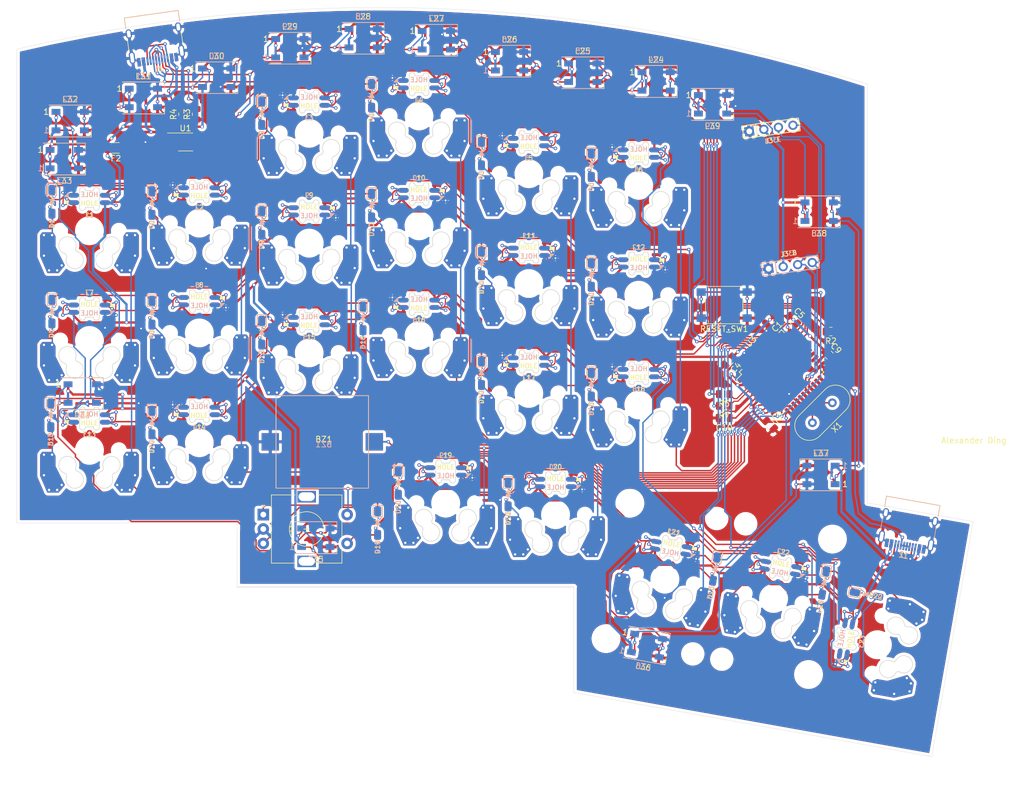
<source format=kicad_pcb>
(kicad_pcb (version 20171130) (host pcbnew 5.1.10)
  (layers (0 F.Cu signal) (31 B.Cu signal) (34 B.Paste user hide) (35 F.Paste user hide) (36 B.SilkS user) (37 F.SilkS user) (38 B.Mask user hide) (39 F.Mask user hide) (44 Edge.Cuts user))
  (net 0 "")
  (net 1 "Net-(J1-PadA5)")
  (net 2 "Net-(J1-PadB5)")
  (net 3 "Net-(D1-Pad2)")
  (net 4 "Net-(D2-Pad2)")
  (net 5 "Net-(D3-Pad2)")
  (net 6 "Net-(D4-Pad2)")
  (net 7 "Net-(D5-Pad2)")
  (net 8 "Net-(D6-Pad2)")
  (net 9 "Net-(D7-Pad2)")
  (net 10 "Net-(D8-Pad2)")
  (net 11 "Net-(D9-Pad2)")
  (net 12 "Net-(D10-Pad2)")
  (net 13 "Net-(D11-Pad2)")
  (net 14 "Net-(D12-Pad2)")
  (net 15 "Net-(D13-Pad2)")
  (net 16 "Net-(D14-Pad2)")
  (net 17 "Net-(D15-Pad2)")
  (net 18 "Net-(D16-Pad2)")
  (net 19 "Net-(D17-Pad2)")
  (net 20 "Net-(D18-Pad2)")
  (net 21 "Net-(D19-Pad2)")
  (net 22 "Net-(D20-Pad2)")
  (net 23 "Net-(D21-Pad2)")
  (net 24 "Net-(D22-Pad2)")
  (net 25 "Net-(D23-Pad2)")
  (net 26 "Net-(D24-Pad2)")
  (net 27 COL2)
  (net 28 COL3)
  (net 29 COL4)
  (net 30 COL5)
  (net 31 COL0)
  (net 32 COL1)
  (net 33 VCC)
  (net 34 RESET)
  (net 35 D-)
  (net 36 D+)
  (net 37 RX)
  (net 38 GND)
  (net 39 BUZZER)
  (net 40 ROW0)
  (net 41 ROW1)
  (net 42 ROW2)
  (net 43 ROW3)
  (net 44 +5V)
  (net 45 SDA)
  (net 46 SCL)
  (net 47 "Net-(L1-Pad2)")
  (net 48 SK_LED)
  (net 49 "Net-(L2-Pad2)")
  (net 50 "Net-(L3-Pad2)")
  (net 51 "Net-(L4-Pad2)")
  (net 52 "Net-(L5-Pad2)")
  (net 53 "Net-(L12-Pad4)")
  (net 54 "Net-(L13-Pad4)")
  (net 55 "Net-(L7-Pad4)")
  (net 56 "Net-(L8-Pad4)")
  (net 57 "Net-(L10-Pad2)")
  (net 58 "Net-(L10-Pad4)")
  (net 59 "Net-(L11-Pad4)")
  (net 60 "Net-(L13-Pad2)")
  (net 61 "Net-(L14-Pad2)")
  (net 62 "Net-(L15-Pad2)")
  (net 63 "Net-(L16-Pad2)")
  (net 64 "Net-(L17-Pad2)")
  (net 65 "Net-(L18-Pad2)")
  (net 66 "Net-(L19-Pad2)")
  (net 67 "Net-(L19-Pad4)")
  (net 68 "Net-(L20-Pad4)")
  (net 69 "Net-(L21-Pad4)")
  (net 70 "Net-(L22-Pad4)")
  (net 71 "Net-(L24-Pad2)")
  (net 72 WS_LED)
  (net 73 "Net-(L25-Pad2)")
  (net 74 "Net-(L26-Pad2)")
  (net 75 "Net-(L27-Pad2)")
  (net 76 "Net-(L28-Pad2)")
  (net 77 "Net-(L29-Pad2)")
  (net 78 "Net-(L30-Pad2)")
  (net 79 "Net-(L31-Pad2)")
  (net 80 "Net-(L32-Pad2)")
  (net 81 "Net-(L33-Pad2)")
  (net 82 "Net-(L34-Pad2)")
  (net 83 "Net-(L35-Pad2)")
  (net 84 "Net-(L36-Pad2)")
  (net 85 "Net-(L37-Pad2)")
  (net 86 "Net-(L38-Pad2)")
  (net 87 "Net-(L39-Pad2)")
  (net 88 ROT_A)
  (net 89 ROT_B)
  (net 90 "Net-(U3-Pad42)")
  (net 91 "Net-(R2-Pad2)")
  (net 92 "Net-(U3-Pad27)")
  (net 93 XTAL1)
  (net 94 XTAL2)
  (net 95 "Net-(C10-Pad1)")
  (net 96 DN)
  (net 97 DP)
  (net 98 "Net-(U3-Pad29)")
  (net 99 "Net-(U3-Pad28)")
  (net 100 "Net-(U3-Pad26)")
  (net 101 "Net-(U3-Pad25)")
  (net 102 "Net-(U3-Pad22)")
  (net 103 "Net-(U3-Pad21)")
  (module reversible-kicad-footprints:SW_Push_1P1T_NO_6x6mm_H9.5mm (layer F.Cu) (at 134.01 56.21)
    (fp_text reference RESET_SW1 (at 0 4.13) (layer F.SilkS))
    (fp_text value SW_PUSH hide)
    (pad 2 smd rect (at -3.975 -2.25) (size 1.55 1.3) (layers B.Cu B.Paste B.Mask) (net 38 GND))
    (pad 2 smd rect (at 3.975 -2.25) (size 1.55 1.3) (layers B.Cu B.Paste B.Mask) (net 38 GND))
    (pad 1 smd rect (at -3.975 2.25) (size 1.55 1.3) (layers B.Cu B.Paste B.Mask) (net 34 RESET))
    (pad 1 smd rect (at 3.975 2.25) (size 1.55 1.3) (layers B.Cu B.Paste B.Mask) (net 34 RESET))
    (pad 2 smd rect (at -3.975 2.25) (size 1.55 1.3) (layers F.Cu F.Paste F.Mask) (net 38 GND))
    (pad 1 smd rect (at -3.975 -2.25) (size 1.55 1.3) (layers F.Cu F.Paste F.Mask) (net 34 RESET))
    (pad 1 smd rect (at 3.975 -2.25) (size 1.55 1.3) (layers F.Cu F.Paste F.Mask) (net 34 RESET))
    (pad 2 smd rect (at 3.975 2.25) (size 1.55 1.3) (layers F.Cu F.Paste F.Mask) (net 38 GND))
  )
  (module reversible-kicad-footprints:OLED-SSD1306-128x64 (layer F.Cu) (at 143.8 37.5 8)
    (fp_text reference J3)
    (fp_text value OLED)
    (fp_text user "%R F" (at 0 9.9 8) (layer B.SilkS) (effects (font (size 0.8128 0.8128) (thickness 0.1524)) (justify mirror)))
    (fp_text user "%R B" (at 0 -9.9 8) (layer B.SilkS) (effects (font (size 0.8128 0.8128) (thickness 0.1524)) (justify mirror)))
    (fp_text user "%R B" (at 0 9.9 8) (layer F.SilkS) (effects (font (size 0.8128 0.8128) (thickness 0.1524))))
    (fp_text user "%R F" (at 0 -9.9 8) (layer F.SilkS) (effects (font (size 0.8128 0.8128) (thickness 0.1524))))
    (pad 4 thru_hole circle (at 3.81 12 188) (size 1.6 1.6) (drill 1) (layers *.Cu *.Mask) (net 45 SDA))
    (pad 3 thru_hole circle (at 1.27 12 188) (size 1.6 1.6) (drill 1) (layers *.Cu *.Mask) (net 46 SCL))
    (pad 2 thru_hole circle (at -1.27 12 188) (size 1.6 1.6) (drill 1) (layers *.Cu *.Mask) (net 44 +5V))
    (pad 1 thru_hole rect (at -3.81 12 188) (size 1.6 1.6) (drill 1) (layers *.Cu *.Mask) (net 38 GND))
    (pad 2 thru_hole circle (at -1.27 -12 8) (size 1.6 1.6) (drill 1) (layers *.Cu *.Mask) (net 44 +5V))
    (pad 4 thru_hole circle (at 3.81 -12 8) (size 1.6 1.6) (drill 1) (layers *.Cu *.Mask) (net 45 SDA))
    (pad 3 thru_hole circle (at 1.27 -12 8) (size 1.6 1.6) (drill 1) (layers *.Cu *.Mask) (net 46 SCL))
    (pad 1 thru_hole rect (at -3.81 -12 8) (size 1.6 1.6) (drill 1) (layers *.Cu *.Mask) (net 38 GND))
  )
  (module Package_QFP:TQFP-44_10x10mm_P0.8mm (layer F.Cu) (at 143.93 67.81 45)
    (fp_text reference U3 (at 0 -7.45 45) (layer F.SilkS))
    (fp_text value ATmega32U4-AU)
    (pad 44 smd rect (at -4 -5.7 135) (size 1.5 0.55) (layers F.Cu F.Paste F.Mask) (net 44 +5V))
    (pad 43 smd rect (at -3.2 -5.7 135) (size 1.5 0.55) (layers F.Cu F.Paste F.Mask) (net 38 GND))
    (pad 42 smd rect (at -2.4 -5.7 135) (size 1.5 0.55) (layers F.Cu F.Paste F.Mask) (net 90 "Net-(U3-Pad42)"))
    (pad 41 smd rect (at -1.6 -5.7 135) (size 1.5 0.55) (layers F.Cu F.Paste F.Mask) (net 27 COL2))
    (pad 40 smd rect (at -0.8 -5.7 135) (size 1.5 0.55) (layers F.Cu F.Paste F.Mask) (net 28 COL3))
    (pad 39 smd rect (at 0 -5.7 135) (size 1.5 0.55) (layers F.Cu F.Paste F.Mask) (net 29 COL4))
    (pad 38 smd rect (at 0.8 -5.7 135) (size 1.5 0.55) (layers F.Cu F.Paste F.Mask) (net 30 COL5))
    (pad 37 smd rect (at 1.6 -5.7 135) (size 1.5 0.55) (layers F.Cu F.Paste F.Mask) (net 48 SK_LED))
    (pad 36 smd rect (at 2.4 -5.7 135) (size 1.5 0.55) (layers F.Cu F.Paste F.Mask) (net 72 WS_LED))
    (pad 35 smd rect (at 3.2 -5.7 135) (size 1.5 0.55) (layers F.Cu F.Paste F.Mask) (net 38 GND))
    (pad 34 smd rect (at 4 -5.7 135) (size 1.5 0.55) (layers F.Cu F.Paste F.Mask) (net 44 +5V))
    (pad 33 smd rect (at 5.7 -4 45) (size 1.5 0.55) (layers F.Cu F.Paste F.Mask) (net 91 "Net-(R2-Pad2)"))
    (pad 32 smd rect (at 5.7 -3.2 45) (size 1.5 0.55) (layers F.Cu F.Paste F.Mask) (net 42 ROW2))
    (pad 31 smd rect (at 5.7 -2.4 45) (size 1.5 0.55) (layers F.Cu F.Paste F.Mask) (net 41 ROW1))
    (pad 30 smd rect (at 5.7 -1.6 45) (size 1.5 0.55) (layers F.Cu F.Paste F.Mask) (net 40 ROW0))
    (pad 29 smd rect (at 5.7 -0.8 45) (size 1.5 0.55) (layers F.Cu F.Paste F.Mask) (net 98 "Net-(U3-Pad29)"))
    (pad 28 smd rect (at 5.7 0 45) (size 1.5 0.55) (layers F.Cu F.Paste F.Mask) (net 99 "Net-(U3-Pad28)"))
    (pad 27 smd rect (at 5.7 0.8 45) (size 1.5 0.55) (layers F.Cu F.Paste F.Mask) (net 92 "Net-(U3-Pad27)"))
    (pad 26 smd rect (at 5.7 1.6 45) (size 1.5 0.55) (layers F.Cu F.Paste F.Mask) (net 100 "Net-(U3-Pad26)"))
    (pad 25 smd rect (at 5.7 2.4 45) (size 1.5 0.55) (layers F.Cu F.Paste F.Mask) (net 101 "Net-(U3-Pad25)"))
    (pad 24 smd rect (at 5.7 3.2 45) (size 1.5 0.55) (layers F.Cu F.Paste F.Mask) (net 44 +5V))
    (pad 23 smd rect (at 5.7 4 45) (size 1.5 0.55) (layers F.Cu F.Paste F.Mask) (net 38 GND))
    (pad 22 smd rect (at 4 5.7 135) (size 1.5 0.55) (layers F.Cu F.Paste F.Mask) (net 102 "Net-(U3-Pad22)"))
    (pad 21 smd rect (at 3.2 5.7 135) (size 1.5 0.55) (layers F.Cu F.Paste F.Mask) (net 103 "Net-(U3-Pad21)"))
    (pad 20 smd rect (at 2.4 5.7 135) (size 1.5 0.55) (layers F.Cu F.Paste F.Mask) (net 37 RX))
    (pad 19 smd rect (at 1.6 5.7 135) (size 1.5 0.55) (layers F.Cu F.Paste F.Mask) (net 45 SDA))
    (pad 18 smd rect (at 0.8 5.7 135) (size 1.5 0.55) (layers F.Cu F.Paste F.Mask) (net 46 SCL))
    (pad 17 smd rect (at 0 5.7 135) (size 1.5 0.55) (layers F.Cu F.Paste F.Mask) (net 93 XTAL1))
    (pad 16 smd rect (at -0.8 5.7 135) (size 1.5 0.55) (layers F.Cu F.Paste F.Mask) (net 94 XTAL2))
    (pad 15 smd rect (at -1.6 5.7 135) (size 1.5 0.55) (layers F.Cu F.Paste F.Mask) (net 38 GND))
    (pad 14 smd rect (at -2.4 5.7 135) (size 1.5 0.55) (layers F.Cu F.Paste F.Mask) (net 44 +5V))
    (pad 13 smd rect (at -3.2 5.7 135) (size 1.5 0.55) (layers F.Cu F.Paste F.Mask) (net 34 RESET))
    (pad 12 smd rect (at -4 5.7 135) (size 1.5 0.55) (layers F.Cu F.Paste F.Mask) (net 43 ROW3))
    (pad 11 smd rect (at -5.7 4 45) (size 1.5 0.55) (layers F.Cu F.Paste F.Mask) (net 89 ROT_B))
    (pad 10 smd rect (at -5.7 3.2 45) (size 1.5 0.55) (layers F.Cu F.Paste F.Mask) (net 88 ROT_A))
    (pad 9 smd rect (at -5.7 2.4 45) (size 1.5 0.55) (layers F.Cu F.Paste F.Mask) (net 31 COL0))
    (pad 8 smd rect (at -5.7 1.6 45) (size 1.5 0.55) (layers F.Cu F.Paste F.Mask) (net 32 COL1))
    (pad 7 smd rect (at -5.7 0.8 45) (size 1.5 0.55) (layers F.Cu F.Paste F.Mask) (net 44 +5V))
    (pad 6 smd rect (at -5.7 0 45) (size 1.5 0.55) (layers F.Cu F.Paste F.Mask) (net 95 "Net-(C10-Pad1)"))
    (pad 5 smd rect (at -5.7 -0.8 45) (size 1.5 0.55) (layers F.Cu F.Paste F.Mask) (net 38 GND))
    (pad 4 smd rect (at -5.7 -1.6 45) (size 1.5 0.55) (layers F.Cu F.Paste F.Mask) (net 36 D+))
    (pad 3 smd rect (at -5.7 -2.4 45) (size 1.5 0.55) (layers F.Cu F.Paste F.Mask) (net 35 D-))
    (pad 2 smd rect (at -5.7 -3.2 45) (size 1.5 0.55) (layers F.Cu F.Paste F.Mask) (net 44 +5V))
    (pad 1 smd rect (at -5.7 -4 45) (size 1.5 0.55) (layers F.Cu F.Paste F.Mask) (net 39 BUZZER))
  )
  (module reversible-kicad-footprints:USB_C_Receptacle_HRO_TYPE-C-31-M-12 (layer F.Cu) (at 35.45 9.73 188)
    (fp_text reference J1 (at 0 -5.645 8) (layer F.SilkS))
    (fp_text value USB_C_Receptacle_USB2.0 hide)
    (fp_text user J1 (at 0 -5.645 188) (layer B.SilkS) (effects (justify mirror)))
    (pad A8 smd rect (at 1.25 -4.045 8) (size 0.3 1.45) (layers F.Cu F.Paste F.Mask))
    (pad B8 smd rect (at -1.75 -4.045 8) (size 0.3 1.45) (layers F.Cu F.Paste F.Mask))
    (pad A4 smd rect (at 2.45 -4.045 8) (size 0.6 1.45) (layers B.Cu B.Paste B.Mask) (net 33 VCC))
    (pad B4 smd rect (at -2.45 -4.045 8) (size 0.6 1.45) (layers B.Cu B.Paste B.Mask) (net 33 VCC))
    (pad A1 smd rect (at 3.25 -4.045 8) (size 0.6 1.45) (layers B.Cu B.Paste B.Mask) (net 38 GND))
    (pad B1 smd rect (at -3.25 -4.045 8) (size 0.6 1.45) (layers B.Cu B.Paste B.Mask) (net 38 GND))
    (pad A7 smd rect (at -0.25 -4.045 8) (size 0.3 1.45) (layers B.Cu B.Paste B.Mask) (net 96 DN))
    (pad A8 smd rect (at -1.25 -4.045 8) (size 0.3 1.45) (layers B.Cu B.Paste B.Mask))
    (pad B8 smd rect (at 1.75 -4.045 8) (size 0.3 1.45) (layers B.Cu B.Paste B.Mask))
    (pad B6 smd rect (at -0.75 -4.045 8) (size 0.3 1.45) (layers B.Cu B.Paste B.Mask) (net 97 DP))
    (pad A5 smd rect (at 1.25 -4.045 8) (size 0.3 1.45) (layers B.Cu B.Paste B.Mask) (net 1 "Net-(J1-PadA5)"))
    (pad B5 smd rect (at -1.75 -4.045 8) (size 0.3 1.45) (layers B.Cu B.Paste B.Mask) (net 2 "Net-(J1-PadB5)"))
    (pad A6 smd rect (at 0.25 -4.045 8) (size 0.3 1.45) (layers B.Cu B.Paste B.Mask) (net 97 DP))
    (pad B7 smd rect (at 0.75 -4.045 8) (size 0.3 1.45) (layers B.Cu B.Paste B.Mask) (net 96 DN))
    (pad S1 thru_hole oval (at 4.32 1.05 188) (size 1 1.6) (drill oval 0.6 1.2) (layers *.Cu *.Mask) (net 38 GND))
    (pad "" np_thru_hole circle (at 2.89 -2.6 188) (size 0.65 0.65) (drill 0.65) (layers *.Cu *.Mask))
    (pad S1 thru_hole oval (at -4.32 1.05 188) (size 1 1.6) (drill oval 0.6 1.2) (layers *.Cu *.Mask) (net 38 GND))
    (pad "" np_thru_hole circle (at -2.89 -2.6 188) (size 0.65 0.65) (drill 0.65) (layers *.Cu *.Mask))
    (pad S1 thru_hole oval (at -4.32 -3.13 188) (size 1 2.1) (drill oval 0.6 1.7) (layers *.Cu *.Mask) (net 38 GND))
    (pad S1 thru_hole oval (at 4.32 -3.13 188) (size 1 2.1) (drill oval 0.6 1.7) (layers *.Cu *.Mask) (net 38 GND))
    (pad A6 smd rect (at -0.25 -4.045 188) (size 0.3 1.45) (layers F.Cu F.Paste F.Mask) (net 97 DP))
    (pad B5 smd rect (at 1.75 -4.045 188) (size 0.3 1.45) (layers F.Cu F.Paste F.Mask) (net 2 "Net-(J1-PadB5)"))
    (pad B6 smd rect (at 0.75 -4.045 188) (size 0.3 1.45) (layers F.Cu F.Paste F.Mask) (net 97 DP))
    (pad A7 smd rect (at 0.25 -4.045 188) (size 0.3 1.45) (layers F.Cu F.Paste F.Mask) (net 96 DN))
    (pad B7 smd rect (at -0.75 -4.045 188) (size 0.3 1.45) (layers F.Cu F.Paste F.Mask) (net 96 DN))
    (pad A5 smd rect (at -1.25 -4.045 188) (size 0.3 1.45) (layers F.Cu F.Paste F.Mask) (net 1 "Net-(J1-PadA5)"))
    (pad B4 smd rect (at 2.45 -4.045 188) (size 0.6 1.45) (layers F.Cu F.Paste F.Mask) (net 33 VCC))
    (pad A4 smd rect (at -2.45 -4.045 188) (size 0.6 1.45) (layers F.Cu F.Paste F.Mask) (net 33 VCC))
    (pad A1 smd rect (at -3.25 -4.045 188) (size 0.6 1.45) (layers F.Cu F.Paste F.Mask) (net 38 GND))
    (pad B1 smd rect (at 3.25 -4.045 188) (size 0.6 1.45) (layers F.Cu F.Paste F.Mask) (net 38 GND))
  )
  (module keebio_parts:RotaryEncoder_EC11 (layer F.Cu) (at 61.79 94.97)
    (fp_text reference SW19 hide)
    (fp_text value Rotary_Encoder)
    (pad A thru_hole rect (at -7.5 -2.5) (size 2 2) (drill 1) (layers *.Cu *.Mask) (net 88 ROT_A))
    (pad C thru_hole circle (at -7.5 0) (size 2 2) (drill 1) (layers *.Cu *.Mask) (net 38 GND))
    (pad B thru_hole circle (at -7.5 2.5) (size 2 2) (drill 1) (layers *.Cu *.Mask) (net 89 ROT_B))
    (pad "" np_thru_hole rect (at 0 -5.6) (size 3.2 2) (drill oval 2.8 1.5) (layers *.Cu *.Mask))
    (pad "" np_thru_hole rect (at 0 5.6) (size 3.2 2) (drill oval 2.8 1.5) (layers *.Cu *.Mask))
    (pad S2 thru_hole circle (at 7 -2.5) (size 2 2) (drill 1) (layers *.Cu *.Mask) (net 31 COL0))
    (pad S1 thru_hole circle (at 7 2.5) (size 2 2) (drill 1) (layers *.Cu *.Mask) (net 21 "Net-(D19-Pad2)"))
  )
  (module reversible-kicad-footprints:ws2812_reversible (layer B.Cu) (at 131.998592 21.468521)
    (fp_text reference L39 (at 0 3.75) (layer B.SilkS) (effects (justify mirror)))
    (fp_text value WS2812B hide)
    (fp_text user %R (at 0 3.75) (layer F.SilkS))
    (fp_text user 1 (at -4.15 -1.6) (layer F.SilkS))
    (fp_text user 1 (at -4.15 1.6) (layer B.SilkS) (effects (justify mirror)))
    (pad 4 smd rect (at 2.45 -1.6) (size 1.5 1) (layers F.Cu F.Paste F.Mask) (net 86 "Net-(L38-Pad2)"))
    (pad 2 smd rect (at -2.45 1.6) (size 1.5 1) (layers F.Cu F.Paste F.Mask) (net 87 "Net-(L39-Pad2)"))
    (pad 1 smd rect (at -2.45 -1.6) (size 1.5 1) (layers F.Cu F.Paste F.Mask) (net 44 +5V))
    (pad 3 smd rect (at 2.45 1.6) (size 1.5 1) (layers F.Cu F.Paste F.Mask) (net 38 GND))
    (pad 2 smd rect (at -2.45 -1.6) (size 1.5 1) (layers B.Cu B.Paste B.Mask) (net 87 "Net-(L39-Pad2)"))
    (pad 3 smd rect (at 2.45 -1.6) (size 1.5 1) (layers B.Cu B.Paste B.Mask) (net 38 GND))
    (pad 1 smd rect (at -2.45 1.6) (size 1.5 1) (layers B.Cu B.Paste B.Mask) (net 44 +5V))
    (pad 4 smd rect (at 2.45 1.6) (size 1.5 1) (layers B.Cu B.Paste B.Mask) (net 86 "Net-(L38-Pad2)"))
  )
  (module reversible-kicad-footprints:ws2812_reversible (layer B.Cu) (at 150.43 40.06)
    (fp_text reference L38 (at 0 3.75) (layer B.SilkS) (effects (justify mirror)))
    (fp_text value WS2812B hide)
    (fp_text user %R (at 0 3.75) (layer F.SilkS))
    (fp_text user 1 (at -4.15 -1.6) (layer F.SilkS))
    (fp_text user 1 (at -4.15 1.6) (layer B.SilkS) (effects (justify mirror)))
    (pad 4 smd rect (at 2.45 -1.6) (size 1.5 1) (layers F.Cu F.Paste F.Mask) (net 85 "Net-(L37-Pad2)"))
    (pad 2 smd rect (at -2.45 1.6) (size 1.5 1) (layers F.Cu F.Paste F.Mask) (net 86 "Net-(L38-Pad2)"))
    (pad 1 smd rect (at -2.45 -1.6) (size 1.5 1) (layers F.Cu F.Paste F.Mask) (net 44 +5V))
    (pad 3 smd rect (at 2.45 1.6) (size 1.5 1) (layers F.Cu F.Paste F.Mask) (net 38 GND))
    (pad 2 smd rect (at -2.45 -1.6) (size 1.5 1) (layers B.Cu B.Paste B.Mask) (net 86 "Net-(L38-Pad2)"))
    (pad 3 smd rect (at 2.45 -1.6) (size 1.5 1) (layers B.Cu B.Paste B.Mask) (net 38 GND))
    (pad 1 smd rect (at -2.45 1.6) (size 1.5 1) (layers B.Cu B.Paste B.Mask) (net 44 +5V))
    (pad 4 smd rect (at 2.45 1.6) (size 1.5 1) (layers B.Cu B.Paste B.Mask) (net 85 "Net-(L37-Pad2)"))
  )
  (module reversible-kicad-footprints:ws2812_reversible (layer B.Cu) (at 150.76 85.6 180)
    (fp_text reference L37 (at 0 3.75) (layer B.SilkS) (effects (justify mirror)))
    (fp_text value WS2812B hide)
    (fp_text user %R (at 0 3.75) (layer F.SilkS))
    (fp_text user 1 (at -4.15 -1.6) (layer F.SilkS))
    (fp_text user 1 (at -4.15 1.6) (layer B.SilkS) (effects (justify mirror)))
    (pad 4 smd rect (at 2.45 -1.6 180) (size 1.5 1) (layers F.Cu F.Paste F.Mask) (net 84 "Net-(L36-Pad2)"))
    (pad 2 smd rect (at -2.45 1.6 180) (size 1.5 1) (layers F.Cu F.Paste F.Mask) (net 85 "Net-(L37-Pad2)"))
    (pad 1 smd rect (at -2.45 -1.6 180) (size 1.5 1) (layers F.Cu F.Paste F.Mask) (net 44 +5V))
    (pad 3 smd rect (at 2.45 1.6 180) (size 1.5 1) (layers F.Cu F.Paste F.Mask) (net 38 GND))
    (pad 2 smd rect (at -2.45 -1.6 180) (size 1.5 1) (layers B.Cu B.Paste B.Mask) (net 85 "Net-(L37-Pad2)"))
    (pad 3 smd rect (at 2.45 -1.6 180) (size 1.5 1) (layers B.Cu B.Paste B.Mask) (net 38 GND))
    (pad 1 smd rect (at -2.45 1.6 180) (size 1.5 1) (layers B.Cu B.Paste B.Mask) (net 44 +5V))
    (pad 4 smd rect (at 2.45 1.6 180) (size 1.5 1) (layers B.Cu B.Paste B.Mask) (net 84 "Net-(L36-Pad2)"))
  )
  (module reversible-kicad-footprints:ws2812_reversible (layer B.Cu) (at 120.654963 115.123772 350)
    (fp_text reference L36 (at 0 3.75 170) (layer B.SilkS) (effects (justify mirror)))
    (fp_text value WS2812B hide)
    (fp_text user %R (at 0 3.75 170) (layer F.SilkS))
    (fp_text user 1 (at -4.15 -1.6 170) (layer F.SilkS))
    (fp_text user 1 (at -4.15 1.6 170) (layer B.SilkS) (effects (justify mirror)))
    (pad 4 smd rect (at 2.45 -1.6 350) (size 1.5 1) (layers F.Cu F.Paste F.Mask) (net 83 "Net-(L35-Pad2)"))
    (pad 2 smd rect (at -2.45 1.6 350) (size 1.5 1) (layers F.Cu F.Paste F.Mask) (net 84 "Net-(L36-Pad2)"))
    (pad 1 smd rect (at -2.45 -1.6 350) (size 1.5 1) (layers F.Cu F.Paste F.Mask) (net 44 +5V))
    (pad 3 smd rect (at 2.45 1.6 350) (size 1.5 1) (layers F.Cu F.Paste F.Mask) (net 38 GND))
    (pad 2 smd rect (at -2.45 -1.6 350) (size 1.5 1) (layers B.Cu B.Paste B.Mask) (net 84 "Net-(L36-Pad2)"))
    (pad 3 smd rect (at 2.45 -1.6 350) (size 1.5 1) (layers B.Cu B.Paste B.Mask) (net 38 GND))
    (pad 1 smd rect (at -2.45 1.6 350) (size 1.5 1) (layers B.Cu B.Paste B.Mask) (net 44 +5V))
    (pad 4 smd rect (at 2.45 1.6 350) (size 1.5 1) (layers B.Cu B.Paste B.Mask) (net 83 "Net-(L35-Pad2)"))
  )
  (module reversible-kicad-footprints:ws2812_reversible (layer B.Cu) (at 63.374324 96.467721)
    (fp_text reference L35 (at 0 3.75) (layer B.SilkS) (effects (justify mirror)))
    (fp_text value WS2812B hide)
    (fp_text user %R (at 0 3.75) (layer F.SilkS))
    (fp_text user 1 (at -4.15 -1.6) (layer F.SilkS))
    (fp_text user 1 (at -4.15 1.6) (layer B.SilkS) (effects (justify mirror)))
    (pad 4 smd rect (at 2.45 -1.6) (size 1.5 1) (layers F.Cu F.Paste F.Mask) (net 82 "Net-(L34-Pad2)"))
    (pad 2 smd rect (at -2.45 1.6) (size 1.5 1) (layers F.Cu F.Paste F.Mask) (net 83 "Net-(L35-Pad2)"))
    (pad 1 smd rect (at -2.45 -1.6) (size 1.5 1) (layers F.Cu F.Paste F.Mask) (net 44 +5V))
    (pad 3 smd rect (at 2.45 1.6) (size 1.5 1) (layers F.Cu F.Paste F.Mask) (net 38 GND))
    (pad 2 smd rect (at -2.45 -1.6) (size 1.5 1) (layers B.Cu B.Paste B.Mask) (net 83 "Net-(L35-Pad2)"))
    (pad 3 smd rect (at 2.45 -1.6) (size 1.5 1) (layers B.Cu B.Paste B.Mask) (net 38 GND))
    (pad 1 smd rect (at -2.45 1.6) (size 1.5 1) (layers B.Cu B.Paste B.Mask) (net 44 +5V))
    (pad 4 smd rect (at 2.45 1.6) (size 1.5 1) (layers B.Cu B.Paste B.Mask) (net 82 "Net-(L34-Pad2)"))
  )
  (module reversible-kicad-footprints:ws2812_reversible (layer B.Cu) (at 22.968505 71.530487)
    (fp_text reference L34 (at 0 3.75) (layer B.SilkS) (effects (justify mirror)))
    (fp_text value WS2812B hide)
    (fp_text user %R (at 0 3.75) (layer F.SilkS))
    (fp_text user 1 (at -4.15 -1.6) (layer F.SilkS))
    (fp_text user 1 (at -4.15 1.6) (layer B.SilkS) (effects (justify mirror)))
    (pad 4 smd rect (at 2.45 -1.6) (size 1.5 1) (layers F.Cu F.Paste F.Mask) (net 81 "Net-(L33-Pad2)"))
    (pad 2 smd rect (at -2.45 1.6) (size 1.5 1) (layers F.Cu F.Paste F.Mask) (net 82 "Net-(L34-Pad2)"))
    (pad 1 smd rect (at -2.45 -1.6) (size 1.5 1) (layers F.Cu F.Paste F.Mask) (net 44 +5V))
    (pad 3 smd rect (at 2.45 1.6) (size 1.5 1) (layers F.Cu F.Paste F.Mask) (net 38 GND))
    (pad 2 smd rect (at -2.45 -1.6) (size 1.5 1) (layers B.Cu B.Paste B.Mask) (net 82 "Net-(L34-Pad2)"))
    (pad 3 smd rect (at 2.45 -1.6) (size 1.5 1) (layers B.Cu B.Paste B.Mask) (net 38 GND))
    (pad 1 smd rect (at -2.45 1.6) (size 1.5 1) (layers B.Cu B.Paste B.Mask) (net 44 +5V))
    (pad 4 smd rect (at 2.45 1.6) (size 1.5 1) (layers B.Cu B.Paste B.Mask) (net 81 "Net-(L33-Pad2)"))
  )
  (module reversible-kicad-footprints:ws2812_reversible (layer B.Cu) (at 19.874788 30.93717)
    (fp_text reference L33 (at 0 3.75) (layer B.SilkS) (effects (justify mirror)))
    (fp_text value WS2812B hide)
    (fp_text user %R (at 0 3.75) (layer F.SilkS))
    (fp_text user 1 (at -4.15 -1.6) (layer F.SilkS))
    (fp_text user 1 (at -4.15 1.6) (layer B.SilkS) (effects (justify mirror)))
    (pad 4 smd rect (at 2.45 -1.6) (size 1.5 1) (layers F.Cu F.Paste F.Mask) (net 80 "Net-(L32-Pad2)"))
    (pad 2 smd rect (at -2.45 1.6) (size 1.5 1) (layers F.Cu F.Paste F.Mask) (net 81 "Net-(L33-Pad2)"))
    (pad 1 smd rect (at -2.45 -1.6) (size 1.5 1) (layers F.Cu F.Paste F.Mask) (net 44 +5V))
    (pad 3 smd rect (at 2.45 1.6) (size 1.5 1) (layers F.Cu F.Paste F.Mask) (net 38 GND))
    (pad 2 smd rect (at -2.45 -1.6) (size 1.5 1) (layers B.Cu B.Paste B.Mask) (net 81 "Net-(L33-Pad2)"))
    (pad 3 smd rect (at 2.45 -1.6) (size 1.5 1) (layers B.Cu B.Paste B.Mask) (net 38 GND))
    (pad 1 smd rect (at -2.45 1.6) (size 1.5 1) (layers B.Cu B.Paste B.Mask) (net 44 +5V))
    (pad 4 smd rect (at 2.45 1.6) (size 1.5 1) (layers B.Cu B.Paste B.Mask) (net 80 "Net-(L32-Pad2)"))
  )
  (module reversible-kicad-footprints:ws2812_reversible (layer F.Cu) (at 20.885 24.358641)
    (fp_text reference L32 (at 0 -3.75) (layer F.SilkS))
    (fp_text value WS2812B hide)
    (fp_text user %R (at 0 -3.75) (layer B.SilkS) (effects (justify mirror)))
    (fp_text user 1 (at -4.15 1.6) (layer B.SilkS) (effects (justify mirror)))
    (fp_text user 1 (at -4.15 -1.6) (layer F.SilkS))
    (pad 4 smd rect (at 2.45 1.6) (size 1.5 1) (layers B.Cu B.Paste B.Mask) (net 79 "Net-(L31-Pad2)"))
    (pad 2 smd rect (at -2.45 -1.6) (size 1.5 1) (layers B.Cu B.Paste B.Mask) (net 80 "Net-(L32-Pad2)"))
    (pad 1 smd rect (at -2.45 1.6) (size 1.5 1) (layers B.Cu B.Paste B.Mask) (net 44 +5V))
    (pad 3 smd rect (at 2.45 -1.6) (size 1.5 1) (layers B.Cu B.Paste B.Mask) (net 38 GND))
    (pad 2 smd rect (at -2.45 1.6) (size 1.5 1) (layers F.Cu F.Paste F.Mask) (net 80 "Net-(L32-Pad2)"))
    (pad 3 smd rect (at 2.45 1.6) (size 1.5 1) (layers F.Cu F.Paste F.Mask) (net 38 GND))
    (pad 1 smd rect (at -2.45 -1.6) (size 1.5 1) (layers F.Cu F.Paste F.Mask) (net 44 +5V))
    (pad 4 smd rect (at 2.45 -1.6) (size 1.5 1) (layers F.Cu F.Paste F.Mask) (net 79 "Net-(L31-Pad2)"))
  )
  (module reversible-kicad-footprints:ws2812_reversible (layer F.Cu) (at 33.555 20.358641)
    (fp_text reference L31 (at 0 -3.75) (layer F.SilkS))
    (fp_text value WS2812B hide)
    (fp_text user %R (at 0 -3.75) (layer B.SilkS) (effects (justify mirror)))
    (fp_text user 1 (at -4.15 1.6) (layer B.SilkS) (effects (justify mirror)))
    (fp_text user 1 (at -4.15 -1.6) (layer F.SilkS))
    (pad 4 smd rect (at 2.45 1.6) (size 1.5 1) (layers B.Cu B.Paste B.Mask) (net 78 "Net-(L30-Pad2)"))
    (pad 2 smd rect (at -2.45 -1.6) (size 1.5 1) (layers B.Cu B.Paste B.Mask) (net 79 "Net-(L31-Pad2)"))
    (pad 1 smd rect (at -2.45 1.6) (size 1.5 1) (layers B.Cu B.Paste B.Mask) (net 44 +5V))
    (pad 3 smd rect (at 2.45 -1.6) (size 1.5 1) (layers B.Cu B.Paste B.Mask) (net 38 GND))
    (pad 2 smd rect (at -2.45 1.6) (size 1.5 1) (layers F.Cu F.Paste F.Mask) (net 79 "Net-(L31-Pad2)"))
    (pad 3 smd rect (at 2.45 1.6) (size 1.5 1) (layers F.Cu F.Paste F.Mask) (net 38 GND))
    (pad 1 smd rect (at -2.45 -1.6) (size 1.5 1) (layers F.Cu F.Paste F.Mask) (net 44 +5V))
    (pad 4 smd rect (at 2.45 -1.6) (size 1.5 1) (layers F.Cu F.Paste F.Mask) (net 78 "Net-(L30-Pad2)"))
  )
  (module reversible-kicad-footprints:ws2812_reversible (layer F.Cu) (at 46.225 16.858641)
    (fp_text reference L30 (at 0 -3.75) (layer F.SilkS))
    (fp_text value WS2812B hide)
    (fp_text user %R (at 0 -3.75) (layer B.SilkS) (effects (justify mirror)))
    (fp_text user 1 (at -4.15 1.6) (layer B.SilkS) (effects (justify mirror)))
    (fp_text user 1 (at -4.15 -1.6) (layer F.SilkS))
    (pad 4 smd rect (at 2.45 1.6) (size 1.5 1) (layers B.Cu B.Paste B.Mask) (net 77 "Net-(L29-Pad2)"))
    (pad 2 smd rect (at -2.45 -1.6) (size 1.5 1) (layers B.Cu B.Paste B.Mask) (net 78 "Net-(L30-Pad2)"))
    (pad 1 smd rect (at -2.45 1.6) (size 1.5 1) (layers B.Cu B.Paste B.Mask) (net 44 +5V))
    (pad 3 smd rect (at 2.45 -1.6) (size 1.5 1) (layers B.Cu B.Paste B.Mask) (net 38 GND))
    (pad 2 smd rect (at -2.45 1.6) (size 1.5 1) (layers F.Cu F.Paste F.Mask) (net 78 "Net-(L30-Pad2)"))
    (pad 3 smd rect (at 2.45 1.6) (size 1.5 1) (layers F.Cu F.Paste F.Mask) (net 38 GND))
    (pad 1 smd rect (at -2.45 -1.6) (size 1.5 1) (layers F.Cu F.Paste F.Mask) (net 44 +5V))
    (pad 4 smd rect (at 2.45 -1.6) (size 1.5 1) (layers F.Cu F.Paste F.Mask) (net 77 "Net-(L29-Pad2)"))
  )
  (module reversible-kicad-footprints:ws2812_reversible (layer F.Cu) (at 58.885 11.758641)
    (fp_text reference L29 (at 0 -3.75) (layer F.SilkS))
    (fp_text value WS2812B hide)
    (fp_text user %R (at 0 -3.75) (layer B.SilkS) (effects (justify mirror)))
    (fp_text user 1 (at -4.15 1.6) (layer B.SilkS) (effects (justify mirror)))
    (fp_text user 1 (at -4.15 -1.6) (layer F.SilkS))
    (pad 4 smd rect (at 2.45 1.6) (size 1.5 1) (layers B.Cu B.Paste B.Mask) (net 76 "Net-(L28-Pad2)"))
    (pad 2 smd rect (at -2.45 -1.6) (size 1.5 1) (layers B.Cu B.Paste B.Mask) (net 77 "Net-(L29-Pad2)"))
    (pad 1 smd rect (at -2.45 1.6) (size 1.5 1) (layers B.Cu B.Paste B.Mask) (net 44 +5V))
    (pad 3 smd rect (at 2.45 -1.6) (size 1.5 1) (layers B.Cu B.Paste B.Mask) (net 38 GND))
    (pad 2 smd rect (at -2.45 1.6) (size 1.5 1) (layers F.Cu F.Paste F.Mask) (net 77 "Net-(L29-Pad2)"))
    (pad 3 smd rect (at 2.45 1.6) (size 1.5 1) (layers F.Cu F.Paste F.Mask) (net 38 GND))
    (pad 1 smd rect (at -2.45 -1.6) (size 1.5 1) (layers F.Cu F.Paste F.Mask) (net 44 +5V))
    (pad 4 smd rect (at 2.45 -1.6) (size 1.5 1) (layers F.Cu F.Paste F.Mask) (net 76 "Net-(L28-Pad2)"))
  )
  (module reversible-kicad-footprints:ws2812_reversible (layer F.Cu) (at 71.555 10.03)
    (fp_text reference L28 (at 0 -3.75) (layer F.SilkS))
    (fp_text value WS2812B hide)
    (fp_text user %R (at 0 -3.75) (layer B.SilkS) (effects (justify mirror)))
    (fp_text user 1 (at -4.15 1.6) (layer B.SilkS) (effects (justify mirror)))
    (fp_text user 1 (at -4.15 -1.6) (layer F.SilkS))
    (pad 4 smd rect (at 2.45 1.6) (size 1.5 1) (layers B.Cu B.Paste B.Mask) (net 75 "Net-(L27-Pad2)"))
    (pad 2 smd rect (at -2.45 -1.6) (size 1.5 1) (layers B.Cu B.Paste B.Mask) (net 76 "Net-(L28-Pad2)"))
    (pad 1 smd rect (at -2.45 1.6) (size 1.5 1) (layers B.Cu B.Paste B.Mask) (net 44 +5V))
    (pad 3 smd rect (at 2.45 -1.6) (size 1.5 1) (layers B.Cu B.Paste B.Mask) (net 38 GND))
    (pad 2 smd rect (at -2.45 1.6) (size 1.5 1) (layers F.Cu F.Paste F.Mask) (net 76 "Net-(L28-Pad2)"))
    (pad 3 smd rect (at 2.45 1.6) (size 1.5 1) (layers F.Cu F.Paste F.Mask) (net 38 GND))
    (pad 1 smd rect (at -2.45 -1.6) (size 1.5 1) (layers F.Cu F.Paste F.Mask) (net 44 +5V))
    (pad 4 smd rect (at 2.45 -1.6) (size 1.5 1) (layers F.Cu F.Paste F.Mask) (net 75 "Net-(L27-Pad2)"))
  )
  (module reversible-kicad-footprints:ws2812_reversible (layer F.Cu) (at 84.225 10.37)
    (fp_text reference L27 (at 0 -3.75) (layer F.SilkS))
    (fp_text value WS2812B hide)
    (fp_text user %R (at 0 -3.75) (layer B.SilkS) (effects (justify mirror)))
    (fp_text user 1 (at -4.15 1.6) (layer B.SilkS) (effects (justify mirror)))
    (fp_text user 1 (at -4.15 -1.6) (layer F.SilkS))
    (pad 4 smd rect (at 2.45 1.6) (size 1.5 1) (layers B.Cu B.Paste B.Mask) (net 74 "Net-(L26-Pad2)"))
    (pad 2 smd rect (at -2.45 -1.6) (size 1.5 1) (layers B.Cu B.Paste B.Mask) (net 75 "Net-(L27-Pad2)"))
    (pad 1 smd rect (at -2.45 1.6) (size 1.5 1) (layers B.Cu B.Paste B.Mask) (net 44 +5V))
    (pad 3 smd rect (at 2.45 -1.6) (size 1.5 1) (layers B.Cu B.Paste B.Mask) (net 38 GND))
    (pad 2 smd rect (at -2.45 1.6) (size 1.5 1) (layers F.Cu F.Paste F.Mask) (net 75 "Net-(L27-Pad2)"))
    (pad 3 smd rect (at 2.45 1.6) (size 1.5 1) (layers F.Cu F.Paste F.Mask) (net 38 GND))
    (pad 1 smd rect (at -2.45 -1.6) (size 1.5 1) (layers F.Cu F.Paste F.Mask) (net 44 +5V))
    (pad 4 smd rect (at 2.45 -1.6) (size 1.5 1) (layers F.Cu F.Paste F.Mask) (net 74 "Net-(L26-Pad2)"))
  )
  (module reversible-kicad-footprints:ws2812_reversible (layer F.Cu) (at 96.885 14)
    (fp_text reference L26 (at 0 -3.75) (layer F.SilkS))
    (fp_text value WS2812B hide)
    (fp_text user %R (at 0 -3.75) (layer B.SilkS) (effects (justify mirror)))
    (fp_text user 1 (at -4.15 1.6) (layer B.SilkS) (effects (justify mirror)))
    (fp_text user 1 (at -4.15 -1.6) (layer F.SilkS))
    (pad 4 smd rect (at 2.45 1.6) (size 1.5 1) (layers B.Cu B.Paste B.Mask) (net 73 "Net-(L25-Pad2)"))
    (pad 2 smd rect (at -2.45 -1.6) (size 1.5 1) (layers B.Cu B.Paste B.Mask) (net 74 "Net-(L26-Pad2)"))
    (pad 1 smd rect (at -2.45 1.6) (size 1.5 1) (layers B.Cu B.Paste B.Mask) (net 44 +5V))
    (pad 3 smd rect (at 2.45 -1.6) (size 1.5 1) (layers B.Cu B.Paste B.Mask) (net 38 GND))
    (pad 2 smd rect (at -2.45 1.6) (size 1.5 1) (layers F.Cu F.Paste F.Mask) (net 74 "Net-(L26-Pad2)"))
    (pad 3 smd rect (at 2.45 1.6) (size 1.5 1) (layers F.Cu F.Paste F.Mask) (net 38 GND))
    (pad 1 smd rect (at -2.45 -1.6) (size 1.5 1) (layers F.Cu F.Paste F.Mask) (net 44 +5V))
    (pad 4 smd rect (at 2.45 -1.6) (size 1.5 1) (layers F.Cu F.Paste F.Mask) (net 73 "Net-(L25-Pad2)"))
  )
  (module reversible-kicad-footprints:ws2812_reversible (layer F.Cu) (at 109.555 16)
    (fp_text reference L25 (at 0 -3.75) (layer F.SilkS))
    (fp_text value WS2812B hide)
    (fp_text user %R (at 0 -3.75) (layer B.SilkS) (effects (justify mirror)))
    (fp_text user 1 (at -4.15 1.6) (layer B.SilkS) (effects (justify mirror)))
    (fp_text user 1 (at -4.15 -1.6) (layer F.SilkS))
    (pad 4 smd rect (at 2.45 1.6) (size 1.5 1) (layers B.Cu B.Paste B.Mask) (net 71 "Net-(L24-Pad2)"))
    (pad 2 smd rect (at -2.45 -1.6) (size 1.5 1) (layers B.Cu B.Paste B.Mask) (net 73 "Net-(L25-Pad2)"))
    (pad 1 smd rect (at -2.45 1.6) (size 1.5 1) (layers B.Cu B.Paste B.Mask) (net 44 +5V))
    (pad 3 smd rect (at 2.45 -1.6) (size 1.5 1) (layers B.Cu B.Paste B.Mask) (net 38 GND))
    (pad 2 smd rect (at -2.45 1.6) (size 1.5 1) (layers F.Cu F.Paste F.Mask) (net 73 "Net-(L25-Pad2)"))
    (pad 3 smd rect (at 2.45 1.6) (size 1.5 1) (layers F.Cu F.Paste F.Mask) (net 38 GND))
    (pad 1 smd rect (at -2.45 -1.6) (size 1.5 1) (layers F.Cu F.Paste F.Mask) (net 44 +5V))
    (pad 4 smd rect (at 2.45 -1.6) (size 1.5 1) (layers F.Cu F.Paste F.Mask) (net 71 "Net-(L24-Pad2)"))
  )
  (module reversible-kicad-footprints:ws2812_reversible (layer F.Cu) (at 122.225 17.5)
    (fp_text reference L24 (at 0 -3.75) (layer F.SilkS))
    (fp_text value WS2812B hide)
    (fp_text user %R (at 0 -3.75) (layer B.SilkS) (effects (justify mirror)))
    (fp_text user 1 (at -4.15 1.6) (layer B.SilkS) (effects (justify mirror)))
    (fp_text user 1 (at -4.15 -1.6) (layer F.SilkS))
    (pad 4 smd rect (at 2.45 1.6) (size 1.5 1) (layers B.Cu B.Paste B.Mask) (net 72 WS_LED))
    (pad 2 smd rect (at -2.45 -1.6) (size 1.5 1) (layers B.Cu B.Paste B.Mask) (net 71 "Net-(L24-Pad2)"))
    (pad 1 smd rect (at -2.45 1.6) (size 1.5 1) (layers B.Cu B.Paste B.Mask) (net 44 +5V))
    (pad 3 smd rect (at 2.45 -1.6) (size 1.5 1) (layers B.Cu B.Paste B.Mask) (net 38 GND))
    (pad 2 smd rect (at -2.45 1.6) (size 1.5 1) (layers F.Cu F.Paste F.Mask) (net 71 "Net-(L24-Pad2)"))
    (pad 3 smd rect (at 2.45 1.6) (size 1.5 1) (layers F.Cu F.Paste F.Mask) (net 38 GND))
    (pad 1 smd rect (at -2.45 -1.6) (size 1.5 1) (layers F.Cu F.Paste F.Mask) (net 44 +5V))
    (pad 4 smd rect (at 2.45 -1.6) (size 1.5 1) (layers F.Cu F.Paste F.Mask) (net 72 WS_LED))
  )
  (module Button_Switch_Keyboard:SW_Cherry_MX_2.00u_Vertical_PCB (layer F.Cu) (at 123.75 103.65 170)
    (fp_text reference REF** hide)
    (fp_text value SW_Cherry_MX_2.00u_Vertical_PCB hide)
    (pad "" np_thru_hole circle (at -7 -11.9 170) (size 3.05 3.05) (drill 3.05) (layers *.Cu *.Mask))
    (pad "" np_thru_hole circle (at -7 11.9 170) (size 3.05 3.05) (drill 3.05) (layers *.Cu *.Mask))
    (pad "" np_thru_hole circle (at 8.24 11.9 170) (size 4 4) (drill 4) (layers *.Cu *.Mask))
    (pad "" np_thru_hole circle (at 8.24 -11.9 170) (size 4 4) (drill 4) (layers *.Cu *.Mask))
  )
  (module Button_Switch_Keyboard:SW_Cherry_MX_2.00u_Vertical_PCB (layer F.Cu) (at 142.55 107 350)
    (fp_text reference REF** hide)
    (fp_text value SW_Cherry_MX_2.00u_Vertical_PCB hide)
    (pad "" np_thru_hole circle (at 8.24 -11.9 350) (size 4 4) (drill 4) (layers *.Cu *.Mask))
    (pad "" np_thru_hole circle (at 8.24 11.9 350) (size 4 4) (drill 4) (layers *.Cu *.Mask))
    (pad "" np_thru_hole circle (at -7 11.9 350) (size 3.05 3.05) (drill 3.05) (layers *.Cu *.Mask))
    (pad "" np_thru_hole circle (at -7 -11.9 350) (size 3.05 3.05) (drill 3.05) (layers *.Cu *.Mask))
  )
  (module Resistor_SMD:R_0805_2012Metric (layer F.Cu) (at 134 71.617113 180)
    (fp_text reference R5 (at 0 -1.65) (layer F.SilkS))
    (fp_text value 22)
    (pad 1 smd roundrect (at -0.9125 0 180) (size 1.025 1.4) (layers F.Cu F.Paste F.Mask) (roundrect_rratio 0.2439004878048781) (net 35 D-))
    (pad 2 smd roundrect (at 0.9125 0 180) (size 1.025 1.4) (layers F.Cu F.Paste F.Mask) (roundrect_rratio 0.2439004878048781) (net 96 DN))
  )
  (module Resistor_SMD:R_0805_2012Metric (layer F.Cu) (at 134 73.643781 180)
    (fp_text reference R7 (at 0 -1.65) (layer F.SilkS))
    (fp_text value 22)
    (pad 1 smd roundrect (at -0.9125 0 180) (size 1.025 1.4) (layers F.Cu F.Paste F.Mask) (roundrect_rratio 0.2439004878048781) (net 36 D+))
    (pad 2 smd roundrect (at 0.9125 0 180) (size 1.025 1.4) (layers F.Cu F.Paste F.Mask) (roundrect_rratio 0.2439004878048781) (net 97 DP))
  )
  (module Resistor_SMD:R_0805_2012Metric (layer F.Cu) (at 42.749544 23.187498 90)
    (fp_text reference R3 (at 0 -1.65 90) (layer F.SilkS))
    (fp_text value 5.1k)
    (pad 2 smd roundrect (at 0.9125 0 90) (size 1.025 1.4) (layers F.Cu F.Paste F.Mask) (roundrect_rratio 0.2439004878048781) (net 1 "Net-(J1-PadA5)"))
    (pad 1 smd roundrect (at -0.9125 0 90) (size 1.025 1.4) (layers F.Cu F.Paste F.Mask) (roundrect_rratio 0.2439004878048781) (net 38 GND))
  )
  (module Resistor_SMD:R_0805_2012Metric (layer F.Cu) (at 40.405819 23.187498 90)
    (fp_text reference R4 (at 0 -1.65 90) (layer F.SilkS))
    (fp_text value 5.1k)
    (pad 1 smd roundrect (at -0.9125 0 90) (size 1.025 1.4) (layers F.Cu F.Paste F.Mask) (roundrect_rratio 0.2439004878048781) (net 38 GND))
    (pad 2 smd roundrect (at 0.9125 0 90) (size 1.025 1.4) (layers F.Cu F.Paste F.Mask) (roundrect_rratio 0.2439004878048781) (net 2 "Net-(J1-PadB5)"))
  )
  (module reversible-kicad-footprints:D_SOD-123 (layer F.Cu) (at 17.725 38.341 270)
    (fp_text reference D1 (at 2.882 0 90) (layer F.SilkS) (effects (font (size 0.8128 0.8128) (thickness 0.1524)) (justify right)))
    (fp_text value D)
    (fp_text user %R (at 2.882 0 90) (layer B.SilkS) (effects (font (size 0.8128 0.8128) (thickness 0.1524)) (justify left mirror)))
    (pad 1 smd roundrect (at -2.051 0 270) (size 1.701 1.2) (layers B.Cu B.Paste B.Mask) (net 40 ROW0) (thermal_gap 0.2))
    (pad 2 smd roundrect (at 2.051 0 270) (size 1.701 1.2) (layers F.Cu F.Paste F.Mask) (net 3 "Net-(D1-Pad2)") (thermal_gap 0.2))
    (pad 1 smd roundrect (at -2.051 0 270) (size 1.701 1.2) (layers F.Cu F.Paste F.Mask) (net 40 ROW0) (thermal_gap 0.2))
    (pad 2 smd roundrect (at 2.051 0 270) (size 1.701 1.2) (layers B.Cu B.Paste B.Mask) (net 3 "Net-(D1-Pad2)") (thermal_gap 0.2))
    (pad 1 thru_hole circle (at -0.889 -0.381 270) (size 0.5 0.5) (drill 0.3) (layers *.Cu) (net 40 ROW0) (thermal_gap 0.2))
    (pad 2 thru_hole circle (at 0.87 0.381 270) (size 0.5 0.5) (drill 0.3) (layers *.Cu) (net 3 "Net-(D1-Pad2)") (thermal_gap 0.2))
    (pad 2 smd custom (at 1.651 0 270) (size 0.01 0.01) (layers B.Cu) (net 3 "Net-(D1-Pad2)") (thermal_gap 0.2) (options (clearance convexhull) (anchor circle)) (primitives (gr_line (start -0.761 0.381) (end 0.001 0) (width 0.5))))
    (pad 2 smd custom (at 1.651 0 270) (size 0.01 0.01) (layers F.Cu) (net 3 "Net-(D1-Pad2)") (thermal_gap 0.2) (options (clearance convexhull) (anchor circle)) (primitives (gr_line (start -0.761 0.381) (end 0.001 0) (width 0.5))))
    (pad 1 smd custom (at -1.651 0 270) (size 0.01 0.01) (layers B.Cu) (net 40 ROW0) (thermal_gap 0.2) (options (clearance convexhull) (anchor circle)) (primitives (gr_line (start 0.762 -0.381) (end 0 0) (width 0.5))))
    (pad 1 smd custom (at -1.651 0 270) (size 0.01 0.01) (layers F.Cu) (net 40 ROW0) (thermal_gap 0.2) (options (clearance convexhull) (anchor circle)) (primitives (gr_line (start 0.762 -0.381) (end 0 0) (width 0.5))))
  )
  (module reversible-kicad-footprints:D_SOD-123 (layer F.Cu) (at 35.025 38.541 270)
    (fp_text reference D2 (at 2.882 0 90) (layer F.SilkS) (effects (font (size 0.8128 0.8128) (thickness 0.1524)) (justify right)))
    (fp_text value D)
    (fp_text user %R (at 2.882 0 90) (layer B.SilkS) (effects (font (size 0.8128 0.8128) (thickness 0.1524)) (justify left mirror)))
    (pad 1 smd roundrect (at -2.051 0 270) (size 1.701 1.2) (layers B.Cu B.Paste B.Mask) (net 40 ROW0) (thermal_gap 0.2))
    (pad 2 smd roundrect (at 2.051 0 270) (size 1.701 1.2) (layers F.Cu F.Paste F.Mask) (net 4 "Net-(D2-Pad2)") (thermal_gap 0.2))
    (pad 1 smd roundrect (at -2.051 0 270) (size 1.701 1.2) (layers F.Cu F.Paste F.Mask) (net 40 ROW0) (thermal_gap 0.2))
    (pad 2 smd roundrect (at 2.051 0 270) (size 1.701 1.2) (layers B.Cu B.Paste B.Mask) (net 4 "Net-(D2-Pad2)") (thermal_gap 0.2))
    (pad 1 thru_hole circle (at -0.889 -0.381 270) (size 0.5 0.5) (drill 0.3) (layers *.Cu) (net 40 ROW0) (thermal_gap 0.2))
    (pad 2 thru_hole circle (at 0.87 0.381 270) (size 0.5 0.5) (drill 0.3) (layers *.Cu) (net 4 "Net-(D2-Pad2)") (thermal_gap 0.2))
    (pad 2 smd custom (at 1.651 0 270) (size 0.01 0.01) (layers B.Cu) (net 4 "Net-(D2-Pad2)") (thermal_gap 0.2) (options (clearance convexhull) (anchor circle)) (primitives (gr_line (start -0.761 0.381) (end 0.001 0) (width 0.5))))
    (pad 2 smd custom (at 1.651 0 270) (size 0.01 0.01) (layers F.Cu) (net 4 "Net-(D2-Pad2)") (thermal_gap 0.2) (options (clearance convexhull) (anchor circle)) (primitives (gr_line (start -0.761 0.381) (end 0.001 0) (width 0.5))))
    (pad 1 smd custom (at -1.651 0 270) (size 0.01 0.01) (layers B.Cu) (net 40 ROW0) (thermal_gap 0.2) (options (clearance convexhull) (anchor circle)) (primitives (gr_line (start 0.762 -0.381) (end 0 0) (width 0.5))))
    (pad 1 smd custom (at -1.651 0 270) (size 0.01 0.01) (layers F.Cu) (net 40 ROW0) (thermal_gap 0.2) (options (clearance convexhull) (anchor circle)) (primitives (gr_line (start 0.762 -0.381) (end 0 0) (width 0.5))))
  )
  (module reversible-kicad-footprints:D_SOD-123 (layer F.Cu) (at 54.025 22.991 270)
    (fp_text reference D3 (at 2.882 0 90) (layer F.SilkS) (effects (font (size 0.8128 0.8128) (thickness 0.1524)) (justify right)))
    (fp_text value D)
    (fp_text user %R (at 2.882 0 90) (layer B.SilkS) (effects (font (size 0.8128 0.8128) (thickness 0.1524)) (justify left mirror)))
    (pad 1 smd roundrect (at -2.051 0 270) (size 1.701 1.2) (layers B.Cu B.Paste B.Mask) (net 40 ROW0) (thermal_gap 0.2))
    (pad 2 smd roundrect (at 2.051 0 270) (size 1.701 1.2) (layers F.Cu F.Paste F.Mask) (net 5 "Net-(D3-Pad2)") (thermal_gap 0.2))
    (pad 1 smd roundrect (at -2.051 0 270) (size 1.701 1.2) (layers F.Cu F.Paste F.Mask) (net 40 ROW0) (thermal_gap 0.2))
    (pad 2 smd roundrect (at 2.051 0 270) (size 1.701 1.2) (layers B.Cu B.Paste B.Mask) (net 5 "Net-(D3-Pad2)") (thermal_gap 0.2))
    (pad 1 thru_hole circle (at -0.889 -0.381 270) (size 0.5 0.5) (drill 0.3) (layers *.Cu) (net 40 ROW0) (thermal_gap 0.2))
    (pad 2 thru_hole circle (at 0.87 0.381 270) (size 0.5 0.5) (drill 0.3) (layers *.Cu) (net 5 "Net-(D3-Pad2)") (thermal_gap 0.2))
    (pad 2 smd custom (at 1.651 0 270) (size 0.01 0.01) (layers B.Cu) (net 5 "Net-(D3-Pad2)") (thermal_gap 0.2) (options (clearance convexhull) (anchor circle)) (primitives (gr_line (start -0.761 0.381) (end 0.001 0) (width 0.5))))
    (pad 2 smd custom (at 1.651 0 270) (size 0.01 0.01) (layers F.Cu) (net 5 "Net-(D3-Pad2)") (thermal_gap 0.2) (options (clearance convexhull) (anchor circle)) (primitives (gr_line (start -0.761 0.381) (end 0.001 0) (width 0.5))))
    (pad 1 smd custom (at -1.651 0 270) (size 0.01 0.01) (layers B.Cu) (net 40 ROW0) (thermal_gap 0.2) (options (clearance convexhull) (anchor circle)) (primitives (gr_line (start 0.762 -0.381) (end 0 0) (width 0.5))))
    (pad 1 smd custom (at -1.651 0 270) (size 0.01 0.01) (layers F.Cu) (net 40 ROW0) (thermal_gap 0.2) (options (clearance convexhull) (anchor circle)) (primitives (gr_line (start 0.762 -0.381) (end 0 0) (width 0.5))))
  )
  (module reversible-kicad-footprints:D_SOD-123 (layer F.Cu) (at 73.025 19.991 270)
    (fp_text reference D4 (at 2.882 0 90) (layer F.SilkS) (effects (font (size 0.8128 0.8128) (thickness 0.1524)) (justify right)))
    (fp_text value D)
    (fp_text user %R (at 2.882 0 90) (layer B.SilkS) (effects (font (size 0.8128 0.8128) (thickness 0.1524)) (justify left mirror)))
    (pad 1 smd roundrect (at -2.051 0 270) (size 1.701 1.2) (layers B.Cu B.Paste B.Mask) (net 40 ROW0) (thermal_gap 0.2))
    (pad 2 smd roundrect (at 2.051 0 270) (size 1.701 1.2) (layers F.Cu F.Paste F.Mask) (net 6 "Net-(D4-Pad2)") (thermal_gap 0.2))
    (pad 1 smd roundrect (at -2.051 0 270) (size 1.701 1.2) (layers F.Cu F.Paste F.Mask) (net 40 ROW0) (thermal_gap 0.2))
    (pad 2 smd roundrect (at 2.051 0 270) (size 1.701 1.2) (layers B.Cu B.Paste B.Mask) (net 6 "Net-(D4-Pad2)") (thermal_gap 0.2))
    (pad 1 thru_hole circle (at -0.889 -0.381 270) (size 0.5 0.5) (drill 0.3) (layers *.Cu) (net 40 ROW0) (thermal_gap 0.2))
    (pad 2 thru_hole circle (at 0.87 0.381 270) (size 0.5 0.5) (drill 0.3) (layers *.Cu) (net 6 "Net-(D4-Pad2)") (thermal_gap 0.2))
    (pad 2 smd custom (at 1.651 0 270) (size 0.01 0.01) (layers B.Cu) (net 6 "Net-(D4-Pad2)") (thermal_gap 0.2) (options (clearance convexhull) (anchor circle)) (primitives (gr_line (start -0.761 0.381) (end 0.001 0) (width 0.5))))
    (pad 2 smd custom (at 1.651 0 270) (size 0.01 0.01) (layers F.Cu) (net 6 "Net-(D4-Pad2)") (thermal_gap 0.2) (options (clearance convexhull) (anchor circle)) (primitives (gr_line (start -0.761 0.381) (end 0.001 0) (width 0.5))))
    (pad 1 smd custom (at -1.651 0 270) (size 0.01 0.01) (layers B.Cu) (net 40 ROW0) (thermal_gap 0.2) (options (clearance convexhull) (anchor circle)) (primitives (gr_line (start 0.762 -0.381) (end 0 0) (width 0.5))))
    (pad 1 smd custom (at -1.651 0 270) (size 0.01 0.01) (layers F.Cu) (net 40 ROW0) (thermal_gap 0.2) (options (clearance convexhull) (anchor circle)) (primitives (gr_line (start 0.762 -0.381) (end 0 0) (width 0.5))))
  )
  (module reversible-kicad-footprints:D_SOD-123 (layer F.Cu) (at 92.025 29.991 270)
    (fp_text reference D5 (at 2.882 0 90) (layer F.SilkS) (effects (font (size 0.8128 0.8128) (thickness 0.1524)) (justify right)))
    (fp_text value D)
    (fp_text user %R (at 2.882 0 90) (layer B.SilkS) (effects (font (size 0.8128 0.8128) (thickness 0.1524)) (justify left mirror)))
    (pad 1 smd roundrect (at -2.051 0 270) (size 1.701 1.2) (layers B.Cu B.Paste B.Mask) (net 40 ROW0) (thermal_gap 0.2))
    (pad 2 smd roundrect (at 2.051 0 270) (size 1.701 1.2) (layers F.Cu F.Paste F.Mask) (net 7 "Net-(D5-Pad2)") (thermal_gap 0.2))
    (pad 1 smd roundrect (at -2.051 0 270) (size 1.701 1.2) (layers F.Cu F.Paste F.Mask) (net 40 ROW0) (thermal_gap 0.2))
    (pad 2 smd roundrect (at 2.051 0 270) (size 1.701 1.2) (layers B.Cu B.Paste B.Mask) (net 7 "Net-(D5-Pad2)") (thermal_gap 0.2))
    (pad 1 thru_hole circle (at -0.889 -0.381 270) (size 0.5 0.5) (drill 0.3) (layers *.Cu) (net 40 ROW0) (thermal_gap 0.2))
    (pad 2 thru_hole circle (at 0.87 0.381 270) (size 0.5 0.5) (drill 0.3) (layers *.Cu) (net 7 "Net-(D5-Pad2)") (thermal_gap 0.2))
    (pad 2 smd custom (at 1.651 0 270) (size 0.01 0.01) (layers B.Cu) (net 7 "Net-(D5-Pad2)") (thermal_gap 0.2) (options (clearance convexhull) (anchor circle)) (primitives (gr_line (start -0.761 0.381) (end 0.001 0) (width 0.5))))
    (pad 2 smd custom (at 1.651 0 270) (size 0.01 0.01) (layers F.Cu) (net 7 "Net-(D5-Pad2)") (thermal_gap 0.2) (options (clearance convexhull) (anchor circle)) (primitives (gr_line (start -0.761 0.381) (end 0.001 0) (width 0.5))))
    (pad 1 smd custom (at -1.651 0 270) (size 0.01 0.01) (layers B.Cu) (net 40 ROW0) (thermal_gap 0.2) (options (clearance convexhull) (anchor circle)) (primitives (gr_line (start 0.762 -0.381) (end 0 0) (width 0.5))))
    (pad 1 smd custom (at -1.651 0 270) (size 0.01 0.01) (layers F.Cu) (net 40 ROW0) (thermal_gap 0.2) (options (clearance convexhull) (anchor circle)) (primitives (gr_line (start 0.762 -0.381) (end 0 0) (width 0.5))))
  )
  (module reversible-kicad-footprints:D_SOD-123 (layer F.Cu) (at 111.025 31.991 270)
    (fp_text reference D6 (at 2.882 0 90) (layer F.SilkS) (effects (font (size 0.8128 0.8128) (thickness 0.1524)) (justify right)))
    (fp_text value D)
    (fp_text user %R (at 2.882 0 90) (layer B.SilkS) (effects (font (size 0.8128 0.8128) (thickness 0.1524)) (justify left mirror)))
    (pad 1 smd roundrect (at -2.051 0 270) (size 1.701 1.2) (layers B.Cu B.Paste B.Mask) (net 40 ROW0) (thermal_gap 0.2))
    (pad 2 smd roundrect (at 2.051 0 270) (size 1.701 1.2) (layers F.Cu F.Paste F.Mask) (net 8 "Net-(D6-Pad2)") (thermal_gap 0.2))
    (pad 1 smd roundrect (at -2.051 0 270) (size 1.701 1.2) (layers F.Cu F.Paste F.Mask) (net 40 ROW0) (thermal_gap 0.2))
    (pad 2 smd roundrect (at 2.051 0 270) (size 1.701 1.2) (layers B.Cu B.Paste B.Mask) (net 8 "Net-(D6-Pad2)") (thermal_gap 0.2))
    (pad 1 thru_hole circle (at -0.889 -0.381 270) (size 0.5 0.5) (drill 0.3) (layers *.Cu) (net 40 ROW0) (thermal_gap 0.2))
    (pad 2 thru_hole circle (at 0.87 0.381 270) (size 0.5 0.5) (drill 0.3) (layers *.Cu) (net 8 "Net-(D6-Pad2)") (thermal_gap 0.2))
    (pad 2 smd custom (at 1.651 0 270) (size 0.01 0.01) (layers B.Cu) (net 8 "Net-(D6-Pad2)") (thermal_gap 0.2) (options (clearance convexhull) (anchor circle)) (primitives (gr_line (start -0.761 0.381) (end 0.001 0) (width 0.5))))
    (pad 2 smd custom (at 1.651 0 270) (size 0.01 0.01) (layers F.Cu) (net 8 "Net-(D6-Pad2)") (thermal_gap 0.2) (options (clearance convexhull) (anchor circle)) (primitives (gr_line (start -0.761 0.381) (end 0.001 0) (width 0.5))))
    (pad 1 smd custom (at -1.651 0 270) (size 0.01 0.01) (layers B.Cu) (net 40 ROW0) (thermal_gap 0.2) (options (clearance convexhull) (anchor circle)) (primitives (gr_line (start 0.762 -0.381) (end 0 0) (width 0.5))))
    (pad 1 smd custom (at -1.651 0 270) (size 0.01 0.01) (layers F.Cu) (net 40 ROW0) (thermal_gap 0.2) (options (clearance convexhull) (anchor circle)) (primitives (gr_line (start 0.762 -0.381) (end 0 0) (width 0.5))))
  )
  (module reversible-kicad-footprints:D_SOD-123 (layer F.Cu) (at 17.725 57.341 270)
    (fp_text reference D7 (at 2.882 0 90) (layer F.SilkS) (effects (font (size 0.8128 0.8128) (thickness 0.1524)) (justify right)))
    (fp_text value D)
    (fp_text user %R (at 2.882 0 90) (layer B.SilkS) (effects (font (size 0.8128 0.8128) (thickness 0.1524)) (justify left mirror)))
    (pad 1 smd roundrect (at -2.051 0 270) (size 1.701 1.2) (layers B.Cu B.Paste B.Mask) (net 41 ROW1) (thermal_gap 0.2))
    (pad 2 smd roundrect (at 2.051 0 270) (size 1.701 1.2) (layers F.Cu F.Paste F.Mask) (net 9 "Net-(D7-Pad2)") (thermal_gap 0.2))
    (pad 1 smd roundrect (at -2.051 0 270) (size 1.701 1.2) (layers F.Cu F.Paste F.Mask) (net 41 ROW1) (thermal_gap 0.2))
    (pad 2 smd roundrect (at 2.051 0 270) (size 1.701 1.2) (layers B.Cu B.Paste B.Mask) (net 9 "Net-(D7-Pad2)") (thermal_gap 0.2))
    (pad 1 thru_hole circle (at -0.889 -0.381 270) (size 0.5 0.5) (drill 0.3) (layers *.Cu) (net 41 ROW1) (thermal_gap 0.2))
    (pad 2 thru_hole circle (at 0.87 0.381 270) (size 0.5 0.5) (drill 0.3) (layers *.Cu) (net 9 "Net-(D7-Pad2)") (thermal_gap 0.2))
    (pad 2 smd custom (at 1.651 0 270) (size 0.01 0.01) (layers B.Cu) (net 9 "Net-(D7-Pad2)") (thermal_gap 0.2) (options (clearance convexhull) (anchor circle)) (primitives (gr_line (start -0.761 0.381) (end 0.001 0) (width 0.5))))
    (pad 2 smd custom (at 1.651 0 270) (size 0.01 0.01) (layers F.Cu) (net 9 "Net-(D7-Pad2)") (thermal_gap 0.2) (options (clearance convexhull) (anchor circle)) (primitives (gr_line (start -0.761 0.381) (end 0.001 0) (width 0.5))))
    (pad 1 smd custom (at -1.651 0 270) (size 0.01 0.01) (layers B.Cu) (net 41 ROW1) (thermal_gap 0.2) (options (clearance convexhull) (anchor circle)) (primitives (gr_line (start 0.762 -0.381) (end 0 0) (width 0.5))))
    (pad 1 smd custom (at -1.651 0 270) (size 0.01 0.01) (layers F.Cu) (net 41 ROW1) (thermal_gap 0.2) (options (clearance convexhull) (anchor circle)) (primitives (gr_line (start 0.762 -0.381) (end 0 0) (width 0.5))))
  )
  (module reversible-kicad-footprints:D_SOD-123 (layer F.Cu) (at 35.025 57.541 270)
    (fp_text reference D8 (at 2.882 0 90) (layer F.SilkS) (effects (font (size 0.8128 0.8128) (thickness 0.1524)) (justify right)))
    (fp_text value D)
    (fp_text user %R (at 2.882 0 90) (layer B.SilkS) (effects (font (size 0.8128 0.8128) (thickness 0.1524)) (justify left mirror)))
    (pad 1 smd roundrect (at -2.051 0 270) (size 1.701 1.2) (layers B.Cu B.Paste B.Mask) (net 41 ROW1) (thermal_gap 0.2))
    (pad 2 smd roundrect (at 2.051 0 270) (size 1.701 1.2) (layers F.Cu F.Paste F.Mask) (net 10 "Net-(D8-Pad2)") (thermal_gap 0.2))
    (pad 1 smd roundrect (at -2.051 0 270) (size 1.701 1.2) (layers F.Cu F.Paste F.Mask) (net 41 ROW1) (thermal_gap 0.2))
    (pad 2 smd roundrect (at 2.051 0 270) (size 1.701 1.2) (layers B.Cu B.Paste B.Mask) (net 10 "Net-(D8-Pad2)") (thermal_gap 0.2))
    (pad 1 thru_hole circle (at -0.889 -0.381 270) (size 0.5 0.5) (drill 0.3) (layers *.Cu) (net 41 ROW1) (thermal_gap 0.2))
    (pad 2 thru_hole circle (at 0.87 0.381 270) (size 0.5 0.5) (drill 0.3) (layers *.Cu) (net 10 "Net-(D8-Pad2)") (thermal_gap 0.2))
    (pad 2 smd custom (at 1.651 0 270) (size 0.01 0.01) (layers B.Cu) (net 10 "Net-(D8-Pad2)") (thermal_gap 0.2) (options (clearance convexhull) (anchor circle)) (primitives (gr_line (start -0.761 0.381) (end 0.001 0) (width 0.5))))
    (pad 2 smd custom (at 1.651 0 270) (size 0.01 0.01) (layers F.Cu) (net 10 "Net-(D8-Pad2)") (thermal_gap 0.2) (options (clearance convexhull) (anchor circle)) (primitives (gr_line (start -0.761 0.381) (end 0.001 0) (width 0.5))))
    (pad 1 smd custom (at -1.651 0 270) (size 0.01 0.01) (layers B.Cu) (net 41 ROW1) (thermal_gap 0.2) (options (clearance convexhull) (anchor circle)) (primitives (gr_line (start 0.762 -0.381) (end 0 0) (width 0.5))))
    (pad 1 smd custom (at -1.651 0 270) (size 0.01 0.01) (layers F.Cu) (net 41 ROW1) (thermal_gap 0.2) (options (clearance convexhull) (anchor circle)) (primitives (gr_line (start 0.762 -0.381) (end 0 0) (width 0.5))))
  )
  (module reversible-kicad-footprints:D_SOD-123 (layer F.Cu) (at 54.025 41.991 270)
    (fp_text reference D9 (at 2.882 0 90) (layer F.SilkS) (effects (font (size 0.8128 0.8128) (thickness 0.1524)) (justify right)))
    (fp_text value D)
    (fp_text user %R (at 2.882 0 90) (layer B.SilkS) (effects (font (size 0.8128 0.8128) (thickness 0.1524)) (justify left mirror)))
    (pad 1 smd roundrect (at -2.051 0 270) (size 1.701 1.2) (layers B.Cu B.Paste B.Mask) (net 41 ROW1) (thermal_gap 0.2))
    (pad 2 smd roundrect (at 2.051 0 270) (size 1.701 1.2) (layers F.Cu F.Paste F.Mask) (net 11 "Net-(D9-Pad2)") (thermal_gap 0.2))
    (pad 1 smd roundrect (at -2.051 0 270) (size 1.701 1.2) (layers F.Cu F.Paste F.Mask) (net 41 ROW1) (thermal_gap 0.2))
    (pad 2 smd roundrect (at 2.051 0 270) (size 1.701 1.2) (layers B.Cu B.Paste B.Mask) (net 11 "Net-(D9-Pad2)") (thermal_gap 0.2))
    (pad 1 thru_hole circle (at -0.889 -0.381 270) (size 0.5 0.5) (drill 0.3) (layers *.Cu) (net 41 ROW1) (thermal_gap 0.2))
    (pad 2 thru_hole circle (at 0.87 0.381 270) (size 0.5 0.5) (drill 0.3) (layers *.Cu) (net 11 "Net-(D9-Pad2)") (thermal_gap 0.2))
    (pad 2 smd custom (at 1.651 0 270) (size 0.01 0.01) (layers B.Cu) (net 11 "Net-(D9-Pad2)") (thermal_gap 0.2) (options (clearance convexhull) (anchor circle)) (primitives (gr_line (start -0.761 0.381) (end 0.001 0) (width 0.5))))
    (pad 2 smd custom (at 1.651 0 270) (size 0.01 0.01) (layers F.Cu) (net 11 "Net-(D9-Pad2)") (thermal_gap 0.2) (options (clearance convexhull) (anchor circle)) (primitives (gr_line (start -0.761 0.381) (end 0.001 0) (width 0.5))))
    (pad 1 smd custom (at -1.651 0 270) (size 0.01 0.01) (layers B.Cu) (net 41 ROW1) (thermal_gap 0.2) (options (clearance convexhull) (anchor circle)) (primitives (gr_line (start 0.762 -0.381) (end 0 0) (width 0.5))))
    (pad 1 smd custom (at -1.651 0 270) (size 0.01 0.01) (layers F.Cu) (net 41 ROW1) (thermal_gap 0.2) (options (clearance convexhull) (anchor circle)) (primitives (gr_line (start 0.762 -0.381) (end 0 0) (width 0.5))))
  )
  (module reversible-kicad-footprints:D_SOD-123 (layer F.Cu) (at 73.025 38.991 270)
    (fp_text reference D10 (at 2.882 0 90) (layer F.SilkS) (effects (font (size 0.8128 0.8128) (thickness 0.1524)) (justify right)))
    (fp_text value D)
    (fp_text user %R (at 2.882 0 90) (layer B.SilkS) (effects (font (size 0.8128 0.8128) (thickness 0.1524)) (justify left mirror)))
    (pad 1 smd roundrect (at -2.051 0 270) (size 1.701 1.2) (layers B.Cu B.Paste B.Mask) (net 41 ROW1) (thermal_gap 0.2))
    (pad 2 smd roundrect (at 2.051 0 270) (size 1.701 1.2) (layers F.Cu F.Paste F.Mask) (net 12 "Net-(D10-Pad2)") (thermal_gap 0.2))
    (pad 1 smd roundrect (at -2.051 0 270) (size 1.701 1.2) (layers F.Cu F.Paste F.Mask) (net 41 ROW1) (thermal_gap 0.2))
    (pad 2 smd roundrect (at 2.051 0 270) (size 1.701 1.2) (layers B.Cu B.Paste B.Mask) (net 12 "Net-(D10-Pad2)") (thermal_gap 0.2))
    (pad 1 thru_hole circle (at -0.889 -0.381 270) (size 0.5 0.5) (drill 0.3) (layers *.Cu) (net 41 ROW1) (thermal_gap 0.2))
    (pad 2 thru_hole circle (at 0.87 0.381 270) (size 0.5 0.5) (drill 0.3) (layers *.Cu) (net 12 "Net-(D10-Pad2)") (thermal_gap 0.2))
    (pad 2 smd custom (at 1.651 0 270) (size 0.01 0.01) (layers B.Cu) (net 12 "Net-(D10-Pad2)") (thermal_gap 0.2) (options (clearance convexhull) (anchor circle)) (primitives (gr_line (start -0.761 0.381) (end 0.001 0) (width 0.5))))
    (pad 2 smd custom (at 1.651 0 270) (size 0.01 0.01) (layers F.Cu) (net 12 "Net-(D10-Pad2)") (thermal_gap 0.2) (options (clearance convexhull) (anchor circle)) (primitives (gr_line (start -0.761 0.381) (end 0.001 0) (width 0.5))))
    (pad 1 smd custom (at -1.651 0 270) (size 0.01 0.01) (layers B.Cu) (net 41 ROW1) (thermal_gap 0.2) (options (clearance convexhull) (anchor circle)) (primitives (gr_line (start 0.762 -0.381) (end 0 0) (width 0.5))))
    (pad 1 smd custom (at -1.651 0 270) (size 0.01 0.01) (layers F.Cu) (net 41 ROW1) (thermal_gap 0.2) (options (clearance convexhull) (anchor circle)) (primitives (gr_line (start 0.762 -0.381) (end 0 0) (width 0.5))))
  )
  (module reversible-kicad-footprints:D_SOD-123 (layer F.Cu) (at 92.025 48.991 270)
    (fp_text reference D11 (at 2.882 0 90) (layer F.SilkS) (effects (font (size 0.8128 0.8128) (thickness 0.1524)) (justify right)))
    (fp_text value D)
    (fp_text user %R (at 2.882 0 90) (layer B.SilkS) (effects (font (size 0.8128 0.8128) (thickness 0.1524)) (justify left mirror)))
    (pad 1 smd roundrect (at -2.051 0 270) (size 1.701 1.2) (layers B.Cu B.Paste B.Mask) (net 41 ROW1) (thermal_gap 0.2))
    (pad 2 smd roundrect (at 2.051 0 270) (size 1.701 1.2) (layers F.Cu F.Paste F.Mask) (net 13 "Net-(D11-Pad2)") (thermal_gap 0.2))
    (pad 1 smd roundrect (at -2.051 0 270) (size 1.701 1.2) (layers F.Cu F.Paste F.Mask) (net 41 ROW1) (thermal_gap 0.2))
    (pad 2 smd roundrect (at 2.051 0 270) (size 1.701 1.2) (layers B.Cu B.Paste B.Mask) (net 13 "Net-(D11-Pad2)") (thermal_gap 0.2))
    (pad 1 thru_hole circle (at -0.889 -0.381 270) (size 0.5 0.5) (drill 0.3) (layers *.Cu) (net 41 ROW1) (thermal_gap 0.2))
    (pad 2 thru_hole circle (at 0.87 0.381 270) (size 0.5 0.5) (drill 0.3) (layers *.Cu) (net 13 "Net-(D11-Pad2)") (thermal_gap 0.2))
    (pad 2 smd custom (at 1.651 0 270) (size 0.01 0.01) (layers B.Cu) (net 13 "Net-(D11-Pad2)") (thermal_gap 0.2) (options (clearance convexhull) (anchor circle)) (primitives (gr_line (start -0.761 0.381) (end 0.001 0) (width 0.5))))
    (pad 2 smd custom (at 1.651 0 270) (size 0.01 0.01) (layers F.Cu) (net 13 "Net-(D11-Pad2)") (thermal_gap 0.2) (options (clearance convexhull) (anchor circle)) (primitives (gr_line (start -0.761 0.381) (end 0.001 0) (width 0.5))))
    (pad 1 smd custom (at -1.651 0 270) (size 0.01 0.01) (layers B.Cu) (net 41 ROW1) (thermal_gap 0.2) (options (clearance convexhull) (anchor circle)) (primitives (gr_line (start 0.762 -0.381) (end 0 0) (width 0.5))))
    (pad 1 smd custom (at -1.651 0 270) (size 0.01 0.01) (layers F.Cu) (net 41 ROW1) (thermal_gap 0.2) (options (clearance convexhull) (anchor circle)) (primitives (gr_line (start 0.762 -0.381) (end 0 0) (width 0.5))))
  )
  (module reversible-kicad-footprints:D_SOD-123 (layer F.Cu) (at 111.025 50.991 270)
    (fp_text reference D12 (at 2.882 0 90) (layer F.SilkS) (effects (font (size 0.8128 0.8128) (thickness 0.1524)) (justify right)))
    (fp_text value D)
    (fp_text user %R (at 2.882 0 90) (layer B.SilkS) (effects (font (size 0.8128 0.8128) (thickness 0.1524)) (justify left mirror)))
    (pad 1 smd roundrect (at -2.051 0 270) (size 1.701 1.2) (layers B.Cu B.Paste B.Mask) (net 41 ROW1) (thermal_gap 0.2))
    (pad 2 smd roundrect (at 2.051 0 270) (size 1.701 1.2) (layers F.Cu F.Paste F.Mask) (net 14 "Net-(D12-Pad2)") (thermal_gap 0.2))
    (pad 1 smd roundrect (at -2.051 0 270) (size 1.701 1.2) (layers F.Cu F.Paste F.Mask) (net 41 ROW1) (thermal_gap 0.2))
    (pad 2 smd roundrect (at 2.051 0 270) (size 1.701 1.2) (layers B.Cu B.Paste B.Mask) (net 14 "Net-(D12-Pad2)") (thermal_gap 0.2))
    (pad 1 thru_hole circle (at -0.889 -0.381 270) (size 0.5 0.5) (drill 0.3) (layers *.Cu) (net 41 ROW1) (thermal_gap 0.2))
    (pad 2 thru_hole circle (at 0.87 0.381 270) (size 0.5 0.5) (drill 0.3) (layers *.Cu) (net 14 "Net-(D12-Pad2)") (thermal_gap 0.2))
    (pad 2 smd custom (at 1.651 0 270) (size 0.01 0.01) (layers B.Cu) (net 14 "Net-(D12-Pad2)") (thermal_gap 0.2) (options (clearance convexhull) (anchor circle)) (primitives (gr_line (start -0.761 0.381) (end 0.001 0) (width 0.5))))
    (pad 2 smd custom (at 1.651 0 270) (size 0.01 0.01) (layers F.Cu) (net 14 "Net-(D12-Pad2)") (thermal_gap 0.2) (options (clearance convexhull) (anchor circle)) (primitives (gr_line (start -0.761 0.381) (end 0.001 0) (width 0.5))))
    (pad 1 smd custom (at -1.651 0 270) (size 0.01 0.01) (layers B.Cu) (net 41 ROW1) (thermal_gap 0.2) (options (clearance convexhull) (anchor circle)) (primitives (gr_line (start 0.762 -0.381) (end 0 0) (width 0.5))))
    (pad 1 smd custom (at -1.651 0 270) (size 0.01 0.01) (layers F.Cu) (net 41 ROW1) (thermal_gap 0.2) (options (clearance convexhull) (anchor circle)) (primitives (gr_line (start 0.762 -0.381) (end 0 0) (width 0.5))))
  )
  (module reversible-kicad-footprints:D_SOD-123 (layer F.Cu) (at 17.531063 75.280447 270)
    (fp_text reference D13 (at 2.882 0 90) (layer F.SilkS) (effects (font (size 0.8128 0.8128) (thickness 0.1524)) (justify right)))
    (fp_text value D)
    (fp_text user %R (at 2.882 0 90) (layer B.SilkS) (effects (font (size 0.8128 0.8128) (thickness 0.1524)) (justify left mirror)))
    (pad 1 smd roundrect (at -2.051 0 270) (size 1.701 1.2) (layers B.Cu B.Paste B.Mask) (net 42 ROW2) (thermal_gap 0.2))
    (pad 2 smd roundrect (at 2.051 0 270) (size 1.701 1.2) (layers F.Cu F.Paste F.Mask) (net 15 "Net-(D13-Pad2)") (thermal_gap 0.2))
    (pad 1 smd roundrect (at -2.051 0 270) (size 1.701 1.2) (layers F.Cu F.Paste F.Mask) (net 42 ROW2) (thermal_gap 0.2))
    (pad 2 smd roundrect (at 2.051 0 270) (size 1.701 1.2) (layers B.Cu B.Paste B.Mask) (net 15 "Net-(D13-Pad2)") (thermal_gap 0.2))
    (pad 1 thru_hole circle (at -0.889 -0.381 270) (size 0.5 0.5) (drill 0.3) (layers *.Cu) (net 42 ROW2) (thermal_gap 0.2))
    (pad 2 thru_hole circle (at 0.87 0.381 270) (size 0.5 0.5) (drill 0.3) (layers *.Cu) (net 15 "Net-(D13-Pad2)") (thermal_gap 0.2))
    (pad 2 smd custom (at 1.651 0 270) (size 0.01 0.01) (layers B.Cu) (net 15 "Net-(D13-Pad2)") (thermal_gap 0.2) (options (clearance convexhull) (anchor circle)) (primitives (gr_line (start -0.761 0.381) (end 0.001 0) (width 0.5))))
    (pad 2 smd custom (at 1.651 0 270) (size 0.01 0.01) (layers F.Cu) (net 15 "Net-(D13-Pad2)") (thermal_gap 0.2) (options (clearance convexhull) (anchor circle)) (primitives (gr_line (start -0.761 0.381) (end 0.001 0) (width 0.5))))
    (pad 1 smd custom (at -1.651 0 270) (size 0.01 0.01) (layers B.Cu) (net 42 ROW2) (thermal_gap 0.2) (options (clearance convexhull) (anchor circle)) (primitives (gr_line (start 0.762 -0.381) (end 0 0) (width 0.5))))
    (pad 1 smd custom (at -1.651 0 270) (size 0.01 0.01) (layers F.Cu) (net 42 ROW2) (thermal_gap 0.2) (options (clearance convexhull) (anchor circle)) (primitives (gr_line (start 0.762 -0.381) (end 0 0) (width 0.5))))
  )
  (module reversible-kicad-footprints:D_SOD-123 (layer F.Cu) (at 35.025 76.541 270)
    (fp_text reference D14 (at 2.882 0 90) (layer F.SilkS) (effects (font (size 0.8128 0.8128) (thickness 0.1524)) (justify right)))
    (fp_text value D)
    (fp_text user %R (at 2.882 0 90) (layer B.SilkS) (effects (font (size 0.8128 0.8128) (thickness 0.1524)) (justify left mirror)))
    (pad 1 smd roundrect (at -2.051 0 270) (size 1.701 1.2) (layers B.Cu B.Paste B.Mask) (net 42 ROW2) (thermal_gap 0.2))
    (pad 2 smd roundrect (at 2.051 0 270) (size 1.701 1.2) (layers F.Cu F.Paste F.Mask) (net 16 "Net-(D14-Pad2)") (thermal_gap 0.2))
    (pad 1 smd roundrect (at -2.051 0 270) (size 1.701 1.2) (layers F.Cu F.Paste F.Mask) (net 42 ROW2) (thermal_gap 0.2))
    (pad 2 smd roundrect (at 2.051 0 270) (size 1.701 1.2) (layers B.Cu B.Paste B.Mask) (net 16 "Net-(D14-Pad2)") (thermal_gap 0.2))
    (pad 1 thru_hole circle (at -0.889 -0.381 270) (size 0.5 0.5) (drill 0.3) (layers *.Cu) (net 42 ROW2) (thermal_gap 0.2))
    (pad 2 thru_hole circle (at 0.87 0.381 270) (size 0.5 0.5) (drill 0.3) (layers *.Cu) (net 16 "Net-(D14-Pad2)") (thermal_gap 0.2))
    (pad 2 smd custom (at 1.651 0 270) (size 0.01 0.01) (layers B.Cu) (net 16 "Net-(D14-Pad2)") (thermal_gap 0.2) (options (clearance convexhull) (anchor circle)) (primitives (gr_line (start -0.761 0.381) (end 0.001 0) (width 0.5))))
    (pad 2 smd custom (at 1.651 0 270) (size 0.01 0.01) (layers F.Cu) (net 16 "Net-(D14-Pad2)") (thermal_gap 0.2) (options (clearance convexhull) (anchor circle)) (primitives (gr_line (start -0.761 0.381) (end 0.001 0) (width 0.5))))
    (pad 1 smd custom (at -1.651 0 270) (size 0.01 0.01) (layers B.Cu) (net 42 ROW2) (thermal_gap 0.2) (options (clearance convexhull) (anchor circle)) (primitives (gr_line (start 0.762 -0.381) (end 0 0) (width 0.5))))
    (pad 1 smd custom (at -1.651 0 270) (size 0.01 0.01) (layers F.Cu) (net 42 ROW2) (thermal_gap 0.2) (options (clearance convexhull) (anchor circle)) (primitives (gr_line (start 0.762 -0.381) (end 0 0) (width 0.5))))
  )
  (module reversible-kicad-footprints:D_SOD-123 (layer F.Cu) (at 54.025 60.991 270)
    (fp_text reference D15 (at 2.882 0 90) (layer F.SilkS) (effects (font (size 0.8128 0.8128) (thickness 0.1524)) (justify right)))
    (fp_text value D)
    (fp_text user %R (at 2.882 0 90) (layer B.SilkS) (effects (font (size 0.8128 0.8128) (thickness 0.1524)) (justify left mirror)))
    (pad 1 smd roundrect (at -2.051 0 270) (size 1.701 1.2) (layers B.Cu B.Paste B.Mask) (net 42 ROW2) (thermal_gap 0.2))
    (pad 2 smd roundrect (at 2.051 0 270) (size 1.701 1.2) (layers F.Cu F.Paste F.Mask) (net 17 "Net-(D15-Pad2)") (thermal_gap 0.2))
    (pad 1 smd roundrect (at -2.051 0 270) (size 1.701 1.2) (layers F.Cu F.Paste F.Mask) (net 42 ROW2) (thermal_gap 0.2))
    (pad 2 smd roundrect (at 2.051 0 270) (size 1.701 1.2) (layers B.Cu B.Paste B.Mask) (net 17 "Net-(D15-Pad2)") (thermal_gap 0.2))
    (pad 1 thru_hole circle (at -0.889 -0.381 270) (size 0.5 0.5) (drill 0.3) (layers *.Cu) (net 42 ROW2) (thermal_gap 0.2))
    (pad 2 thru_hole circle (at 0.87 0.381 270) (size 0.5 0.5) (drill 0.3) (layers *.Cu) (net 17 "Net-(D15-Pad2)") (thermal_gap 0.2))
    (pad 2 smd custom (at 1.651 0 270) (size 0.01 0.01) (layers B.Cu) (net 17 "Net-(D15-Pad2)") (thermal_gap 0.2) (options (clearance convexhull) (anchor circle)) (primitives (gr_line (start -0.761 0.381) (end 0.001 0) (width 0.5))))
    (pad 2 smd custom (at 1.651 0 270) (size 0.01 0.01) (layers F.Cu) (net 17 "Net-(D15-Pad2)") (thermal_gap 0.2) (options (clearance convexhull) (anchor circle)) (primitives (gr_line (start -0.761 0.381) (end 0.001 0) (width 0.5))))
    (pad 1 smd custom (at -1.651 0 270) (size 0.01 0.01) (layers B.Cu) (net 42 ROW2) (thermal_gap 0.2) (options (clearance convexhull) (anchor circle)) (primitives (gr_line (start 0.762 -0.381) (end 0 0) (width 0.5))))
    (pad 1 smd custom (at -1.651 0 270) (size 0.01 0.01) (layers F.Cu) (net 42 ROW2) (thermal_gap 0.2) (options (clearance convexhull) (anchor circle)) (primitives (gr_line (start 0.762 -0.381) (end 0 0) (width 0.5))))
  )
  (module reversible-kicad-footprints:D_SOD-123 (layer F.Cu) (at 71.530487 58.510854 270)
    (fp_text reference D16 (at 2.882 0 90) (layer F.SilkS) (effects (font (size 0.8128 0.8128) (thickness 0.1524)) (justify right)))
    (fp_text value D)
    (fp_text user %R (at 2.882 0 90) (layer B.SilkS) (effects (font (size 0.8128 0.8128) (thickness 0.1524)) (justify left mirror)))
    (pad 1 smd roundrect (at -2.051 0 270) (size 1.701 1.2) (layers B.Cu B.Paste B.Mask) (net 42 ROW2) (thermal_gap 0.2))
    (pad 2 smd roundrect (at 2.051 0 270) (size 1.701 1.2) (layers F.Cu F.Paste F.Mask) (net 18 "Net-(D16-Pad2)") (thermal_gap 0.2))
    (pad 1 smd roundrect (at -2.051 0 270) (size 1.701 1.2) (layers F.Cu F.Paste F.Mask) (net 42 ROW2) (thermal_gap 0.2))
    (pad 2 smd roundrect (at 2.051 0 270) (size 1.701 1.2) (layers B.Cu B.Paste B.Mask) (net 18 "Net-(D16-Pad2)") (thermal_gap 0.2))
    (pad 1 thru_hole circle (at -0.889 -0.381 270) (size 0.5 0.5) (drill 0.3) (layers *.Cu) (net 42 ROW2) (thermal_gap 0.2))
    (pad 2 thru_hole circle (at 0.87 0.381 270) (size 0.5 0.5) (drill 0.3) (layers *.Cu) (net 18 "Net-(D16-Pad2)") (thermal_gap 0.2))
    (pad 2 smd custom (at 1.651 0 270) (size 0.01 0.01) (layers B.Cu) (net 18 "Net-(D16-Pad2)") (thermal_gap 0.2) (options (clearance convexhull) (anchor circle)) (primitives (gr_line (start -0.761 0.381) (end 0.001 0) (width 0.5))))
    (pad 2 smd custom (at 1.651 0 270) (size 0.01 0.01) (layers F.Cu) (net 18 "Net-(D16-Pad2)") (thermal_gap 0.2) (options (clearance convexhull) (anchor circle)) (primitives (gr_line (start -0.761 0.381) (end 0.001 0) (width 0.5))))
    (pad 1 smd custom (at -1.651 0 270) (size 0.01 0.01) (layers B.Cu) (net 42 ROW2) (thermal_gap 0.2) (options (clearance convexhull) (anchor circle)) (primitives (gr_line (start 0.762 -0.381) (end 0 0) (width 0.5))))
    (pad 1 smd custom (at -1.651 0 270) (size 0.01 0.01) (layers F.Cu) (net 42 ROW2) (thermal_gap 0.2) (options (clearance convexhull) (anchor circle)) (primitives (gr_line (start 0.762 -0.381) (end 0 0) (width 0.5))))
  )
  (module reversible-kicad-footprints:D_SOD-123 (layer F.Cu) (at 92.025 67.991 270)
    (fp_text reference D17 (at 2.882 0 90) (layer F.SilkS) (effects (font (size 0.8128 0.8128) (thickness 0.1524)) (justify right)))
    (fp_text value D)
    (fp_text user %R (at 2.882 0 90) (layer B.SilkS) (effects (font (size 0.8128 0.8128) (thickness 0.1524)) (justify left mirror)))
    (pad 1 smd roundrect (at -2.051 0 270) (size 1.701 1.2) (layers B.Cu B.Paste B.Mask) (net 42 ROW2) (thermal_gap 0.2))
    (pad 2 smd roundrect (at 2.051 0 270) (size 1.701 1.2) (layers F.Cu F.Paste F.Mask) (net 19 "Net-(D17-Pad2)") (thermal_gap 0.2))
    (pad 1 smd roundrect (at -2.051 0 270) (size 1.701 1.2) (layers F.Cu F.Paste F.Mask) (net 42 ROW2) (thermal_gap 0.2))
    (pad 2 smd roundrect (at 2.051 0 270) (size 1.701 1.2) (layers B.Cu B.Paste B.Mask) (net 19 "Net-(D17-Pad2)") (thermal_gap 0.2))
    (pad 1 thru_hole circle (at -0.889 -0.381 270) (size 0.5 0.5) (drill 0.3) (layers *.Cu) (net 42 ROW2) (thermal_gap 0.2))
    (pad 2 thru_hole circle (at 0.87 0.381 270) (size 0.5 0.5) (drill 0.3) (layers *.Cu) (net 19 "Net-(D17-Pad2)") (thermal_gap 0.2))
    (pad 2 smd custom (at 1.651 0 270) (size 0.01 0.01) (layers B.Cu) (net 19 "Net-(D17-Pad2)") (thermal_gap 0.2) (options (clearance convexhull) (anchor circle)) (primitives (gr_line (start -0.761 0.381) (end 0.001 0) (width 0.5))))
    (pad 2 smd custom (at 1.651 0 270) (size 0.01 0.01) (layers F.Cu) (net 19 "Net-(D17-Pad2)") (thermal_gap 0.2) (options (clearance convexhull) (anchor circle)) (primitives (gr_line (start -0.761 0.381) (end 0.001 0) (width 0.5))))
    (pad 1 smd custom (at -1.651 0 270) (size 0.01 0.01) (layers B.Cu) (net 42 ROW2) (thermal_gap 0.2) (options (clearance convexhull) (anchor circle)) (primitives (gr_line (start 0.762 -0.381) (end 0 0) (width 0.5))))
    (pad 1 smd custom (at -1.651 0 270) (size 0.01 0.01) (layers F.Cu) (net 42 ROW2) (thermal_gap 0.2) (options (clearance convexhull) (anchor circle)) (primitives (gr_line (start 0.762 -0.381) (end 0 0) (width 0.5))))
  )
  (module reversible-kicad-footprints:D_SOD-123 (layer F.Cu) (at 111.025 69.991 270)
    (fp_text reference D18 (at 2.882 0 90) (layer F.SilkS) (effects (font (size 0.8128 0.8128) (thickness 0.1524)) (justify right)))
    (fp_text value D)
    (fp_text user %R (at 2.882 0 90) (layer B.SilkS) (effects (font (size 0.8128 0.8128) (thickness 0.1524)) (justify left mirror)))
    (pad 1 smd roundrect (at -2.051 0 270) (size 1.701 1.2) (layers B.Cu B.Paste B.Mask) (net 42 ROW2) (thermal_gap 0.2))
    (pad 2 smd roundrect (at 2.051 0 270) (size 1.701 1.2) (layers F.Cu F.Paste F.Mask) (net 20 "Net-(D18-Pad2)") (thermal_gap 0.2))
    (pad 1 smd roundrect (at -2.051 0 270) (size 1.701 1.2) (layers F.Cu F.Paste F.Mask) (net 42 ROW2) (thermal_gap 0.2))
    (pad 2 smd roundrect (at 2.051 0 270) (size 1.701 1.2) (layers B.Cu B.Paste B.Mask) (net 20 "Net-(D18-Pad2)") (thermal_gap 0.2))
    (pad 1 thru_hole circle (at -0.889 -0.381 270) (size 0.5 0.5) (drill 0.3) (layers *.Cu) (net 42 ROW2) (thermal_gap 0.2))
    (pad 2 thru_hole circle (at 0.87 0.381 270) (size 0.5 0.5) (drill 0.3) (layers *.Cu) (net 20 "Net-(D18-Pad2)") (thermal_gap 0.2))
    (pad 2 smd custom (at 1.651 0 270) (size 0.01 0.01) (layers B.Cu) (net 20 "Net-(D18-Pad2)") (thermal_gap 0.2) (options (clearance convexhull) (anchor circle)) (primitives (gr_line (start -0.761 0.381) (end 0.001 0) (width 0.5))))
    (pad 2 smd custom (at 1.651 0 270) (size 0.01 0.01) (layers F.Cu) (net 20 "Net-(D18-Pad2)") (thermal_gap 0.2) (options (clearance convexhull) (anchor circle)) (primitives (gr_line (start -0.761 0.381) (end 0.001 0) (width 0.5))))
    (pad 1 smd custom (at -1.651 0 270) (size 0.01 0.01) (layers B.Cu) (net 42 ROW2) (thermal_gap 0.2) (options (clearance convexhull) (anchor circle)) (primitives (gr_line (start 0.762 -0.381) (end 0 0) (width 0.5))))
    (pad 1 smd custom (at -1.651 0 270) (size 0.01 0.01) (layers F.Cu) (net 42 ROW2) (thermal_gap 0.2) (options (clearance convexhull) (anchor circle)) (primitives (gr_line (start 0.762 -0.381) (end 0 0) (width 0.5))))
  )
  (module reversible-kicad-footprints:D_SOD-123 (layer F.Cu) (at 74.06171 93.936498 270)
    (fp_text reference D19 (at 2.882 0 90) (layer F.SilkS) (effects (font (size 0.8128 0.8128) (thickness 0.1524)) (justify right)))
    (fp_text value D)
    (fp_text user %R (at 2.882 0 90) (layer B.SilkS) (effects (font (size 0.8128 0.8128) (thickness 0.1524)) (justify left mirror)))
    (pad 1 smd roundrect (at -2.051 0 270) (size 1.701 1.2) (layers B.Cu B.Paste B.Mask) (net 43 ROW3) (thermal_gap 0.2))
    (pad 2 smd roundrect (at 2.051 0 270) (size 1.701 1.2) (layers F.Cu F.Paste F.Mask) (net 21 "Net-(D19-Pad2)") (thermal_gap 0.2))
    (pad 1 smd roundrect (at -2.051 0 270) (size 1.701 1.2) (layers F.Cu F.Paste F.Mask) (net 43 ROW3) (thermal_gap 0.2))
    (pad 2 smd roundrect (at 2.051 0 270) (size 1.701 1.2) (layers B.Cu B.Paste B.Mask) (net 21 "Net-(D19-Pad2)") (thermal_gap 0.2))
    (pad 1 thru_hole circle (at -0.889 -0.381 270) (size 0.5 0.5) (drill 0.3) (layers *.Cu) (net 43 ROW3) (thermal_gap 0.2))
    (pad 2 thru_hole circle (at 0.87 0.381 270) (size 0.5 0.5) (drill 0.3) (layers *.Cu) (net 21 "Net-(D19-Pad2)") (thermal_gap 0.2))
    (pad 2 smd custom (at 1.651 0 270) (size 0.01 0.01) (layers B.Cu) (net 21 "Net-(D19-Pad2)") (thermal_gap 0.2) (options (clearance convexhull) (anchor circle)) (primitives (gr_line (start -0.761 0.381) (end 0.001 0) (width 0.5))))
    (pad 2 smd custom (at 1.651 0 270) (size 0.01 0.01) (layers F.Cu) (net 21 "Net-(D19-Pad2)") (thermal_gap 0.2) (options (clearance convexhull) (anchor circle)) (primitives (gr_line (start -0.761 0.381) (end 0.001 0) (width 0.5))))
    (pad 1 smd custom (at -1.651 0 270) (size 0.01 0.01) (layers B.Cu) (net 43 ROW3) (thermal_gap 0.2) (options (clearance convexhull) (anchor circle)) (primitives (gr_line (start 0.762 -0.381) (end 0 0) (width 0.5))))
    (pad 1 smd custom (at -1.651 0 270) (size 0.01 0.01) (layers F.Cu) (net 43 ROW3) (thermal_gap 0.2) (options (clearance convexhull) (anchor circle)) (primitives (gr_line (start 0.762 -0.381) (end 0 0) (width 0.5))))
  )
  (module reversible-kicad-footprints:D_SOD-123 (layer F.Cu) (at 77.6375 87 270)
    (fp_text reference D20 (at 2.882 0 90) (layer F.SilkS) (effects (font (size 0.8128 0.8128) (thickness 0.1524)) (justify right)))
    (fp_text value D)
    (fp_text user %R (at 2.882 0 90) (layer B.SilkS) (effects (font (size 0.8128 0.8128) (thickness 0.1524)) (justify left mirror)))
    (pad 1 smd roundrect (at -2.051 0 270) (size 1.701 1.2) (layers B.Cu B.Paste B.Mask) (net 43 ROW3) (thermal_gap 0.2))
    (pad 2 smd roundrect (at 2.051 0 270) (size 1.701 1.2) (layers F.Cu F.Paste F.Mask) (net 22 "Net-(D20-Pad2)") (thermal_gap 0.2))
    (pad 1 smd roundrect (at -2.051 0 270) (size 1.701 1.2) (layers F.Cu F.Paste F.Mask) (net 43 ROW3) (thermal_gap 0.2))
    (pad 2 smd roundrect (at 2.051 0 270) (size 1.701 1.2) (layers B.Cu B.Paste B.Mask) (net 22 "Net-(D20-Pad2)") (thermal_gap 0.2))
    (pad 1 thru_hole circle (at -0.889 -0.381 270) (size 0.5 0.5) (drill 0.3) (layers *.Cu) (net 43 ROW3) (thermal_gap 0.2))
    (pad 2 thru_hole circle (at 0.87 0.381 270) (size 0.5 0.5) (drill 0.3) (layers *.Cu) (net 22 "Net-(D20-Pad2)") (thermal_gap 0.2))
    (pad 2 smd custom (at 1.651 0 270) (size 0.01 0.01) (layers B.Cu) (net 22 "Net-(D20-Pad2)") (thermal_gap 0.2) (options (clearance convexhull) (anchor circle)) (primitives (gr_line (start -0.761 0.381) (end 0.001 0) (width 0.5))))
    (pad 2 smd custom (at 1.651 0 270) (size 0.01 0.01) (layers F.Cu) (net 22 "Net-(D20-Pad2)") (thermal_gap 0.2) (options (clearance convexhull) (anchor circle)) (primitives (gr_line (start -0.761 0.381) (end 0.001 0) (width 0.5))))
    (pad 1 smd custom (at -1.651 0 270) (size 0.01 0.01) (layers B.Cu) (net 43 ROW3) (thermal_gap 0.2) (options (clearance convexhull) (anchor circle)) (primitives (gr_line (start 0.762 -0.381) (end 0 0) (width 0.5))))
    (pad 1 smd custom (at -1.651 0 270) (size 0.01 0.01) (layers F.Cu) (net 43 ROW3) (thermal_gap 0.2) (options (clearance convexhull) (anchor circle)) (primitives (gr_line (start 0.762 -0.381) (end 0 0) (width 0.5))))
  )
  (module reversible-kicad-footprints:D_SOD-123 (layer F.Cu) (at 96.6375 89 270)
    (fp_text reference D21 (at 2.882 0 90) (layer F.SilkS) (effects (font (size 0.8128 0.8128) (thickness 0.1524)) (justify right)))
    (fp_text value D)
    (fp_text user %R (at 2.882 0 90) (layer B.SilkS) (effects (font (size 0.8128 0.8128) (thickness 0.1524)) (justify left mirror)))
    (pad 1 smd roundrect (at -2.051 0 270) (size 1.701 1.2) (layers B.Cu B.Paste B.Mask) (net 43 ROW3) (thermal_gap 0.2))
    (pad 2 smd roundrect (at 2.051 0 270) (size 1.701 1.2) (layers F.Cu F.Paste F.Mask) (net 23 "Net-(D21-Pad2)") (thermal_gap 0.2))
    (pad 1 smd roundrect (at -2.051 0 270) (size 1.701 1.2) (layers F.Cu F.Paste F.Mask) (net 43 ROW3) (thermal_gap 0.2))
    (pad 2 smd roundrect (at 2.051 0 270) (size 1.701 1.2) (layers B.Cu B.Paste B.Mask) (net 23 "Net-(D21-Pad2)") (thermal_gap 0.2))
    (pad 1 thru_hole circle (at -0.889 -0.381 270) (size 0.5 0.5) (drill 0.3) (layers *.Cu) (net 43 ROW3) (thermal_gap 0.2))
    (pad 2 thru_hole circle (at 0.87 0.381 270) (size 0.5 0.5) (drill 0.3) (layers *.Cu) (net 23 "Net-(D21-Pad2)") (thermal_gap 0.2))
    (pad 2 smd custom (at 1.651 0 270) (size 0.01 0.01) (layers B.Cu) (net 23 "Net-(D21-Pad2)") (thermal_gap 0.2) (options (clearance convexhull) (anchor circle)) (primitives (gr_line (start -0.761 0.381) (end 0.001 0) (width 0.5))))
    (pad 2 smd custom (at 1.651 0 270) (size 0.01 0.01) (layers F.Cu) (net 23 "Net-(D21-Pad2)") (thermal_gap 0.2) (options (clearance convexhull) (anchor circle)) (primitives (gr_line (start -0.761 0.381) (end 0.001 0) (width 0.5))))
    (pad 1 smd custom (at -1.651 0 270) (size 0.01 0.01) (layers B.Cu) (net 43 ROW3) (thermal_gap 0.2) (options (clearance convexhull) (anchor circle)) (primitives (gr_line (start 0.762 -0.381) (end 0 0) (width 0.5))))
    (pad 1 smd custom (at -1.651 0 270) (size 0.01 0.01) (layers F.Cu) (net 43 ROW3) (thermal_gap 0.2) (options (clearance convexhull) (anchor circle)) (primitives (gr_line (start 0.762 -0.381) (end 0 0) (width 0.5))))
  )
  (module reversible-kicad-footprints:D_SOD-123 (layer F.Cu) (at 158.619841 106.306152 350)
    (fp_text reference D22 (at 2.882 0 170) (layer F.SilkS) (effects (font (size 0.8128 0.8128) (thickness 0.1524)) (justify right)))
    (fp_text value D)
    (fp_text user %R (at 2.882 0 170) (layer B.SilkS) (effects (font (size 0.8128 0.8128) (thickness 0.1524)) (justify left mirror)))
    (pad 1 smd roundrect (at -2.051 0 350) (size 1.701 1.2) (layers B.Cu B.Paste B.Mask) (net 43 ROW3) (thermal_gap 0.2))
    (pad 2 smd roundrect (at 2.051 0 350) (size 1.701 1.2) (layers F.Cu F.Paste F.Mask) (net 24 "Net-(D22-Pad2)") (thermal_gap 0.2))
    (pad 1 smd roundrect (at -2.051 0 350) (size 1.701 1.2) (layers F.Cu F.Paste F.Mask) (net 43 ROW3) (thermal_gap 0.2))
    (pad 2 smd roundrect (at 2.051 0 350) (size 1.701 1.2) (layers B.Cu B.Paste B.Mask) (net 24 "Net-(D22-Pad2)") (thermal_gap 0.2))
    (pad 1 thru_hole circle (at -0.889 -0.381 350) (size 0.5 0.5) (drill 0.3) (layers *.Cu) (net 43 ROW3) (thermal_gap 0.2))
    (pad 2 thru_hole circle (at 0.87 0.381 350) (size 0.5 0.5) (drill 0.3) (layers *.Cu) (net 24 "Net-(D22-Pad2)") (thermal_gap 0.2))
    (pad 2 smd custom (at 1.651 0 350) (size 0.01 0.01) (layers B.Cu) (net 24 "Net-(D22-Pad2)") (thermal_gap 0.2) (options (clearance convexhull) (anchor circle)) (primitives (gr_line (start -0.761 0.381) (end 0.001 0) (width 0.5))))
    (pad 2 smd custom (at 1.651 0 350) (size 0.01 0.01) (layers F.Cu) (net 24 "Net-(D22-Pad2)") (thermal_gap 0.2) (options (clearance convexhull) (anchor circle)) (primitives (gr_line (start -0.761 0.381) (end 0.001 0) (width 0.5))))
    (pad 1 smd custom (at -1.651 0 350) (size 0.01 0.01) (layers B.Cu) (net 43 ROW3) (thermal_gap 0.2) (options (clearance convexhull) (anchor circle)) (primitives (gr_line (start 0.762 -0.381) (end 0 0) (width 0.5))))
    (pad 1 smd custom (at -1.651 0 350) (size 0.01 0.01) (layers F.Cu) (net 43 ROW3) (thermal_gap 0.2) (options (clearance convexhull) (anchor circle)) (primitives (gr_line (start 0.762 -0.381) (end 0 0) (width 0.5))))
  )
  (module reversible-kicad-footprints:D_SOD-123 (layer F.Cu) (at 132.423848 101.899841 260)
    (fp_text reference D23 (at 2.882 0 80) (layer F.SilkS) (effects (font (size 0.8128 0.8128) (thickness 0.1524)) (justify right)))
    (fp_text value D)
    (fp_text user %R (at 2.882 0 80) (layer B.SilkS) (effects (font (size 0.8128 0.8128) (thickness 0.1524)) (justify left mirror)))
    (pad 1 smd roundrect (at -2.051 0 260) (size 1.701 1.2) (layers B.Cu B.Paste B.Mask) (net 43 ROW3) (thermal_gap 0.2))
    (pad 2 smd roundrect (at 2.051 0 260) (size 1.701 1.2) (layers F.Cu F.Paste F.Mask) (net 25 "Net-(D23-Pad2)") (thermal_gap 0.2))
    (pad 1 smd roundrect (at -2.051 0 260) (size 1.701 1.2) (layers F.Cu F.Paste F.Mask) (net 43 ROW3) (thermal_gap 0.2))
    (pad 2 smd roundrect (at 2.051 0 260) (size 1.701 1.2) (layers B.Cu B.Paste B.Mask) (net 25 "Net-(D23-Pad2)") (thermal_gap 0.2))
    (pad 1 thru_hole circle (at -0.889 -0.381 260) (size 0.5 0.5) (drill 0.3) (layers *.Cu) (net 43 ROW3) (thermal_gap 0.2))
    (pad 2 thru_hole circle (at 0.87 0.381 260) (size 0.5 0.5) (drill 0.3) (layers *.Cu) (net 25 "Net-(D23-Pad2)") (thermal_gap 0.2))
    (pad 2 smd custom (at 1.651 0 260) (size 0.01 0.01) (layers B.Cu) (net 25 "Net-(D23-Pad2)") (thermal_gap 0.2) (options (clearance convexhull) (anchor circle)) (primitives (gr_line (start -0.761 0.381) (end 0.001 0) (width 0.5))))
    (pad 2 smd custom (at 1.651 0 260) (size 0.01 0.01) (layers F.Cu) (net 25 "Net-(D23-Pad2)") (thermal_gap 0.2) (options (clearance convexhull) (anchor circle)) (primitives (gr_line (start -0.761 0.381) (end 0.001 0) (width 0.5))))
    (pad 1 smd custom (at -1.651 0 260) (size 0.01 0.01) (layers B.Cu) (net 43 ROW3) (thermal_gap 0.2) (options (clearance convexhull) (anchor circle)) (primitives (gr_line (start 0.762 -0.381) (end 0 0) (width 0.5))))
    (pad 1 smd custom (at -1.651 0 260) (size 0.01 0.01) (layers F.Cu) (net 43 ROW3) (thermal_gap 0.2) (options (clearance convexhull) (anchor circle)) (primitives (gr_line (start 0.762 -0.381) (end 0 0) (width 0.5))))
  )
  (module reversible-kicad-footprints:D_SOD-123 (layer F.Cu) (at 151.303848 104.309841 260)
    (fp_text reference D24 (at 2.882 0 80) (layer F.SilkS) (effects (font (size 0.8128 0.8128) (thickness 0.1524)) (justify right)))
    (fp_text value D)
    (fp_text user %R (at 2.882 0 80) (layer B.SilkS) (effects (font (size 0.8128 0.8128) (thickness 0.1524)) (justify left mirror)))
    (pad 1 smd roundrect (at -2.051 0 260) (size 1.701 1.2) (layers B.Cu B.Paste B.Mask) (net 43 ROW3) (thermal_gap 0.2))
    (pad 2 smd roundrect (at 2.051 0 260) (size 1.701 1.2) (layers F.Cu F.Paste F.Mask) (net 26 "Net-(D24-Pad2)") (thermal_gap 0.2))
    (pad 1 smd roundrect (at -2.051 0 260) (size 1.701 1.2) (layers F.Cu F.Paste F.Mask) (net 43 ROW3) (thermal_gap 0.2))
    (pad 2 smd roundrect (at 2.051 0 260) (size 1.701 1.2) (layers B.Cu B.Paste B.Mask) (net 26 "Net-(D24-Pad2)") (thermal_gap 0.2))
    (pad 1 thru_hole circle (at -0.889 -0.381 260) (size 0.5 0.5) (drill 0.3) (layers *.Cu) (net 43 ROW3) (thermal_gap 0.2))
    (pad 2 thru_hole circle (at 0.87 0.381 260) (size 0.5 0.5) (drill 0.3) (layers *.Cu) (net 26 "Net-(D24-Pad2)") (thermal_gap 0.2))
    (pad 2 smd custom (at 1.651 0 260) (size 0.01 0.01) (layers B.Cu) (net 26 "Net-(D24-Pad2)") (thermal_gap 0.2) (options (clearance convexhull) (anchor circle)) (primitives (gr_line (start -0.761 0.381) (end 0.001 0) (width 0.5))))
    (pad 2 smd custom (at 1.651 0 260) (size 0.01 0.01) (layers F.Cu) (net 26 "Net-(D24-Pad2)") (thermal_gap 0.2) (options (clearance convexhull) (anchor circle)) (primitives (gr_line (start -0.761 0.381) (end 0.001 0) (width 0.5))))
    (pad 1 smd custom (at -1.651 0 260) (size 0.01 0.01) (layers B.Cu) (net 43 ROW3) (thermal_gap 0.2) (options (clearance convexhull) (anchor circle)) (primitives (gr_line (start 0.762 -0.381) (end 0 0) (width 0.5))))
    (pad 1 smd custom (at -1.651 0 260) (size 0.01 0.01) (layers F.Cu) (net 43 ROW3) (thermal_gap 0.2) (options (clearance convexhull) (anchor circle)) (primitives (gr_line (start 0.762 -0.381) (end 0 0) (width 0.5))))
  )
  (module reversible-kicad-footprints:MX-1U-Hotswap (layer F.Cu) (at 24.225 43.341)
    (fp_text reference SW1)
    (fp_text value SW_PUSH)
    (fp_arc (start -3.81 2.54) (end -2.389 3.02) (angle -270.5000159) (layer Edge.Cuts) (width 0.1))
    (fp_arc (start -4.435 4.44) (end -4.277581 3.965135) (angle 90.34083848) (layer Edge.Cuts) (width 0.1))
    (fp_arc (start -1.915 3.18) (end -2.389 3.02) (angle -90.4999418) (layer Edge.Cuts) (width 0.1))
    (fp_arc (start -2.54 5.08) (end -3.96108 4.600241) (angle -270.427572) (layer Edge.Cuts) (width 0.1))
    (fp_arc (start 3.81 2.54) (end 2.389 3.02) (angle 270.5000159) (layer Edge.Cuts) (width 0.1))
    (fp_arc (start 1.915 3.18) (end 2.389 3.02) (angle 90.4999418) (layer Edge.Cuts) (width 0.1))
    (fp_arc (start 4.435 4.44) (end 4.277581 3.965135) (angle -90.34083848) (layer Edge.Cuts) (width 0.1))
    (fp_arc (start 2.54 5.08) (end 3.96108 4.600241) (angle 270.427572) (layer Edge.Cuts) (width 0.1))
    (pad 1 thru_hole circle (at 4.8 6 180) (size 0.8 0.8) (drill 0.4) (layers *.Cu) (net 31 COL0))
    (pad 2 thru_hole circle (at -4.8 6 180) (size 0.8 0.8) (drill 0.4) (layers *.Cu) (net 3 "Net-(D1-Pad2)"))
    (pad 1 smd custom (at 7.285 2.54) (size 2.35 2.5) (layers B.Cu) (net 31 COL0) (options (clearance outline) (anchor rect)) (primitives (gr_poly (pts (xy -1.285 -1.54) (xy -1.285 0.26) (xy -2.885 3.46) (xy -1.885 4.66) (xy -0.085 4.66) (xy 1.115 1.86) (xy 1.115 -1.74) (xy 0.815 -2.14) (xy -0.885 -2.14)) (width 0.27))))
    (pad 1 smd custom (at 6.4992 5.0673) (size 2.15 2.5) (layers F.Cu) (net 31 COL0) (options (clearance outline) (anchor rect)) (primitives (gr_poly (pts (xy -0.4992 -4.0673) (xy -0.4992 -2.2673) (xy -2.0992 0.9327) (xy -1.0992 2.1327) (xy 0.7008 2.1327) (xy 1.9008 -0.6673) (xy 1.9008 -4.2673) (xy 1.6008 -4.6673) (xy -0.0992 -4.6673)) (width 0.27))))
    (pad 2 smd custom (at -7.212 2.54) (size 2.35 2.5) (layers F.Cu) (net 3 "Net-(D1-Pad2)") (options (clearance outline) (anchor rect)) (primitives (gr_poly (pts (xy 1.212 -1.54) (xy 1.212 0.26) (xy 2.812 3.46) (xy 1.812 4.66) (xy 0.012 4.66) (xy -1.188 1.86) (xy -1.188 -1.74) (xy -0.888 -2.14) (xy 0.812 -2.14)) (width 0.27))))
    (pad 2 smd custom (at -6.4246 5.0673) (size 2.15 2.5) (layers B.Cu) (net 3 "Net-(D1-Pad2)") (options (clearance outline) (anchor rect)) (primitives (gr_poly (pts (xy 0.4246 -4.0673) (xy 0.4246 -2.2673) (xy 2.0246 0.9327) (xy 1.0246 2.1327) (xy -0.7754 2.1327) (xy -1.9754 -0.6673) (xy -1.9754 -4.2673) (xy -1.6754 -4.6673) (xy 0.0246 -4.6673)) (width 0.27))))
    (pad 1 smd rect (at 7.2 2.54) (size 2.35 2.5) (layers B.Cu B.Paste B.Mask) (net 31 COL0))
    (pad 1 smd rect (at 6.3992 5.0673) (size 2.15 2.5) (layers F.Cu F.Paste F.Mask) (net 31 COL0))
    (pad 2 smd rect (at -6.4246 5.0673 180) (size 2.15 2.5) (layers B.Cu B.Paste B.Mask) (net 3 "Net-(D1-Pad2)"))
    (pad 2 thru_hole circle (at -7.874 4.318 180) (size 0.8 0.8) (drill 0.4) (layers *.Cu) (net 3 "Net-(D1-Pad2)"))
    (pad 1 thru_hole circle (at 7.874 4.318 180) (size 0.8 0.8) (drill 0.4) (layers *.Cu) (net 31 COL0))
    (pad 2 thru_hole circle (at -7.874 0.762 180) (size 0.8 0.8) (drill 0.4) (layers *.Cu) (net 3 "Net-(D1-Pad2)"))
    (pad 2 thru_hole circle (at -6.477 0.762 180) (size 0.8 0.8) (drill 0.4) (layers *.Cu) (net 3 "Net-(D1-Pad2)"))
    (pad 1 thru_hole circle (at 6.477 0.762 180) (size 0.8 0.8) (drill 0.4) (layers *.Cu) (net 31 COL0))
    (pad 1 thru_hole circle (at 7.874 0.762 180) (size 0.8 0.8) (drill 0.4) (layers *.Cu) (net 31 COL0))
    (pad 2 thru_hole circle (at -6.985 6.858 180) (size 0.8 0.8) (drill 0.4) (layers *.Cu) (net 3 "Net-(D1-Pad2)"))
    (pad 2 thru_hole circle (at -5.588 6.858 180) (size 0.8 0.8) (drill 0.4) (layers *.Cu) (net 3 "Net-(D1-Pad2)"))
    (pad 1 thru_hole circle (at 5.588 6.858 180) (size 0.8 0.8) (drill 0.4) (layers *.Cu) (net 31 COL0))
    (pad 1 thru_hole circle (at 6.985 6.858 180) (size 0.8 0.8) (drill 0.4) (layers *.Cu) (net 31 COL0))
    (pad 2 smd rect (at -7.212 2.54 180) (size 2.35 2.5) (layers F.Cu F.Paste F.Mask) (net 3 "Net-(D1-Pad2)"))
    (pad "" np_thru_hole circle (at -5.08 0 228) (size 1.75 1.75) (drill 1.75) (layers *.Cu *.Mask) (clearance 0.3))
    (pad "" np_thru_hole circle (at 5.08 0 228) (size 1.75 1.75) (drill 1.75) (layers *.Cu *.Mask) (clearance 0.3))
    (pad "" np_thru_hole circle (at 0 0 180) (size 3.9878 3.9878) (drill 3.9878) (layers *.Cu *.Mask) (clearance 0.3))
  )
  (module reversible-kicad-footprints:MX-1U-Hotswap (layer F.Cu) (at 43.225 42.041)
    (fp_text reference SW2)
    (fp_text value SW_PUSH)
    (fp_arc (start -3.81 2.54) (end -2.389 3.02) (angle -270.5000159) (layer Edge.Cuts) (width 0.1))
    (fp_arc (start -4.435 4.44) (end -4.277581 3.965135) (angle 90.34083848) (layer Edge.Cuts) (width 0.1))
    (fp_arc (start -1.915 3.18) (end -2.389 3.02) (angle -90.4999418) (layer Edge.Cuts) (width 0.1))
    (fp_arc (start -2.54 5.08) (end -3.96108 4.600241) (angle -270.427572) (layer Edge.Cuts) (width 0.1))
    (fp_arc (start 3.81 2.54) (end 2.389 3.02) (angle 270.5000159) (layer Edge.Cuts) (width 0.1))
    (fp_arc (start 1.915 3.18) (end 2.389 3.02) (angle 90.4999418) (layer Edge.Cuts) (width 0.1))
    (fp_arc (start 4.435 4.44) (end 4.277581 3.965135) (angle -90.34083848) (layer Edge.Cuts) (width 0.1))
    (fp_arc (start 2.54 5.08) (end 3.96108 4.600241) (angle 270.427572) (layer Edge.Cuts) (width 0.1))
    (pad 1 thru_hole circle (at 4.8 6 180) (size 0.8 0.8) (drill 0.4) (layers *.Cu) (net 32 COL1))
    (pad 2 thru_hole circle (at -4.8 6 180) (size 0.8 0.8) (drill 0.4) (layers *.Cu) (net 4 "Net-(D2-Pad2)"))
    (pad 1 smd custom (at 7.285 2.54) (size 2.35 2.5) (layers B.Cu) (net 32 COL1) (options (clearance outline) (anchor rect)) (primitives (gr_poly (pts (xy -1.285 -1.54) (xy -1.285 0.26) (xy -2.885 3.46) (xy -1.885 4.66) (xy -0.085 4.66) (xy 1.115 1.86) (xy 1.115 -1.74) (xy 0.815 -2.14) (xy -0.885 -2.14)) (width 0.27))))
    (pad 1 smd custom (at 6.4992 5.0673) (size 2.15 2.5) (layers F.Cu) (net 32 COL1) (options (clearance outline) (anchor rect)) (primitives (gr_poly (pts (xy -0.4992 -4.0673) (xy -0.4992 -2.2673) (xy -2.0992 0.9327) (xy -1.0992 2.1327) (xy 0.7008 2.1327) (xy 1.9008 -0.6673) (xy 1.9008 -4.2673) (xy 1.6008 -4.6673) (xy -0.0992 -4.6673)) (width 0.27))))
    (pad 2 smd custom (at -7.212 2.54) (size 2.35 2.5) (layers F.Cu) (net 4 "Net-(D2-Pad2)") (options (clearance outline) (anchor rect)) (primitives (gr_poly (pts (xy 1.212 -1.54) (xy 1.212 0.26) (xy 2.812 3.46) (xy 1.812 4.66) (xy 0.012 4.66) (xy -1.188 1.86) (xy -1.188 -1.74) (xy -0.888 -2.14) (xy 0.812 -2.14)) (width 0.27))))
    (pad 2 smd custom (at -6.4246 5.0673) (size 2.15 2.5) (layers B.Cu) (net 4 "Net-(D2-Pad2)") (options (clearance outline) (anchor rect)) (primitives (gr_poly (pts (xy 0.4246 -4.0673) (xy 0.4246 -2.2673) (xy 2.0246 0.9327) (xy 1.0246 2.1327) (xy -0.7754 2.1327) (xy -1.9754 -0.6673) (xy -1.9754 -4.2673) (xy -1.6754 -4.6673) (xy 0.0246 -4.6673)) (width 0.27))))
    (pad 1 smd rect (at 7.2 2.54) (size 2.35 2.5) (layers B.Cu B.Paste B.Mask) (net 32 COL1))
    (pad 1 smd rect (at 6.3992 5.0673) (size 2.15 2.5) (layers F.Cu F.Paste F.Mask) (net 32 COL1))
    (pad 2 smd rect (at -6.4246 5.0673 180) (size 2.15 2.5) (layers B.Cu B.Paste B.Mask) (net 4 "Net-(D2-Pad2)"))
    (pad 2 thru_hole circle (at -7.874 4.318 180) (size 0.8 0.8) (drill 0.4) (layers *.Cu) (net 4 "Net-(D2-Pad2)"))
    (pad 1 thru_hole circle (at 7.874 4.318 180) (size 0.8 0.8) (drill 0.4) (layers *.Cu) (net 32 COL1))
    (pad 2 thru_hole circle (at -7.874 0.762 180) (size 0.8 0.8) (drill 0.4) (layers *.Cu) (net 4 "Net-(D2-Pad2)"))
    (pad 2 thru_hole circle (at -6.477 0.762 180) (size 0.8 0.8) (drill 0.4) (layers *.Cu) (net 4 "Net-(D2-Pad2)"))
    (pad 1 thru_hole circle (at 6.477 0.762 180) (size 0.8 0.8) (drill 0.4) (layers *.Cu) (net 32 COL1))
    (pad 1 thru_hole circle (at 7.874 0.762 180) (size 0.8 0.8) (drill 0.4) (layers *.Cu) (net 32 COL1))
    (pad 2 thru_hole circle (at -6.985 6.858 180) (size 0.8 0.8) (drill 0.4) (layers *.Cu) (net 4 "Net-(D2-Pad2)"))
    (pad 2 thru_hole circle (at -5.588 6.858 180) (size 0.8 0.8) (drill 0.4) (layers *.Cu) (net 4 "Net-(D2-Pad2)"))
    (pad 1 thru_hole circle (at 5.588 6.858 180) (size 0.8 0.8) (drill 0.4) (layers *.Cu) (net 32 COL1))
    (pad 1 thru_hole circle (at 6.985 6.858 180) (size 0.8 0.8) (drill 0.4) (layers *.Cu) (net 32 COL1))
    (pad 2 smd rect (at -7.212 2.54 180) (size 2.35 2.5) (layers F.Cu F.Paste F.Mask) (net 4 "Net-(D2-Pad2)"))
    (pad "" np_thru_hole circle (at -5.08 0 228) (size 1.75 1.75) (drill 1.75) (layers *.Cu *.Mask) (clearance 0.3))
    (pad "" np_thru_hole circle (at 5.08 0 228) (size 1.75 1.75) (drill 1.75) (layers *.Cu *.Mask) (clearance 0.3))
    (pad "" np_thru_hole circle (at 0 0 180) (size 3.9878 3.9878) (drill 3.9878) (layers *.Cu *.Mask) (clearance 0.3))
  )
  (module reversible-kicad-footprints:MX-1U-Hotswap (layer F.Cu) (at 62.225 26.491)
    (fp_text reference SW3)
    (fp_text value SW_PUSH)
    (fp_arc (start -3.81 2.54) (end -2.389 3.02) (angle -270.5000159) (layer Edge.Cuts) (width 0.1))
    (fp_arc (start -4.435 4.44) (end -4.277581 3.965135) (angle 90.34083848) (layer Edge.Cuts) (width 0.1))
    (fp_arc (start -1.915 3.18) (end -2.389 3.02) (angle -90.4999418) (layer Edge.Cuts) (width 0.1))
    (fp_arc (start -2.54 5.08) (end -3.96108 4.600241) (angle -270.427572) (layer Edge.Cuts) (width 0.1))
    (fp_arc (start 3.81 2.54) (end 2.389 3.02) (angle 270.5000159) (layer Edge.Cuts) (width 0.1))
    (fp_arc (start 1.915 3.18) (end 2.389 3.02) (angle 90.4999418) (layer Edge.Cuts) (width 0.1))
    (fp_arc (start 4.435 4.44) (end 4.277581 3.965135) (angle -90.34083848) (layer Edge.Cuts) (width 0.1))
    (fp_arc (start 2.54 5.08) (end 3.96108 4.600241) (angle 270.427572) (layer Edge.Cuts) (width 0.1))
    (pad 1 thru_hole circle (at 4.8 6 180) (size 0.8 0.8) (drill 0.4) (layers *.Cu) (net 27 COL2))
    (pad 2 thru_hole circle (at -4.8 6 180) (size 0.8 0.8) (drill 0.4) (layers *.Cu) (net 5 "Net-(D3-Pad2)"))
    (pad 1 smd custom (at 7.285 2.54) (size 2.35 2.5) (layers B.Cu) (net 27 COL2) (options (clearance outline) (anchor rect)) (primitives (gr_poly (pts (xy -1.285 -1.54) (xy -1.285 0.26) (xy -2.885 3.46) (xy -1.885 4.66) (xy -0.085 4.66) (xy 1.115 1.86) (xy 1.115 -1.74) (xy 0.815 -2.14) (xy -0.885 -2.14)) (width 0.27))))
    (pad 1 smd custom (at 6.4992 5.0673) (size 2.15 2.5) (layers F.Cu) (net 27 COL2) (options (clearance outline) (anchor rect)) (primitives (gr_poly (pts (xy -0.4992 -4.0673) (xy -0.4992 -2.2673) (xy -2.0992 0.9327) (xy -1.0992 2.1327) (xy 0.7008 2.1327) (xy 1.9008 -0.6673) (xy 1.9008 -4.2673) (xy 1.6008 -4.6673) (xy -0.0992 -4.6673)) (width 0.27))))
    (pad 2 smd custom (at -7.212 2.54) (size 2.35 2.5) (layers F.Cu) (net 5 "Net-(D3-Pad2)") (options (clearance outline) (anchor rect)) (primitives (gr_poly (pts (xy 1.212 -1.54) (xy 1.212 0.26) (xy 2.812 3.46) (xy 1.812 4.66) (xy 0.012 4.66) (xy -1.188 1.86) (xy -1.188 -1.74) (xy -0.888 -2.14) (xy 0.812 -2.14)) (width 0.27))))
    (pad 2 smd custom (at -6.4246 5.0673) (size 2.15 2.5) (layers B.Cu) (net 5 "Net-(D3-Pad2)") (options (clearance outline) (anchor rect)) (primitives (gr_poly (pts (xy 0.4246 -4.0673) (xy 0.4246 -2.2673) (xy 2.0246 0.9327) (xy 1.0246 2.1327) (xy -0.7754 2.1327) (xy -1.9754 -0.6673) (xy -1.9754 -4.2673) (xy -1.6754 -4.6673) (xy 0.0246 -4.6673)) (width 0.27))))
    (pad 1 smd rect (at 7.2 2.54) (size 2.35 2.5) (layers B.Cu B.Paste B.Mask) (net 27 COL2))
    (pad 1 smd rect (at 6.3992 5.0673) (size 2.15 2.5) (layers F.Cu F.Paste F.Mask) (net 27 COL2))
    (pad 2 smd rect (at -6.4246 5.0673 180) (size 2.15 2.5) (layers B.Cu B.Paste B.Mask) (net 5 "Net-(D3-Pad2)"))
    (pad 2 thru_hole circle (at -7.874 4.318 180) (size 0.8 0.8) (drill 0.4) (layers *.Cu) (net 5 "Net-(D3-Pad2)"))
    (pad 1 thru_hole circle (at 7.874 4.318 180) (size 0.8 0.8) (drill 0.4) (layers *.Cu) (net 27 COL2))
    (pad 2 thru_hole circle (at -7.874 0.762 180) (size 0.8 0.8) (drill 0.4) (layers *.Cu) (net 5 "Net-(D3-Pad2)"))
    (pad 2 thru_hole circle (at -6.477 0.762 180) (size 0.8 0.8) (drill 0.4) (layers *.Cu) (net 5 "Net-(D3-Pad2)"))
    (pad 1 thru_hole circle (at 6.477 0.762 180) (size 0.8 0.8) (drill 0.4) (layers *.Cu) (net 27 COL2))
    (pad 1 thru_hole circle (at 7.874 0.762 180) (size 0.8 0.8) (drill 0.4) (layers *.Cu) (net 27 COL2))
    (pad 2 thru_hole circle (at -6.985 6.858 180) (size 0.8 0.8) (drill 0.4) (layers *.Cu) (net 5 "Net-(D3-Pad2)"))
    (pad 2 thru_hole circle (at -5.588 6.858 180) (size 0.8 0.8) (drill 0.4) (layers *.Cu) (net 5 "Net-(D3-Pad2)"))
    (pad 1 thru_hole circle (at 5.588 6.858 180) (size 0.8 0.8) (drill 0.4) (layers *.Cu) (net 27 COL2))
    (pad 1 thru_hole circle (at 6.985 6.858 180) (size 0.8 0.8) (drill 0.4) (layers *.Cu) (net 27 COL2))
    (pad 2 smd rect (at -7.212 2.54 180) (size 2.35 2.5) (layers F.Cu F.Paste F.Mask) (net 5 "Net-(D3-Pad2)"))
    (pad "" np_thru_hole circle (at -5.08 0 228) (size 1.75 1.75) (drill 1.75) (layers *.Cu *.Mask) (clearance 0.3))
    (pad "" np_thru_hole circle (at 5.08 0 228) (size 1.75 1.75) (drill 1.75) (layers *.Cu *.Mask) (clearance 0.3))
    (pad "" np_thru_hole circle (at 0 0 180) (size 3.9878 3.9878) (drill 3.9878) (layers *.Cu *.Mask) (clearance 0.3))
  )
  (module reversible-kicad-footprints:MX-1U-Hotswap (layer F.Cu) (at 81.225 23.491)
    (fp_text reference SW4)
    (fp_text value SW_PUSH)
    (fp_arc (start -3.81 2.54) (end -2.389 3.02) (angle -270.5000159) (layer Edge.Cuts) (width 0.1))
    (fp_arc (start -4.435 4.44) (end -4.277581 3.965135) (angle 90.34083848) (layer Edge.Cuts) (width 0.1))
    (fp_arc (start -1.915 3.18) (end -2.389 3.02) (angle -90.4999418) (layer Edge.Cuts) (width 0.1))
    (fp_arc (start -2.54 5.08) (end -3.96108 4.600241) (angle -270.427572) (layer Edge.Cuts) (width 0.1))
    (fp_arc (start 3.81 2.54) (end 2.389 3.02) (angle 270.5000159) (layer Edge.Cuts) (width 0.1))
    (fp_arc (start 1.915 3.18) (end 2.389 3.02) (angle 90.4999418) (layer Edge.Cuts) (width 0.1))
    (fp_arc (start 4.435 4.44) (end 4.277581 3.965135) (angle -90.34083848) (layer Edge.Cuts) (width 0.1))
    (fp_arc (start 2.54 5.08) (end 3.96108 4.600241) (angle 270.427572) (layer Edge.Cuts) (width 0.1))
    (pad 1 thru_hole circle (at 4.8 6 180) (size 0.8 0.8) (drill 0.4) (layers *.Cu) (net 28 COL3))
    (pad 2 thru_hole circle (at -4.8 6 180) (size 0.8 0.8) (drill 0.4) (layers *.Cu) (net 6 "Net-(D4-Pad2)"))
    (pad 1 smd custom (at 7.285 2.54) (size 2.35 2.5) (layers B.Cu) (net 28 COL3) (options (clearance outline) (anchor rect)) (primitives (gr_poly (pts (xy -1.285 -1.54) (xy -1.285 0.26) (xy -2.885 3.46) (xy -1.885 4.66) (xy -0.085 4.66) (xy 1.115 1.86) (xy 1.115 -1.74) (xy 0.815 -2.14) (xy -0.885 -2.14)) (width 0.27))))
    (pad 1 smd custom (at 6.4992 5.0673) (size 2.15 2.5) (layers F.Cu) (net 28 COL3) (options (clearance outline) (anchor rect)) (primitives (gr_poly (pts (xy -0.4992 -4.0673) (xy -0.4992 -2.2673) (xy -2.0992 0.9327) (xy -1.0992 2.1327) (xy 0.7008 2.1327) (xy 1.9008 -0.6673) (xy 1.9008 -4.2673) (xy 1.6008 -4.6673) (xy -0.0992 -4.6673)) (width 0.27))))
    (pad 2 smd custom (at -7.212 2.54) (size 2.35 2.5) (layers F.Cu) (net 6 "Net-(D4-Pad2)") (options (clearance outline) (anchor rect)) (primitives (gr_poly (pts (xy 1.212 -1.54) (xy 1.212 0.26) (xy 2.812 3.46) (xy 1.812 4.66) (xy 0.012 4.66) (xy -1.188 1.86) (xy -1.188 -1.74) (xy -0.888 -2.14) (xy 0.812 -2.14)) (width 0.27))))
    (pad 2 smd custom (at -6.4246 5.0673) (size 2.15 2.5) (layers B.Cu) (net 6 "Net-(D4-Pad2)") (options (clearance outline) (anchor rect)) (primitives (gr_poly (pts (xy 0.4246 -4.0673) (xy 0.4246 -2.2673) (xy 2.0246 0.9327) (xy 1.0246 2.1327) (xy -0.7754 2.1327) (xy -1.9754 -0.6673) (xy -1.9754 -4.2673) (xy -1.6754 -4.6673) (xy 0.0246 -4.6673)) (width 0.27))))
    (pad 1 smd rect (at 7.2 2.54) (size 2.35 2.5) (layers B.Cu B.Paste B.Mask) (net 28 COL3))
    (pad 1 smd rect (at 6.3992 5.0673) (size 2.15 2.5) (layers F.Cu F.Paste F.Mask) (net 28 COL3))
    (pad 2 smd rect (at -6.4246 5.0673 180) (size 2.15 2.5) (layers B.Cu B.Paste B.Mask) (net 6 "Net-(D4-Pad2)"))
    (pad 2 thru_hole circle (at -7.874 4.318 180) (size 0.8 0.8) (drill 0.4) (layers *.Cu) (net 6 "Net-(D4-Pad2)"))
    (pad 1 thru_hole circle (at 7.874 4.318 180) (size 0.8 0.8) (drill 0.4) (layers *.Cu) (net 28 COL3))
    (pad 2 thru_hole circle (at -7.874 0.762 180) (size 0.8 0.8) (drill 0.4) (layers *.Cu) (net 6 "Net-(D4-Pad2)"))
    (pad 2 thru_hole circle (at -6.477 0.762 180) (size 0.8 0.8) (drill 0.4) (layers *.Cu) (net 6 "Net-(D4-Pad2)"))
    (pad 1 thru_hole circle (at 6.477 0.762 180) (size 0.8 0.8) (drill 0.4) (layers *.Cu) (net 28 COL3))
    (pad 1 thru_hole circle (at 7.874 0.762 180) (size 0.8 0.8) (drill 0.4) (layers *.Cu) (net 28 COL3))
    (pad 2 thru_hole circle (at -6.985 6.858 180) (size 0.8 0.8) (drill 0.4) (layers *.Cu) (net 6 "Net-(D4-Pad2)"))
    (pad 2 thru_hole circle (at -5.588 6.858 180) (size 0.8 0.8) (drill 0.4) (layers *.Cu) (net 6 "Net-(D4-Pad2)"))
    (pad 1 thru_hole circle (at 5.588 6.858 180) (size 0.8 0.8) (drill 0.4) (layers *.Cu) (net 28 COL3))
    (pad 1 thru_hole circle (at 6.985 6.858 180) (size 0.8 0.8) (drill 0.4) (layers *.Cu) (net 28 COL3))
    (pad 2 smd rect (at -7.212 2.54 180) (size 2.35 2.5) (layers F.Cu F.Paste F.Mask) (net 6 "Net-(D4-Pad2)"))
    (pad "" np_thru_hole circle (at -5.08 0 228) (size 1.75 1.75) (drill 1.75) (layers *.Cu *.Mask) (clearance 0.3))
    (pad "" np_thru_hole circle (at 5.08 0 228) (size 1.75 1.75) (drill 1.75) (layers *.Cu *.Mask) (clearance 0.3))
    (pad "" np_thru_hole circle (at 0 0 180) (size 3.9878 3.9878) (drill 3.9878) (layers *.Cu *.Mask) (clearance 0.3))
  )
  (module reversible-kicad-footprints:MX-1U-Hotswap (layer F.Cu) (at 100.225 33.491)
    (fp_text reference SW5)
    (fp_text value SW_PUSH)
    (fp_arc (start -3.81 2.54) (end -2.389 3.02) (angle -270.5000159) (layer Edge.Cuts) (width 0.1))
    (fp_arc (start -4.435 4.44) (end -4.277581 3.965135) (angle 90.34083848) (layer Edge.Cuts) (width 0.1))
    (fp_arc (start -1.915 3.18) (end -2.389 3.02) (angle -90.4999418) (layer Edge.Cuts) (width 0.1))
    (fp_arc (start -2.54 5.08) (end -3.96108 4.600241) (angle -270.427572) (layer Edge.Cuts) (width 0.1))
    (fp_arc (start 3.81 2.54) (end 2.389 3.02) (angle 270.5000159) (layer Edge.Cuts) (width 0.1))
    (fp_arc (start 1.915 3.18) (end 2.389 3.02) (angle 90.4999418) (layer Edge.Cuts) (width 0.1))
    (fp_arc (start 4.435 4.44) (end 4.277581 3.965135) (angle -90.34083848) (layer Edge.Cuts) (width 0.1))
    (fp_arc (start 2.54 5.08) (end 3.96108 4.600241) (angle 270.427572) (layer Edge.Cuts) (width 0.1))
    (pad 1 thru_hole circle (at 4.8 6 180) (size 0.8 0.8) (drill 0.4) (layers *.Cu) (net 29 COL4))
    (pad 2 thru_hole circle (at -4.8 6 180) (size 0.8 0.8) (drill 0.4) (layers *.Cu) (net 7 "Net-(D5-Pad2)"))
    (pad 1 smd custom (at 7.285 2.54) (size 2.35 2.5) (layers B.Cu) (net 29 COL4) (options (clearance outline) (anchor rect)) (primitives (gr_poly (pts (xy -1.285 -1.54) (xy -1.285 0.26) (xy -2.885 3.46) (xy -1.885 4.66) (xy -0.085 4.66) (xy 1.115 1.86) (xy 1.115 -1.74) (xy 0.815 -2.14) (xy -0.885 -2.14)) (width 0.27))))
    (pad 1 smd custom (at 6.4992 5.0673) (size 2.15 2.5) (layers F.Cu) (net 29 COL4) (options (clearance outline) (anchor rect)) (primitives (gr_poly (pts (xy -0.4992 -4.0673) (xy -0.4992 -2.2673) (xy -2.0992 0.9327) (xy -1.0992 2.1327) (xy 0.7008 2.1327) (xy 1.9008 -0.6673) (xy 1.9008 -4.2673) (xy 1.6008 -4.6673) (xy -0.0992 -4.6673)) (width 0.27))))
    (pad 2 smd custom (at -7.212 2.54) (size 2.35 2.5) (layers F.Cu) (net 7 "Net-(D5-Pad2)") (options (clearance outline) (anchor rect)) (primitives (gr_poly (pts (xy 1.212 -1.54) (xy 1.212 0.26) (xy 2.812 3.46) (xy 1.812 4.66) (xy 0.012 4.66) (xy -1.188 1.86) (xy -1.188 -1.74) (xy -0.888 -2.14) (xy 0.812 -2.14)) (width 0.27))))
    (pad 2 smd custom (at -6.4246 5.0673) (size 2.15 2.5) (layers B.Cu) (net 7 "Net-(D5-Pad2)") (options (clearance outline) (anchor rect)) (primitives (gr_poly (pts (xy 0.4246 -4.0673) (xy 0.4246 -2.2673) (xy 2.0246 0.9327) (xy 1.0246 2.1327) (xy -0.7754 2.1327) (xy -1.9754 -0.6673) (xy -1.9754 -4.2673) (xy -1.6754 -4.6673) (xy 0.0246 -4.6673)) (width 0.27))))
    (pad 1 smd rect (at 7.2 2.54) (size 2.35 2.5) (layers B.Cu B.Paste B.Mask) (net 29 COL4))
    (pad 1 smd rect (at 6.3992 5.0673) (size 2.15 2.5) (layers F.Cu F.Paste F.Mask) (net 29 COL4))
    (pad 2 smd rect (at -6.4246 5.0673 180) (size 2.15 2.5) (layers B.Cu B.Paste B.Mask) (net 7 "Net-(D5-Pad2)"))
    (pad 2 thru_hole circle (at -7.874 4.318 180) (size 0.8 0.8) (drill 0.4) (layers *.Cu) (net 7 "Net-(D5-Pad2)"))
    (pad 1 thru_hole circle (at 7.874 4.318 180) (size 0.8 0.8) (drill 0.4) (layers *.Cu) (net 29 COL4))
    (pad 2 thru_hole circle (at -7.874 0.762 180) (size 0.8 0.8) (drill 0.4) (layers *.Cu) (net 7 "Net-(D5-Pad2)"))
    (pad 2 thru_hole circle (at -6.477 0.762 180) (size 0.8 0.8) (drill 0.4) (layers *.Cu) (net 7 "Net-(D5-Pad2)"))
    (pad 1 thru_hole circle (at 6.477 0.762 180) (size 0.8 0.8) (drill 0.4) (layers *.Cu) (net 29 COL4))
    (pad 1 thru_hole circle (at 7.874 0.762 180) (size 0.8 0.8) (drill 0.4) (layers *.Cu) (net 29 COL4))
    (pad 2 thru_hole circle (at -6.985 6.858 180) (size 0.8 0.8) (drill 0.4) (layers *.Cu) (net 7 "Net-(D5-Pad2)"))
    (pad 2 thru_hole circle (at -5.588 6.858 180) (size 0.8 0.8) (drill 0.4) (layers *.Cu) (net 7 "Net-(D5-Pad2)"))
    (pad 1 thru_hole circle (at 5.588 6.858 180) (size 0.8 0.8) (drill 0.4) (layers *.Cu) (net 29 COL4))
    (pad 1 thru_hole circle (at 6.985 6.858 180) (size 0.8 0.8) (drill 0.4) (layers *.Cu) (net 29 COL4))
    (pad 2 smd rect (at -7.212 2.54 180) (size 2.35 2.5) (layers F.Cu F.Paste F.Mask) (net 7 "Net-(D5-Pad2)"))
    (pad "" np_thru_hole circle (at -5.08 0 228) (size 1.75 1.75) (drill 1.75) (layers *.Cu *.Mask) (clearance 0.3))
    (pad "" np_thru_hole circle (at 5.08 0 228) (size 1.75 1.75) (drill 1.75) (layers *.Cu *.Mask) (clearance 0.3))
    (pad "" np_thru_hole circle (at 0 0 180) (size 3.9878 3.9878) (drill 3.9878) (layers *.Cu *.Mask) (clearance 0.3))
  )
  (module reversible-kicad-footprints:MX-1U-Hotswap (layer F.Cu) (at 119.225 35.491)
    (fp_text reference SW6)
    (fp_text value SW_PUSH)
    (fp_arc (start -3.81 2.54) (end -2.389 3.02) (angle -270.5000159) (layer Edge.Cuts) (width 0.1))
    (fp_arc (start -4.435 4.44) (end -4.277581 3.965135) (angle 90.34083848) (layer Edge.Cuts) (width 0.1))
    (fp_arc (start -1.915 3.18) (end -2.389 3.02) (angle -90.4999418) (layer Edge.Cuts) (width 0.1))
    (fp_arc (start -2.54 5.08) (end -3.96108 4.600241) (angle -270.427572) (layer Edge.Cuts) (width 0.1))
    (fp_arc (start 3.81 2.54) (end 2.389 3.02) (angle 270.5000159) (layer Edge.Cuts) (width 0.1))
    (fp_arc (start 1.915 3.18) (end 2.389 3.02) (angle 90.4999418) (layer Edge.Cuts) (width 0.1))
    (fp_arc (start 4.435 4.44) (end 4.277581 3.965135) (angle -90.34083848) (layer Edge.Cuts) (width 0.1))
    (fp_arc (start 2.54 5.08) (end 3.96108 4.600241) (angle 270.427572) (layer Edge.Cuts) (width 0.1))
    (pad 1 thru_hole circle (at 4.8 6 180) (size 0.8 0.8) (drill 0.4) (layers *.Cu) (net 30 COL5))
    (pad 2 thru_hole circle (at -4.8 6 180) (size 0.8 0.8) (drill 0.4) (layers *.Cu) (net 8 "Net-(D6-Pad2)"))
    (pad 1 smd custom (at 7.285 2.54) (size 2.35 2.5) (layers B.Cu) (net 30 COL5) (options (clearance outline) (anchor rect)) (primitives (gr_poly (pts (xy -1.285 -1.54) (xy -1.285 0.26) (xy -2.885 3.46) (xy -1.885 4.66) (xy -0.085 4.66) (xy 1.115 1.86) (xy 1.115 -1.74) (xy 0.815 -2.14) (xy -0.885 -2.14)) (width 0.27))))
    (pad 1 smd custom (at 6.4992 5.0673) (size 2.15 2.5) (layers F.Cu) (net 30 COL5) (options (clearance outline) (anchor rect)) (primitives (gr_poly (pts (xy -0.4992 -4.0673) (xy -0.4992 -2.2673) (xy -2.0992 0.9327) (xy -1.0992 2.1327) (xy 0.7008 2.1327) (xy 1.9008 -0.6673) (xy 1.9008 -4.2673) (xy 1.6008 -4.6673) (xy -0.0992 -4.6673)) (width 0.27))))
    (pad 2 smd custom (at -7.212 2.54) (size 2.35 2.5) (layers F.Cu) (net 8 "Net-(D6-Pad2)") (options (clearance outline) (anchor rect)) (primitives (gr_poly (pts (xy 1.212 -1.54) (xy 1.212 0.26) (xy 2.812 3.46) (xy 1.812 4.66) (xy 0.012 4.66) (xy -1.188 1.86) (xy -1.188 -1.74) (xy -0.888 -2.14) (xy 0.812 -2.14)) (width 0.27))))
    (pad 2 smd custom (at -6.4246 5.0673) (size 2.15 2.5) (layers B.Cu) (net 8 "Net-(D6-Pad2)") (options (clearance outline) (anchor rect)) (primitives (gr_poly (pts (xy 0.4246 -4.0673) (xy 0.4246 -2.2673) (xy 2.0246 0.9327) (xy 1.0246 2.1327) (xy -0.7754 2.1327) (xy -1.9754 -0.6673) (xy -1.9754 -4.2673) (xy -1.6754 -4.6673) (xy 0.0246 -4.6673)) (width 0.27))))
    (pad 1 smd rect (at 7.2 2.54) (size 2.35 2.5) (layers B.Cu B.Paste B.Mask) (net 30 COL5))
    (pad 1 smd rect (at 6.3992 5.0673) (size 2.15 2.5) (layers F.Cu F.Paste F.Mask) (net 30 COL5))
    (pad 2 smd rect (at -6.4246 5.0673 180) (size 2.15 2.5) (layers B.Cu B.Paste B.Mask) (net 8 "Net-(D6-Pad2)"))
    (pad 2 thru_hole circle (at -7.874 4.318 180) (size 0.8 0.8) (drill 0.4) (layers *.Cu) (net 8 "Net-(D6-Pad2)"))
    (pad 1 thru_hole circle (at 7.874 4.318 180) (size 0.8 0.8) (drill 0.4) (layers *.Cu) (net 30 COL5))
    (pad 2 thru_hole circle (at -7.874 0.762 180) (size 0.8 0.8) (drill 0.4) (layers *.Cu) (net 8 "Net-(D6-Pad2)"))
    (pad 2 thru_hole circle (at -6.477 0.762 180) (size 0.8 0.8) (drill 0.4) (layers *.Cu) (net 8 "Net-(D6-Pad2)"))
    (pad 1 thru_hole circle (at 6.477 0.762 180) (size 0.8 0.8) (drill 0.4) (layers *.Cu) (net 30 COL5))
    (pad 1 thru_hole circle (at 7.874 0.762 180) (size 0.8 0.8) (drill 0.4) (layers *.Cu) (net 30 COL5))
    (pad 2 thru_hole circle (at -6.985 6.858 180) (size 0.8 0.8) (drill 0.4) (layers *.Cu) (net 8 "Net-(D6-Pad2)"))
    (pad 2 thru_hole circle (at -5.588 6.858 180) (size 0.8 0.8) (drill 0.4) (layers *.Cu) (net 8 "Net-(D6-Pad2)"))
    (pad 1 thru_hole circle (at 5.588 6.858 180) (size 0.8 0.8) (drill 0.4) (layers *.Cu) (net 30 COL5))
    (pad 1 thru_hole circle (at 6.985 6.858 180) (size 0.8 0.8) (drill 0.4) (layers *.Cu) (net 30 COL5))
    (pad 2 smd rect (at -7.212 2.54 180) (size 2.35 2.5) (layers F.Cu F.Paste F.Mask) (net 8 "Net-(D6-Pad2)"))
    (pad "" np_thru_hole circle (at -5.08 0 228) (size 1.75 1.75) (drill 1.75) (layers *.Cu *.Mask) (clearance 0.3))
    (pad "" np_thru_hole circle (at 5.08 0 228) (size 1.75 1.75) (drill 1.75) (layers *.Cu *.Mask) (clearance 0.3))
    (pad "" np_thru_hole circle (at 0 0 180) (size 3.9878 3.9878) (drill 3.9878) (layers *.Cu *.Mask) (clearance 0.3))
  )
  (module reversible-kicad-footprints:MX-1U-Hotswap (layer F.Cu) (at 24.225 62.341)
    (fp_text reference SW7)
    (fp_text value SW_PUSH)
    (fp_arc (start -3.81 2.54) (end -2.389 3.02) (angle -270.5000159) (layer Edge.Cuts) (width 0.1))
    (fp_arc (start -4.435 4.44) (end -4.277581 3.965135) (angle 90.34083848) (layer Edge.Cuts) (width 0.1))
    (fp_arc (start -1.915 3.18) (end -2.389 3.02) (angle -90.4999418) (layer Edge.Cuts) (width 0.1))
    (fp_arc (start -2.54 5.08) (end -3.96108 4.600241) (angle -270.427572) (layer Edge.Cuts) (width 0.1))
    (fp_arc (start 3.81 2.54) (end 2.389 3.02) (angle 270.5000159) (layer Edge.Cuts) (width 0.1))
    (fp_arc (start 1.915 3.18) (end 2.389 3.02) (angle 90.4999418) (layer Edge.Cuts) (width 0.1))
    (fp_arc (start 4.435 4.44) (end 4.277581 3.965135) (angle -90.34083848) (layer Edge.Cuts) (width 0.1))
    (fp_arc (start 2.54 5.08) (end 3.96108 4.600241) (angle 270.427572) (layer Edge.Cuts) (width 0.1))
    (pad 1 thru_hole circle (at 4.8 6 180) (size 0.8 0.8) (drill 0.4) (layers *.Cu) (net 31 COL0))
    (pad 2 thru_hole circle (at -4.8 6 180) (size 0.8 0.8) (drill 0.4) (layers *.Cu) (net 9 "Net-(D7-Pad2)"))
    (pad 1 smd custom (at 7.285 2.54) (size 2.35 2.5) (layers B.Cu) (net 31 COL0) (options (clearance outline) (anchor rect)) (primitives (gr_poly (pts (xy -1.285 -1.54) (xy -1.285 0.26) (xy -2.885 3.46) (xy -1.885 4.66) (xy -0.085 4.66) (xy 1.115 1.86) (xy 1.115 -1.74) (xy 0.815 -2.14) (xy -0.885 -2.14)) (width 0.27))))
    (pad 1 smd custom (at 6.4992 5.0673) (size 2.15 2.5) (layers F.Cu) (net 31 COL0) (options (clearance outline) (anchor rect)) (primitives (gr_poly (pts (xy -0.4992 -4.0673) (xy -0.4992 -2.2673) (xy -2.0992 0.9327) (xy -1.0992 2.1327) (xy 0.7008 2.1327) (xy 1.9008 -0.6673) (xy 1.9008 -4.2673) (xy 1.6008 -4.6673) (xy -0.0992 -4.6673)) (width 0.27))))
    (pad 2 smd custom (at -7.212 2.54) (size 2.35 2.5) (layers F.Cu) (net 9 "Net-(D7-Pad2)") (options (clearance outline) (anchor rect)) (primitives (gr_poly (pts (xy 1.212 -1.54) (xy 1.212 0.26) (xy 2.812 3.46) (xy 1.812 4.66) (xy 0.012 4.66) (xy -1.188 1.86) (xy -1.188 -1.74) (xy -0.888 -2.14) (xy 0.812 -2.14)) (width 0.27))))
    (pad 2 smd custom (at -6.4246 5.0673) (size 2.15 2.5) (layers B.Cu) (net 9 "Net-(D7-Pad2)") (options (clearance outline) (anchor rect)) (primitives (gr_poly (pts (xy 0.4246 -4.0673) (xy 0.4246 -2.2673) (xy 2.0246 0.9327) (xy 1.0246 2.1327) (xy -0.7754 2.1327) (xy -1.9754 -0.6673) (xy -1.9754 -4.2673) (xy -1.6754 -4.6673) (xy 0.0246 -4.6673)) (width 0.27))))
    (pad 1 smd rect (at 7.2 2.54) (size 2.35 2.5) (layers B.Cu B.Paste B.Mask) (net 31 COL0))
    (pad 1 smd rect (at 6.3992 5.0673) (size 2.15 2.5) (layers F.Cu F.Paste F.Mask) (net 31 COL0))
    (pad 2 smd rect (at -6.4246 5.0673 180) (size 2.15 2.5) (layers B.Cu B.Paste B.Mask) (net 9 "Net-(D7-Pad2)"))
    (pad 2 thru_hole circle (at -7.874 4.318 180) (size 0.8 0.8) (drill 0.4) (layers *.Cu) (net 9 "Net-(D7-Pad2)"))
    (pad 1 thru_hole circle (at 7.874 4.318 180) (size 0.8 0.8) (drill 0.4) (layers *.Cu) (net 31 COL0))
    (pad 2 thru_hole circle (at -7.874 0.762 180) (size 0.8 0.8) (drill 0.4) (layers *.Cu) (net 9 "Net-(D7-Pad2)"))
    (pad 2 thru_hole circle (at -6.477 0.762 180) (size 0.8 0.8) (drill 0.4) (layers *.Cu) (net 9 "Net-(D7-Pad2)"))
    (pad 1 thru_hole circle (at 6.477 0.762 180) (size 0.8 0.8) (drill 0.4) (layers *.Cu) (net 31 COL0))
    (pad 1 thru_hole circle (at 7.874 0.762 180) (size 0.8 0.8) (drill 0.4) (layers *.Cu) (net 31 COL0))
    (pad 2 thru_hole circle (at -6.985 6.858 180) (size 0.8 0.8) (drill 0.4) (layers *.Cu) (net 9 "Net-(D7-Pad2)"))
    (pad 2 thru_hole circle (at -5.588 6.858 180) (size 0.8 0.8) (drill 0.4) (layers *.Cu) (net 9 "Net-(D7-Pad2)"))
    (pad 1 thru_hole circle (at 5.588 6.858 180) (size 0.8 0.8) (drill 0.4) (layers *.Cu) (net 31 COL0))
    (pad 1 thru_hole circle (at 6.985 6.858 180) (size 0.8 0.8) (drill 0.4) (layers *.Cu) (net 31 COL0))
    (pad 2 smd rect (at -7.212 2.54 180) (size 2.35 2.5) (layers F.Cu F.Paste F.Mask) (net 9 "Net-(D7-Pad2)"))
    (pad "" np_thru_hole circle (at -5.08 0 228) (size 1.75 1.75) (drill 1.75) (layers *.Cu *.Mask) (clearance 0.3))
    (pad "" np_thru_hole circle (at 5.08 0 228) (size 1.75 1.75) (drill 1.75) (layers *.Cu *.Mask) (clearance 0.3))
    (pad "" np_thru_hole circle (at 0 0 180) (size 3.9878 3.9878) (drill 3.9878) (layers *.Cu *.Mask) (clearance 0.3))
  )
  (module reversible-kicad-footprints:MX-1U-Hotswap (layer F.Cu) (at 43.225 61.041)
    (fp_text reference SW8)
    (fp_text value SW_PUSH)
    (fp_arc (start -3.81 2.54) (end -2.389 3.02) (angle -270.5000159) (layer Edge.Cuts) (width 0.1))
    (fp_arc (start -4.435 4.44) (end -4.277581 3.965135) (angle 90.34083848) (layer Edge.Cuts) (width 0.1))
    (fp_arc (start -1.915 3.18) (end -2.389 3.02) (angle -90.4999418) (layer Edge.Cuts) (width 0.1))
    (fp_arc (start -2.54 5.08) (end -3.96108 4.600241) (angle -270.427572) (layer Edge.Cuts) (width 0.1))
    (fp_arc (start 3.81 2.54) (end 2.389 3.02) (angle 270.5000159) (layer Edge.Cuts) (width 0.1))
    (fp_arc (start 1.915 3.18) (end 2.389 3.02) (angle 90.4999418) (layer Edge.Cuts) (width 0.1))
    (fp_arc (start 4.435 4.44) (end 4.277581 3.965135) (angle -90.34083848) (layer Edge.Cuts) (width 0.1))
    (fp_arc (start 2.54 5.08) (end 3.96108 4.600241) (angle 270.427572) (layer Edge.Cuts) (width 0.1))
    (pad 1 thru_hole circle (at 4.8 6 180) (size 0.8 0.8) (drill 0.4) (layers *.Cu) (net 32 COL1))
    (pad 2 thru_hole circle (at -4.8 6 180) (size 0.8 0.8) (drill 0.4) (layers *.Cu) (net 10 "Net-(D8-Pad2)"))
    (pad 1 smd custom (at 7.285 2.54) (size 2.35 2.5) (layers B.Cu) (net 32 COL1) (options (clearance outline) (anchor rect)) (primitives (gr_poly (pts (xy -1.285 -1.54) (xy -1.285 0.26) (xy -2.885 3.46) (xy -1.885 4.66) (xy -0.085 4.66) (xy 1.115 1.86) (xy 1.115 -1.74) (xy 0.815 -2.14) (xy -0.885 -2.14)) (width 0.27))))
    (pad 1 smd custom (at 6.4992 5.0673) (size 2.15 2.5) (layers F.Cu) (net 32 COL1) (options (clearance outline) (anchor rect)) (primitives (gr_poly (pts (xy -0.4992 -4.0673) (xy -0.4992 -2.2673) (xy -2.0992 0.9327) (xy -1.0992 2.1327) (xy 0.7008 2.1327) (xy 1.9008 -0.6673) (xy 1.9008 -4.2673) (xy 1.6008 -4.6673) (xy -0.0992 -4.6673)) (width 0.27))))
    (pad 2 smd custom (at -7.212 2.54) (size 2.35 2.5) (layers F.Cu) (net 10 "Net-(D8-Pad2)") (options (clearance outline) (anchor rect)) (primitives (gr_poly (pts (xy 1.212 -1.54) (xy 1.212 0.26) (xy 2.812 3.46) (xy 1.812 4.66) (xy 0.012 4.66) (xy -1.188 1.86) (xy -1.188 -1.74) (xy -0.888 -2.14) (xy 0.812 -2.14)) (width 0.27))))
    (pad 2 smd custom (at -6.4246 5.0673) (size 2.15 2.5) (layers B.Cu) (net 10 "Net-(D8-Pad2)") (options (clearance outline) (anchor rect)) (primitives (gr_poly (pts (xy 0.4246 -4.0673) (xy 0.4246 -2.2673) (xy 2.0246 0.9327) (xy 1.0246 2.1327) (xy -0.7754 2.1327) (xy -1.9754 -0.6673) (xy -1.9754 -4.2673) (xy -1.6754 -4.6673) (xy 0.0246 -4.6673)) (width 0.27))))
    (pad 1 smd rect (at 7.2 2.54) (size 2.35 2.5) (layers B.Cu B.Paste B.Mask) (net 32 COL1))
    (pad 1 smd rect (at 6.3992 5.0673) (size 2.15 2.5) (layers F.Cu F.Paste F.Mask) (net 32 COL1))
    (pad 2 smd rect (at -6.4246 5.0673 180) (size 2.15 2.5) (layers B.Cu B.Paste B.Mask) (net 10 "Net-(D8-Pad2)"))
    (pad 2 thru_hole circle (at -7.874 4.318 180) (size 0.8 0.8) (drill 0.4) (layers *.Cu) (net 10 "Net-(D8-Pad2)"))
    (pad 1 thru_hole circle (at 7.874 4.318 180) (size 0.8 0.8) (drill 0.4) (layers *.Cu) (net 32 COL1))
    (pad 2 thru_hole circle (at -7.874 0.762 180) (size 0.8 0.8) (drill 0.4) (layers *.Cu) (net 10 "Net-(D8-Pad2)"))
    (pad 2 thru_hole circle (at -6.477 0.762 180) (size 0.8 0.8) (drill 0.4) (layers *.Cu) (net 10 "Net-(D8-Pad2)"))
    (pad 1 thru_hole circle (at 6.477 0.762 180) (size 0.8 0.8) (drill 0.4) (layers *.Cu) (net 32 COL1))
    (pad 1 thru_hole circle (at 7.874 0.762 180) (size 0.8 0.8) (drill 0.4) (layers *.Cu) (net 32 COL1))
    (pad 2 thru_hole circle (at -6.985 6.858 180) (size 0.8 0.8) (drill 0.4) (layers *.Cu) (net 10 "Net-(D8-Pad2)"))
    (pad 2 thru_hole circle (at -5.588 6.858 180) (size 0.8 0.8) (drill 0.4) (layers *.Cu) (net 10 "Net-(D8-Pad2)"))
    (pad 1 thru_hole circle (at 5.588 6.858 180) (size 0.8 0.8) (drill 0.4) (layers *.Cu) (net 32 COL1))
    (pad 1 thru_hole circle (at 6.985 6.858 180) (size 0.8 0.8) (drill 0.4) (layers *.Cu) (net 32 COL1))
    (pad 2 smd rect (at -7.212 2.54 180) (size 2.35 2.5) (layers F.Cu F.Paste F.Mask) (net 10 "Net-(D8-Pad2)"))
    (pad "" np_thru_hole circle (at -5.08 0 228) (size 1.75 1.75) (drill 1.75) (layers *.Cu *.Mask) (clearance 0.3))
    (pad "" np_thru_hole circle (at 5.08 0 228) (size 1.75 1.75) (drill 1.75) (layers *.Cu *.Mask) (clearance 0.3))
    (pad "" np_thru_hole circle (at 0 0 180) (size 3.9878 3.9878) (drill 3.9878) (layers *.Cu *.Mask) (clearance 0.3))
  )
  (module reversible-kicad-footprints:MX-1U-Hotswap (layer F.Cu) (at 62.225 45.491)
    (fp_text reference SW9)
    (fp_text value SW_PUSH)
    (fp_arc (start -3.81 2.54) (end -2.389 3.02) (angle -270.5000159) (layer Edge.Cuts) (width 0.1))
    (fp_arc (start -4.435 4.44) (end -4.277581 3.965135) (angle 90.34083848) (layer Edge.Cuts) (width 0.1))
    (fp_arc (start -1.915 3.18) (end -2.389 3.02) (angle -90.4999418) (layer Edge.Cuts) (width 0.1))
    (fp_arc (start -2.54 5.08) (end -3.96108 4.600241) (angle -270.427572) (layer Edge.Cuts) (width 0.1))
    (fp_arc (start 3.81 2.54) (end 2.389 3.02) (angle 270.5000159) (layer Edge.Cuts) (width 0.1))
    (fp_arc (start 1.915 3.18) (end 2.389 3.02) (angle 90.4999418) (layer Edge.Cuts) (width 0.1))
    (fp_arc (start 4.435 4.44) (end 4.277581 3.965135) (angle -90.34083848) (layer Edge.Cuts) (width 0.1))
    (fp_arc (start 2.54 5.08) (end 3.96108 4.600241) (angle 270.427572) (layer Edge.Cuts) (width 0.1))
    (pad 1 thru_hole circle (at 4.8 6 180) (size 0.8 0.8) (drill 0.4) (layers *.Cu) (net 27 COL2))
    (pad 2 thru_hole circle (at -4.8 6 180) (size 0.8 0.8) (drill 0.4) (layers *.Cu) (net 11 "Net-(D9-Pad2)"))
    (pad 1 smd custom (at 7.285 2.54) (size 2.35 2.5) (layers B.Cu) (net 27 COL2) (options (clearance outline) (anchor rect)) (primitives (gr_poly (pts (xy -1.285 -1.54) (xy -1.285 0.26) (xy -2.885 3.46) (xy -1.885 4.66) (xy -0.085 4.66) (xy 1.115 1.86) (xy 1.115 -1.74) (xy 0.815 -2.14) (xy -0.885 -2.14)) (width 0.27))))
    (pad 1 smd custom (at 6.4992 5.0673) (size 2.15 2.5) (layers F.Cu) (net 27 COL2) (options (clearance outline) (anchor rect)) (primitives (gr_poly (pts (xy -0.4992 -4.0673) (xy -0.4992 -2.2673) (xy -2.0992 0.9327) (xy -1.0992 2.1327) (xy 0.7008 2.1327) (xy 1.9008 -0.6673) (xy 1.9008 -4.2673) (xy 1.6008 -4.6673) (xy -0.0992 -4.6673)) (width 0.27))))
    (pad 2 smd custom (at -7.212 2.54) (size 2.35 2.5) (layers F.Cu) (net 11 "Net-(D9-Pad2)") (options (clearance outline) (anchor rect)) (primitives (gr_poly (pts (xy 1.212 -1.54) (xy 1.212 0.26) (xy 2.812 3.46) (xy 1.812 4.66) (xy 0.012 4.66) (xy -1.188 1.86) (xy -1.188 -1.74) (xy -0.888 -2.14) (xy 0.812 -2.14)) (width 0.27))))
    (pad 2 smd custom (at -6.4246 5.0673) (size 2.15 2.5) (layers B.Cu) (net 11 "Net-(D9-Pad2)") (options (clearance outline) (anchor rect)) (primitives (gr_poly (pts (xy 0.4246 -4.0673) (xy 0.4246 -2.2673) (xy 2.0246 0.9327) (xy 1.0246 2.1327) (xy -0.7754 2.1327) (xy -1.9754 -0.6673) (xy -1.9754 -4.2673) (xy -1.6754 -4.6673) (xy 0.0246 -4.6673)) (width 0.27))))
    (pad 1 smd rect (at 7.2 2.54) (size 2.35 2.5) (layers B.Cu B.Paste B.Mask) (net 27 COL2))
    (pad 1 smd rect (at 6.3992 5.0673) (size 2.15 2.5) (layers F.Cu F.Paste F.Mask) (net 27 COL2))
    (pad 2 smd rect (at -6.4246 5.0673 180) (size 2.15 2.5) (layers B.Cu B.Paste B.Mask) (net 11 "Net-(D9-Pad2)"))
    (pad 2 thru_hole circle (at -7.874 4.318 180) (size 0.8 0.8) (drill 0.4) (layers *.Cu) (net 11 "Net-(D9-Pad2)"))
    (pad 1 thru_hole circle (at 7.874 4.318 180) (size 0.8 0.8) (drill 0.4) (layers *.Cu) (net 27 COL2))
    (pad 2 thru_hole circle (at -7.874 0.762 180) (size 0.8 0.8) (drill 0.4) (layers *.Cu) (net 11 "Net-(D9-Pad2)"))
    (pad 2 thru_hole circle (at -6.477 0.762 180) (size 0.8 0.8) (drill 0.4) (layers *.Cu) (net 11 "Net-(D9-Pad2)"))
    (pad 1 thru_hole circle (at 6.477 0.762 180) (size 0.8 0.8) (drill 0.4) (layers *.Cu) (net 27 COL2))
    (pad 1 thru_hole circle (at 7.874 0.762 180) (size 0.8 0.8) (drill 0.4) (layers *.Cu) (net 27 COL2))
    (pad 2 thru_hole circle (at -6.985 6.858 180) (size 0.8 0.8) (drill 0.4) (layers *.Cu) (net 11 "Net-(D9-Pad2)"))
    (pad 2 thru_hole circle (at -5.588 6.858 180) (size 0.8 0.8) (drill 0.4) (layers *.Cu) (net 11 "Net-(D9-Pad2)"))
    (pad 1 thru_hole circle (at 5.588 6.858 180) (size 0.8 0.8) (drill 0.4) (layers *.Cu) (net 27 COL2))
    (pad 1 thru_hole circle (at 6.985 6.858 180) (size 0.8 0.8) (drill 0.4) (layers *.Cu) (net 27 COL2))
    (pad 2 smd rect (at -7.212 2.54 180) (size 2.35 2.5) (layers F.Cu F.Paste F.Mask) (net 11 "Net-(D9-Pad2)"))
    (pad "" np_thru_hole circle (at -5.08 0 228) (size 1.75 1.75) (drill 1.75) (layers *.Cu *.Mask) (clearance 0.3))
    (pad "" np_thru_hole circle (at 5.08 0 228) (size 1.75 1.75) (drill 1.75) (layers *.Cu *.Mask) (clearance 0.3))
    (pad "" np_thru_hole circle (at 0 0 180) (size 3.9878 3.9878) (drill 3.9878) (layers *.Cu *.Mask) (clearance 0.3))
  )
  (module reversible-kicad-footprints:MX-1U-Hotswap (layer F.Cu) (at 81.225 42.491)
    (fp_text reference SW10)
    (fp_text value SW_PUSH)
    (fp_arc (start -3.81 2.54) (end -2.389 3.02) (angle -270.5000159) (layer Edge.Cuts) (width 0.1))
    (fp_arc (start -4.435 4.44) (end -4.277581 3.965135) (angle 90.34083848) (layer Edge.Cuts) (width 0.1))
    (fp_arc (start -1.915 3.18) (end -2.389 3.02) (angle -90.4999418) (layer Edge.Cuts) (width 0.1))
    (fp_arc (start -2.54 5.08) (end -3.96108 4.600241) (angle -270.427572) (layer Edge.Cuts) (width 0.1))
    (fp_arc (start 3.81 2.54) (end 2.389 3.02) (angle 270.5000159) (layer Edge.Cuts) (width 0.1))
    (fp_arc (start 1.915 3.18) (end 2.389 3.02) (angle 90.4999418) (layer Edge.Cuts) (width 0.1))
    (fp_arc (start 4.435 4.44) (end 4.277581 3.965135) (angle -90.34083848) (layer Edge.Cuts) (width 0.1))
    (fp_arc (start 2.54 5.08) (end 3.96108 4.600241) (angle 270.427572) (layer Edge.Cuts) (width 0.1))
    (pad 1 thru_hole circle (at 4.8 6 180) (size 0.8 0.8) (drill 0.4) (layers *.Cu) (net 28 COL3))
    (pad 2 thru_hole circle (at -4.8 6 180) (size 0.8 0.8) (drill 0.4) (layers *.Cu) (net 12 "Net-(D10-Pad2)"))
    (pad 1 smd custom (at 7.285 2.54) (size 2.35 2.5) (layers B.Cu) (net 28 COL3) (options (clearance outline) (anchor rect)) (primitives (gr_poly (pts (xy -1.285 -1.54) (xy -1.285 0.26) (xy -2.885 3.46) (xy -1.885 4.66) (xy -0.085 4.66) (xy 1.115 1.86) (xy 1.115 -1.74) (xy 0.815 -2.14) (xy -0.885 -2.14)) (width 0.27))))
    (pad 1 smd custom (at 6.4992 5.0673) (size 2.15 2.5) (layers F.Cu) (net 28 COL3) (options (clearance outline) (anchor rect)) (primitives (gr_poly (pts (xy -0.4992 -4.0673) (xy -0.4992 -2.2673) (xy -2.0992 0.9327) (xy -1.0992 2.1327) (xy 0.7008 2.1327) (xy 1.9008 -0.6673) (xy 1.9008 -4.2673) (xy 1.6008 -4.6673) (xy -0.0992 -4.6673)) (width 0.27))))
    (pad 2 smd custom (at -7.212 2.54) (size 2.35 2.5) (layers F.Cu) (net 12 "Net-(D10-Pad2)") (options (clearance outline) (anchor rect)) (primitives (gr_poly (pts (xy 1.212 -1.54) (xy 1.212 0.26) (xy 2.812 3.46) (xy 1.812 4.66) (xy 0.012 4.66) (xy -1.188 1.86) (xy -1.188 -1.74) (xy -0.888 -2.14) (xy 0.812 -2.14)) (width 0.27))))
    (pad 2 smd custom (at -6.4246 5.0673) (size 2.15 2.5) (layers B.Cu) (net 12 "Net-(D10-Pad2)") (options (clearance outline) (anchor rect)) (primitives (gr_poly (pts (xy 0.4246 -4.0673) (xy 0.4246 -2.2673) (xy 2.0246 0.9327) (xy 1.0246 2.1327) (xy -0.7754 2.1327) (xy -1.9754 -0.6673) (xy -1.9754 -4.2673) (xy -1.6754 -4.6673) (xy 0.0246 -4.6673)) (width 0.27))))
    (pad 1 smd rect (at 7.2 2.54) (size 2.35 2.5) (layers B.Cu B.Paste B.Mask) (net 28 COL3))
    (pad 1 smd rect (at 6.3992 5.0673) (size 2.15 2.5) (layers F.Cu F.Paste F.Mask) (net 28 COL3))
    (pad 2 smd rect (at -6.4246 5.0673 180) (size 2.15 2.5) (layers B.Cu B.Paste B.Mask) (net 12 "Net-(D10-Pad2)"))
    (pad 2 thru_hole circle (at -7.874 4.318 180) (size 0.8 0.8) (drill 0.4) (layers *.Cu) (net 12 "Net-(D10-Pad2)"))
    (pad 1 thru_hole circle (at 7.874 4.318 180) (size 0.8 0.8) (drill 0.4) (layers *.Cu) (net 28 COL3))
    (pad 2 thru_hole circle (at -7.874 0.762 180) (size 0.8 0.8) (drill 0.4) (layers *.Cu) (net 12 "Net-(D10-Pad2)"))
    (pad 2 thru_hole circle (at -6.477 0.762 180) (size 0.8 0.8) (drill 0.4) (layers *.Cu) (net 12 "Net-(D10-Pad2)"))
    (pad 1 thru_hole circle (at 6.477 0.762 180) (size 0.8 0.8) (drill 0.4) (layers *.Cu) (net 28 COL3))
    (pad 1 thru_hole circle (at 7.874 0.762 180) (size 0.8 0.8) (drill 0.4) (layers *.Cu) (net 28 COL3))
    (pad 2 thru_hole circle (at -6.985 6.858 180) (size 0.8 0.8) (drill 0.4) (layers *.Cu) (net 12 "Net-(D10-Pad2)"))
    (pad 2 thru_hole circle (at -5.588 6.858 180) (size 0.8 0.8) (drill 0.4) (layers *.Cu) (net 12 "Net-(D10-Pad2)"))
    (pad 1 thru_hole circle (at 5.588 6.858 180) (size 0.8 0.8) (drill 0.4) (layers *.Cu) (net 28 COL3))
    (pad 1 thru_hole circle (at 6.985 6.858 180) (size 0.8 0.8) (drill 0.4) (layers *.Cu) (net 28 COL3))
    (pad 2 smd rect (at -7.212 2.54 180) (size 2.35 2.5) (layers F.Cu F.Paste F.Mask) (net 12 "Net-(D10-Pad2)"))
    (pad "" np_thru_hole circle (at -5.08 0 228) (size 1.75 1.75) (drill 1.75) (layers *.Cu *.Mask) (clearance 0.3))
    (pad "" np_thru_hole circle (at 5.08 0 228) (size 1.75 1.75) (drill 1.75) (layers *.Cu *.Mask) (clearance 0.3))
    (pad "" np_thru_hole circle (at 0 0 180) (size 3.9878 3.9878) (drill 3.9878) (layers *.Cu *.Mask) (clearance 0.3))
  )
  (module reversible-kicad-footprints:MX-1U-Hotswap (layer F.Cu) (at 100.225 52.491)
    (fp_text reference SW11)
    (fp_text value SW_PUSH)
    (fp_arc (start -3.81 2.54) (end -2.389 3.02) (angle -270.5000159) (layer Edge.Cuts) (width 0.1))
    (fp_arc (start -4.435 4.44) (end -4.277581 3.965135) (angle 90.34083848) (layer Edge.Cuts) (width 0.1))
    (fp_arc (start -1.915 3.18) (end -2.389 3.02) (angle -90.4999418) (layer Edge.Cuts) (width 0.1))
    (fp_arc (start -2.54 5.08) (end -3.96108 4.600241) (angle -270.427572) (layer Edge.Cuts) (width 0.1))
    (fp_arc (start 3.81 2.54) (end 2.389 3.02) (angle 270.5000159) (layer Edge.Cuts) (width 0.1))
    (fp_arc (start 1.915 3.18) (end 2.389 3.02) (angle 90.4999418) (layer Edge.Cuts) (width 0.1))
    (fp_arc (start 4.435 4.44) (end 4.277581 3.965135) (angle -90.34083848) (layer Edge.Cuts) (width 0.1))
    (fp_arc (start 2.54 5.08) (end 3.96108 4.600241) (angle 270.427572) (layer Edge.Cuts) (width 0.1))
    (pad 1 thru_hole circle (at 4.8 6 180) (size 0.8 0.8) (drill 0.4) (layers *.Cu) (net 29 COL4))
    (pad 2 thru_hole circle (at -4.8 6 180) (size 0.8 0.8) (drill 0.4) (layers *.Cu) (net 13 "Net-(D11-Pad2)"))
    (pad 1 smd custom (at 7.285 2.54) (size 2.35 2.5) (layers B.Cu) (net 29 COL4) (options (clearance outline) (anchor rect)) (primitives (gr_poly (pts (xy -1.285 -1.54) (xy -1.285 0.26) (xy -2.885 3.46) (xy -1.885 4.66) (xy -0.085 4.66) (xy 1.115 1.86) (xy 1.115 -1.74) (xy 0.815 -2.14) (xy -0.885 -2.14)) (width 0.27))))
    (pad 1 smd custom (at 6.4992 5.0673) (size 2.15 2.5) (layers F.Cu) (net 29 COL4) (options (clearance outline) (anchor rect)) (primitives (gr_poly (pts (xy -0.4992 -4.0673) (xy -0.4992 -2.2673) (xy -2.0992 0.9327) (xy -1.0992 2.1327) (xy 0.7008 2.1327) (xy 1.9008 -0.6673) (xy 1.9008 -4.2673) (xy 1.6008 -4.6673) (xy -0.0992 -4.6673)) (width 0.27))))
    (pad 2 smd custom (at -7.212 2.54) (size 2.35 2.5) (layers F.Cu) (net 13 "Net-(D11-Pad2)") (options (clearance outline) (anchor rect)) (primitives (gr_poly (pts (xy 1.212 -1.54) (xy 1.212 0.26) (xy 2.812 3.46) (xy 1.812 4.66) (xy 0.012 4.66) (xy -1.188 1.86) (xy -1.188 -1.74) (xy -0.888 -2.14) (xy 0.812 -2.14)) (width 0.27))))
    (pad 2 smd custom (at -6.4246 5.0673) (size 2.15 2.5) (layers B.Cu) (net 13 "Net-(D11-Pad2)") (options (clearance outline) (anchor rect)) (primitives (gr_poly (pts (xy 0.4246 -4.0673) (xy 0.4246 -2.2673) (xy 2.0246 0.9327) (xy 1.0246 2.1327) (xy -0.7754 2.1327) (xy -1.9754 -0.6673) (xy -1.9754 -4.2673) (xy -1.6754 -4.6673) (xy 0.0246 -4.6673)) (width 0.27))))
    (pad 1 smd rect (at 7.2 2.54) (size 2.35 2.5) (layers B.Cu B.Paste B.Mask) (net 29 COL4))
    (pad 1 smd rect (at 6.3992 5.0673) (size 2.15 2.5) (layers F.Cu F.Paste F.Mask) (net 29 COL4))
    (pad 2 smd rect (at -6.4246 5.0673 180) (size 2.15 2.5) (layers B.Cu B.Paste B.Mask) (net 13 "Net-(D11-Pad2)"))
    (pad 2 thru_hole circle (at -7.874 4.318 180) (size 0.8 0.8) (drill 0.4) (layers *.Cu) (net 13 "Net-(D11-Pad2)"))
    (pad 1 thru_hole circle (at 7.874 4.318 180) (size 0.8 0.8) (drill 0.4) (layers *.Cu) (net 29 COL4))
    (pad 2 thru_hole circle (at -7.874 0.762 180) (size 0.8 0.8) (drill 0.4) (layers *.Cu) (net 13 "Net-(D11-Pad2)"))
    (pad 2 thru_hole circle (at -6.477 0.762 180) (size 0.8 0.8) (drill 0.4) (layers *.Cu) (net 13 "Net-(D11-Pad2)"))
    (pad 1 thru_hole circle (at 6.477 0.762 180) (size 0.8 0.8) (drill 0.4) (layers *.Cu) (net 29 COL4))
    (pad 1 thru_hole circle (at 7.874 0.762 180) (size 0.8 0.8) (drill 0.4) (layers *.Cu) (net 29 COL4))
    (pad 2 thru_hole circle (at -6.985 6.858 180) (size 0.8 0.8) (drill 0.4) (layers *.Cu) (net 13 "Net-(D11-Pad2)"))
    (pad 2 thru_hole circle (at -5.588 6.858 180) (size 0.8 0.8) (drill 0.4) (layers *.Cu) (net 13 "Net-(D11-Pad2)"))
    (pad 1 thru_hole circle (at 5.588 6.858 180) (size 0.8 0.8) (drill 0.4) (layers *.Cu) (net 29 COL4))
    (pad 1 thru_hole circle (at 6.985 6.858 180) (size 0.8 0.8) (drill 0.4) (layers *.Cu) (net 29 COL4))
    (pad 2 smd rect (at -7.212 2.54 180) (size 2.35 2.5) (layers F.Cu F.Paste F.Mask) (net 13 "Net-(D11-Pad2)"))
    (pad "" np_thru_hole circle (at -5.08 0 228) (size 1.75 1.75) (drill 1.75) (layers *.Cu *.Mask) (clearance 0.3))
    (pad "" np_thru_hole circle (at 5.08 0 228) (size 1.75 1.75) (drill 1.75) (layers *.Cu *.Mask) (clearance 0.3))
    (pad "" np_thru_hole circle (at 0 0 180) (size 3.9878 3.9878) (drill 3.9878) (layers *.Cu *.Mask) (clearance 0.3))
  )
  (module reversible-kicad-footprints:MX-1U-Hotswap (layer F.Cu) (at 119.225 54.491)
    (fp_text reference SW12)
    (fp_text value SW_PUSH)
    (fp_arc (start -3.81 2.54) (end -2.389 3.02) (angle -270.5000159) (layer Edge.Cuts) (width 0.1))
    (fp_arc (start -4.435 4.44) (end -4.277581 3.965135) (angle 90.34083848) (layer Edge.Cuts) (width 0.1))
    (fp_arc (start -1.915 3.18) (end -2.389 3.02) (angle -90.4999418) (layer Edge.Cuts) (width 0.1))
    (fp_arc (start -2.54 5.08) (end -3.96108 4.600241) (angle -270.427572) (layer Edge.Cuts) (width 0.1))
    (fp_arc (start 3.81 2.54) (end 2.389 3.02) (angle 270.5000159) (layer Edge.Cuts) (width 0.1))
    (fp_arc (start 1.915 3.18) (end 2.389 3.02) (angle 90.4999418) (layer Edge.Cuts) (width 0.1))
    (fp_arc (start 4.435 4.44) (end 4.277581 3.965135) (angle -90.34083848) (layer Edge.Cuts) (width 0.1))
    (fp_arc (start 2.54 5.08) (end 3.96108 4.600241) (angle 270.427572) (layer Edge.Cuts) (width 0.1))
    (pad 1 thru_hole circle (at 4.8 6 180) (size 0.8 0.8) (drill 0.4) (layers *.Cu) (net 30 COL5))
    (pad 2 thru_hole circle (at -4.8 6 180) (size 0.8 0.8) (drill 0.4) (layers *.Cu) (net 14 "Net-(D12-Pad2)"))
    (pad 1 smd custom (at 7.285 2.54) (size 2.35 2.5) (layers B.Cu) (net 30 COL5) (options (clearance outline) (anchor rect)) (primitives (gr_poly (pts (xy -1.285 -1.54) (xy -1.285 0.26) (xy -2.885 3.46) (xy -1.885 4.66) (xy -0.085 4.66) (xy 1.115 1.86) (xy 1.115 -1.74) (xy 0.815 -2.14) (xy -0.885 -2.14)) (width 0.27))))
    (pad 1 smd custom (at 6.4992 5.0673) (size 2.15 2.5) (layers F.Cu) (net 30 COL5) (options (clearance outline) (anchor rect)) (primitives (gr_poly (pts (xy -0.4992 -4.0673) (xy -0.4992 -2.2673) (xy -2.0992 0.9327) (xy -1.0992 2.1327) (xy 0.7008 2.1327) (xy 1.9008 -0.6673) (xy 1.9008 -4.2673) (xy 1.6008 -4.6673) (xy -0.0992 -4.6673)) (width 0.27))))
    (pad 2 smd custom (at -7.212 2.54) (size 2.35 2.5) (layers F.Cu) (net 14 "Net-(D12-Pad2)") (options (clearance outline) (anchor rect)) (primitives (gr_poly (pts (xy 1.212 -1.54) (xy 1.212 0.26) (xy 2.812 3.46) (xy 1.812 4.66) (xy 0.012 4.66) (xy -1.188 1.86) (xy -1.188 -1.74) (xy -0.888 -2.14) (xy 0.812 -2.14)) (width 0.27))))
    (pad 2 smd custom (at -6.4246 5.0673) (size 2.15 2.5) (layers B.Cu) (net 14 "Net-(D12-Pad2)") (options (clearance outline) (anchor rect)) (primitives (gr_poly (pts (xy 0.4246 -4.0673) (xy 0.4246 -2.2673) (xy 2.0246 0.9327) (xy 1.0246 2.1327) (xy -0.7754 2.1327) (xy -1.9754 -0.6673) (xy -1.9754 -4.2673) (xy -1.6754 -4.6673) (xy 0.0246 -4.6673)) (width 0.27))))
    (pad 1 smd rect (at 7.2 2.54) (size 2.35 2.5) (layers B.Cu B.Paste B.Mask) (net 30 COL5))
    (pad 1 smd rect (at 6.3992 5.0673) (size 2.15 2.5) (layers F.Cu F.Paste F.Mask) (net 30 COL5))
    (pad 2 smd rect (at -6.4246 5.0673 180) (size 2.15 2.5) (layers B.Cu B.Paste B.Mask) (net 14 "Net-(D12-Pad2)"))
    (pad 2 thru_hole circle (at -7.874 4.318 180) (size 0.8 0.8) (drill 0.4) (layers *.Cu) (net 14 "Net-(D12-Pad2)"))
    (pad 1 thru_hole circle (at 7.874 4.318 180) (size 0.8 0.8) (drill 0.4) (layers *.Cu) (net 30 COL5))
    (pad 2 thru_hole circle (at -7.874 0.762 180) (size 0.8 0.8) (drill 0.4) (layers *.Cu) (net 14 "Net-(D12-Pad2)"))
    (pad 2 thru_hole circle (at -6.477 0.762 180) (size 0.8 0.8) (drill 0.4) (layers *.Cu) (net 14 "Net-(D12-Pad2)"))
    (pad 1 thru_hole circle (at 6.477 0.762 180) (size 0.8 0.8) (drill 0.4) (layers *.Cu) (net 30 COL5))
    (pad 1 thru_hole circle (at 7.874 0.762 180) (size 0.8 0.8) (drill 0.4) (layers *.Cu) (net 30 COL5))
    (pad 2 thru_hole circle (at -6.985 6.858 180) (size 0.8 0.8) (drill 0.4) (layers *.Cu) (net 14 "Net-(D12-Pad2)"))
    (pad 2 thru_hole circle (at -5.588 6.858 180) (size 0.8 0.8) (drill 0.4) (layers *.Cu) (net 14 "Net-(D12-Pad2)"))
    (pad 1 thru_hole circle (at 5.588 6.858 180) (size 0.8 0.8) (drill 0.4) (layers *.Cu) (net 30 COL5))
    (pad 1 thru_hole circle (at 6.985 6.858 180) (size 0.8 0.8) (drill 0.4) (layers *.Cu) (net 30 COL5))
    (pad 2 smd rect (at -7.212 2.54 180) (size 2.35 2.5) (layers F.Cu F.Paste F.Mask) (net 14 "Net-(D12-Pad2)"))
    (pad "" np_thru_hole circle (at -5.08 0 228) (size 1.75 1.75) (drill 1.75) (layers *.Cu *.Mask) (clearance 0.3))
    (pad "" np_thru_hole circle (at 5.08 0 228) (size 1.75 1.75) (drill 1.75) (layers *.Cu *.Mask) (clearance 0.3))
    (pad "" np_thru_hole circle (at 0 0 180) (size 3.9878 3.9878) (drill 3.9878) (layers *.Cu *.Mask) (clearance 0.3))
  )
  (module reversible-kicad-footprints:MX-1U-Hotswap (layer F.Cu) (at 24.225 81.341)
    (fp_text reference SW13)
    (fp_text value SW_PUSH)
    (fp_arc (start -3.81 2.54) (end -2.389 3.02) (angle -270.5000159) (layer Edge.Cuts) (width 0.1))
    (fp_arc (start -4.435 4.44) (end -4.277581 3.965135) (angle 90.34083848) (layer Edge.Cuts) (width 0.1))
    (fp_arc (start -1.915 3.18) (end -2.389 3.02) (angle -90.4999418) (layer Edge.Cuts) (width 0.1))
    (fp_arc (start -2.54 5.08) (end -3.96108 4.600241) (angle -270.427572) (layer Edge.Cuts) (width 0.1))
    (fp_arc (start 3.81 2.54) (end 2.389 3.02) (angle 270.5000159) (layer Edge.Cuts) (width 0.1))
    (fp_arc (start 1.915 3.18) (end 2.389 3.02) (angle 90.4999418) (layer Edge.Cuts) (width 0.1))
    (fp_arc (start 4.435 4.44) (end 4.277581 3.965135) (angle -90.34083848) (layer Edge.Cuts) (width 0.1))
    (fp_arc (start 2.54 5.08) (end 3.96108 4.600241) (angle 270.427572) (layer Edge.Cuts) (width 0.1))
    (pad 1 thru_hole circle (at 4.8 6 180) (size 0.8 0.8) (drill 0.4) (layers *.Cu) (net 31 COL0))
    (pad 2 thru_hole circle (at -4.8 6 180) (size 0.8 0.8) (drill 0.4) (layers *.Cu) (net 15 "Net-(D13-Pad2)"))
    (pad 1 smd custom (at 7.285 2.54) (size 2.35 2.5) (layers B.Cu) (net 31 COL0) (options (clearance outline) (anchor rect)) (primitives (gr_poly (pts (xy -1.285 -1.54) (xy -1.285 0.26) (xy -2.885 3.46) (xy -1.885 4.66) (xy -0.085 4.66) (xy 1.115 1.86) (xy 1.115 -1.74) (xy 0.815 -2.14) (xy -0.885 -2.14)) (width 0.27))))
    (pad 1 smd custom (at 6.4992 5.0673) (size 2.15 2.5) (layers F.Cu) (net 31 COL0) (options (clearance outline) (anchor rect)) (primitives (gr_poly (pts (xy -0.4992 -4.0673) (xy -0.4992 -2.2673) (xy -2.0992 0.9327) (xy -1.0992 2.1327) (xy 0.7008 2.1327) (xy 1.9008 -0.6673) (xy 1.9008 -4.2673) (xy 1.6008 -4.6673) (xy -0.0992 -4.6673)) (width 0.27))))
    (pad 2 smd custom (at -7.212 2.54) (size 2.35 2.5) (layers F.Cu) (net 15 "Net-(D13-Pad2)") (options (clearance outline) (anchor rect)) (primitives (gr_poly (pts (xy 1.212 -1.54) (xy 1.212 0.26) (xy 2.812 3.46) (xy 1.812 4.66) (xy 0.012 4.66) (xy -1.188 1.86) (xy -1.188 -1.74) (xy -0.888 -2.14) (xy 0.812 -2.14)) (width 0.27))))
    (pad 2 smd custom (at -6.4246 5.0673) (size 2.15 2.5) (layers B.Cu) (net 15 "Net-(D13-Pad2)") (options (clearance outline) (anchor rect)) (primitives (gr_poly (pts (xy 0.4246 -4.0673) (xy 0.4246 -2.2673) (xy 2.0246 0.9327) (xy 1.0246 2.1327) (xy -0.7754 2.1327) (xy -1.9754 -0.6673) (xy -1.9754 -4.2673) (xy -1.6754 -4.6673) (xy 0.0246 -4.6673)) (width 0.27))))
    (pad 1 smd rect (at 7.2 2.54) (size 2.35 2.5) (layers B.Cu B.Paste B.Mask) (net 31 COL0))
    (pad 1 smd rect (at 6.3992 5.0673) (size 2.15 2.5) (layers F.Cu F.Paste F.Mask) (net 31 COL0))
    (pad 2 smd rect (at -6.4246 5.0673 180) (size 2.15 2.5) (layers B.Cu B.Paste B.Mask) (net 15 "Net-(D13-Pad2)"))
    (pad 2 thru_hole circle (at -7.874 4.318 180) (size 0.8 0.8) (drill 0.4) (layers *.Cu) (net 15 "Net-(D13-Pad2)"))
    (pad 1 thru_hole circle (at 7.874 4.318 180) (size 0.8 0.8) (drill 0.4) (layers *.Cu) (net 31 COL0))
    (pad 2 thru_hole circle (at -7.874 0.762 180) (size 0.8 0.8) (drill 0.4) (layers *.Cu) (net 15 "Net-(D13-Pad2)"))
    (pad 2 thru_hole circle (at -6.477 0.762 180) (size 0.8 0.8) (drill 0.4) (layers *.Cu) (net 15 "Net-(D13-Pad2)"))
    (pad 1 thru_hole circle (at 6.477 0.762 180) (size 0.8 0.8) (drill 0.4) (layers *.Cu) (net 31 COL0))
    (pad 1 thru_hole circle (at 7.874 0.762 180) (size 0.8 0.8) (drill 0.4) (layers *.Cu) (net 31 COL0))
    (pad 2 thru_hole circle (at -6.985 6.858 180) (size 0.8 0.8) (drill 0.4) (layers *.Cu) (net 15 "Net-(D13-Pad2)"))
    (pad 2 thru_hole circle (at -5.588 6.858 180) (size 0.8 0.8) (drill 0.4) (layers *.Cu) (net 15 "Net-(D13-Pad2)"))
    (pad 1 thru_hole circle (at 5.588 6.858 180) (size 0.8 0.8) (drill 0.4) (layers *.Cu) (net 31 COL0))
    (pad 1 thru_hole circle (at 6.985 6.858 180) (size 0.8 0.8) (drill 0.4) (layers *.Cu) (net 31 COL0))
    (pad 2 smd rect (at -7.212 2.54 180) (size 2.35 2.5) (layers F.Cu F.Paste F.Mask) (net 15 "Net-(D13-Pad2)"))
    (pad "" np_thru_hole circle (at -5.08 0 228) (size 1.75 1.75) (drill 1.75) (layers *.Cu *.Mask) (clearance 0.3))
    (pad "" np_thru_hole circle (at 5.08 0 228) (size 1.75 1.75) (drill 1.75) (layers *.Cu *.Mask) (clearance 0.3))
    (pad "" np_thru_hole circle (at 0 0 180) (size 3.9878 3.9878) (drill 3.9878) (layers *.Cu *.Mask) (clearance 0.3))
  )
  (module reversible-kicad-footprints:MX-1U-Hotswap (layer F.Cu) (at 43.225 80.041)
    (fp_text reference SW14)
    (fp_text value SW_PUSH)
    (fp_arc (start -3.81 2.54) (end -2.389 3.02) (angle -270.5000159) (layer Edge.Cuts) (width 0.1))
    (fp_arc (start -4.435 4.44) (end -4.277581 3.965135) (angle 90.34083848) (layer Edge.Cuts) (width 0.1))
    (fp_arc (start -1.915 3.18) (end -2.389 3.02) (angle -90.4999418) (layer Edge.Cuts) (width 0.1))
    (fp_arc (start -2.54 5.08) (end -3.96108 4.600241) (angle -270.427572) (layer Edge.Cuts) (width 0.1))
    (fp_arc (start 3.81 2.54) (end 2.389 3.02) (angle 270.5000159) (layer Edge.Cuts) (width 0.1))
    (fp_arc (start 1.915 3.18) (end 2.389 3.02) (angle 90.4999418) (layer Edge.Cuts) (width 0.1))
    (fp_arc (start 4.435 4.44) (end 4.277581 3.965135) (angle -90.34083848) (layer Edge.Cuts) (width 0.1))
    (fp_arc (start 2.54 5.08) (end 3.96108 4.600241) (angle 270.427572) (layer Edge.Cuts) (width 0.1))
    (pad 1 thru_hole circle (at 4.8 6 180) (size 0.8 0.8) (drill 0.4) (layers *.Cu) (net 32 COL1))
    (pad 2 thru_hole circle (at -4.8 6 180) (size 0.8 0.8) (drill 0.4) (layers *.Cu) (net 16 "Net-(D14-Pad2)"))
    (pad 1 smd custom (at 7.285 2.54) (size 2.35 2.5) (layers B.Cu) (net 32 COL1) (options (clearance outline) (anchor rect)) (primitives (gr_poly (pts (xy -1.285 -1.54) (xy -1.285 0.26) (xy -2.885 3.46) (xy -1.885 4.66) (xy -0.085 4.66) (xy 1.115 1.86) (xy 1.115 -1.74) (xy 0.815 -2.14) (xy -0.885 -2.14)) (width 0.27))))
    (pad 1 smd custom (at 6.4992 5.0673) (size 2.15 2.5) (layers F.Cu) (net 32 COL1) (options (clearance outline) (anchor rect)) (primitives (gr_poly (pts (xy -0.4992 -4.0673) (xy -0.4992 -2.2673) (xy -2.0992 0.9327) (xy -1.0992 2.1327) (xy 0.7008 2.1327) (xy 1.9008 -0.6673) (xy 1.9008 -4.2673) (xy 1.6008 -4.6673) (xy -0.0992 -4.6673)) (width 0.27))))
    (pad 2 smd custom (at -7.212 2.54) (size 2.35 2.5) (layers F.Cu) (net 16 "Net-(D14-Pad2)") (options (clearance outline) (anchor rect)) (primitives (gr_poly (pts (xy 1.212 -1.54) (xy 1.212 0.26) (xy 2.812 3.46) (xy 1.812 4.66) (xy 0.012 4.66) (xy -1.188 1.86) (xy -1.188 -1.74) (xy -0.888 -2.14) (xy 0.812 -2.14)) (width 0.27))))
    (pad 2 smd custom (at -6.4246 5.0673) (size 2.15 2.5) (layers B.Cu) (net 16 "Net-(D14-Pad2)") (options (clearance outline) (anchor rect)) (primitives (gr_poly (pts (xy 0.4246 -4.0673) (xy 0.4246 -2.2673) (xy 2.0246 0.9327) (xy 1.0246 2.1327) (xy -0.7754 2.1327) (xy -1.9754 -0.6673) (xy -1.9754 -4.2673) (xy -1.6754 -4.6673) (xy 0.0246 -4.6673)) (width 0.27))))
    (pad 1 smd rect (at 7.2 2.54) (size 2.35 2.5) (layers B.Cu B.Paste B.Mask) (net 32 COL1))
    (pad 1 smd rect (at 6.3992 5.0673) (size 2.15 2.5) (layers F.Cu F.Paste F.Mask) (net 32 COL1))
    (pad 2 smd rect (at -6.4246 5.0673 180) (size 2.15 2.5) (layers B.Cu B.Paste B.Mask) (net 16 "Net-(D14-Pad2)"))
    (pad 2 thru_hole circle (at -7.874 4.318 180) (size 0.8 0.8) (drill 0.4) (layers *.Cu) (net 16 "Net-(D14-Pad2)"))
    (pad 1 thru_hole circle (at 7.874 4.318 180) (size 0.8 0.8) (drill 0.4) (layers *.Cu) (net 32 COL1))
    (pad 2 thru_hole circle (at -7.874 0.762 180) (size 0.8 0.8) (drill 0.4) (layers *.Cu) (net 16 "Net-(D14-Pad2)"))
    (pad 2 thru_hole circle (at -6.477 0.762 180) (size 0.8 0.8) (drill 0.4) (layers *.Cu) (net 16 "Net-(D14-Pad2)"))
    (pad 1 thru_hole circle (at 6.477 0.762 180) (size 0.8 0.8) (drill 0.4) (layers *.Cu) (net 32 COL1))
    (pad 1 thru_hole circle (at 7.874 0.762 180) (size 0.8 0.8) (drill 0.4) (layers *.Cu) (net 32 COL1))
    (pad 2 thru_hole circle (at -6.985 6.858 180) (size 0.8 0.8) (drill 0.4) (layers *.Cu) (net 16 "Net-(D14-Pad2)"))
    (pad 2 thru_hole circle (at -5.588 6.858 180) (size 0.8 0.8) (drill 0.4) (layers *.Cu) (net 16 "Net-(D14-Pad2)"))
    (pad 1 thru_hole circle (at 5.588 6.858 180) (size 0.8 0.8) (drill 0.4) (layers *.Cu) (net 32 COL1))
    (pad 1 thru_hole circle (at 6.985 6.858 180) (size 0.8 0.8) (drill 0.4) (layers *.Cu) (net 32 COL1))
    (pad 2 smd rect (at -7.212 2.54 180) (size 2.35 2.5) (layers F.Cu F.Paste F.Mask) (net 16 "Net-(D14-Pad2)"))
    (pad "" np_thru_hole circle (at -5.08 0 228) (size 1.75 1.75) (drill 1.75) (layers *.Cu *.Mask) (clearance 0.3))
    (pad "" np_thru_hole circle (at 5.08 0 228) (size 1.75 1.75) (drill 1.75) (layers *.Cu *.Mask) (clearance 0.3))
    (pad "" np_thru_hole circle (at 0 0 180) (size 3.9878 3.9878) (drill 3.9878) (layers *.Cu *.Mask) (clearance 0.3))
  )
  (module reversible-kicad-footprints:MX-1U-Hotswap (layer F.Cu) (at 62.225 64.491)
    (fp_text reference SW15)
    (fp_text value SW_PUSH)
    (fp_arc (start -3.81 2.54) (end -2.389 3.02) (angle -270.5000159) (layer Edge.Cuts) (width 0.1))
    (fp_arc (start -4.435 4.44) (end -4.277581 3.965135) (angle 90.34083848) (layer Edge.Cuts) (width 0.1))
    (fp_arc (start -1.915 3.18) (end -2.389 3.02) (angle -90.4999418) (layer Edge.Cuts) (width 0.1))
    (fp_arc (start -2.54 5.08) (end -3.96108 4.600241) (angle -270.427572) (layer Edge.Cuts) (width 0.1))
    (fp_arc (start 3.81 2.54) (end 2.389 3.02) (angle 270.5000159) (layer Edge.Cuts) (width 0.1))
    (fp_arc (start 1.915 3.18) (end 2.389 3.02) (angle 90.4999418) (layer Edge.Cuts) (width 0.1))
    (fp_arc (start 4.435 4.44) (end 4.277581 3.965135) (angle -90.34083848) (layer Edge.Cuts) (width 0.1))
    (fp_arc (start 2.54 5.08) (end 3.96108 4.600241) (angle 270.427572) (layer Edge.Cuts) (width 0.1))
    (pad 1 thru_hole circle (at 4.8 6 180) (size 0.8 0.8) (drill 0.4) (layers *.Cu) (net 27 COL2))
    (pad 2 thru_hole circle (at -4.8 6 180) (size 0.8 0.8) (drill 0.4) (layers *.Cu) (net 17 "Net-(D15-Pad2)"))
    (pad 1 smd custom (at 7.285 2.54) (size 2.35 2.5) (layers B.Cu) (net 27 COL2) (options (clearance outline) (anchor rect)) (primitives (gr_poly (pts (xy -1.285 -1.54) (xy -1.285 0.26) (xy -2.885 3.46) (xy -1.885 4.66) (xy -0.085 4.66) (xy 1.115 1.86) (xy 1.115 -1.74) (xy 0.815 -2.14) (xy -0.885 -2.14)) (width 0.27))))
    (pad 1 smd custom (at 6.4992 5.0673) (size 2.15 2.5) (layers F.Cu) (net 27 COL2) (options (clearance outline) (anchor rect)) (primitives (gr_poly (pts (xy -0.4992 -4.0673) (xy -0.4992 -2.2673) (xy -2.0992 0.9327) (xy -1.0992 2.1327) (xy 0.7008 2.1327) (xy 1.9008 -0.6673) (xy 1.9008 -4.2673) (xy 1.6008 -4.6673) (xy -0.0992 -4.6673)) (width 0.27))))
    (pad 2 smd custom (at -7.212 2.54) (size 2.35 2.5) (layers F.Cu) (net 17 "Net-(D15-Pad2)") (options (clearance outline) (anchor rect)) (primitives (gr_poly (pts (xy 1.212 -1.54) (xy 1.212 0.26) (xy 2.812 3.46) (xy 1.812 4.66) (xy 0.012 4.66) (xy -1.188 1.86) (xy -1.188 -1.74) (xy -0.888 -2.14) (xy 0.812 -2.14)) (width 0.27))))
    (pad 2 smd custom (at -6.4246 5.0673) (size 2.15 2.5) (layers B.Cu) (net 17 "Net-(D15-Pad2)") (options (clearance outline) (anchor rect)) (primitives (gr_poly (pts (xy 0.4246 -4.0673) (xy 0.4246 -2.2673) (xy 2.0246 0.9327) (xy 1.0246 2.1327) (xy -0.7754 2.1327) (xy -1.9754 -0.6673) (xy -1.9754 -4.2673) (xy -1.6754 -4.6673) (xy 0.0246 -4.6673)) (width 0.27))))
    (pad 1 smd rect (at 7.2 2.54) (size 2.35 2.5) (layers B.Cu B.Paste B.Mask) (net 27 COL2))
    (pad 1 smd rect (at 6.3992 5.0673) (size 2.15 2.5) (layers F.Cu F.Paste F.Mask) (net 27 COL2))
    (pad 2 smd rect (at -6.4246 5.0673 180) (size 2.15 2.5) (layers B.Cu B.Paste B.Mask) (net 17 "Net-(D15-Pad2)"))
    (pad 2 thru_hole circle (at -7.874 4.318 180) (size 0.8 0.8) (drill 0.4) (layers *.Cu) (net 17 "Net-(D15-Pad2)"))
    (pad 1 thru_hole circle (at 7.874 4.318 180) (size 0.8 0.8) (drill 0.4) (layers *.Cu) (net 27 COL2))
    (pad 2 thru_hole circle (at -7.874 0.762 180) (size 0.8 0.8) (drill 0.4) (layers *.Cu) (net 17 "Net-(D15-Pad2)"))
    (pad 2 thru_hole circle (at -6.477 0.762 180) (size 0.8 0.8) (drill 0.4) (layers *.Cu) (net 17 "Net-(D15-Pad2)"))
    (pad 1 thru_hole circle (at 6.477 0.762 180) (size 0.8 0.8) (drill 0.4) (layers *.Cu) (net 27 COL2))
    (pad 1 thru_hole circle (at 7.874 0.762 180) (size 0.8 0.8) (drill 0.4) (layers *.Cu) (net 27 COL2))
    (pad 2 thru_hole circle (at -6.985 6.858 180) (size 0.8 0.8) (drill 0.4) (layers *.Cu) (net 17 "Net-(D15-Pad2)"))
    (pad 2 thru_hole circle (at -5.588 6.858 180) (size 0.8 0.8) (drill 0.4) (layers *.Cu) (net 17 "Net-(D15-Pad2)"))
    (pad 1 thru_hole circle (at 5.588 6.858 180) (size 0.8 0.8) (drill 0.4) (layers *.Cu) (net 27 COL2))
    (pad 1 thru_hole circle (at 6.985 6.858 180) (size 0.8 0.8) (drill 0.4) (layers *.Cu) (net 27 COL2))
    (pad 2 smd rect (at -7.212 2.54 180) (size 2.35 2.5) (layers F.Cu F.Paste F.Mask) (net 17 "Net-(D15-Pad2)"))
    (pad "" np_thru_hole circle (at -5.08 0 228) (size 1.75 1.75) (drill 1.75) (layers *.Cu *.Mask) (clearance 0.3))
    (pad "" np_thru_hole circle (at 5.08 0 228) (size 1.75 1.75) (drill 1.75) (layers *.Cu *.Mask) (clearance 0.3))
    (pad "" np_thru_hole circle (at 0 0 180) (size 3.9878 3.9878) (drill 3.9878) (layers *.Cu *.Mask) (clearance 0.3))
  )
  (module reversible-kicad-footprints:MX-1U-Hotswap (layer F.Cu) (at 81.225 61.491)
    (fp_text reference SW16)
    (fp_text value SW_PUSH)
    (fp_arc (start -3.81 2.54) (end -2.389 3.02) (angle -270.5000159) (layer Edge.Cuts) (width 0.1))
    (fp_arc (start -4.435 4.44) (end -4.277581 3.965135) (angle 90.34083848) (layer Edge.Cuts) (width 0.1))
    (fp_arc (start -1.915 3.18) (end -2.389 3.02) (angle -90.4999418) (layer Edge.Cuts) (width 0.1))
    (fp_arc (start -2.54 5.08) (end -3.96108 4.600241) (angle -270.427572) (layer Edge.Cuts) (width 0.1))
    (fp_arc (start 3.81 2.54) (end 2.389 3.02) (angle 270.5000159) (layer Edge.Cuts) (width 0.1))
    (fp_arc (start 1.915 3.18) (end 2.389 3.02) (angle 90.4999418) (layer Edge.Cuts) (width 0.1))
    (fp_arc (start 4.435 4.44) (end 4.277581 3.965135) (angle -90.34083848) (layer Edge.Cuts) (width 0.1))
    (fp_arc (start 2.54 5.08) (end 3.96108 4.600241) (angle 270.427572) (layer Edge.Cuts) (width 0.1))
    (pad 1 thru_hole circle (at 4.8 6 180) (size 0.8 0.8) (drill 0.4) (layers *.Cu) (net 28 COL3))
    (pad 2 thru_hole circle (at -4.8 6 180) (size 0.8 0.8) (drill 0.4) (layers *.Cu) (net 18 "Net-(D16-Pad2)"))
    (pad 1 smd custom (at 7.285 2.54) (size 2.35 2.5) (layers B.Cu) (net 28 COL3) (options (clearance outline) (anchor rect)) (primitives (gr_poly (pts (xy -1.285 -1.54) (xy -1.285 0.26) (xy -2.885 3.46) (xy -1.885 4.66) (xy -0.085 4.66) (xy 1.115 1.86) (xy 1.115 -1.74) (xy 0.815 -2.14) (xy -0.885 -2.14)) (width 0.27))))
    (pad 1 smd custom (at 6.4992 5.0673) (size 2.15 2.5) (layers F.Cu) (net 28 COL3) (options (clearance outline) (anchor rect)) (primitives (gr_poly (pts (xy -0.4992 -4.0673) (xy -0.4992 -2.2673) (xy -2.0992 0.9327) (xy -1.0992 2.1327) (xy 0.7008 2.1327) (xy 1.9008 -0.6673) (xy 1.9008 -4.2673) (xy 1.6008 -4.6673) (xy -0.0992 -4.6673)) (width 0.27))))
    (pad 2 smd custom (at -7.212 2.54) (size 2.35 2.5) (layers F.Cu) (net 18 "Net-(D16-Pad2)") (options (clearance outline) (anchor rect)) (primitives (gr_poly (pts (xy 1.212 -1.54) (xy 1.212 0.26) (xy 2.812 3.46) (xy 1.812 4.66) (xy 0.012 4.66) (xy -1.188 1.86) (xy -1.188 -1.74) (xy -0.888 -2.14) (xy 0.812 -2.14)) (width 0.27))))
    (pad 2 smd custom (at -6.4246 5.0673) (size 2.15 2.5) (layers B.Cu) (net 18 "Net-(D16-Pad2)") (options (clearance outline) (anchor rect)) (primitives (gr_poly (pts (xy 0.4246 -4.0673) (xy 0.4246 -2.2673) (xy 2.0246 0.9327) (xy 1.0246 2.1327) (xy -0.7754 2.1327) (xy -1.9754 -0.6673) (xy -1.9754 -4.2673) (xy -1.6754 -4.6673) (xy 0.0246 -4.6673)) (width 0.27))))
    (pad 1 smd rect (at 7.2 2.54) (size 2.35 2.5) (layers B.Cu B.Paste B.Mask) (net 28 COL3))
    (pad 1 smd rect (at 6.3992 5.0673) (size 2.15 2.5) (layers F.Cu F.Paste F.Mask) (net 28 COL3))
    (pad 2 smd rect (at -6.4246 5.0673 180) (size 2.15 2.5) (layers B.Cu B.Paste B.Mask) (net 18 "Net-(D16-Pad2)"))
    (pad 2 thru_hole circle (at -7.874 4.318 180) (size 0.8 0.8) (drill 0.4) (layers *.Cu) (net 18 "Net-(D16-Pad2)"))
    (pad 1 thru_hole circle (at 7.874 4.318 180) (size 0.8 0.8) (drill 0.4) (layers *.Cu) (net 28 COL3))
    (pad 2 thru_hole circle (at -7.874 0.762 180) (size 0.8 0.8) (drill 0.4) (layers *.Cu) (net 18 "Net-(D16-Pad2)"))
    (pad 2 thru_hole circle (at -6.477 0.762 180) (size 0.8 0.8) (drill 0.4) (layers *.Cu) (net 18 "Net-(D16-Pad2)"))
    (pad 1 thru_hole circle (at 6.477 0.762 180) (size 0.8 0.8) (drill 0.4) (layers *.Cu) (net 28 COL3))
    (pad 1 thru_hole circle (at 7.874 0.762 180) (size 0.8 0.8) (drill 0.4) (layers *.Cu) (net 28 COL3))
    (pad 2 thru_hole circle (at -6.985 6.858 180) (size 0.8 0.8) (drill 0.4) (layers *.Cu) (net 18 "Net-(D16-Pad2)"))
    (pad 2 thru_hole circle (at -5.588 6.858 180) (size 0.8 0.8) (drill 0.4) (layers *.Cu) (net 18 "Net-(D16-Pad2)"))
    (pad 1 thru_hole circle (at 5.588 6.858 180) (size 0.8 0.8) (drill 0.4) (layers *.Cu) (net 28 COL3))
    (pad 1 thru_hole circle (at 6.985 6.858 180) (size 0.8 0.8) (drill 0.4) (layers *.Cu) (net 28 COL3))
    (pad 2 smd rect (at -7.212 2.54 180) (size 2.35 2.5) (layers F.Cu F.Paste F.Mask) (net 18 "Net-(D16-Pad2)"))
    (pad "" np_thru_hole circle (at -5.08 0 228) (size 1.75 1.75) (drill 1.75) (layers *.Cu *.Mask) (clearance 0.3))
    (pad "" np_thru_hole circle (at 5.08 0 228) (size 1.75 1.75) (drill 1.75) (layers *.Cu *.Mask) (clearance 0.3))
    (pad "" np_thru_hole circle (at 0 0 180) (size 3.9878 3.9878) (drill 3.9878) (layers *.Cu *.Mask) (clearance 0.3))
  )
  (module reversible-kicad-footprints:MX-1U-Hotswap (layer F.Cu) (at 100.225 71.491)
    (fp_text reference SW17)
    (fp_text value SW_PUSH)
    (fp_arc (start -3.81 2.54) (end -2.389 3.02) (angle -270.5000159) (layer Edge.Cuts) (width 0.1))
    (fp_arc (start -4.435 4.44) (end -4.277581 3.965135) (angle 90.34083848) (layer Edge.Cuts) (width 0.1))
    (fp_arc (start -1.915 3.18) (end -2.389 3.02) (angle -90.4999418) (layer Edge.Cuts) (width 0.1))
    (fp_arc (start -2.54 5.08) (end -3.96108 4.600241) (angle -270.427572) (layer Edge.Cuts) (width 0.1))
    (fp_arc (start 3.81 2.54) (end 2.389 3.02) (angle 270.5000159) (layer Edge.Cuts) (width 0.1))
    (fp_arc (start 1.915 3.18) (end 2.389 3.02) (angle 90.4999418) (layer Edge.Cuts) (width 0.1))
    (fp_arc (start 4.435 4.44) (end 4.277581 3.965135) (angle -90.34083848) (layer Edge.Cuts) (width 0.1))
    (fp_arc (start 2.54 5.08) (end 3.96108 4.600241) (angle 270.427572) (layer Edge.Cuts) (width 0.1))
    (pad 1 thru_hole circle (at 4.8 6 180) (size 0.8 0.8) (drill 0.4) (layers *.Cu) (net 29 COL4))
    (pad 2 thru_hole circle (at -4.8 6 180) (size 0.8 0.8) (drill 0.4) (layers *.Cu) (net 19 "Net-(D17-Pad2)"))
    (pad 1 smd custom (at 7.285 2.54) (size 2.35 2.5) (layers B.Cu) (net 29 COL4) (options (clearance outline) (anchor rect)) (primitives (gr_poly (pts (xy -1.285 -1.54) (xy -1.285 0.26) (xy -2.885 3.46) (xy -1.885 4.66) (xy -0.085 4.66) (xy 1.115 1.86) (xy 1.115 -1.74) (xy 0.815 -2.14) (xy -0.885 -2.14)) (width 0.27))))
    (pad 1 smd custom (at 6.4992 5.0673) (size 2.15 2.5) (layers F.Cu) (net 29 COL4) (options (clearance outline) (anchor rect)) (primitives (gr_poly (pts (xy -0.4992 -4.0673) (xy -0.4992 -2.2673) (xy -2.0992 0.9327) (xy -1.0992 2.1327) (xy 0.7008 2.1327) (xy 1.9008 -0.6673) (xy 1.9008 -4.2673) (xy 1.6008 -4.6673) (xy -0.0992 -4.6673)) (width 0.27))))
    (pad 2 smd custom (at -7.212 2.54) (size 2.35 2.5) (layers F.Cu) (net 19 "Net-(D17-Pad2)") (options (clearance outline) (anchor rect)) (primitives (gr_poly (pts (xy 1.212 -1.54) (xy 1.212 0.26) (xy 2.812 3.46) (xy 1.812 4.66) (xy 0.012 4.66) (xy -1.188 1.86) (xy -1.188 -1.74) (xy -0.888 -2.14) (xy 0.812 -2.14)) (width 0.27))))
    (pad 2 smd custom (at -6.4246 5.0673) (size 2.15 2.5) (layers B.Cu) (net 19 "Net-(D17-Pad2)") (options (clearance outline) (anchor rect)) (primitives (gr_poly (pts (xy 0.4246 -4.0673) (xy 0.4246 -2.2673) (xy 2.0246 0.9327) (xy 1.0246 2.1327) (xy -0.7754 2.1327) (xy -1.9754 -0.6673) (xy -1.9754 -4.2673) (xy -1.6754 -4.6673) (xy 0.0246 -4.6673)) (width 0.27))))
    (pad 1 smd rect (at 7.2 2.54) (size 2.35 2.5) (layers B.Cu B.Paste B.Mask) (net 29 COL4))
    (pad 1 smd rect (at 6.3992 5.0673) (size 2.15 2.5) (layers F.Cu F.Paste F.Mask) (net 29 COL4))
    (pad 2 smd rect (at -6.4246 5.0673 180) (size 2.15 2.5) (layers B.Cu B.Paste B.Mask) (net 19 "Net-(D17-Pad2)"))
    (pad 2 thru_hole circle (at -7.874 4.318 180) (size 0.8 0.8) (drill 0.4) (layers *.Cu) (net 19 "Net-(D17-Pad2)"))
    (pad 1 thru_hole circle (at 7.874 4.318 180) (size 0.8 0.8) (drill 0.4) (layers *.Cu) (net 29 COL4))
    (pad 2 thru_hole circle (at -7.874 0.762 180) (size 0.8 0.8) (drill 0.4) (layers *.Cu) (net 19 "Net-(D17-Pad2)"))
    (pad 2 thru_hole circle (at -6.477 0.762 180) (size 0.8 0.8) (drill 0.4) (layers *.Cu) (net 19 "Net-(D17-Pad2)"))
    (pad 1 thru_hole circle (at 6.477 0.762 180) (size 0.8 0.8) (drill 0.4) (layers *.Cu) (net 29 COL4))
    (pad 1 thru_hole circle (at 7.874 0.762 180) (size 0.8 0.8) (drill 0.4) (layers *.Cu) (net 29 COL4))
    (pad 2 thru_hole circle (at -6.985 6.858 180) (size 0.8 0.8) (drill 0.4) (layers *.Cu) (net 19 "Net-(D17-Pad2)"))
    (pad 2 thru_hole circle (at -5.588 6.858 180) (size 0.8 0.8) (drill 0.4) (layers *.Cu) (net 19 "Net-(D17-Pad2)"))
    (pad 1 thru_hole circle (at 5.588 6.858 180) (size 0.8 0.8) (drill 0.4) (layers *.Cu) (net 29 COL4))
    (pad 1 thru_hole circle (at 6.985 6.858 180) (size 0.8 0.8) (drill 0.4) (layers *.Cu) (net 29 COL4))
    (pad 2 smd rect (at -7.212 2.54 180) (size 2.35 2.5) (layers F.Cu F.Paste F.Mask) (net 19 "Net-(D17-Pad2)"))
    (pad "" np_thru_hole circle (at -5.08 0 228) (size 1.75 1.75) (drill 1.75) (layers *.Cu *.Mask) (clearance 0.3))
    (pad "" np_thru_hole circle (at 5.08 0 228) (size 1.75 1.75) (drill 1.75) (layers *.Cu *.Mask) (clearance 0.3))
    (pad "" np_thru_hole circle (at 0 0 180) (size 3.9878 3.9878) (drill 3.9878) (layers *.Cu *.Mask) (clearance 0.3))
  )
  (module reversible-kicad-footprints:MX-1U-Hotswap (layer F.Cu) (at 119.225 73.491)
    (fp_text reference SW18)
    (fp_text value SW_PUSH)
    (fp_arc (start -3.81 2.54) (end -2.389 3.02) (angle -270.5000159) (layer Edge.Cuts) (width 0.1))
    (fp_arc (start -4.435 4.44) (end -4.277581 3.965135) (angle 90.34083848) (layer Edge.Cuts) (width 0.1))
    (fp_arc (start -1.915 3.18) (end -2.389 3.02) (angle -90.4999418) (layer Edge.Cuts) (width 0.1))
    (fp_arc (start -2.54 5.08) (end -3.96108 4.600241) (angle -270.427572) (layer Edge.Cuts) (width 0.1))
    (fp_arc (start 3.81 2.54) (end 2.389 3.02) (angle 270.5000159) (layer Edge.Cuts) (width 0.1))
    (fp_arc (start 1.915 3.18) (end 2.389 3.02) (angle 90.4999418) (layer Edge.Cuts) (width 0.1))
    (fp_arc (start 4.435 4.44) (end 4.277581 3.965135) (angle -90.34083848) (layer Edge.Cuts) (width 0.1))
    (fp_arc (start 2.54 5.08) (end 3.96108 4.600241) (angle 270.427572) (layer Edge.Cuts) (width 0.1))
    (pad 1 thru_hole circle (at 4.8 6 180) (size 0.8 0.8) (drill 0.4) (layers *.Cu) (net 30 COL5))
    (pad 2 thru_hole circle (at -4.8 6 180) (size 0.8 0.8) (drill 0.4) (layers *.Cu) (net 20 "Net-(D18-Pad2)"))
    (pad 1 smd custom (at 7.285 2.54) (size 2.35 2.5) (layers B.Cu) (net 30 COL5) (options (clearance outline) (anchor rect)) (primitives (gr_poly (pts (xy -1.285 -1.54) (xy -1.285 0.26) (xy -2.885 3.46) (xy -1.885 4.66) (xy -0.085 4.66) (xy 1.115 1.86) (xy 1.115 -1.74) (xy 0.815 -2.14) (xy -0.885 -2.14)) (width 0.27))))
    (pad 1 smd custom (at 6.4992 5.0673) (size 2.15 2.5) (layers F.Cu) (net 30 COL5) (options (clearance outline) (anchor rect)) (primitives (gr_poly (pts (xy -0.4992 -4.0673) (xy -0.4992 -2.2673) (xy -2.0992 0.9327) (xy -1.0992 2.1327) (xy 0.7008 2.1327) (xy 1.9008 -0.6673) (xy 1.9008 -4.2673) (xy 1.6008 -4.6673) (xy -0.0992 -4.6673)) (width 0.27))))
    (pad 2 smd custom (at -7.212 2.54) (size 2.35 2.5) (layers F.Cu) (net 20 "Net-(D18-Pad2)") (options (clearance outline) (anchor rect)) (primitives (gr_poly (pts (xy 1.212 -1.54) (xy 1.212 0.26) (xy 2.812 3.46) (xy 1.812 4.66) (xy 0.012 4.66) (xy -1.188 1.86) (xy -1.188 -1.74) (xy -0.888 -2.14) (xy 0.812 -2.14)) (width 0.27))))
    (pad 2 smd custom (at -6.4246 5.0673) (size 2.15 2.5) (layers B.Cu) (net 20 "Net-(D18-Pad2)") (options (clearance outline) (anchor rect)) (primitives (gr_poly (pts (xy 0.4246 -4.0673) (xy 0.4246 -2.2673) (xy 2.0246 0.9327) (xy 1.0246 2.1327) (xy -0.7754 2.1327) (xy -1.9754 -0.6673) (xy -1.9754 -4.2673) (xy -1.6754 -4.6673) (xy 0.0246 -4.6673)) (width 0.27))))
    (pad 1 smd rect (at 7.2 2.54) (size 2.35 2.5) (layers B.Cu B.Paste B.Mask) (net 30 COL5))
    (pad 1 smd rect (at 6.3992 5.0673) (size 2.15 2.5) (layers F.Cu F.Paste F.Mask) (net 30 COL5))
    (pad 2 smd rect (at -6.4246 5.0673 180) (size 2.15 2.5) (layers B.Cu B.Paste B.Mask) (net 20 "Net-(D18-Pad2)"))
    (pad 2 thru_hole circle (at -7.874 4.318 180) (size 0.8 0.8) (drill 0.4) (layers *.Cu) (net 20 "Net-(D18-Pad2)"))
    (pad 1 thru_hole circle (at 7.874 4.318 180) (size 0.8 0.8) (drill 0.4) (layers *.Cu) (net 30 COL5))
    (pad 2 thru_hole circle (at -7.874 0.762 180) (size 0.8 0.8) (drill 0.4) (layers *.Cu) (net 20 "Net-(D18-Pad2)"))
    (pad 2 thru_hole circle (at -6.477 0.762 180) (size 0.8 0.8) (drill 0.4) (layers *.Cu) (net 20 "Net-(D18-Pad2)"))
    (pad 1 thru_hole circle (at 6.477 0.762 180) (size 0.8 0.8) (drill 0.4) (layers *.Cu) (net 30 COL5))
    (pad 1 thru_hole circle (at 7.874 0.762 180) (size 0.8 0.8) (drill 0.4) (layers *.Cu) (net 30 COL5))
    (pad 2 thru_hole circle (at -6.985 6.858 180) (size 0.8 0.8) (drill 0.4) (layers *.Cu) (net 20 "Net-(D18-Pad2)"))
    (pad 2 thru_hole circle (at -5.588 6.858 180) (size 0.8 0.8) (drill 0.4) (layers *.Cu) (net 20 "Net-(D18-Pad2)"))
    (pad 1 thru_hole circle (at 5.588 6.858 180) (size 0.8 0.8) (drill 0.4) (layers *.Cu) (net 30 COL5))
    (pad 1 thru_hole circle (at 6.985 6.858 180) (size 0.8 0.8) (drill 0.4) (layers *.Cu) (net 30 COL5))
    (pad 2 smd rect (at -7.212 2.54 180) (size 2.35 2.5) (layers F.Cu F.Paste F.Mask) (net 20 "Net-(D18-Pad2)"))
    (pad "" np_thru_hole circle (at -5.08 0 228) (size 1.75 1.75) (drill 1.75) (layers *.Cu *.Mask) (clearance 0.3))
    (pad "" np_thru_hole circle (at 5.08 0 228) (size 1.75 1.75) (drill 1.75) (layers *.Cu *.Mask) (clearance 0.3))
    (pad "" np_thru_hole circle (at 0 0 180) (size 3.9878 3.9878) (drill 3.9878) (layers *.Cu *.Mask) (clearance 0.3))
  )
  (module reversible-kicad-footprints:MX-1U-Hotswap (layer F.Cu) (at 85.8375 90.5)
    (fp_text reference SW20)
    (fp_text value SW_PUSH)
    (fp_arc (start -3.81 2.54) (end -2.389 3.02) (angle -270.5000159) (layer Edge.Cuts) (width 0.1))
    (fp_arc (start -4.435 4.44) (end -4.277581 3.965135) (angle 90.34083848) (layer Edge.Cuts) (width 0.1))
    (fp_arc (start -1.915 3.18) (end -2.389 3.02) (angle -90.4999418) (layer Edge.Cuts) (width 0.1))
    (fp_arc (start -2.54 5.08) (end -3.96108 4.600241) (angle -270.427572) (layer Edge.Cuts) (width 0.1))
    (fp_arc (start 3.81 2.54) (end 2.389 3.02) (angle 270.5000159) (layer Edge.Cuts) (width 0.1))
    (fp_arc (start 1.915 3.18) (end 2.389 3.02) (angle 90.4999418) (layer Edge.Cuts) (width 0.1))
    (fp_arc (start 4.435 4.44) (end 4.277581 3.965135) (angle -90.34083848) (layer Edge.Cuts) (width 0.1))
    (fp_arc (start 2.54 5.08) (end 3.96108 4.600241) (angle 270.427572) (layer Edge.Cuts) (width 0.1))
    (pad 1 thru_hole circle (at 4.8 6 180) (size 0.8 0.8) (drill 0.4) (layers *.Cu) (net 32 COL1))
    (pad 2 thru_hole circle (at -4.8 6 180) (size 0.8 0.8) (drill 0.4) (layers *.Cu) (net 22 "Net-(D20-Pad2)"))
    (pad 1 smd custom (at 7.285 2.54) (size 2.35 2.5) (layers B.Cu) (net 32 COL1) (options (clearance outline) (anchor rect)) (primitives (gr_poly (pts (xy -1.285 -1.54) (xy -1.285 0.26) (xy -2.885 3.46) (xy -1.885 4.66) (xy -0.085 4.66) (xy 1.115 1.86) (xy 1.115 -1.74) (xy 0.815 -2.14) (xy -0.885 -2.14)) (width 0.27))))
    (pad 1 smd custom (at 6.4992 5.0673) (size 2.15 2.5) (layers F.Cu) (net 32 COL1) (options (clearance outline) (anchor rect)) (primitives (gr_poly (pts (xy -0.4992 -4.0673) (xy -0.4992 -2.2673) (xy -2.0992 0.9327) (xy -1.0992 2.1327) (xy 0.7008 2.1327) (xy 1.9008 -0.6673) (xy 1.9008 -4.2673) (xy 1.6008 -4.6673) (xy -0.0992 -4.6673)) (width 0.27))))
    (pad 2 smd custom (at -7.212 2.54) (size 2.35 2.5) (layers F.Cu) (net 22 "Net-(D20-Pad2)") (options (clearance outline) (anchor rect)) (primitives (gr_poly (pts (xy 1.212 -1.54) (xy 1.212 0.26) (xy 2.812 3.46) (xy 1.812 4.66) (xy 0.012 4.66) (xy -1.188 1.86) (xy -1.188 -1.74) (xy -0.888 -2.14) (xy 0.812 -2.14)) (width 0.27))))
    (pad 2 smd custom (at -6.4246 5.0673) (size 2.15 2.5) (layers B.Cu) (net 22 "Net-(D20-Pad2)") (options (clearance outline) (anchor rect)) (primitives (gr_poly (pts (xy 0.4246 -4.0673) (xy 0.4246 -2.2673) (xy 2.0246 0.9327) (xy 1.0246 2.1327) (xy -0.7754 2.1327) (xy -1.9754 -0.6673) (xy -1.9754 -4.2673) (xy -1.6754 -4.6673) (xy 0.0246 -4.6673)) (width 0.27))))
    (pad 1 smd rect (at 7.2 2.54) (size 2.35 2.5) (layers B.Cu B.Paste B.Mask) (net 32 COL1))
    (pad 1 smd rect (at 6.3992 5.0673) (size 2.15 2.5) (layers F.Cu F.Paste F.Mask) (net 32 COL1))
    (pad 2 smd rect (at -6.4246 5.0673 180) (size 2.15 2.5) (layers B.Cu B.Paste B.Mask) (net 22 "Net-(D20-Pad2)"))
    (pad 2 thru_hole circle (at -7.874 4.318 180) (size 0.8 0.8) (drill 0.4) (layers *.Cu) (net 22 "Net-(D20-Pad2)"))
    (pad 1 thru_hole circle (at 7.874 4.318 180) (size 0.8 0.8) (drill 0.4) (layers *.Cu) (net 32 COL1))
    (pad 2 thru_hole circle (at -7.874 0.762 180) (size 0.8 0.8) (drill 0.4) (layers *.Cu) (net 22 "Net-(D20-Pad2)"))
    (pad 2 thru_hole circle (at -6.477 0.762 180) (size 0.8 0.8) (drill 0.4) (layers *.Cu) (net 22 "Net-(D20-Pad2)"))
    (pad 1 thru_hole circle (at 6.477 0.762 180) (size 0.8 0.8) (drill 0.4) (layers *.Cu) (net 32 COL1))
    (pad 1 thru_hole circle (at 7.874 0.762 180) (size 0.8 0.8) (drill 0.4) (layers *.Cu) (net 32 COL1))
    (pad 2 thru_hole circle (at -6.985 6.858 180) (size 0.8 0.8) (drill 0.4) (layers *.Cu) (net 22 "Net-(D20-Pad2)"))
    (pad 2 thru_hole circle (at -5.588 6.858 180) (size 0.8 0.8) (drill 0.4) (layers *.Cu) (net 22 "Net-(D20-Pad2)"))
    (pad 1 thru_hole circle (at 5.588 6.858 180) (size 0.8 0.8) (drill 0.4) (layers *.Cu) (net 32 COL1))
    (pad 1 thru_hole circle (at 6.985 6.858 180) (size 0.8 0.8) (drill 0.4) (layers *.Cu) (net 32 COL1))
    (pad 2 smd rect (at -7.212 2.54 180) (size 2.35 2.5) (layers F.Cu F.Paste F.Mask) (net 22 "Net-(D20-Pad2)"))
    (pad "" np_thru_hole circle (at -5.08 0 228) (size 1.75 1.75) (drill 1.75) (layers *.Cu *.Mask) (clearance 0.3))
    (pad "" np_thru_hole circle (at 5.08 0 228) (size 1.75 1.75) (drill 1.75) (layers *.Cu *.Mask) (clearance 0.3))
    (pad "" np_thru_hole circle (at 0 0 180) (size 3.9878 3.9878) (drill 3.9878) (layers *.Cu *.Mask) (clearance 0.3))
  )
  (module reversible-kicad-footprints:MX-1U-Hotswap (layer F.Cu) (at 104.8375 92.5)
    (fp_text reference SW21)
    (fp_text value SW_PUSH)
    (fp_arc (start -3.81 2.54) (end -2.389 3.02) (angle -270.5000159) (layer Edge.Cuts) (width 0.1))
    (fp_arc (start -4.435 4.44) (end -4.277581 3.965135) (angle 90.34083848) (layer Edge.Cuts) (width 0.1))
    (fp_arc (start -1.915 3.18) (end -2.389 3.02) (angle -90.4999418) (layer Edge.Cuts) (width 0.1))
    (fp_arc (start -2.54 5.08) (end -3.96108 4.600241) (angle -270.427572) (layer Edge.Cuts) (width 0.1))
    (fp_arc (start 3.81 2.54) (end 2.389 3.02) (angle 270.5000159) (layer Edge.Cuts) (width 0.1))
    (fp_arc (start 1.915 3.18) (end 2.389 3.02) (angle 90.4999418) (layer Edge.Cuts) (width 0.1))
    (fp_arc (start 4.435 4.44) (end 4.277581 3.965135) (angle -90.34083848) (layer Edge.Cuts) (width 0.1))
    (fp_arc (start 2.54 5.08) (end 3.96108 4.600241) (angle 270.427572) (layer Edge.Cuts) (width 0.1))
    (pad 1 thru_hole circle (at 4.8 6 180) (size 0.8 0.8) (drill 0.4) (layers *.Cu) (net 27 COL2))
    (pad 2 thru_hole circle (at -4.8 6 180) (size 0.8 0.8) (drill 0.4) (layers *.Cu) (net 23 "Net-(D21-Pad2)"))
    (pad 1 smd custom (at 7.285 2.54) (size 2.35 2.5) (layers B.Cu) (net 27 COL2) (options (clearance outline) (anchor rect)) (primitives (gr_poly (pts (xy -1.285 -1.54) (xy -1.285 0.26) (xy -2.885 3.46) (xy -1.885 4.66) (xy -0.085 4.66) (xy 1.115 1.86) (xy 1.115 -1.74) (xy 0.815 -2.14) (xy -0.885 -2.14)) (width 0.27))))
    (pad 1 smd custom (at 6.4992 5.0673) (size 2.15 2.5) (layers F.Cu) (net 27 COL2) (options (clearance outline) (anchor rect)) (primitives (gr_poly (pts (xy -0.4992 -4.0673) (xy -0.4992 -2.2673) (xy -2.0992 0.9327) (xy -1.0992 2.1327) (xy 0.7008 2.1327) (xy 1.9008 -0.6673) (xy 1.9008 -4.2673) (xy 1.6008 -4.6673) (xy -0.0992 -4.6673)) (width 0.27))))
    (pad 2 smd custom (at -7.212 2.54) (size 2.35 2.5) (layers F.Cu) (net 23 "Net-(D21-Pad2)") (options (clearance outline) (anchor rect)) (primitives (gr_poly (pts (xy 1.212 -1.54) (xy 1.212 0.26) (xy 2.812 3.46) (xy 1.812 4.66) (xy 0.012 4.66) (xy -1.188 1.86) (xy -1.188 -1.74) (xy -0.888 -2.14) (xy 0.812 -2.14)) (width 0.27))))
    (pad 2 smd custom (at -6.4246 5.0673) (size 2.15 2.5) (layers B.Cu) (net 23 "Net-(D21-Pad2)") (options (clearance outline) (anchor rect)) (primitives (gr_poly (pts (xy 0.4246 -4.0673) (xy 0.4246 -2.2673) (xy 2.0246 0.9327) (xy 1.0246 2.1327) (xy -0.7754 2.1327) (xy -1.9754 -0.6673) (xy -1.9754 -4.2673) (xy -1.6754 -4.6673) (xy 0.0246 -4.6673)) (width 0.27))))
    (pad 1 smd rect (at 7.2 2.54) (size 2.35 2.5) (layers B.Cu B.Paste B.Mask) (net 27 COL2))
    (pad 1 smd rect (at 6.3992 5.0673) (size 2.15 2.5) (layers F.Cu F.Paste F.Mask) (net 27 COL2))
    (pad 2 smd rect (at -6.4246 5.0673 180) (size 2.15 2.5) (layers B.Cu B.Paste B.Mask) (net 23 "Net-(D21-Pad2)"))
    (pad 2 thru_hole circle (at -7.874 4.318 180) (size 0.8 0.8) (drill 0.4) (layers *.Cu) (net 23 "Net-(D21-Pad2)"))
    (pad 1 thru_hole circle (at 7.874 4.318 180) (size 0.8 0.8) (drill 0.4) (layers *.Cu) (net 27 COL2))
    (pad 2 thru_hole circle (at -7.874 0.762 180) (size 0.8 0.8) (drill 0.4) (layers *.Cu) (net 23 "Net-(D21-Pad2)"))
    (pad 2 thru_hole circle (at -6.477 0.762 180) (size 0.8 0.8) (drill 0.4) (layers *.Cu) (net 23 "Net-(D21-Pad2)"))
    (pad 1 thru_hole circle (at 6.477 0.762 180) (size 0.8 0.8) (drill 0.4) (layers *.Cu) (net 27 COL2))
    (pad 1 thru_hole circle (at 7.874 0.762 180) (size 0.8 0.8) (drill 0.4) (layers *.Cu) (net 27 COL2))
    (pad 2 thru_hole circle (at -6.985 6.858 180) (size 0.8 0.8) (drill 0.4) (layers *.Cu) (net 23 "Net-(D21-Pad2)"))
    (pad 2 thru_hole circle (at -5.588 6.858 180) (size 0.8 0.8) (drill 0.4) (layers *.Cu) (net 23 "Net-(D21-Pad2)"))
    (pad 1 thru_hole circle (at 5.588 6.858 180) (size 0.8 0.8) (drill 0.4) (layers *.Cu) (net 27 COL2))
    (pad 1 thru_hole circle (at 6.985 6.858 180) (size 0.8 0.8) (drill 0.4) (layers *.Cu) (net 27 COL2))
    (pad 2 smd rect (at -7.212 2.54 180) (size 2.35 2.5) (layers F.Cu F.Paste F.Mask) (net 23 "Net-(D21-Pad2)"))
    (pad "" np_thru_hole circle (at -5.08 0 228) (size 1.75 1.75) (drill 1.75) (layers *.Cu *.Mask) (clearance 0.3))
    (pad "" np_thru_hole circle (at 5.08 0 228) (size 1.75 1.75) (drill 1.75) (layers *.Cu *.Mask) (clearance 0.3))
    (pad "" np_thru_hole circle (at 0 0 180) (size 3.9878 3.9878) (drill 3.9878) (layers *.Cu *.Mask) (clearance 0.3))
  )
  (module reversible-kicad-footprints:MX-1U-Hotswap (layer F.Cu) (at 160.52 115 80)
    (fp_text reference SW22)
    (fp_text value SW_PUSH)
    (fp_arc (start -3.81 2.54) (end -2.389 3.02) (angle -270.5000159) (layer Edge.Cuts) (width 0.1))
    (fp_arc (start -4.435 4.44) (end -4.277581 3.965135) (angle 90.34083848) (layer Edge.Cuts) (width 0.1))
    (fp_arc (start -1.915 3.18) (end -2.389 3.02) (angle -90.4999418) (layer Edge.Cuts) (width 0.1))
    (fp_arc (start -2.54 5.08) (end -3.96108 4.600241) (angle -270.427572) (layer Edge.Cuts) (width 0.1))
    (fp_arc (start 3.81 2.54) (end 2.389 3.02) (angle 270.5000159) (layer Edge.Cuts) (width 0.1))
    (fp_arc (start 1.915 3.18) (end 2.389 3.02) (angle 90.4999418) (layer Edge.Cuts) (width 0.1))
    (fp_arc (start 4.435 4.44) (end 4.277581 3.965135) (angle -90.34083848) (layer Edge.Cuts) (width 0.1))
    (fp_arc (start 2.54 5.08) (end 3.96108 4.600241) (angle 270.427572) (layer Edge.Cuts) (width 0.1))
    (pad 1 thru_hole circle (at 4.8 6 260) (size 0.8 0.8) (drill 0.4) (layers *.Cu) (net 28 COL3))
    (pad 2 thru_hole circle (at -4.8 6 260) (size 0.8 0.8) (drill 0.4) (layers *.Cu) (net 24 "Net-(D22-Pad2)"))
    (pad 1 smd custom (at 7.285 2.54 80) (size 2.35 2.5) (layers B.Cu) (net 28 COL3) (options (clearance outline) (anchor rect)) (primitives (gr_poly (pts (xy -1.285 -1.54) (xy -1.285 0.26) (xy -2.885 3.46) (xy -1.885 4.66) (xy -0.085 4.66) (xy 1.115 1.86) (xy 1.115 -1.74) (xy 0.815 -2.14) (xy -0.885 -2.14)) (width 0.27))))
    (pad 1 smd custom (at 6.4992 5.0673 80) (size 2.15 2.5) (layers F.Cu) (net 28 COL3) (options (clearance outline) (anchor rect)) (primitives (gr_poly (pts (xy -0.4992 -4.0673) (xy -0.4992 -2.2673) (xy -2.0992 0.9327) (xy -1.0992 2.1327) (xy 0.7008 2.1327) (xy 1.9008 -0.6673) (xy 1.9008 -4.2673) (xy 1.6008 -4.6673) (xy -0.0992 -4.6673)) (width 0.27))))
    (pad 2 smd custom (at -7.212 2.54 80) (size 2.35 2.5) (layers F.Cu) (net 24 "Net-(D22-Pad2)") (options (clearance outline) (anchor rect)) (primitives (gr_poly (pts (xy 1.212 -1.54) (xy 1.212 0.26) (xy 2.812 3.46) (xy 1.812 4.66) (xy 0.012 4.66) (xy -1.188 1.86) (xy -1.188 -1.74) (xy -0.888 -2.14) (xy 0.812 -2.14)) (width 0.27))))
    (pad 2 smd custom (at -6.4246 5.0673 80) (size 2.15 2.5) (layers B.Cu) (net 24 "Net-(D22-Pad2)") (options (clearance outline) (anchor rect)) (primitives (gr_poly (pts (xy 0.4246 -4.0673) (xy 0.4246 -2.2673) (xy 2.0246 0.9327) (xy 1.0246 2.1327) (xy -0.7754 2.1327) (xy -1.9754 -0.6673) (xy -1.9754 -4.2673) (xy -1.6754 -4.6673) (xy 0.0246 -4.6673)) (width 0.27))))
    (pad 1 smd rect (at 7.2 2.54 80) (size 2.35 2.5) (layers B.Cu B.Paste B.Mask) (net 28 COL3))
    (pad 1 smd rect (at 6.3992 5.0673 80) (size 2.15 2.5) (layers F.Cu F.Paste F.Mask) (net 28 COL3))
    (pad 2 smd rect (at -6.4246 5.0673 260) (size 2.15 2.5) (layers B.Cu B.Paste B.Mask) (net 24 "Net-(D22-Pad2)"))
    (pad 2 thru_hole circle (at -7.874 4.318 260) (size 0.8 0.8) (drill 0.4) (layers *.Cu) (net 24 "Net-(D22-Pad2)"))
    (pad 1 thru_hole circle (at 7.874 4.318 260) (size 0.8 0.8) (drill 0.4) (layers *.Cu) (net 28 COL3))
    (pad 2 thru_hole circle (at -7.874 0.762 260) (size 0.8 0.8) (drill 0.4) (layers *.Cu) (net 24 "Net-(D22-Pad2)"))
    (pad 2 thru_hole circle (at -6.477 0.762 260) (size 0.8 0.8) (drill 0.4) (layers *.Cu) (net 24 "Net-(D22-Pad2)"))
    (pad 1 thru_hole circle (at 6.477 0.762 260) (size 0.8 0.8) (drill 0.4) (layers *.Cu) (net 28 COL3))
    (pad 1 thru_hole circle (at 7.874 0.762 260) (size 0.8 0.8) (drill 0.4) (layers *.Cu) (net 28 COL3))
    (pad 2 thru_hole circle (at -6.985 6.858 260) (size 0.8 0.8) (drill 0.4) (layers *.Cu) (net 24 "Net-(D22-Pad2)"))
    (pad 2 thru_hole circle (at -5.588 6.858 260) (size 0.8 0.8) (drill 0.4) (layers *.Cu) (net 24 "Net-(D22-Pad2)"))
    (pad 1 thru_hole circle (at 5.588 6.858 260) (size 0.8 0.8) (drill 0.4) (layers *.Cu) (net 28 COL3))
    (pad 1 thru_hole circle (at 6.985 6.858 260) (size 0.8 0.8) (drill 0.4) (layers *.Cu) (net 28 COL3))
    (pad 2 smd rect (at -7.212 2.54 260) (size 2.35 2.5) (layers F.Cu F.Paste F.Mask) (net 24 "Net-(D22-Pad2)"))
    (pad "" np_thru_hole circle (at -5.08 0 308) (size 1.75 1.75) (drill 1.75) (layers *.Cu *.Mask) (clearance 0.3))
    (pad "" np_thru_hole circle (at 5.08 0 308) (size 1.75 1.75) (drill 1.75) (layers *.Cu *.Mask) (clearance 0.3))
    (pad "" np_thru_hole circle (at 0 0 260) (size 3.9878 3.9878) (drill 3.9878) (layers *.Cu *.Mask) (clearance 0.3))
  )
  (module reversible-kicad-footprints:MX-1U-Hotswap (layer F.Cu) (at 123.75 103.65 350)
    (fp_text reference SW23)
    (fp_text value SW_PUSH)
    (fp_arc (start -3.81 2.54) (end -2.389 3.02) (angle -270.5000159) (layer Edge.Cuts) (width 0.1))
    (fp_arc (start -4.435 4.44) (end -4.277581 3.965135) (angle 90.34083848) (layer Edge.Cuts) (width 0.1))
    (fp_arc (start -1.915 3.18) (end -2.389 3.02) (angle -90.4999418) (layer Edge.Cuts) (width 0.1))
    (fp_arc (start -2.54 5.08) (end -3.96108 4.600241) (angle -270.427572) (layer Edge.Cuts) (width 0.1))
    (fp_arc (start 3.81 2.54) (end 2.389 3.02) (angle 270.5000159) (layer Edge.Cuts) (width 0.1))
    (fp_arc (start 1.915 3.18) (end 2.389 3.02) (angle 90.4999418) (layer Edge.Cuts) (width 0.1))
    (fp_arc (start 4.435 4.44) (end 4.277581 3.965135) (angle -90.34083848) (layer Edge.Cuts) (width 0.1))
    (fp_arc (start 2.54 5.08) (end 3.96108 4.600241) (angle 270.427572) (layer Edge.Cuts) (width 0.1))
    (pad 1 thru_hole circle (at 4.8 6 170) (size 0.8 0.8) (drill 0.4) (layers *.Cu) (net 29 COL4))
    (pad 2 thru_hole circle (at -4.8 6 170) (size 0.8 0.8) (drill 0.4) (layers *.Cu) (net 25 "Net-(D23-Pad2)"))
    (pad 1 smd custom (at 7.285 2.54 350) (size 2.35 2.5) (layers B.Cu) (net 29 COL4) (options (clearance outline) (anchor rect)) (primitives (gr_poly (pts (xy -1.285 -1.54) (xy -1.285 0.26) (xy -2.885 3.46) (xy -1.885 4.66) (xy -0.085 4.66) (xy 1.115 1.86) (xy 1.115 -1.74) (xy 0.815 -2.14) (xy -0.885 -2.14)) (width 0.27))))
    (pad 1 smd custom (at 6.4992 5.0673 350) (size 2.15 2.5) (layers F.Cu) (net 29 COL4) (options (clearance outline) (anchor rect)) (primitives (gr_poly (pts (xy -0.4992 -4.0673) (xy -0.4992 -2.2673) (xy -2.0992 0.9327) (xy -1.0992 2.1327) (xy 0.7008 2.1327) (xy 1.9008 -0.6673) (xy 1.9008 -4.2673) (xy 1.6008 -4.6673) (xy -0.0992 -4.6673)) (width 0.27))))
    (pad 2 smd custom (at -7.212 2.54 350) (size 2.35 2.5) (layers F.Cu) (net 25 "Net-(D23-Pad2)") (options (clearance outline) (anchor rect)) (primitives (gr_poly (pts (xy 1.212 -1.54) (xy 1.212 0.26) (xy 2.812 3.46) (xy 1.812 4.66) (xy 0.012 4.66) (xy -1.188 1.86) (xy -1.188 -1.74) (xy -0.888 -2.14) (xy 0.812 -2.14)) (width 0.27))))
    (pad 2 smd custom (at -6.4246 5.0673 350) (size 2.15 2.5) (layers B.Cu) (net 25 "Net-(D23-Pad2)") (options (clearance outline) (anchor rect)) (primitives (gr_poly (pts (xy 0.4246 -4.0673) (xy 0.4246 -2.2673) (xy 2.0246 0.9327) (xy 1.0246 2.1327) (xy -0.7754 2.1327) (xy -1.9754 -0.6673) (xy -1.9754 -4.2673) (xy -1.6754 -4.6673) (xy 0.0246 -4.6673)) (width 0.27))))
    (pad 1 smd rect (at 7.2 2.54 350) (size 2.35 2.5) (layers B.Cu B.Paste B.Mask) (net 29 COL4))
    (pad 1 smd rect (at 6.3992 5.0673 350) (size 2.15 2.5) (layers F.Cu F.Paste F.Mask) (net 29 COL4))
    (pad 2 smd rect (at -6.4246 5.0673 170) (size 2.15 2.5) (layers B.Cu B.Paste B.Mask) (net 25 "Net-(D23-Pad2)"))
    (pad 2 thru_hole circle (at -7.874 4.318 170) (size 0.8 0.8) (drill 0.4) (layers *.Cu) (net 25 "Net-(D23-Pad2)"))
    (pad 1 thru_hole circle (at 7.874 4.318 170) (size 0.8 0.8) (drill 0.4) (layers *.Cu) (net 29 COL4))
    (pad 2 thru_hole circle (at -7.874 0.762 170) (size 0.8 0.8) (drill 0.4) (layers *.Cu) (net 25 "Net-(D23-Pad2)"))
    (pad 2 thru_hole circle (at -6.477 0.762 170) (size 0.8 0.8) (drill 0.4) (layers *.Cu) (net 25 "Net-(D23-Pad2)"))
    (pad 1 thru_hole circle (at 6.477 0.762 170) (size 0.8 0.8) (drill 0.4) (layers *.Cu) (net 29 COL4))
    (pad 1 thru_hole circle (at 7.874 0.762 170) (size 0.8 0.8) (drill 0.4) (layers *.Cu) (net 29 COL4))
    (pad 2 thru_hole circle (at -6.985 6.858 170) (size 0.8 0.8) (drill 0.4) (layers *.Cu) (net 25 "Net-(D23-Pad2)"))
    (pad 2 thru_hole circle (at -5.588 6.858 170) (size 0.8 0.8) (drill 0.4) (layers *.Cu) (net 25 "Net-(D23-Pad2)"))
    (pad 1 thru_hole circle (at 5.588 6.858 170) (size 0.8 0.8) (drill 0.4) (layers *.Cu) (net 29 COL4))
    (pad 1 thru_hole circle (at 6.985 6.858 170) (size 0.8 0.8) (drill 0.4) (layers *.Cu) (net 29 COL4))
    (pad 2 smd rect (at -7.212 2.54 170) (size 2.35 2.5) (layers F.Cu F.Paste F.Mask) (net 25 "Net-(D23-Pad2)"))
    (pad "" np_thru_hole circle (at -5.08 0 218) (size 1.75 1.75) (drill 1.75) (layers *.Cu *.Mask) (clearance 0.3))
    (pad "" np_thru_hole circle (at 5.08 0 218) (size 1.75 1.75) (drill 1.75) (layers *.Cu *.Mask) (clearance 0.3))
    (pad "" np_thru_hole circle (at 0 0 170) (size 3.9878 3.9878) (drill 3.9878) (layers *.Cu *.Mask) (clearance 0.3))
  )
  (module reversible-kicad-footprints:MX-1U-Hotswap (layer F.Cu) (at 142.55 107 350)
    (fp_text reference SW24)
    (fp_text value SW_PUSH)
    (fp_arc (start -3.81 2.54) (end -2.389 3.02) (angle -270.5000159) (layer Edge.Cuts) (width 0.1))
    (fp_arc (start -4.435 4.44) (end -4.277581 3.965135) (angle 90.34083848) (layer Edge.Cuts) (width 0.1))
    (fp_arc (start -1.915 3.18) (end -2.389 3.02) (angle -90.4999418) (layer Edge.Cuts) (width 0.1))
    (fp_arc (start -2.54 5.08) (end -3.96108 4.600241) (angle -270.427572) (layer Edge.Cuts) (width 0.1))
    (fp_arc (start 3.81 2.54) (end 2.389 3.02) (angle 270.5000159) (layer Edge.Cuts) (width 0.1))
    (fp_arc (start 1.915 3.18) (end 2.389 3.02) (angle 90.4999418) (layer Edge.Cuts) (width 0.1))
    (fp_arc (start 4.435 4.44) (end 4.277581 3.965135) (angle -90.34083848) (layer Edge.Cuts) (width 0.1))
    (fp_arc (start 2.54 5.08) (end 3.96108 4.600241) (angle 270.427572) (layer Edge.Cuts) (width 0.1))
    (pad 1 thru_hole circle (at 4.8 6 170) (size 0.8 0.8) (drill 0.4) (layers *.Cu) (net 30 COL5))
    (pad 2 thru_hole circle (at -4.8 6 170) (size 0.8 0.8) (drill 0.4) (layers *.Cu) (net 26 "Net-(D24-Pad2)"))
    (pad 1 smd custom (at 7.285 2.54 350) (size 2.35 2.5) (layers B.Cu) (net 30 COL5) (options (clearance outline) (anchor rect)) (primitives (gr_poly (pts (xy -1.285 -1.54) (xy -1.285 0.26) (xy -2.885 3.46) (xy -1.885 4.66) (xy -0.085 4.66) (xy 1.115 1.86) (xy 1.115 -1.74) (xy 0.815 -2.14) (xy -0.885 -2.14)) (width 0.27))))
    (pad 1 smd custom (at 6.4992 5.0673 350) (size 2.15 2.5) (layers F.Cu) (net 30 COL5) (options (clearance outline) (anchor rect)) (primitives (gr_poly (pts (xy -0.4992 -4.0673) (xy -0.4992 -2.2673) (xy -2.0992 0.9327) (xy -1.0992 2.1327) (xy 0.7008 2.1327) (xy 1.9008 -0.6673) (xy 1.9008 -4.2673) (xy 1.6008 -4.6673) (xy -0.0992 -4.6673)) (width 0.27))))
    (pad 2 smd custom (at -7.212 2.54 350) (size 2.35 2.5) (layers F.Cu) (net 26 "Net-(D24-Pad2)") (options (clearance outline) (anchor rect)) (primitives (gr_poly (pts (xy 1.212 -1.54) (xy 1.212 0.26) (xy 2.812 3.46) (xy 1.812 4.66) (xy 0.012 4.66) (xy -1.188 1.86) (xy -1.188 -1.74) (xy -0.888 -2.14) (xy 0.812 -2.14)) (width 0.27))))
    (pad 2 smd custom (at -6.4246 5.0673 350) (size 2.15 2.5) (layers B.Cu) (net 26 "Net-(D24-Pad2)") (options (clearance outline) (anchor rect)) (primitives (gr_poly (pts (xy 0.4246 -4.0673) (xy 0.4246 -2.2673) (xy 2.0246 0.9327) (xy 1.0246 2.1327) (xy -0.7754 2.1327) (xy -1.9754 -0.6673) (xy -1.9754 -4.2673) (xy -1.6754 -4.6673) (xy 0.0246 -4.6673)) (width 0.27))))
    (pad 1 smd rect (at 7.2 2.54 350) (size 2.35 2.5) (layers B.Cu B.Paste B.Mask) (net 30 COL5))
    (pad 1 smd rect (at 6.3992 5.0673 350) (size 2.15 2.5) (layers F.Cu F.Paste F.Mask) (net 30 COL5))
    (pad 2 smd rect (at -6.4246 5.0673 170) (size 2.15 2.5) (layers B.Cu B.Paste B.Mask) (net 26 "Net-(D24-Pad2)"))
    (pad 2 thru_hole circle (at -7.874 4.318 170) (size 0.8 0.8) (drill 0.4) (layers *.Cu) (net 26 "Net-(D24-Pad2)"))
    (pad 1 thru_hole circle (at 7.874 4.318 170) (size 0.8 0.8) (drill 0.4) (layers *.Cu) (net 30 COL5))
    (pad 2 thru_hole circle (at -7.874 0.762 170) (size 0.8 0.8) (drill 0.4) (layers *.Cu) (net 26 "Net-(D24-Pad2)"))
    (pad 2 thru_hole circle (at -6.477 0.762 170) (size 0.8 0.8) (drill 0.4) (layers *.Cu) (net 26 "Net-(D24-Pad2)"))
    (pad 1 thru_hole circle (at 6.477 0.762 170) (size 0.8 0.8) (drill 0.4) (layers *.Cu) (net 30 COL5))
    (pad 1 thru_hole circle (at 7.874 0.762 170) (size 0.8 0.8) (drill 0.4) (layers *.Cu) (net 30 COL5))
    (pad 2 thru_hole circle (at -6.985 6.858 170) (size 0.8 0.8) (drill 0.4) (layers *.Cu) (net 26 "Net-(D24-Pad2)"))
    (pad 2 thru_hole circle (at -5.588 6.858 170) (size 0.8 0.8) (drill 0.4) (layers *.Cu) (net 26 "Net-(D24-Pad2)"))
    (pad 1 thru_hole circle (at 5.588 6.858 170) (size 0.8 0.8) (drill 0.4) (layers *.Cu) (net 30 COL5))
    (pad 1 thru_hole circle (at 6.985 6.858 170) (size 0.8 0.8) (drill 0.4) (layers *.Cu) (net 30 COL5))
    (pad 2 smd rect (at -7.212 2.54 170) (size 2.35 2.5) (layers F.Cu F.Paste F.Mask) (net 26 "Net-(D24-Pad2)"))
    (pad "" np_thru_hole circle (at -5.08 0 218) (size 1.75 1.75) (drill 1.75) (layers *.Cu *.Mask) (clearance 0.3))
    (pad "" np_thru_hole circle (at 5.08 0 218) (size 1.75 1.75) (drill 1.75) (layers *.Cu *.Mask) (clearance 0.3))
    (pad "" np_thru_hole circle (at 0 0 170) (size 3.9878 3.9878) (drill 3.9878) (layers *.Cu *.Mask) (clearance 0.3))
  )
  (module private:Buzzer (layer F.Cu) (at 64.499312 79.874148 180)
    (fp_text reference BZ1 (at -0.24892 0.43396 180) (layer F.SilkS))
    (fp_text value Buzzer)
    (fp_text user BZ1 (at -0.24892 -0.43396 180) (layer B.SilkS) (effects (justify mirror)))
    (pad 1 smd rect (at -9 0 180) (size 3 3) (layers B.Cu B.Paste B.Mask) (net 39 BUZZER))
    (pad 2 smd rect (at 9 0 180) (size 3 3) (layers B.Cu B.Paste B.Mask) (net 38 GND))
    (pad 2 smd rect (at 9 0 180) (size 3 3) (layers F.Cu F.Paste F.Mask) (net 38 GND))
    (pad 1 smd rect (at -9 0 180) (size 3 3) (layers F.Cu F.Paste F.Mask) (net 39 BUZZER))
  )
  (module reversible-kicad-footprints:USB_C_Receptacle_HRO_TYPE-C-31-M-12 (layer B.Cu) (at 166.029479 93.936498 350)
    (fp_text reference J2 (at 0 5.645 350) (layer B.SilkS) (effects (justify mirror)))
    (fp_text value USB_C_Receptacle_USB2.0 hide)
    (fp_text user J1 (at 0 5.645 170) (layer F.SilkS))
    (pad B1 smd rect (at 3.25 4.045 350) (size 0.6 1.45) (layers B.Cu B.Paste B.Mask) (net 38 GND))
    (pad A1 smd rect (at -3.25 4.045 350) (size 0.6 1.45) (layers B.Cu B.Paste B.Mask) (net 38 GND))
    (pad A4 smd rect (at -2.45 4.045 350) (size 0.6 1.45) (layers B.Cu B.Paste B.Mask) (net 44 +5V))
    (pad B4 smd rect (at 2.45 4.045 350) (size 0.6 1.45) (layers B.Cu B.Paste B.Mask) (net 44 +5V))
    (pad B8 smd rect (at -1.75 4.045 350) (size 0.3 1.45) (layers B.Cu B.Paste B.Mask))
    (pad A5 smd rect (at -1.25 4.045 350) (size 0.3 1.45) (layers B.Cu B.Paste B.Mask) (net 38 GND))
    (pad B7 smd rect (at -0.75 4.045 350) (size 0.3 1.45) (layers B.Cu B.Paste B.Mask) (net 37 RX))
    (pad A7 smd rect (at 0.25 4.045 350) (size 0.3 1.45) (layers B.Cu B.Paste B.Mask) (net 37 RX))
    (pad B6 smd rect (at 0.75 4.045 350) (size 0.3 1.45) (layers B.Cu B.Paste B.Mask) (net 37 RX))
    (pad A8 smd rect (at 1.25 4.045 350) (size 0.3 1.45) (layers B.Cu B.Paste B.Mask))
    (pad B5 smd rect (at 1.75 4.045 350) (size 0.3 1.45) (layers B.Cu B.Paste B.Mask) (net 38 GND))
    (pad A6 smd rect (at -0.25 4.045 350) (size 0.3 1.45) (layers B.Cu B.Paste B.Mask) (net 37 RX))
    (pad S1 thru_hole oval (at 4.32 3.13 350) (size 1 2.1) (drill oval 0.6 1.7) (layers *.Cu *.Mask) (net 38 GND))
    (pad S1 thru_hole oval (at -4.32 3.13 350) (size 1 2.1) (drill oval 0.6 1.7) (layers *.Cu *.Mask) (net 38 GND))
    (pad "" np_thru_hole circle (at -2.89 2.6 350) (size 0.65 0.65) (drill 0.65) (layers *.Cu *.Mask))
    (pad S1 thru_hole oval (at -4.32 -1.05 350) (size 1 1.6) (drill oval 0.6 1.2) (layers *.Cu *.Mask) (net 38 GND))
    (pad "" np_thru_hole circle (at 2.89 2.6 350) (size 0.65 0.65) (drill 0.65) (layers *.Cu *.Mask))
    (pad S1 thru_hole oval (at 4.32 -1.05 350) (size 1 1.6) (drill oval 0.6 1.2) (layers *.Cu *.Mask) (net 38 GND))
    (pad B7 smd rect (at 0.75 4.045 170) (size 0.3 1.45) (layers F.Cu F.Paste F.Mask) (net 37 RX))
    (pad A6 smd rect (at 0.25 4.045 170) (size 0.3 1.45) (layers F.Cu F.Paste F.Mask) (net 37 RX))
    (pad B5 smd rect (at -1.75 4.045 170) (size 0.3 1.45) (layers F.Cu F.Paste F.Mask) (net 38 GND))
    (pad A5 smd rect (at 1.25 4.045 170) (size 0.3 1.45) (layers F.Cu F.Paste F.Mask) (net 38 GND))
    (pad B6 smd rect (at -0.75 4.045 170) (size 0.3 1.45) (layers F.Cu F.Paste F.Mask) (net 37 RX))
    (pad B8 smd rect (at 1.75 4.045 170) (size 0.3 1.45) (layers F.Cu F.Paste F.Mask))
    (pad A8 smd rect (at -1.25 4.045 170) (size 0.3 1.45) (layers F.Cu F.Paste F.Mask))
    (pad A7 smd rect (at -0.25 4.045 170) (size 0.3 1.45) (layers F.Cu F.Paste F.Mask) (net 37 RX))
    (pad B1 smd rect (at -3.25 4.045 170) (size 0.6 1.45) (layers F.Cu F.Paste F.Mask) (net 38 GND))
    (pad A1 smd rect (at 3.25 4.045 170) (size 0.6 1.45) (layers F.Cu F.Paste F.Mask) (net 38 GND))
    (pad B4 smd rect (at -2.45 4.045 170) (size 0.6 1.45) (layers F.Cu F.Paste F.Mask) (net 44 +5V))
    (pad A4 smd rect (at 2.45 4.045 170) (size 0.6 1.45) (layers F.Cu F.Paste F.Mask) (net 44 +5V))
  )
  (module Capacitor_SMD:C_0805_2012Metric (layer F.Cu) (at 141.97 58.77 225)
    (fp_text reference C1 (at 0 -1.68 45) (layer F.SilkS))
    (fp_text value 0.1uf)
    (pad 1 smd roundrect (at -0.95 0 225) (size 1 1.45) (layers F.Cu F.Paste F.Mask) (net 44 +5V))
    (pad 2 smd roundrect (at 0.95 0 225) (size 1 1.45) (layers F.Cu F.Paste F.Mask) (net 38 GND))
  )
  (module Capacitor_SMD:C_0805_2012Metric (layer F.Cu) (at 141.93 76.91 315)
    (fp_text reference C2 (at 0 -1.68 135) (layer F.SilkS))
    (fp_text value 0.1uf)
    (pad 1 smd roundrect (at -0.95 0 315) (size 1 1.45) (layers F.Cu F.Paste F.Mask) (net 44 +5V))
    (pad 2 smd roundrect (at 0.95 0 315) (size 1 1.45) (layers F.Cu F.Paste F.Mask) (net 38 GND))
  )
  (module Capacitor_SMD:C_0805_2012Metric (layer F.Cu) (at 134.838249 65.841751 225)
    (fp_text reference C4 (at 0 -1.68 45) (layer F.SilkS))
    (fp_text value 0.1uf)
    (pad 1 smd roundrect (at -0.95 0 225) (size 1 1.45) (layers F.Cu F.Paste F.Mask) (net 44 +5V))
    (pad 2 smd roundrect (at 0.95 0 225) (size 1 1.45) (layers F.Cu F.Paste F.Mask) (net 38 GND))
  )
  (module Capacitor_SMD:C_0805_2012Metric (layer F.Cu) (at 145.91 58.76 315)
    (fp_text reference C5 (at -0.054092 -1.598061 135) (layer F.SilkS))
    (fp_text value 0.1uf)
    (pad 1 smd roundrect (at -0.95 0 315) (size 1 1.45) (layers F.Cu F.Paste F.Mask) (net 44 +5V))
    (pad 2 smd roundrect (at 0.95 0 315) (size 1 1.45) (layers F.Cu F.Paste F.Mask) (net 38 GND))
  )
  (module Capacitor_SMD:C_0805_2012Metric (layer F.Cu) (at 152.17 64.87 315)
    (fp_text reference C9 (at 0 -1.68 135) (layer F.SilkS))
    (fp_text value 0.1uf)
    (pad 1 smd roundrect (at -0.95 0 315) (size 1 1.45) (layers F.Cu F.Paste F.Mask) (net 44 +5V))
    (pad 2 smd roundrect (at 0.95 0 315) (size 1 1.45) (layers F.Cu F.Paste F.Mask) (net 38 GND))
  )
  (module Capacitor_SMD:C_0805_2012Metric (layer F.Cu) (at 134 75.75 180)
    (fp_text reference C10 (at 0 -1.68) (layer F.SilkS))
    (fp_text value 1u)
    (pad 1 smd roundrect (at -0.95 0 180) (size 1 1.45) (layers F.Cu F.Paste F.Mask) (net 95 "Net-(C10-Pad1)"))
    (pad 2 smd roundrect (at 0.95 0 180) (size 1 1.45) (layers F.Cu F.Paste F.Mask) (net 38 GND))
  )
  (module Fuse:Fuse_1206_3216Metric (layer F.Cu) (at 28.786842 29.005587 180)
    (fp_text reference F2 (at 0 -1.82) (layer F.SilkS))
    (fp_text value PPTC)
    (pad 1 smd roundrect (at -1.4 0 180) (size 1.25 1.75) (layers F.Cu F.Paste F.Mask) (roundrect_rratio 0.2) (net 33 VCC))
    (pad 2 smd roundrect (at 1.4 0 180) (size 1.25 1.75) (layers F.Cu F.Paste F.Mask) (roundrect_rratio 0.2) (net 44 +5V))
  )
  (module Resistor_SMD:R_0805_2012Metric (layer F.Cu) (at 152.47 60.79 180)
    (fp_text reference R2 (at 0 -1.65) (layer F.SilkS))
    (fp_text value 10k)
    (pad 1 smd roundrect (at -0.9125 0 180) (size 1.025 1.4) (layers F.Cu F.Paste F.Mask) (roundrect_rratio 0.2439014634146341) (net 38 GND))
    (pad 2 smd roundrect (at 0.9125 0 180) (size 1.025 1.4) (layers F.Cu F.Paste F.Mask) (roundrect_rratio 0.2439014634146341) (net 91 "Net-(R2-Pad2)"))
  )
  (module Package_TO_SOT_SMD:SOT-143_Handsoldering (layer F.Cu) (at 40.855275 27.986882)
    (fp_text reference U1 (at -0.02 -2.38) (layer F.SilkS))
    (fp_text value PRTR5V0U2X)
    (pad 1 smd rect (at -1.8 -0.77 270) (size 1.2 2.8) (layers F.Cu F.Paste F.Mask) (net 38 GND))
    (pad 2 smd rect (at -1.8 0.95 270) (size 1 2.8) (layers F.Cu F.Paste F.Mask) (net 96 DN))
    (pad 3 smd rect (at 1.8 0.95 270) (size 1 2.8) (layers F.Cu F.Paste F.Mask) (net 97 DP))
    (pad 4 smd trapezoid (at 1.8 -0.95 270) (size 1 2.8) (layers F.Cu F.Paste F.Mask) (net 33 VCC))
  )
  (module Crystal:Crystal_HC49-4H_Vertical (layer F.Cu) (at 152.717121 73.12422 225)
    (fp_text reference X1 (at 2.44 -3.525 45) (layer F.SilkS))
    (fp_text value 16mhz)
    (pad 1 thru_hole circle (at 0 0 225) (size 1.5 1.5) (drill 0.8) (layers *.Cu *.Mask) (net 93 XTAL1))
    (pad 2 thru_hole circle (at 4.88 0 225) (size 1.5 1.5) (drill 0.8) (layers *.Cu *.Mask) (net 94 XTAL2))
  )
  (module reversible-kicad-footprints:SK6812Mini-E (layer F.Cu) (at 24.225 37.841)
    (fp_text reference L1)
    (fp_text value SK2812Mini-E hide)
    (fp_line (start -0.65 -1.45) (end 0.65 -1.45) (layer Edge.Cuts) (width 0.1))
    (fp_line (start -0.65 1.45) (end 0.65 1.45) (layer Edge.Cuts) (width 0.1))
    (fp_line (start -1.7 -1.5) (end -1.7 1.5) (layer Edge.Cuts) (width 0.1))
    (fp_line (start 1.7 1.5) (end 1.7 -1.5) (layer Edge.Cuts) (width 0.1))
    (fp_arc (start 0.65 -1.5) (end 0.65 -1.45) (angle -90) (layer Edge.Cuts) (width 0.1))
    (fp_arc (start -0.65 -1.5) (end -0.7 -1.5) (angle -90) (layer Edge.Cuts) (width 0.1))
    (fp_arc (start 0.65 1.5) (end 0.7 1.5) (angle -90) (layer Edge.Cuts) (width 0.1))
    (fp_arc (start -0.65 1.5) (end -0.65 1.45) (angle -90) (layer Edge.Cuts) (width 0.1))
    (fp_arc (start -1.2 -1.5) (end -0.7 -1.5) (angle -180) (layer Edge.Cuts) (width 0.1))
    (fp_arc (start 1.2 -1.5) (end 1.7 -1.5) (angle -180) (layer Edge.Cuts) (width 0.1))
    (fp_arc (start 1.2 1.5) (end 0.7 1.5) (angle -180) (layer Edge.Cuts) (width 0.1))
    (fp_arc (start -1.2 1.5) (end -1.7 1.5) (angle -180) (layer Edge.Cuts) (width 0.1))
    (fp_text user %R (at 0 2.781) (layer B.SilkS) (effects (font (size 0.8128 0.8128) (thickness 0.1524)) (justify mirror)))
    (fp_text user %R (at 0 2.781) (layer F.SilkS) (effects (font (size 0.8128 0.8128) (thickness 0.1524))))
    (fp_text user HOLE (at 0 0.762) (layer F.SilkS) (effects (font (size 0.8 0.8))))
    (fp_text user HOLE (at 0 -0.762) (layer B.SilkS) (effects (font (size 0.8 0.8)) (justify mirror)))
    (pad 1 smd custom (at 2.7 0.64 180) (size 0.01 0.01) (layers B.Cu) (net 44 +5V) (thermal_gap 0.2) (options (clearance convexhull) (anchor circle)) (primitives (gr_line (start 0.033 0.005) (end -1.9 -0.46) (width 0.2)) (gr_line (start -1.2 0.64) (end -1.2 -0.26) (width 0.2))))
    (pad 2 smd custom (at 2.7 -0.64 180) (size 0.01 0.01) (layers B.Cu) (net 47 "Net-(L1-Pad2)") (thermal_gap 0.2) (options (clearance convexhull) (anchor circle)) (primitives (gr_line (start -1.9 0.46) (end 0 -0.005) (width 0.2))))
    (pad 2 smd custom (at 2.7 0.64 180) (size 0.01 0.01) (layers F.Cu) (net 47 "Net-(L1-Pad2)") (thermal_gap 0.2) (options (clearance convexhull) (anchor circle)) (primitives (gr_arc (start -1.199 0.64) (end -1.199 0.005) (angle -81) (width 0.2)) (gr_line (start -1.826269 0.541217) (end -1.9 1.74) (width 0.2)) (gr_line (start -1.199 0.005) (end 0 0.005) (width 0.2))))
    (pad 1 smd custom (at 2.7 -0.64 180) (size 0.01 0.01) (layers F.Cu) (net 44 +5V) (thermal_gap 0.2) (options (clearance convexhull) (anchor circle)) (primitives (gr_line (start -1.2 -0.64) (end 0.033 -0.005) (width 0.2))))
    (pad 4 smd custom (at -2.7 -0.64) (size 0.01 0.01) (layers F.Cu) (net 48 SK_LED) (thermal_gap 0.2) (options (clearance convexhull) (anchor circle)) (primitives (gr_arc (start -1.199 0.64) (end -1.199 0.005) (angle -81) (width 0.2)) (gr_line (start -1.826269 0.541217) (end -1.9 1.74) (width 0.2)) (gr_line (start -1.199 0.005) (end 0 0.005) (width 0.2))))
    (pad 3 smd custom (at -2.7 0.64) (size 0.01 0.01) (layers F.Cu) (net 38 GND) (thermal_gap 0.2) (options (clearance convexhull) (anchor circle)) (primitives (gr_line (start -1.2 -0.64) (end 0.033 -0.005) (width 0.2))))
    (pad 4 smd custom (at -2.7 0.64) (size 0.01 0.01) (layers B.Cu) (net 48 SK_LED) (thermal_gap 0.2) (options (clearance convexhull) (anchor circle)) (primitives (gr_line (start -1.9 0.46) (end 0 -0.005) (width 0.2))))
    (pad 3 smd custom (at -2.7 -0.64) (size 0.01 0.01) (layers B.Cu) (net 38 GND) (thermal_gap 0.2) (options (clearance convexhull) (anchor circle)) (primitives (gr_line (start 0.033 0.005) (end -1.9 -0.46) (width 0.2)) (gr_line (start -1.2 0.64) (end -1.2 -0.26) (width 0.2))))
    (pad 1 thru_hole circle (at 3.9 0 180) (size 0.6 0.6) (drill 0.3) (layers *.Cu) (net 44 +5V) (thermal_gap 0.2))
    (pad 1 thru_hole circle (at 4.6 1.1 180) (size 0.6 0.6) (drill 0.3) (layers *.Cu) (net 44 +5V) (thermal_gap 0.2))
    (pad 3 thru_hole circle (at -4.6 -1.1) (size 0.6 0.6) (drill 0.3) (layers *.Cu) (net 38 GND) (thermal_gap 0.2))
    (pad 2 thru_hole circle (at 4.6 -1.1 180) (size 0.6 0.6) (drill 0.3) (layers *.Cu) (net 47 "Net-(L1-Pad2)") (thermal_gap 0.2))
    (pad 4 thru_hole circle (at -4.6 1.1) (size 0.6 0.6) (drill 0.3) (layers *.Cu) (net 48 SK_LED) (thermal_gap 0.2))
    (pad 1 smd oval (at 2.7 -0.64) (size 1.8 0.82) (layers F.Cu F.Paste F.Mask) (net 44 +5V) (thermal_gap 0.2))
    (pad 2 smd oval (at 2.7 0.64) (size 1.8 0.82) (layers F.Cu F.Paste F.Mask) (net 47 "Net-(L1-Pad2)") (thermal_gap 0.2))
    (pad 3 smd oval (at -2.7 0.64) (size 1.8 0.82) (layers F.Cu F.Paste F.Mask) (net 38 GND) (thermal_gap 0.2))
    (pad 4 smd oval (at -2.7 -0.64) (size 1.8 0.82) (layers F.Cu F.Paste F.Mask) (net 48 SK_LED) (thermal_gap 0.2))
    (pad 3 thru_hole circle (at -3.9 0) (size 0.6 0.6) (drill 0.3) (layers *.Cu) (net 38 GND) (thermal_gap 0.2))
    (pad 3 smd oval (at -2.7 -0.64) (size 1.8 0.82) (layers B.Cu B.Paste B.Mask) (net 38 GND) (thermal_gap 0.2))
    (pad 4 smd oval (at -2.7 0.64) (size 1.8 0.82) (layers B.Cu B.Paste B.Mask) (net 48 SK_LED) (thermal_gap 0.2))
    (pad 1 smd oval (at 2.7 0.64) (size 1.8 0.82) (layers B.Cu B.Paste B.Mask) (net 44 +5V) (thermal_gap 0.2))
    (pad 2 smd oval (at 2.7 -0.64) (size 1.8 0.82) (layers B.Cu B.Paste B.Mask) (net 47 "Net-(L1-Pad2)") (thermal_gap 0.2))
  )
  (module reversible-kicad-footprints:SK6812Mini-E (layer F.Cu) (at 43.225 36.541)
    (fp_text reference L2)
    (fp_text value SK2812Mini-E hide)
    (fp_line (start -0.65 -1.45) (end 0.65 -1.45) (layer Edge.Cuts) (width 0.1))
    (fp_line (start -0.65 1.45) (end 0.65 1.45) (layer Edge.Cuts) (width 0.1))
    (fp_line (start -1.7 -1.5) (end -1.7 1.5) (layer Edge.Cuts) (width 0.1))
    (fp_line (start 1.7 1.5) (end 1.7 -1.5) (layer Edge.Cuts) (width 0.1))
    (fp_arc (start 0.65 -1.5) (end 0.65 -1.45) (angle -90) (layer Edge.Cuts) (width 0.1))
    (fp_arc (start -0.65 -1.5) (end -0.7 -1.5) (angle -90) (layer Edge.Cuts) (width 0.1))
    (fp_arc (start 0.65 1.5) (end 0.7 1.5) (angle -90) (layer Edge.Cuts) (width 0.1))
    (fp_arc (start -0.65 1.5) (end -0.65 1.45) (angle -90) (layer Edge.Cuts) (width 0.1))
    (fp_arc (start -1.2 -1.5) (end -0.7 -1.5) (angle -180) (layer Edge.Cuts) (width 0.1))
    (fp_arc (start 1.2 -1.5) (end 1.7 -1.5) (angle -180) (layer Edge.Cuts) (width 0.1))
    (fp_arc (start 1.2 1.5) (end 0.7 1.5) (angle -180) (layer Edge.Cuts) (width 0.1))
    (fp_arc (start -1.2 1.5) (end -1.7 1.5) (angle -180) (layer Edge.Cuts) (width 0.1))
    (fp_text user %R (at 0 2.781) (layer B.SilkS) (effects (font (size 0.8128 0.8128) (thickness 0.1524)) (justify mirror)))
    (fp_text user %R (at 0 2.781) (layer F.SilkS) (effects (font (size 0.8128 0.8128) (thickness 0.1524))))
    (fp_text user HOLE (at 0 0.762) (layer F.SilkS) (effects (font (size 0.8 0.8))))
    (fp_text user HOLE (at 0 -0.762) (layer B.SilkS) (effects (font (size 0.8 0.8)) (justify mirror)))
    (pad 1 smd custom (at 2.7 0.64 180) (size 0.01 0.01) (layers B.Cu) (net 44 +5V) (thermal_gap 0.2) (options (clearance convexhull) (anchor circle)) (primitives (gr_line (start 0.033 0.005) (end -1.9 -0.46) (width 0.2)) (gr_line (start -1.2 0.64) (end -1.2 -0.26) (width 0.2))))
    (pad 2 smd custom (at 2.7 -0.64 180) (size 0.01 0.01) (layers B.Cu) (net 49 "Net-(L2-Pad2)") (thermal_gap 0.2) (options (clearance convexhull) (anchor circle)) (primitives (gr_line (start -1.9 0.46) (end 0 -0.005) (width 0.2))))
    (pad 2 smd custom (at 2.7 0.64 180) (size 0.01 0.01) (layers F.Cu) (net 49 "Net-(L2-Pad2)") (thermal_gap 0.2) (options (clearance convexhull) (anchor circle)) (primitives (gr_arc (start -1.199 0.64) (end -1.199 0.005) (angle -81) (width 0.2)) (gr_line (start -1.826269 0.541217) (end -1.9 1.74) (width 0.2)) (gr_line (start -1.199 0.005) (end 0 0.005) (width 0.2))))
    (pad 1 smd custom (at 2.7 -0.64 180) (size 0.01 0.01) (layers F.Cu) (net 44 +5V) (thermal_gap 0.2) (options (clearance convexhull) (anchor circle)) (primitives (gr_line (start -1.2 -0.64) (end 0.033 -0.005) (width 0.2))))
    (pad 4 smd custom (at -2.7 -0.64) (size 0.01 0.01) (layers F.Cu) (net 47 "Net-(L1-Pad2)") (thermal_gap 0.2) (options (clearance convexhull) (anchor circle)) (primitives (gr_arc (start -1.199 0.64) (end -1.199 0.005) (angle -81) (width 0.2)) (gr_line (start -1.826269 0.541217) (end -1.9 1.74) (width 0.2)) (gr_line (start -1.199 0.005) (end 0 0.005) (width 0.2))))
    (pad 3 smd custom (at -2.7 0.64) (size 0.01 0.01) (layers F.Cu) (net 38 GND) (thermal_gap 0.2) (options (clearance convexhull) (anchor circle)) (primitives (gr_line (start -1.2 -0.64) (end 0.033 -0.005) (width 0.2))))
    (pad 4 smd custom (at -2.7 0.64) (size 0.01 0.01) (layers B.Cu) (net 47 "Net-(L1-Pad2)") (thermal_gap 0.2) (options (clearance convexhull) (anchor circle)) (primitives (gr_line (start -1.9 0.46) (end 0 -0.005) (width 0.2))))
    (pad 3 smd custom (at -2.7 -0.64) (size 0.01 0.01) (layers B.Cu) (net 38 GND) (thermal_gap 0.2) (options (clearance convexhull) (anchor circle)) (primitives (gr_line (start 0.033 0.005) (end -1.9 -0.46) (width 0.2)) (gr_line (start -1.2 0.64) (end -1.2 -0.26) (width 0.2))))
    (pad 1 thru_hole circle (at 3.9 0 180) (size 0.6 0.6) (drill 0.3) (layers *.Cu) (net 44 +5V) (thermal_gap 0.2))
    (pad 1 thru_hole circle (at 4.6 1.1 180) (size 0.6 0.6) (drill 0.3) (layers *.Cu) (net 44 +5V) (thermal_gap 0.2))
    (pad 3 thru_hole circle (at -4.6 -1.1) (size 0.6 0.6) (drill 0.3) (layers *.Cu) (net 38 GND) (thermal_gap 0.2))
    (pad 2 thru_hole circle (at 4.6 -1.1 180) (size 0.6 0.6) (drill 0.3) (layers *.Cu) (net 49 "Net-(L2-Pad2)") (thermal_gap 0.2))
    (pad 4 thru_hole circle (at -4.6 1.1) (size 0.6 0.6) (drill 0.3) (layers *.Cu) (net 47 "Net-(L1-Pad2)") (thermal_gap 0.2))
    (pad 1 smd oval (at 2.7 -0.64) (size 1.8 0.82) (layers F.Cu F.Paste F.Mask) (net 44 +5V) (thermal_gap 0.2))
    (pad 2 smd oval (at 2.7 0.64) (size 1.8 0.82) (layers F.Cu F.Paste F.Mask) (net 49 "Net-(L2-Pad2)") (thermal_gap 0.2))
    (pad 3 smd oval (at -2.7 0.64) (size 1.8 0.82) (layers F.Cu F.Paste F.Mask) (net 38 GND) (thermal_gap 0.2))
    (pad 4 smd oval (at -2.7 -0.64) (size 1.8 0.82) (layers F.Cu F.Paste F.Mask) (net 47 "Net-(L1-Pad2)") (thermal_gap 0.2))
    (pad 3 thru_hole circle (at -3.9 0) (size 0.6 0.6) (drill 0.3) (layers *.Cu) (net 38 GND) (thermal_gap 0.2))
    (pad 3 smd oval (at -2.7 -0.64) (size 1.8 0.82) (layers B.Cu B.Paste B.Mask) (net 38 GND) (thermal_gap 0.2))
    (pad 4 smd oval (at -2.7 0.64) (size 1.8 0.82) (layers B.Cu B.Paste B.Mask) (net 47 "Net-(L1-Pad2)") (thermal_gap 0.2))
    (pad 1 smd oval (at 2.7 0.64) (size 1.8 0.82) (layers B.Cu B.Paste B.Mask) (net 44 +5V) (thermal_gap 0.2))
    (pad 2 smd oval (at 2.7 -0.64) (size 1.8 0.82) (layers B.Cu B.Paste B.Mask) (net 49 "Net-(L2-Pad2)") (thermal_gap 0.2))
  )
  (module reversible-kicad-footprints:SK6812Mini-E (layer F.Cu) (at 62.225 20.991)
    (fp_text reference L3)
    (fp_text value SK2812Mini-E hide)
    (fp_line (start -0.65 -1.45) (end 0.65 -1.45) (layer Edge.Cuts) (width 0.1))
    (fp_line (start -0.65 1.45) (end 0.65 1.45) (layer Edge.Cuts) (width 0.1))
    (fp_line (start -1.7 -1.5) (end -1.7 1.5) (layer Edge.Cuts) (width 0.1))
    (fp_line (start 1.7 1.5) (end 1.7 -1.5) (layer Edge.Cuts) (width 0.1))
    (fp_arc (start 0.65 -1.5) (end 0.65 -1.45) (angle -90) (layer Edge.Cuts) (width 0.1))
    (fp_arc (start -0.65 -1.5) (end -0.7 -1.5) (angle -90) (layer Edge.Cuts) (width 0.1))
    (fp_arc (start 0.65 1.5) (end 0.7 1.5) (angle -90) (layer Edge.Cuts) (width 0.1))
    (fp_arc (start -0.65 1.5) (end -0.65 1.45) (angle -90) (layer Edge.Cuts) (width 0.1))
    (fp_arc (start -1.2 -1.5) (end -0.7 -1.5) (angle -180) (layer Edge.Cuts) (width 0.1))
    (fp_arc (start 1.2 -1.5) (end 1.7 -1.5) (angle -180) (layer Edge.Cuts) (width 0.1))
    (fp_arc (start 1.2 1.5) (end 0.7 1.5) (angle -180) (layer Edge.Cuts) (width 0.1))
    (fp_arc (start -1.2 1.5) (end -1.7 1.5) (angle -180) (layer Edge.Cuts) (width 0.1))
    (fp_text user %R (at 0 2.781) (layer B.SilkS) (effects (font (size 0.8128 0.8128) (thickness 0.1524)) (justify mirror)))
    (fp_text user %R (at 0 2.781) (layer F.SilkS) (effects (font (size 0.8128 0.8128) (thickness 0.1524))))
    (fp_text user HOLE (at 0 0.762) (layer F.SilkS) (effects (font (size 0.8 0.8))))
    (fp_text user HOLE (at 0 -0.762) (layer B.SilkS) (effects (font (size 0.8 0.8)) (justify mirror)))
    (pad 1 smd custom (at 2.7 0.64 180) (size 0.01 0.01) (layers B.Cu) (net 44 +5V) (thermal_gap 0.2) (options (clearance convexhull) (anchor circle)) (primitives (gr_line (start 0.033 0.005) (end -1.9 -0.46) (width 0.2)) (gr_line (start -1.2 0.64) (end -1.2 -0.26) (width 0.2))))
    (pad 2 smd custom (at 2.7 -0.64 180) (size 0.01 0.01) (layers B.Cu) (net 50 "Net-(L3-Pad2)") (thermal_gap 0.2) (options (clearance convexhull) (anchor circle)) (primitives (gr_line (start -1.9 0.46) (end 0 -0.005) (width 0.2))))
    (pad 2 smd custom (at 2.7 0.64 180) (size 0.01 0.01) (layers F.Cu) (net 50 "Net-(L3-Pad2)") (thermal_gap 0.2) (options (clearance convexhull) (anchor circle)) (primitives (gr_arc (start -1.199 0.64) (end -1.199 0.005) (angle -81) (width 0.2)) (gr_line (start -1.826269 0.541217) (end -1.9 1.74) (width 0.2)) (gr_line (start -1.199 0.005) (end 0 0.005) (width 0.2))))
    (pad 1 smd custom (at 2.7 -0.64 180) (size 0.01 0.01) (layers F.Cu) (net 44 +5V) (thermal_gap 0.2) (options (clearance convexhull) (anchor circle)) (primitives (gr_line (start -1.2 -0.64) (end 0.033 -0.005) (width 0.2))))
    (pad 4 smd custom (at -2.7 -0.64) (size 0.01 0.01) (layers F.Cu) (net 49 "Net-(L2-Pad2)") (thermal_gap 0.2) (options (clearance convexhull) (anchor circle)) (primitives (gr_arc (start -1.199 0.64) (end -1.199 0.005) (angle -81) (width 0.2)) (gr_line (start -1.826269 0.541217) (end -1.9 1.74) (width 0.2)) (gr_line (start -1.199 0.005) (end 0 0.005) (width 0.2))))
    (pad 3 smd custom (at -2.7 0.64) (size 0.01 0.01) (layers F.Cu) (net 38 GND) (thermal_gap 0.2) (options (clearance convexhull) (anchor circle)) (primitives (gr_line (start -1.2 -0.64) (end 0.033 -0.005) (width 0.2))))
    (pad 4 smd custom (at -2.7 0.64) (size 0.01 0.01) (layers B.Cu) (net 49 "Net-(L2-Pad2)") (thermal_gap 0.2) (options (clearance convexhull) (anchor circle)) (primitives (gr_line (start -1.9 0.46) (end 0 -0.005) (width 0.2))))
    (pad 3 smd custom (at -2.7 -0.64) (size 0.01 0.01) (layers B.Cu) (net 38 GND) (thermal_gap 0.2) (options (clearance convexhull) (anchor circle)) (primitives (gr_line (start 0.033 0.005) (end -1.9 -0.46) (width 0.2)) (gr_line (start -1.2 0.64) (end -1.2 -0.26) (width 0.2))))
    (pad 1 thru_hole circle (at 3.9 0 180) (size 0.6 0.6) (drill 0.3) (layers *.Cu) (net 44 +5V) (thermal_gap 0.2))
    (pad 1 thru_hole circle (at 4.6 1.1 180) (size 0.6 0.6) (drill 0.3) (layers *.Cu) (net 44 +5V) (thermal_gap 0.2))
    (pad 3 thru_hole circle (at -4.6 -1.1) (size 0.6 0.6) (drill 0.3) (layers *.Cu) (net 38 GND) (thermal_gap 0.2))
    (pad 2 thru_hole circle (at 4.6 -1.1 180) (size 0.6 0.6) (drill 0.3) (layers *.Cu) (net 50 "Net-(L3-Pad2)") (thermal_gap 0.2))
    (pad 4 thru_hole circle (at -4.6 1.1) (size 0.6 0.6) (drill 0.3) (layers *.Cu) (net 49 "Net-(L2-Pad2)") (thermal_gap 0.2))
    (pad 1 smd oval (at 2.7 -0.64) (size 1.8 0.82) (layers F.Cu F.Paste F.Mask) (net 44 +5V) (thermal_gap 0.2))
    (pad 2 smd oval (at 2.7 0.64) (size 1.8 0.82) (layers F.Cu F.Paste F.Mask) (net 50 "Net-(L3-Pad2)") (thermal_gap 0.2))
    (pad 3 smd oval (at -2.7 0.64) (size 1.8 0.82) (layers F.Cu F.Paste F.Mask) (net 38 GND) (thermal_gap 0.2))
    (pad 4 smd oval (at -2.7 -0.64) (size 1.8 0.82) (layers F.Cu F.Paste F.Mask) (net 49 "Net-(L2-Pad2)") (thermal_gap 0.2))
    (pad 3 thru_hole circle (at -3.9 0) (size 0.6 0.6) (drill 0.3) (layers *.Cu) (net 38 GND) (thermal_gap 0.2))
    (pad 3 smd oval (at -2.7 -0.64) (size 1.8 0.82) (layers B.Cu B.Paste B.Mask) (net 38 GND) (thermal_gap 0.2))
    (pad 4 smd oval (at -2.7 0.64) (size 1.8 0.82) (layers B.Cu B.Paste B.Mask) (net 49 "Net-(L2-Pad2)") (thermal_gap 0.2))
    (pad 1 smd oval (at 2.7 0.64) (size 1.8 0.82) (layers B.Cu B.Paste B.Mask) (net 44 +5V) (thermal_gap 0.2))
    (pad 2 smd oval (at 2.7 -0.64) (size 1.8 0.82) (layers B.Cu B.Paste B.Mask) (net 50 "Net-(L3-Pad2)") (thermal_gap 0.2))
  )
  (module reversible-kicad-footprints:SK6812Mini-E (layer F.Cu) (at 81.225 17.991)
    (fp_text reference L4)
    (fp_text value SK2812Mini-E hide)
    (fp_line (start -0.65 -1.45) (end 0.65 -1.45) (layer Edge.Cuts) (width 0.1))
    (fp_line (start -0.65 1.45) (end 0.65 1.45) (layer Edge.Cuts) (width 0.1))
    (fp_line (start -1.7 -1.5) (end -1.7 1.5) (layer Edge.Cuts) (width 0.1))
    (fp_line (start 1.7 1.5) (end 1.7 -1.5) (layer Edge.Cuts) (width 0.1))
    (fp_arc (start 0.65 -1.5) (end 0.65 -1.45) (angle -90) (layer Edge.Cuts) (width 0.1))
    (fp_arc (start -0.65 -1.5) (end -0.7 -1.5) (angle -90) (layer Edge.Cuts) (width 0.1))
    (fp_arc (start 0.65 1.5) (end 0.7 1.5) (angle -90) (layer Edge.Cuts) (width 0.1))
    (fp_arc (start -0.65 1.5) (end -0.65 1.45) (angle -90) (layer Edge.Cuts) (width 0.1))
    (fp_arc (start -1.2 -1.5) (end -0.7 -1.5) (angle -180) (layer Edge.Cuts) (width 0.1))
    (fp_arc (start 1.2 -1.5) (end 1.7 -1.5) (angle -180) (layer Edge.Cuts) (width 0.1))
    (fp_arc (start 1.2 1.5) (end 0.7 1.5) (angle -180) (layer Edge.Cuts) (width 0.1))
    (fp_arc (start -1.2 1.5) (end -1.7 1.5) (angle -180) (layer Edge.Cuts) (width 0.1))
    (fp_text user %R (at 0 2.781) (layer B.SilkS) (effects (font (size 0.8128 0.8128) (thickness 0.1524)) (justify mirror)))
    (fp_text user %R (at 0 2.781) (layer F.SilkS) (effects (font (size 0.8128 0.8128) (thickness 0.1524))))
    (fp_text user HOLE (at 0 0.762) (layer F.SilkS) (effects (font (size 0.8 0.8))))
    (fp_text user HOLE (at 0 -0.762) (layer B.SilkS) (effects (font (size 0.8 0.8)) (justify mirror)))
    (pad 1 smd custom (at 2.7 0.64 180) (size 0.01 0.01) (layers B.Cu) (net 44 +5V) (thermal_gap 0.2) (options (clearance convexhull) (anchor circle)) (primitives (gr_line (start 0.033 0.005) (end -1.9 -0.46) (width 0.2)) (gr_line (start -1.2 0.64) (end -1.2 -0.26) (width 0.2))))
    (pad 2 smd custom (at 2.7 -0.64 180) (size 0.01 0.01) (layers B.Cu) (net 51 "Net-(L4-Pad2)") (thermal_gap 0.2) (options (clearance convexhull) (anchor circle)) (primitives (gr_line (start -1.9 0.46) (end 0 -0.005) (width 0.2))))
    (pad 2 smd custom (at 2.7 0.64 180) (size 0.01 0.01) (layers F.Cu) (net 51 "Net-(L4-Pad2)") (thermal_gap 0.2) (options (clearance convexhull) (anchor circle)) (primitives (gr_arc (start -1.199 0.64) (end -1.199 0.005) (angle -81) (width 0.2)) (gr_line (start -1.826269 0.541217) (end -1.9 1.74) (width 0.2)) (gr_line (start -1.199 0.005) (end 0 0.005) (width 0.2))))
    (pad 1 smd custom (at 2.7 -0.64 180) (size 0.01 0.01) (layers F.Cu) (net 44 +5V) (thermal_gap 0.2) (options (clearance convexhull) (anchor circle)) (primitives (gr_line (start -1.2 -0.64) (end 0.033 -0.005) (width 0.2))))
    (pad 4 smd custom (at -2.7 -0.64) (size 0.01 0.01) (layers F.Cu) (net 50 "Net-(L3-Pad2)") (thermal_gap 0.2) (options (clearance convexhull) (anchor circle)) (primitives (gr_arc (start -1.199 0.64) (end -1.199 0.005) (angle -81) (width 0.2)) (gr_line (start -1.826269 0.541217) (end -1.9 1.74) (width 0.2)) (gr_line (start -1.199 0.005) (end 0 0.005) (width 0.2))))
    (pad 3 smd custom (at -2.7 0.64) (size 0.01 0.01) (layers F.Cu) (net 38 GND) (thermal_gap 0.2) (options (clearance convexhull) (anchor circle)) (primitives (gr_line (start -1.2 -0.64) (end 0.033 -0.005) (width 0.2))))
    (pad 4 smd custom (at -2.7 0.64) (size 0.01 0.01) (layers B.Cu) (net 50 "Net-(L3-Pad2)") (thermal_gap 0.2) (options (clearance convexhull) (anchor circle)) (primitives (gr_line (start -1.9 0.46) (end 0 -0.005) (width 0.2))))
    (pad 3 smd custom (at -2.7 -0.64) (size 0.01 0.01) (layers B.Cu) (net 38 GND) (thermal_gap 0.2) (options (clearance convexhull) (anchor circle)) (primitives (gr_line (start 0.033 0.005) (end -1.9 -0.46) (width 0.2)) (gr_line (start -1.2 0.64) (end -1.2 -0.26) (width 0.2))))
    (pad 1 thru_hole circle (at 3.9 0 180) (size 0.6 0.6) (drill 0.3) (layers *.Cu) (net 44 +5V) (thermal_gap 0.2))
    (pad 1 thru_hole circle (at 4.6 1.1 180) (size 0.6 0.6) (drill 0.3) (layers *.Cu) (net 44 +5V) (thermal_gap 0.2))
    (pad 3 thru_hole circle (at -4.6 -1.1) (size 0.6 0.6) (drill 0.3) (layers *.Cu) (net 38 GND) (thermal_gap 0.2))
    (pad 2 thru_hole circle (at 4.6 -1.1 180) (size 0.6 0.6) (drill 0.3) (layers *.Cu) (net 51 "Net-(L4-Pad2)") (thermal_gap 0.2))
    (pad 4 thru_hole circle (at -4.6 1.1) (size 0.6 0.6) (drill 0.3) (layers *.Cu) (net 50 "Net-(L3-Pad2)") (thermal_gap 0.2))
    (pad 1 smd oval (at 2.7 -0.64) (size 1.8 0.82) (layers F.Cu F.Paste F.Mask) (net 44 +5V) (thermal_gap 0.2))
    (pad 2 smd oval (at 2.7 0.64) (size 1.8 0.82) (layers F.Cu F.Paste F.Mask) (net 51 "Net-(L4-Pad2)") (thermal_gap 0.2))
    (pad 3 smd oval (at -2.7 0.64) (size 1.8 0.82) (layers F.Cu F.Paste F.Mask) (net 38 GND) (thermal_gap 0.2))
    (pad 4 smd oval (at -2.7 -0.64) (size 1.8 0.82) (layers F.Cu F.Paste F.Mask) (net 50 "Net-(L3-Pad2)") (thermal_gap 0.2))
    (pad 3 thru_hole circle (at -3.9 0) (size 0.6 0.6) (drill 0.3) (layers *.Cu) (net 38 GND) (thermal_gap 0.2))
    (pad 3 smd oval (at -2.7 -0.64) (size 1.8 0.82) (layers B.Cu B.Paste B.Mask) (net 38 GND) (thermal_gap 0.2))
    (pad 4 smd oval (at -2.7 0.64) (size 1.8 0.82) (layers B.Cu B.Paste B.Mask) (net 50 "Net-(L3-Pad2)") (thermal_gap 0.2))
    (pad 1 smd oval (at 2.7 0.64) (size 1.8 0.82) (layers B.Cu B.Paste B.Mask) (net 44 +5V) (thermal_gap 0.2))
    (pad 2 smd oval (at 2.7 -0.64) (size 1.8 0.82) (layers B.Cu B.Paste B.Mask) (net 51 "Net-(L4-Pad2)") (thermal_gap 0.2))
  )
  (module reversible-kicad-footprints:SK6812Mini-E (layer F.Cu) (at 100.225 27.991)
    (fp_text reference L5)
    (fp_text value SK2812Mini-E hide)
    (fp_line (start -0.65 -1.45) (end 0.65 -1.45) (layer Edge.Cuts) (width 0.1))
    (fp_line (start -0.65 1.45) (end 0.65 1.45) (layer Edge.Cuts) (width 0.1))
    (fp_line (start -1.7 -1.5) (end -1.7 1.5) (layer Edge.Cuts) (width 0.1))
    (fp_line (start 1.7 1.5) (end 1.7 -1.5) (layer Edge.Cuts) (width 0.1))
    (fp_arc (start 0.65 -1.5) (end 0.65 -1.45) (angle -90) (layer Edge.Cuts) (width 0.1))
    (fp_arc (start -0.65 -1.5) (end -0.7 -1.5) (angle -90) (layer Edge.Cuts) (width 0.1))
    (fp_arc (start 0.65 1.5) (end 0.7 1.5) (angle -90) (layer Edge.Cuts) (width 0.1))
    (fp_arc (start -0.65 1.5) (end -0.65 1.45) (angle -90) (layer Edge.Cuts) (width 0.1))
    (fp_arc (start -1.2 -1.5) (end -0.7 -1.5) (angle -180) (layer Edge.Cuts) (width 0.1))
    (fp_arc (start 1.2 -1.5) (end 1.7 -1.5) (angle -180) (layer Edge.Cuts) (width 0.1))
    (fp_arc (start 1.2 1.5) (end 0.7 1.5) (angle -180) (layer Edge.Cuts) (width 0.1))
    (fp_arc (start -1.2 1.5) (end -1.7 1.5) (angle -180) (layer Edge.Cuts) (width 0.1))
    (fp_text user %R (at 0 2.781) (layer B.SilkS) (effects (font (size 0.8128 0.8128) (thickness 0.1524)) (justify mirror)))
    (fp_text user %R (at 0 2.781) (layer F.SilkS) (effects (font (size 0.8128 0.8128) (thickness 0.1524))))
    (fp_text user HOLE (at 0 0.762) (layer F.SilkS) (effects (font (size 0.8 0.8))))
    (fp_text user HOLE (at 0 -0.762) (layer B.SilkS) (effects (font (size 0.8 0.8)) (justify mirror)))
    (pad 1 smd custom (at 2.7 0.64 180) (size 0.01 0.01) (layers B.Cu) (net 44 +5V) (thermal_gap 0.2) (options (clearance convexhull) (anchor circle)) (primitives (gr_line (start 0.033 0.005) (end -1.9 -0.46) (width 0.2)) (gr_line (start -1.2 0.64) (end -1.2 -0.26) (width 0.2))))
    (pad 2 smd custom (at 2.7 -0.64 180) (size 0.01 0.01) (layers B.Cu) (net 52 "Net-(L5-Pad2)") (thermal_gap 0.2) (options (clearance convexhull) (anchor circle)) (primitives (gr_line (start -1.9 0.46) (end 0 -0.005) (width 0.2))))
    (pad 2 smd custom (at 2.7 0.64 180) (size 0.01 0.01) (layers F.Cu) (net 52 "Net-(L5-Pad2)") (thermal_gap 0.2) (options (clearance convexhull) (anchor circle)) (primitives (gr_arc (start -1.199 0.64) (end -1.199 0.005) (angle -81) (width 0.2)) (gr_line (start -1.826269 0.541217) (end -1.9 1.74) (width 0.2)) (gr_line (start -1.199 0.005) (end 0 0.005) (width 0.2))))
    (pad 1 smd custom (at 2.7 -0.64 180) (size 0.01 0.01) (layers F.Cu) (net 44 +5V) (thermal_gap 0.2) (options (clearance convexhull) (anchor circle)) (primitives (gr_line (start -1.2 -0.64) (end 0.033 -0.005) (width 0.2))))
    (pad 4 smd custom (at -2.7 -0.64) (size 0.01 0.01) (layers F.Cu) (net 51 "Net-(L4-Pad2)") (thermal_gap 0.2) (options (clearance convexhull) (anchor circle)) (primitives (gr_arc (start -1.199 0.64) (end -1.199 0.005) (angle -81) (width 0.2)) (gr_line (start -1.826269 0.541217) (end -1.9 1.74) (width 0.2)) (gr_line (start -1.199 0.005) (end 0 0.005) (width 0.2))))
    (pad 3 smd custom (at -2.7 0.64) (size 0.01 0.01) (layers F.Cu) (net 38 GND) (thermal_gap 0.2) (options (clearance convexhull) (anchor circle)) (primitives (gr_line (start -1.2 -0.64) (end 0.033 -0.005) (width 0.2))))
    (pad 4 smd custom (at -2.7 0.64) (size 0.01 0.01) (layers B.Cu) (net 51 "Net-(L4-Pad2)") (thermal_gap 0.2) (options (clearance convexhull) (anchor circle)) (primitives (gr_line (start -1.9 0.46) (end 0 -0.005) (width 0.2))))
    (pad 3 smd custom (at -2.7 -0.64) (size 0.01 0.01) (layers B.Cu) (net 38 GND) (thermal_gap 0.2) (options (clearance convexhull) (anchor circle)) (primitives (gr_line (start 0.033 0.005) (end -1.9 -0.46) (width 0.2)) (gr_line (start -1.2 0.64) (end -1.2 -0.26) (width 0.2))))
    (pad 1 thru_hole circle (at 3.9 0 180) (size 0.6 0.6) (drill 0.3) (layers *.Cu) (net 44 +5V) (thermal_gap 0.2))
    (pad 1 thru_hole circle (at 4.6 1.1 180) (size 0.6 0.6) (drill 0.3) (layers *.Cu) (net 44 +5V) (thermal_gap 0.2))
    (pad 3 thru_hole circle (at -4.6 -1.1) (size 0.6 0.6) (drill 0.3) (layers *.Cu) (net 38 GND) (thermal_gap 0.2))
    (pad 2 thru_hole circle (at 4.6 -1.1 180) (size 0.6 0.6) (drill 0.3) (layers *.Cu) (net 52 "Net-(L5-Pad2)") (thermal_gap 0.2))
    (pad 4 thru_hole circle (at -4.6 1.1) (size 0.6 0.6) (drill 0.3) (layers *.Cu) (net 51 "Net-(L4-Pad2)") (thermal_gap 0.2))
    (pad 1 smd oval (at 2.7 -0.64) (size 1.8 0.82) (layers F.Cu F.Paste F.Mask) (net 44 +5V) (thermal_gap 0.2))
    (pad 2 smd oval (at 2.7 0.64) (size 1.8 0.82) (layers F.Cu F.Paste F.Mask) (net 52 "Net-(L5-Pad2)") (thermal_gap 0.2))
    (pad 3 smd oval (at -2.7 0.64) (size 1.8 0.82) (layers F.Cu F.Paste F.Mask) (net 38 GND) (thermal_gap 0.2))
    (pad 4 smd oval (at -2.7 -0.64) (size 1.8 0.82) (layers F.Cu F.Paste F.Mask) (net 51 "Net-(L4-Pad2)") (thermal_gap 0.2))
    (pad 3 thru_hole circle (at -3.9 0) (size 0.6 0.6) (drill 0.3) (layers *.Cu) (net 38 GND) (thermal_gap 0.2))
    (pad 3 smd oval (at -2.7 -0.64) (size 1.8 0.82) (layers B.Cu B.Paste B.Mask) (net 38 GND) (thermal_gap 0.2))
    (pad 4 smd oval (at -2.7 0.64) (size 1.8 0.82) (layers B.Cu B.Paste B.Mask) (net 51 "Net-(L4-Pad2)") (thermal_gap 0.2))
    (pad 1 smd oval (at 2.7 0.64) (size 1.8 0.82) (layers B.Cu B.Paste B.Mask) (net 44 +5V) (thermal_gap 0.2))
    (pad 2 smd oval (at 2.7 -0.64) (size 1.8 0.82) (layers B.Cu B.Paste B.Mask) (net 52 "Net-(L5-Pad2)") (thermal_gap 0.2))
  )
  (module reversible-kicad-footprints:SK6812Mini-E (layer F.Cu) (at 119.225 29.991)
    (fp_text reference L6)
    (fp_text value SK2812Mini-E hide)
    (fp_line (start -0.65 -1.45) (end 0.65 -1.45) (layer Edge.Cuts) (width 0.1))
    (fp_line (start -0.65 1.45) (end 0.65 1.45) (layer Edge.Cuts) (width 0.1))
    (fp_line (start -1.7 -1.5) (end -1.7 1.5) (layer Edge.Cuts) (width 0.1))
    (fp_line (start 1.7 1.5) (end 1.7 -1.5) (layer Edge.Cuts) (width 0.1))
    (fp_arc (start 0.65 -1.5) (end 0.65 -1.45) (angle -90) (layer Edge.Cuts) (width 0.1))
    (fp_arc (start -0.65 -1.5) (end -0.7 -1.5) (angle -90) (layer Edge.Cuts) (width 0.1))
    (fp_arc (start 0.65 1.5) (end 0.7 1.5) (angle -90) (layer Edge.Cuts) (width 0.1))
    (fp_arc (start -0.65 1.5) (end -0.65 1.45) (angle -90) (layer Edge.Cuts) (width 0.1))
    (fp_arc (start -1.2 -1.5) (end -0.7 -1.5) (angle -180) (layer Edge.Cuts) (width 0.1))
    (fp_arc (start 1.2 -1.5) (end 1.7 -1.5) (angle -180) (layer Edge.Cuts) (width 0.1))
    (fp_arc (start 1.2 1.5) (end 0.7 1.5) (angle -180) (layer Edge.Cuts) (width 0.1))
    (fp_arc (start -1.2 1.5) (end -1.7 1.5) (angle -180) (layer Edge.Cuts) (width 0.1))
    (fp_text user %R (at 0 2.781) (layer B.SilkS) (effects (font (size 0.8128 0.8128) (thickness 0.1524)) (justify mirror)))
    (fp_text user %R (at 0 2.781) (layer F.SilkS) (effects (font (size 0.8128 0.8128) (thickness 0.1524))))
    (fp_text user HOLE (at 0 0.762) (layer F.SilkS) (effects (font (size 0.8 0.8))))
    (fp_text user HOLE (at 0 -0.762) (layer B.SilkS) (effects (font (size 0.8 0.8)) (justify mirror)))
    (pad 1 smd custom (at 2.7 0.64 180) (size 0.01 0.01) (layers B.Cu) (net 44 +5V) (thermal_gap 0.2) (options (clearance convexhull) (anchor circle)) (primitives (gr_line (start 0.033 0.005) (end -1.9 -0.46) (width 0.2)) (gr_line (start -1.2 0.64) (end -1.2 -0.26) (width 0.2))))
    (pad 2 smd custom (at 2.7 -0.64 180) (size 0.01 0.01) (layers B.Cu) (net 53 "Net-(L12-Pad4)") (thermal_gap 0.2) (options (clearance convexhull) (anchor circle)) (primitives (gr_line (start -1.9 0.46) (end 0 -0.005) (width 0.2))))
    (pad 2 smd custom (at 2.7 0.64 180) (size 0.01 0.01) (layers F.Cu) (net 53 "Net-(L12-Pad4)") (thermal_gap 0.2) (options (clearance convexhull) (anchor circle)) (primitives (gr_arc (start -1.199 0.64) (end -1.199 0.005) (angle -81) (width 0.2)) (gr_line (start -1.826269 0.541217) (end -1.9 1.74) (width 0.2)) (gr_line (start -1.199 0.005) (end 0 0.005) (width 0.2))))
    (pad 1 smd custom (at 2.7 -0.64 180) (size 0.01 0.01) (layers F.Cu) (net 44 +5V) (thermal_gap 0.2) (options (clearance convexhull) (anchor circle)) (primitives (gr_line (start -1.2 -0.64) (end 0.033 -0.005) (width 0.2))))
    (pad 4 smd custom (at -2.7 -0.64) (size 0.01 0.01) (layers F.Cu) (net 52 "Net-(L5-Pad2)") (thermal_gap 0.2) (options (clearance convexhull) (anchor circle)) (primitives (gr_arc (start -1.199 0.64) (end -1.199 0.005) (angle -81) (width 0.2)) (gr_line (start -1.826269 0.541217) (end -1.9 1.74) (width 0.2)) (gr_line (start -1.199 0.005) (end 0 0.005) (width 0.2))))
    (pad 3 smd custom (at -2.7 0.64) (size 0.01 0.01) (layers F.Cu) (net 38 GND) (thermal_gap 0.2) (options (clearance convexhull) (anchor circle)) (primitives (gr_line (start -1.2 -0.64) (end 0.033 -0.005) (width 0.2))))
    (pad 4 smd custom (at -2.7 0.64) (size 0.01 0.01) (layers B.Cu) (net 52 "Net-(L5-Pad2)") (thermal_gap 0.2) (options (clearance convexhull) (anchor circle)) (primitives (gr_line (start -1.9 0.46) (end 0 -0.005) (width 0.2))))
    (pad 3 smd custom (at -2.7 -0.64) (size 0.01 0.01) (layers B.Cu) (net 38 GND) (thermal_gap 0.2) (options (clearance convexhull) (anchor circle)) (primitives (gr_line (start 0.033 0.005) (end -1.9 -0.46) (width 0.2)) (gr_line (start -1.2 0.64) (end -1.2 -0.26) (width 0.2))))
    (pad 1 thru_hole circle (at 3.9 0 180) (size 0.6 0.6) (drill 0.3) (layers *.Cu) (net 44 +5V) (thermal_gap 0.2))
    (pad 1 thru_hole circle (at 4.6 1.1 180) (size 0.6 0.6) (drill 0.3) (layers *.Cu) (net 44 +5V) (thermal_gap 0.2))
    (pad 3 thru_hole circle (at -4.6 -1.1) (size 0.6 0.6) (drill 0.3) (layers *.Cu) (net 38 GND) (thermal_gap 0.2))
    (pad 2 thru_hole circle (at 4.6 -1.1 180) (size 0.6 0.6) (drill 0.3) (layers *.Cu) (net 53 "Net-(L12-Pad4)") (thermal_gap 0.2))
    (pad 4 thru_hole circle (at -4.6 1.1) (size 0.6 0.6) (drill 0.3) (layers *.Cu) (net 52 "Net-(L5-Pad2)") (thermal_gap 0.2))
    (pad 1 smd oval (at 2.7 -0.64) (size 1.8 0.82) (layers F.Cu F.Paste F.Mask) (net 44 +5V) (thermal_gap 0.2))
    (pad 2 smd oval (at 2.7 0.64) (size 1.8 0.82) (layers F.Cu F.Paste F.Mask) (net 53 "Net-(L12-Pad4)") (thermal_gap 0.2))
    (pad 3 smd oval (at -2.7 0.64) (size 1.8 0.82) (layers F.Cu F.Paste F.Mask) (net 38 GND) (thermal_gap 0.2))
    (pad 4 smd oval (at -2.7 -0.64) (size 1.8 0.82) (layers F.Cu F.Paste F.Mask) (net 52 "Net-(L5-Pad2)") (thermal_gap 0.2))
    (pad 3 thru_hole circle (at -3.9 0) (size 0.6 0.6) (drill 0.3) (layers *.Cu) (net 38 GND) (thermal_gap 0.2))
    (pad 3 smd oval (at -2.7 -0.64) (size 1.8 0.82) (layers B.Cu B.Paste B.Mask) (net 38 GND) (thermal_gap 0.2))
    (pad 4 smd oval (at -2.7 0.64) (size 1.8 0.82) (layers B.Cu B.Paste B.Mask) (net 52 "Net-(L5-Pad2)") (thermal_gap 0.2))
    (pad 1 smd oval (at 2.7 0.64) (size 1.8 0.82) (layers B.Cu B.Paste B.Mask) (net 44 +5V) (thermal_gap 0.2))
    (pad 2 smd oval (at 2.7 -0.64) (size 1.8 0.82) (layers B.Cu B.Paste B.Mask) (net 53 "Net-(L12-Pad4)") (thermal_gap 0.2))
  )
  (module reversible-kicad-footprints:SK6812Mini-E (layer F.Cu) (at 24.225 56.841 180)
    (fp_text reference L7)
    (fp_text value SK2812Mini-E hide)
    (fp_line (start -0.65 -1.45) (end 0.65 -1.45) (layer Edge.Cuts) (width 0.1))
    (fp_line (start -0.65 1.45) (end 0.65 1.45) (layer Edge.Cuts) (width 0.1))
    (fp_line (start -1.7 -1.5) (end -1.7 1.5) (layer Edge.Cuts) (width 0.1))
    (fp_line (start 1.7 1.5) (end 1.7 -1.5) (layer Edge.Cuts) (width 0.1))
    (fp_arc (start 0.65 -1.5) (end 0.65 -1.45) (angle -90) (layer Edge.Cuts) (width 0.1))
    (fp_arc (start -0.65 -1.5) (end -0.7 -1.5) (angle -90) (layer Edge.Cuts) (width 0.1))
    (fp_arc (start 0.65 1.5) (end 0.7 1.5) (angle -90) (layer Edge.Cuts) (width 0.1))
    (fp_arc (start -0.65 1.5) (end -0.65 1.45) (angle -90) (layer Edge.Cuts) (width 0.1))
    (fp_arc (start -1.2 -1.5) (end -0.7 -1.5) (angle -180) (layer Edge.Cuts) (width 0.1))
    (fp_arc (start 1.2 -1.5) (end 1.7 -1.5) (angle -180) (layer Edge.Cuts) (width 0.1))
    (fp_arc (start 1.2 1.5) (end 0.7 1.5) (angle -180) (layer Edge.Cuts) (width 0.1))
    (fp_arc (start -1.2 1.5) (end -1.7 1.5) (angle -180) (layer Edge.Cuts) (width 0.1))
    (fp_text user %R (at 0 2.781) (layer B.SilkS) (effects (font (size 0.8128 0.8128) (thickness 0.1524)) (justify mirror)))
    (fp_text user %R (at 0 2.781) (layer F.SilkS) (effects (font (size 0.8128 0.8128) (thickness 0.1524))))
    (fp_text user HOLE (at 0 0.762) (layer F.SilkS) (effects (font (size 0.8 0.8))))
    (fp_text user HOLE (at 0 -0.762) (layer B.SilkS) (effects (font (size 0.8 0.8)) (justify mirror)))
    (pad 1 smd custom (at 2.7 0.64) (size 0.01 0.01) (layers B.Cu) (net 44 +5V) (thermal_gap 0.2) (options (clearance convexhull) (anchor circle)) (primitives (gr_line (start 0.033 0.005) (end -1.9 -0.46) (width 0.2)) (gr_line (start -1.2 0.64) (end -1.2 -0.26) (width 0.2))))
    (pad 2 smd custom (at 2.7 -0.64) (size 0.01 0.01) (layers B.Cu) (net 54 "Net-(L13-Pad4)") (thermal_gap 0.2) (options (clearance convexhull) (anchor circle)) (primitives (gr_line (start -1.9 0.46) (end 0 -0.005) (width 0.2))))
    (pad 2 smd custom (at 2.7 0.64) (size 0.01 0.01) (layers F.Cu) (net 54 "Net-(L13-Pad4)") (thermal_gap 0.2) (options (clearance convexhull) (anchor circle)) (primitives (gr_arc (start -1.199 0.64) (end -1.199 0.005) (angle -81) (width 0.2)) (gr_line (start -1.826269 0.541217) (end -1.9 1.74) (width 0.2)) (gr_line (start -1.199 0.005) (end 0 0.005) (width 0.2))))
    (pad 1 smd custom (at 2.7 -0.64) (size 0.01 0.01) (layers F.Cu) (net 44 +5V) (thermal_gap 0.2) (options (clearance convexhull) (anchor circle)) (primitives (gr_line (start -1.2 -0.64) (end 0.033 -0.005) (width 0.2))))
    (pad 4 smd custom (at -2.7 -0.64 180) (size 0.01 0.01) (layers F.Cu) (net 55 "Net-(L7-Pad4)") (thermal_gap 0.2) (options (clearance convexhull) (anchor circle)) (primitives (gr_arc (start -1.199 0.64) (end -1.199 0.005) (angle -81) (width 0.2)) (gr_line (start -1.826269 0.541217) (end -1.9 1.74) (width 0.2)) (gr_line (start -1.199 0.005) (end 0 0.005) (width 0.2))))
    (pad 3 smd custom (at -2.7 0.64 180) (size 0.01 0.01) (layers F.Cu) (net 38 GND) (thermal_gap 0.2) (options (clearance convexhull) (anchor circle)) (primitives (gr_line (start -1.2 -0.64) (end 0.033 -0.005) (width 0.2))))
    (pad 4 smd custom (at -2.7 0.64 180) (size 0.01 0.01) (layers B.Cu) (net 55 "Net-(L7-Pad4)") (thermal_gap 0.2) (options (clearance convexhull) (anchor circle)) (primitives (gr_line (start -1.9 0.46) (end 0 -0.005) (width 0.2))))
    (pad 3 smd custom (at -2.7 -0.64 180) (size 0.01 0.01) (layers B.Cu) (net 38 GND) (thermal_gap 0.2) (options (clearance convexhull) (anchor circle)) (primitives (gr_line (start 0.033 0.005) (end -1.9 -0.46) (width 0.2)) (gr_line (start -1.2 0.64) (end -1.2 -0.26) (width 0.2))))
    (pad 1 thru_hole circle (at 3.9 0) (size 0.6 0.6) (drill 0.3) (layers *.Cu) (net 44 +5V) (thermal_gap 0.2))
    (pad 1 thru_hole circle (at 4.6 1.1) (size 0.6 0.6) (drill 0.3) (layers *.Cu) (net 44 +5V) (thermal_gap 0.2))
    (pad 3 thru_hole circle (at -4.6 -1.1 180) (size 0.6 0.6) (drill 0.3) (layers *.Cu) (net 38 GND) (thermal_gap 0.2))
    (pad 2 thru_hole circle (at 4.6 -1.1) (size 0.6 0.6) (drill 0.3) (layers *.Cu) (net 54 "Net-(L13-Pad4)") (thermal_gap 0.2))
    (pad 4 thru_hole circle (at -4.6 1.1 180) (size 0.6 0.6) (drill 0.3) (layers *.Cu) (net 55 "Net-(L7-Pad4)") (thermal_gap 0.2))
    (pad 1 smd oval (at 2.7 -0.64 180) (size 1.8 0.82) (layers F.Cu F.Paste F.Mask) (net 44 +5V) (thermal_gap 0.2))
    (pad 2 smd oval (at 2.7 0.64 180) (size 1.8 0.82) (layers F.Cu F.Paste F.Mask) (net 54 "Net-(L13-Pad4)") (thermal_gap 0.2))
    (pad 3 smd oval (at -2.7 0.64 180) (size 1.8 0.82) (layers F.Cu F.Paste F.Mask) (net 38 GND) (thermal_gap 0.2))
    (pad 4 smd oval (at -2.7 -0.64 180) (size 1.8 0.82) (layers F.Cu F.Paste F.Mask) (net 55 "Net-(L7-Pad4)") (thermal_gap 0.2))
    (pad 3 thru_hole circle (at -3.9 0 180) (size 0.6 0.6) (drill 0.3) (layers *.Cu) (net 38 GND) (thermal_gap 0.2))
    (pad 3 smd oval (at -2.7 -0.64 180) (size 1.8 0.82) (layers B.Cu B.Paste B.Mask) (net 38 GND) (thermal_gap 0.2))
    (pad 4 smd oval (at -2.7 0.64 180) (size 1.8 0.82) (layers B.Cu B.Paste B.Mask) (net 55 "Net-(L7-Pad4)") (thermal_gap 0.2))
    (pad 1 smd oval (at 2.7 0.64 180) (size 1.8 0.82) (layers B.Cu B.Paste B.Mask) (net 44 +5V) (thermal_gap 0.2))
    (pad 2 smd oval (at 2.7 -0.64 180) (size 1.8 0.82) (layers B.Cu B.Paste B.Mask) (net 54 "Net-(L13-Pad4)") (thermal_gap 0.2))
  )
  (module reversible-kicad-footprints:SK6812Mini-E (layer F.Cu) (at 43.225 55.541 180)
    (fp_text reference L8)
    (fp_text value SK2812Mini-E hide)
    (fp_line (start -0.65 -1.45) (end 0.65 -1.45) (layer Edge.Cuts) (width 0.1))
    (fp_line (start -0.65 1.45) (end 0.65 1.45) (layer Edge.Cuts) (width 0.1))
    (fp_line (start -1.7 -1.5) (end -1.7 1.5) (layer Edge.Cuts) (width 0.1))
    (fp_line (start 1.7 1.5) (end 1.7 -1.5) (layer Edge.Cuts) (width 0.1))
    (fp_arc (start 0.65 -1.5) (end 0.65 -1.45) (angle -90) (layer Edge.Cuts) (width 0.1))
    (fp_arc (start -0.65 -1.5) (end -0.7 -1.5) (angle -90) (layer Edge.Cuts) (width 0.1))
    (fp_arc (start 0.65 1.5) (end 0.7 1.5) (angle -90) (layer Edge.Cuts) (width 0.1))
    (fp_arc (start -0.65 1.5) (end -0.65 1.45) (angle -90) (layer Edge.Cuts) (width 0.1))
    (fp_arc (start -1.2 -1.5) (end -0.7 -1.5) (angle -180) (layer Edge.Cuts) (width 0.1))
    (fp_arc (start 1.2 -1.5) (end 1.7 -1.5) (angle -180) (layer Edge.Cuts) (width 0.1))
    (fp_arc (start 1.2 1.5) (end 0.7 1.5) (angle -180) (layer Edge.Cuts) (width 0.1))
    (fp_arc (start -1.2 1.5) (end -1.7 1.5) (angle -180) (layer Edge.Cuts) (width 0.1))
    (fp_text user %R (at 0 2.781) (layer B.SilkS) (effects (font (size 0.8128 0.8128) (thickness 0.1524)) (justify mirror)))
    (fp_text user %R (at 0 2.781) (layer F.SilkS) (effects (font (size 0.8128 0.8128) (thickness 0.1524))))
    (fp_text user HOLE (at 0 0.762) (layer F.SilkS) (effects (font (size 0.8 0.8))))
    (fp_text user HOLE (at 0 -0.762) (layer B.SilkS) (effects (font (size 0.8 0.8)) (justify mirror)))
    (pad 1 smd custom (at 2.7 0.64) (size 0.01 0.01) (layers B.Cu) (net 44 +5V) (thermal_gap 0.2) (options (clearance convexhull) (anchor circle)) (primitives (gr_line (start 0.033 0.005) (end -1.9 -0.46) (width 0.2)) (gr_line (start -1.2 0.64) (end -1.2 -0.26) (width 0.2))))
    (pad 2 smd custom (at 2.7 -0.64) (size 0.01 0.01) (layers B.Cu) (net 55 "Net-(L7-Pad4)") (thermal_gap 0.2) (options (clearance convexhull) (anchor circle)) (primitives (gr_line (start -1.9 0.46) (end 0 -0.005) (width 0.2))))
    (pad 2 smd custom (at 2.7 0.64) (size 0.01 0.01) (layers F.Cu) (net 55 "Net-(L7-Pad4)") (thermal_gap 0.2) (options (clearance convexhull) (anchor circle)) (primitives (gr_arc (start -1.199 0.64) (end -1.199 0.005) (angle -81) (width 0.2)) (gr_line (start -1.826269 0.541217) (end -1.9 1.74) (width 0.2)) (gr_line (start -1.199 0.005) (end 0 0.005) (width 0.2))))
    (pad 1 smd custom (at 2.7 -0.64) (size 0.01 0.01) (layers F.Cu) (net 44 +5V) (thermal_gap 0.2) (options (clearance convexhull) (anchor circle)) (primitives (gr_line (start -1.2 -0.64) (end 0.033 -0.005) (width 0.2))))
    (pad 4 smd custom (at -2.7 -0.64 180) (size 0.01 0.01) (layers F.Cu) (net 56 "Net-(L8-Pad4)") (thermal_gap 0.2) (options (clearance convexhull) (anchor circle)) (primitives (gr_arc (start -1.199 0.64) (end -1.199 0.005) (angle -81) (width 0.2)) (gr_line (start -1.826269 0.541217) (end -1.9 1.74) (width 0.2)) (gr_line (start -1.199 0.005) (end 0 0.005) (width 0.2))))
    (pad 3 smd custom (at -2.7 0.64 180) (size 0.01 0.01) (layers F.Cu) (net 38 GND) (thermal_gap 0.2) (options (clearance convexhull) (anchor circle)) (primitives (gr_line (start -1.2 -0.64) (end 0.033 -0.005) (width 0.2))))
    (pad 4 smd custom (at -2.7 0.64 180) (size 0.01 0.01) (layers B.Cu) (net 56 "Net-(L8-Pad4)") (thermal_gap 0.2) (options (clearance convexhull) (anchor circle)) (primitives (gr_line (start -1.9 0.46) (end 0 -0.005) (width 0.2))))
    (pad 3 smd custom (at -2.7 -0.64 180) (size 0.01 0.01) (layers B.Cu) (net 38 GND) (thermal_gap 0.2) (options (clearance convexhull) (anchor circle)) (primitives (gr_line (start 0.033 0.005) (end -1.9 -0.46) (width 0.2)) (gr_line (start -1.2 0.64) (end -1.2 -0.26) (width 0.2))))
    (pad 1 thru_hole circle (at 3.9 0) (size 0.6 0.6) (drill 0.3) (layers *.Cu) (net 44 +5V) (thermal_gap 0.2))
    (pad 1 thru_hole circle (at 4.6 1.1) (size 0.6 0.6) (drill 0.3) (layers *.Cu) (net 44 +5V) (thermal_gap 0.2))
    (pad 3 thru_hole circle (at -4.6 -1.1 180) (size 0.6 0.6) (drill 0.3) (layers *.Cu) (net 38 GND) (thermal_gap 0.2))
    (pad 2 thru_hole circle (at 4.6 -1.1) (size 0.6 0.6) (drill 0.3) (layers *.Cu) (net 55 "Net-(L7-Pad4)") (thermal_gap 0.2))
    (pad 4 thru_hole circle (at -4.6 1.1 180) (size 0.6 0.6) (drill 0.3) (layers *.Cu) (net 56 "Net-(L8-Pad4)") (thermal_gap 0.2))
    (pad 1 smd oval (at 2.7 -0.64 180) (size 1.8 0.82) (layers F.Cu F.Paste F.Mask) (net 44 +5V) (thermal_gap 0.2))
    (pad 2 smd oval (at 2.7 0.64 180) (size 1.8 0.82) (layers F.Cu F.Paste F.Mask) (net 55 "Net-(L7-Pad4)") (thermal_gap 0.2))
    (pad 3 smd oval (at -2.7 0.64 180) (size 1.8 0.82) (layers F.Cu F.Paste F.Mask) (net 38 GND) (thermal_gap 0.2))
    (pad 4 smd oval (at -2.7 -0.64 180) (size 1.8 0.82) (layers F.Cu F.Paste F.Mask) (net 56 "Net-(L8-Pad4)") (thermal_gap 0.2))
    (pad 3 thru_hole circle (at -3.9 0 180) (size 0.6 0.6) (drill 0.3) (layers *.Cu) (net 38 GND) (thermal_gap 0.2))
    (pad 3 smd oval (at -2.7 -0.64 180) (size 1.8 0.82) (layers B.Cu B.Paste B.Mask) (net 38 GND) (thermal_gap 0.2))
    (pad 4 smd oval (at -2.7 0.64 180) (size 1.8 0.82) (layers B.Cu B.Paste B.Mask) (net 56 "Net-(L8-Pad4)") (thermal_gap 0.2))
    (pad 1 smd oval (at 2.7 0.64 180) (size 1.8 0.82) (layers B.Cu B.Paste B.Mask) (net 44 +5V) (thermal_gap 0.2))
    (pad 2 smd oval (at 2.7 -0.64 180) (size 1.8 0.82) (layers B.Cu B.Paste B.Mask) (net 55 "Net-(L7-Pad4)") (thermal_gap 0.2))
  )
  (module reversible-kicad-footprints:SK6812Mini-E (layer F.Cu) (at 62.225 39.991 180)
    (fp_text reference L9)
    (fp_text value SK2812Mini-E hide)
    (fp_line (start -0.65 -1.45) (end 0.65 -1.45) (layer Edge.Cuts) (width 0.1))
    (fp_line (start -0.65 1.45) (end 0.65 1.45) (layer Edge.Cuts) (width 0.1))
    (fp_line (start -1.7 -1.5) (end -1.7 1.5) (layer Edge.Cuts) (width 0.1))
    (fp_line (start 1.7 1.5) (end 1.7 -1.5) (layer Edge.Cuts) (width 0.1))
    (fp_arc (start 0.65 -1.5) (end 0.65 -1.45) (angle -90) (layer Edge.Cuts) (width 0.1))
    (fp_arc (start -0.65 -1.5) (end -0.7 -1.5) (angle -90) (layer Edge.Cuts) (width 0.1))
    (fp_arc (start 0.65 1.5) (end 0.7 1.5) (angle -90) (layer Edge.Cuts) (width 0.1))
    (fp_arc (start -0.65 1.5) (end -0.65 1.45) (angle -90) (layer Edge.Cuts) (width 0.1))
    (fp_arc (start -1.2 -1.5) (end -0.7 -1.5) (angle -180) (layer Edge.Cuts) (width 0.1))
    (fp_arc (start 1.2 -1.5) (end 1.7 -1.5) (angle -180) (layer Edge.Cuts) (width 0.1))
    (fp_arc (start 1.2 1.5) (end 0.7 1.5) (angle -180) (layer Edge.Cuts) (width 0.1))
    (fp_arc (start -1.2 1.5) (end -1.7 1.5) (angle -180) (layer Edge.Cuts) (width 0.1))
    (fp_text user %R (at 0 2.781) (layer B.SilkS) (effects (font (size 0.8128 0.8128) (thickness 0.1524)) (justify mirror)))
    (fp_text user %R (at 0 2.781) (layer F.SilkS) (effects (font (size 0.8128 0.8128) (thickness 0.1524))))
    (fp_text user HOLE (at 0 0.762) (layer F.SilkS) (effects (font (size 0.8 0.8))))
    (fp_text user HOLE (at 0 -0.762) (layer B.SilkS) (effects (font (size 0.8 0.8)) (justify mirror)))
    (pad 1 smd custom (at 2.7 0.64) (size 0.01 0.01) (layers B.Cu) (net 44 +5V) (thermal_gap 0.2) (options (clearance convexhull) (anchor circle)) (primitives (gr_line (start 0.033 0.005) (end -1.9 -0.46) (width 0.2)) (gr_line (start -1.2 0.64) (end -1.2 -0.26) (width 0.2))))
    (pad 2 smd custom (at 2.7 -0.64) (size 0.01 0.01) (layers B.Cu) (net 56 "Net-(L8-Pad4)") (thermal_gap 0.2) (options (clearance convexhull) (anchor circle)) (primitives (gr_line (start -1.9 0.46) (end 0 -0.005) (width 0.2))))
    (pad 2 smd custom (at 2.7 0.64) (size 0.01 0.01) (layers F.Cu) (net 56 "Net-(L8-Pad4)") (thermal_gap 0.2) (options (clearance convexhull) (anchor circle)) (primitives (gr_arc (start -1.199 0.64) (end -1.199 0.005) (angle -81) (width 0.2)) (gr_line (start -1.826269 0.541217) (end -1.9 1.74) (width 0.2)) (gr_line (start -1.199 0.005) (end 0 0.005) (width 0.2))))
    (pad 1 smd custom (at 2.7 -0.64) (size 0.01 0.01) (layers F.Cu) (net 44 +5V) (thermal_gap 0.2) (options (clearance convexhull) (anchor circle)) (primitives (gr_line (start -1.2 -0.64) (end 0.033 -0.005) (width 0.2))))
    (pad 4 smd custom (at -2.7 -0.64 180) (size 0.01 0.01) (layers F.Cu) (net 57 "Net-(L10-Pad2)") (thermal_gap 0.2) (options (clearance convexhull) (anchor circle)) (primitives (gr_arc (start -1.199 0.64) (end -1.199 0.005) (angle -81) (width 0.2)) (gr_line (start -1.826269 0.541217) (end -1.9 1.74) (width 0.2)) (gr_line (start -1.199 0.005) (end 0 0.005) (width 0.2))))
    (pad 3 smd custom (at -2.7 0.64 180) (size 0.01 0.01) (layers F.Cu) (net 38 GND) (thermal_gap 0.2) (options (clearance convexhull) (anchor circle)) (primitives (gr_line (start -1.2 -0.64) (end 0.033 -0.005) (width 0.2))))
    (pad 4 smd custom (at -2.7 0.64 180) (size 0.01 0.01) (layers B.Cu) (net 57 "Net-(L10-Pad2)") (thermal_gap 0.2) (options (clearance convexhull) (anchor circle)) (primitives (gr_line (start -1.9 0.46) (end 0 -0.005) (width 0.2))))
    (pad 3 smd custom (at -2.7 -0.64 180) (size 0.01 0.01) (layers B.Cu) (net 38 GND) (thermal_gap 0.2) (options (clearance convexhull) (anchor circle)) (primitives (gr_line (start 0.033 0.005) (end -1.9 -0.46) (width 0.2)) (gr_line (start -1.2 0.64) (end -1.2 -0.26) (width 0.2))))
    (pad 1 thru_hole circle (at 3.9 0) (size 0.6 0.6) (drill 0.3) (layers *.Cu) (net 44 +5V) (thermal_gap 0.2))
    (pad 1 thru_hole circle (at 4.6 1.1) (size 0.6 0.6) (drill 0.3) (layers *.Cu) (net 44 +5V) (thermal_gap 0.2))
    (pad 3 thru_hole circle (at -4.6 -1.1 180) (size 0.6 0.6) (drill 0.3) (layers *.Cu) (net 38 GND) (thermal_gap 0.2))
    (pad 2 thru_hole circle (at 4.6 -1.1) (size 0.6 0.6) (drill 0.3) (layers *.Cu) (net 56 "Net-(L8-Pad4)") (thermal_gap 0.2))
    (pad 4 thru_hole circle (at -4.6 1.1 180) (size 0.6 0.6) (drill 0.3) (layers *.Cu) (net 57 "Net-(L10-Pad2)") (thermal_gap 0.2))
    (pad 1 smd oval (at 2.7 -0.64 180) (size 1.8 0.82) (layers F.Cu F.Paste F.Mask) (net 44 +5V) (thermal_gap 0.2))
    (pad 2 smd oval (at 2.7 0.64 180) (size 1.8 0.82) (layers F.Cu F.Paste F.Mask) (net 56 "Net-(L8-Pad4)") (thermal_gap 0.2))
    (pad 3 smd oval (at -2.7 0.64 180) (size 1.8 0.82) (layers F.Cu F.Paste F.Mask) (net 38 GND) (thermal_gap 0.2))
    (pad 4 smd oval (at -2.7 -0.64 180) (size 1.8 0.82) (layers F.Cu F.Paste F.Mask) (net 57 "Net-(L10-Pad2)") (thermal_gap 0.2))
    (pad 3 thru_hole circle (at -3.9 0 180) (size 0.6 0.6) (drill 0.3) (layers *.Cu) (net 38 GND) (thermal_gap 0.2))
    (pad 3 smd oval (at -2.7 -0.64 180) (size 1.8 0.82) (layers B.Cu B.Paste B.Mask) (net 38 GND) (thermal_gap 0.2))
    (pad 4 smd oval (at -2.7 0.64 180) (size 1.8 0.82) (layers B.Cu B.Paste B.Mask) (net 57 "Net-(L10-Pad2)") (thermal_gap 0.2))
    (pad 1 smd oval (at 2.7 0.64 180) (size 1.8 0.82) (layers B.Cu B.Paste B.Mask) (net 44 +5V) (thermal_gap 0.2))
    (pad 2 smd oval (at 2.7 -0.64 180) (size 1.8 0.82) (layers B.Cu B.Paste B.Mask) (net 56 "Net-(L8-Pad4)") (thermal_gap 0.2))
  )
  (module reversible-kicad-footprints:SK6812Mini-E (layer F.Cu) (at 81.225 36.991 180)
    (fp_text reference L10)
    (fp_text value SK2812Mini-E hide)
    (fp_line (start -0.65 -1.45) (end 0.65 -1.45) (layer Edge.Cuts) (width 0.1))
    (fp_line (start -0.65 1.45) (end 0.65 1.45) (layer Edge.Cuts) (width 0.1))
    (fp_line (start -1.7 -1.5) (end -1.7 1.5) (layer Edge.Cuts) (width 0.1))
    (fp_line (start 1.7 1.5) (end 1.7 -1.5) (layer Edge.Cuts) (width 0.1))
    (fp_arc (start 0.65 -1.5) (end 0.65 -1.45) (angle -90) (layer Edge.Cuts) (width 0.1))
    (fp_arc (start -0.65 -1.5) (end -0.7 -1.5) (angle -90) (layer Edge.Cuts) (width 0.1))
    (fp_arc (start 0.65 1.5) (end 0.7 1.5) (angle -90) (layer Edge.Cuts) (width 0.1))
    (fp_arc (start -0.65 1.5) (end -0.65 1.45) (angle -90) (layer Edge.Cuts) (width 0.1))
    (fp_arc (start -1.2 -1.5) (end -0.7 -1.5) (angle -180) (layer Edge.Cuts) (width 0.1))
    (fp_arc (start 1.2 -1.5) (end 1.7 -1.5) (angle -180) (layer Edge.Cuts) (width 0.1))
    (fp_arc (start 1.2 1.5) (end 0.7 1.5) (angle -180) (layer Edge.Cuts) (width 0.1))
    (fp_arc (start -1.2 1.5) (end -1.7 1.5) (angle -180) (layer Edge.Cuts) (width 0.1))
    (fp_text user %R (at 0 2.781) (layer B.SilkS) (effects (font (size 0.8128 0.8128) (thickness 0.1524)) (justify mirror)))
    (fp_text user %R (at 0 2.781) (layer F.SilkS) (effects (font (size 0.8128 0.8128) (thickness 0.1524))))
    (fp_text user HOLE (at 0 0.762) (layer F.SilkS) (effects (font (size 0.8 0.8))))
    (fp_text user HOLE (at 0 -0.762) (layer B.SilkS) (effects (font (size 0.8 0.8)) (justify mirror)))
    (pad 1 smd custom (at 2.7 0.64) (size 0.01 0.01) (layers B.Cu) (net 44 +5V) (thermal_gap 0.2) (options (clearance convexhull) (anchor circle)) (primitives (gr_line (start 0.033 0.005) (end -1.9 -0.46) (width 0.2)) (gr_line (start -1.2 0.64) (end -1.2 -0.26) (width 0.2))))
    (pad 2 smd custom (at 2.7 -0.64) (size 0.01 0.01) (layers B.Cu) (net 57 "Net-(L10-Pad2)") (thermal_gap 0.2) (options (clearance convexhull) (anchor circle)) (primitives (gr_line (start -1.9 0.46) (end 0 -0.005) (width 0.2))))
    (pad 2 smd custom (at 2.7 0.64) (size 0.01 0.01) (layers F.Cu) (net 57 "Net-(L10-Pad2)") (thermal_gap 0.2) (options (clearance convexhull) (anchor circle)) (primitives (gr_arc (start -1.199 0.64) (end -1.199 0.005) (angle -81) (width 0.2)) (gr_line (start -1.826269 0.541217) (end -1.9 1.74) (width 0.2)) (gr_line (start -1.199 0.005) (end 0 0.005) (width 0.2))))
    (pad 1 smd custom (at 2.7 -0.64) (size 0.01 0.01) (layers F.Cu) (net 44 +5V) (thermal_gap 0.2) (options (clearance convexhull) (anchor circle)) (primitives (gr_line (start -1.2 -0.64) (end 0.033 -0.005) (width 0.2))))
    (pad 4 smd custom (at -2.7 -0.64 180) (size 0.01 0.01) (layers F.Cu) (net 58 "Net-(L10-Pad4)") (thermal_gap 0.2) (options (clearance convexhull) (anchor circle)) (primitives (gr_arc (start -1.199 0.64) (end -1.199 0.005) (angle -81) (width 0.2)) (gr_line (start -1.826269 0.541217) (end -1.9 1.74) (width 0.2)) (gr_line (start -1.199 0.005) (end 0 0.005) (width 0.2))))
    (pad 3 smd custom (at -2.7 0.64 180) (size 0.01 0.01) (layers F.Cu) (net 38 GND) (thermal_gap 0.2) (options (clearance convexhull) (anchor circle)) (primitives (gr_line (start -1.2 -0.64) (end 0.033 -0.005) (width 0.2))))
    (pad 4 smd custom (at -2.7 0.64 180) (size 0.01 0.01) (layers B.Cu) (net 58 "Net-(L10-Pad4)") (thermal_gap 0.2) (options (clearance convexhull) (anchor circle)) (primitives (gr_line (start -1.9 0.46) (end 0 -0.005) (width 0.2))))
    (pad 3 smd custom (at -2.7 -0.64 180) (size 0.01 0.01) (layers B.Cu) (net 38 GND) (thermal_gap 0.2) (options (clearance convexhull) (anchor circle)) (primitives (gr_line (start 0.033 0.005) (end -1.9 -0.46) (width 0.2)) (gr_line (start -1.2 0.64) (end -1.2 -0.26) (width 0.2))))
    (pad 1 thru_hole circle (at 3.9 0) (size 0.6 0.6) (drill 0.3) (layers *.Cu) (net 44 +5V) (thermal_gap 0.2))
    (pad 1 thru_hole circle (at 4.6 1.1) (size 0.6 0.6) (drill 0.3) (layers *.Cu) (net 44 +5V) (thermal_gap 0.2))
    (pad 3 thru_hole circle (at -4.6 -1.1 180) (size 0.6 0.6) (drill 0.3) (layers *.Cu) (net 38 GND) (thermal_gap 0.2))
    (pad 2 thru_hole circle (at 4.6 -1.1) (size 0.6 0.6) (drill 0.3) (layers *.Cu) (net 57 "Net-(L10-Pad2)") (thermal_gap 0.2))
    (pad 4 thru_hole circle (at -4.6 1.1 180) (size 0.6 0.6) (drill 0.3) (layers *.Cu) (net 58 "Net-(L10-Pad4)") (thermal_gap 0.2))
    (pad 1 smd oval (at 2.7 -0.64 180) (size 1.8 0.82) (layers F.Cu F.Paste F.Mask) (net 44 +5V) (thermal_gap 0.2))
    (pad 2 smd oval (at 2.7 0.64 180) (size 1.8 0.82) (layers F.Cu F.Paste F.Mask) (net 57 "Net-(L10-Pad2)") (thermal_gap 0.2))
    (pad 3 smd oval (at -2.7 0.64 180) (size 1.8 0.82) (layers F.Cu F.Paste F.Mask) (net 38 GND) (thermal_gap 0.2))
    (pad 4 smd oval (at -2.7 -0.64 180) (size 1.8 0.82) (layers F.Cu F.Paste F.Mask) (net 58 "Net-(L10-Pad4)") (thermal_gap 0.2))
    (pad 3 thru_hole circle (at -3.9 0 180) (size 0.6 0.6) (drill 0.3) (layers *.Cu) (net 38 GND) (thermal_gap 0.2))
    (pad 3 smd oval (at -2.7 -0.64 180) (size 1.8 0.82) (layers B.Cu B.Paste B.Mask) (net 38 GND) (thermal_gap 0.2))
    (pad 4 smd oval (at -2.7 0.64 180) (size 1.8 0.82) (layers B.Cu B.Paste B.Mask) (net 58 "Net-(L10-Pad4)") (thermal_gap 0.2))
    (pad 1 smd oval (at 2.7 0.64 180) (size 1.8 0.82) (layers B.Cu B.Paste B.Mask) (net 44 +5V) (thermal_gap 0.2))
    (pad 2 smd oval (at 2.7 -0.64 180) (size 1.8 0.82) (layers B.Cu B.Paste B.Mask) (net 57 "Net-(L10-Pad2)") (thermal_gap 0.2))
  )
  (module reversible-kicad-footprints:SK6812Mini-E (layer F.Cu) (at 100.225 46.991 180)
    (fp_text reference L11)
    (fp_text value SK2812Mini-E hide)
    (fp_line (start -0.65 -1.45) (end 0.65 -1.45) (layer Edge.Cuts) (width 0.1))
    (fp_line (start -0.65 1.45) (end 0.65 1.45) (layer Edge.Cuts) (width 0.1))
    (fp_line (start -1.7 -1.5) (end -1.7 1.5) (layer Edge.Cuts) (width 0.1))
    (fp_line (start 1.7 1.5) (end 1.7 -1.5) (layer Edge.Cuts) (width 0.1))
    (fp_arc (start 0.65 -1.5) (end 0.65 -1.45) (angle -90) (layer Edge.Cuts) (width 0.1))
    (fp_arc (start -0.65 -1.5) (end -0.7 -1.5) (angle -90) (layer Edge.Cuts) (width 0.1))
    (fp_arc (start 0.65 1.5) (end 0.7 1.5) (angle -90) (layer Edge.Cuts) (width 0.1))
    (fp_arc (start -0.65 1.5) (end -0.65 1.45) (angle -90) (layer Edge.Cuts) (width 0.1))
    (fp_arc (start -1.2 -1.5) (end -0.7 -1.5) (angle -180) (layer Edge.Cuts) (width 0.1))
    (fp_arc (start 1.2 -1.5) (end 1.7 -1.5) (angle -180) (layer Edge.Cuts) (width 0.1))
    (fp_arc (start 1.2 1.5) (end 0.7 1.5) (angle -180) (layer Edge.Cuts) (width 0.1))
    (fp_arc (start -1.2 1.5) (end -1.7 1.5) (angle -180) (layer Edge.Cuts) (width 0.1))
    (fp_text user %R (at 0 2.781) (layer B.SilkS) (effects (font (size 0.8128 0.8128) (thickness 0.1524)) (justify mirror)))
    (fp_text user %R (at 0 2.781) (layer F.SilkS) (effects (font (size 0.8128 0.8128) (thickness 0.1524))))
    (fp_text user HOLE (at 0 0.762) (layer F.SilkS) (effects (font (size 0.8 0.8))))
    (fp_text user HOLE (at 0 -0.762) (layer B.SilkS) (effects (font (size 0.8 0.8)) (justify mirror)))
    (pad 1 smd custom (at 2.7 0.64) (size 0.01 0.01) (layers B.Cu) (net 44 +5V) (thermal_gap 0.2) (options (clearance convexhull) (anchor circle)) (primitives (gr_line (start 0.033 0.005) (end -1.9 -0.46) (width 0.2)) (gr_line (start -1.2 0.64) (end -1.2 -0.26) (width 0.2))))
    (pad 2 smd custom (at 2.7 -0.64) (size 0.01 0.01) (layers B.Cu) (net 58 "Net-(L10-Pad4)") (thermal_gap 0.2) (options (clearance convexhull) (anchor circle)) (primitives (gr_line (start -1.9 0.46) (end 0 -0.005) (width 0.2))))
    (pad 2 smd custom (at 2.7 0.64) (size 0.01 0.01) (layers F.Cu) (net 58 "Net-(L10-Pad4)") (thermal_gap 0.2) (options (clearance convexhull) (anchor circle)) (primitives (gr_arc (start -1.199 0.64) (end -1.199 0.005) (angle -81) (width 0.2)) (gr_line (start -1.826269 0.541217) (end -1.9 1.74) (width 0.2)) (gr_line (start -1.199 0.005) (end 0 0.005) (width 0.2))))
    (pad 1 smd custom (at 2.7 -0.64) (size 0.01 0.01) (layers F.Cu) (net 44 +5V) (thermal_gap 0.2) (options (clearance convexhull) (anchor circle)) (primitives (gr_line (start -1.2 -0.64) (end 0.033 -0.005) (width 0.2))))
    (pad 4 smd custom (at -2.7 -0.64 180) (size 0.01 0.01) (layers F.Cu) (net 59 "Net-(L11-Pad4)") (thermal_gap 0.2) (options (clearance convexhull) (anchor circle)) (primitives (gr_arc (start -1.199 0.64) (end -1.199 0.005) (angle -81) (width 0.2)) (gr_line (start -1.826269 0.541217) (end -1.9 1.74) (width 0.2)) (gr_line (start -1.199 0.005) (end 0 0.005) (width 0.2))))
    (pad 3 smd custom (at -2.7 0.64 180) (size 0.01 0.01) (layers F.Cu) (net 38 GND) (thermal_gap 0.2) (options (clearance convexhull) (anchor circle)) (primitives (gr_line (start -1.2 -0.64) (end 0.033 -0.005) (width 0.2))))
    (pad 4 smd custom (at -2.7 0.64 180) (size 0.01 0.01) (layers B.Cu) (net 59 "Net-(L11-Pad4)") (thermal_gap 0.2) (options (clearance convexhull) (anchor circle)) (primitives (gr_line (start -1.9 0.46) (end 0 -0.005) (width 0.2))))
    (pad 3 smd custom (at -2.7 -0.64 180) (size 0.01 0.01) (layers B.Cu) (net 38 GND) (thermal_gap 0.2) (options (clearance convexhull) (anchor circle)) (primitives (gr_line (start 0.033 0.005) (end -1.9 -0.46) (width 0.2)) (gr_line (start -1.2 0.64) (end -1.2 -0.26) (width 0.2))))
    (pad 1 thru_hole circle (at 3.9 0) (size 0.6 0.6) (drill 0.3) (layers *.Cu) (net 44 +5V) (thermal_gap 0.2))
    (pad 1 thru_hole circle (at 4.6 1.1) (size 0.6 0.6) (drill 0.3) (layers *.Cu) (net 44 +5V) (thermal_gap 0.2))
    (pad 3 thru_hole circle (at -4.6 -1.1 180) (size 0.6 0.6) (drill 0.3) (layers *.Cu) (net 38 GND) (thermal_gap 0.2))
    (pad 2 thru_hole circle (at 4.6 -1.1) (size 0.6 0.6) (drill 0.3) (layers *.Cu) (net 58 "Net-(L10-Pad4)") (thermal_gap 0.2))
    (pad 4 thru_hole circle (at -4.6 1.1 180) (size 0.6 0.6) (drill 0.3) (layers *.Cu) (net 59 "Net-(L11-Pad4)") (thermal_gap 0.2))
    (pad 1 smd oval (at 2.7 -0.64 180) (size 1.8 0.82) (layers F.Cu F.Paste F.Mask) (net 44 +5V) (thermal_gap 0.2))
    (pad 2 smd oval (at 2.7 0.64 180) (size 1.8 0.82) (layers F.Cu F.Paste F.Mask) (net 58 "Net-(L10-Pad4)") (thermal_gap 0.2))
    (pad 3 smd oval (at -2.7 0.64 180) (size 1.8 0.82) (layers F.Cu F.Paste F.Mask) (net 38 GND) (thermal_gap 0.2))
    (pad 4 smd oval (at -2.7 -0.64 180) (size 1.8 0.82) (layers F.Cu F.Paste F.Mask) (net 59 "Net-(L11-Pad4)") (thermal_gap 0.2))
    (pad 3 thru_hole circle (at -3.9 0 180) (size 0.6 0.6) (drill 0.3) (layers *.Cu) (net 38 GND) (thermal_gap 0.2))
    (pad 3 smd oval (at -2.7 -0.64 180) (size 1.8 0.82) (layers B.Cu B.Paste B.Mask) (net 38 GND) (thermal_gap 0.2))
    (pad 4 smd oval (at -2.7 0.64 180) (size 1.8 0.82) (layers B.Cu B.Paste B.Mask) (net 59 "Net-(L11-Pad4)") (thermal_gap 0.2))
    (pad 1 smd oval (at 2.7 0.64 180) (size 1.8 0.82) (layers B.Cu B.Paste B.Mask) (net 44 +5V) (thermal_gap 0.2))
    (pad 2 smd oval (at 2.7 -0.64 180) (size 1.8 0.82) (layers B.Cu B.Paste B.Mask) (net 58 "Net-(L10-Pad4)") (thermal_gap 0.2))
  )
  (module reversible-kicad-footprints:SK6812Mini-E (layer F.Cu) (at 119.225 48.991 180)
    (fp_text reference L12)
    (fp_text value SK2812Mini-E hide)
    (fp_line (start -0.65 -1.45) (end 0.65 -1.45) (layer Edge.Cuts) (width 0.1))
    (fp_line (start -0.65 1.45) (end 0.65 1.45) (layer Edge.Cuts) (width 0.1))
    (fp_line (start -1.7 -1.5) (end -1.7 1.5) (layer Edge.Cuts) (width 0.1))
    (fp_line (start 1.7 1.5) (end 1.7 -1.5) (layer Edge.Cuts) (width 0.1))
    (fp_arc (start 0.65 -1.5) (end 0.65 -1.45) (angle -90) (layer Edge.Cuts) (width 0.1))
    (fp_arc (start -0.65 -1.5) (end -0.7 -1.5) (angle -90) (layer Edge.Cuts) (width 0.1))
    (fp_arc (start 0.65 1.5) (end 0.7 1.5) (angle -90) (layer Edge.Cuts) (width 0.1))
    (fp_arc (start -0.65 1.5) (end -0.65 1.45) (angle -90) (layer Edge.Cuts) (width 0.1))
    (fp_arc (start -1.2 -1.5) (end -0.7 -1.5) (angle -180) (layer Edge.Cuts) (width 0.1))
    (fp_arc (start 1.2 -1.5) (end 1.7 -1.5) (angle -180) (layer Edge.Cuts) (width 0.1))
    (fp_arc (start 1.2 1.5) (end 0.7 1.5) (angle -180) (layer Edge.Cuts) (width 0.1))
    (fp_arc (start -1.2 1.5) (end -1.7 1.5) (angle -180) (layer Edge.Cuts) (width 0.1))
    (fp_text user %R (at 0 2.781) (layer B.SilkS) (effects (font (size 0.8128 0.8128) (thickness 0.1524)) (justify mirror)))
    (fp_text user %R (at 0 2.781) (layer F.SilkS) (effects (font (size 0.8128 0.8128) (thickness 0.1524))))
    (fp_text user HOLE (at 0 0.762) (layer F.SilkS) (effects (font (size 0.8 0.8))))
    (fp_text user HOLE (at 0 -0.762) (layer B.SilkS) (effects (font (size 0.8 0.8)) (justify mirror)))
    (pad 1 smd custom (at 2.7 0.64) (size 0.01 0.01) (layers B.Cu) (net 44 +5V) (thermal_gap 0.2) (options (clearance convexhull) (anchor circle)) (primitives (gr_line (start 0.033 0.005) (end -1.9 -0.46) (width 0.2)) (gr_line (start -1.2 0.64) (end -1.2 -0.26) (width 0.2))))
    (pad 2 smd custom (at 2.7 -0.64) (size 0.01 0.01) (layers B.Cu) (net 59 "Net-(L11-Pad4)") (thermal_gap 0.2) (options (clearance convexhull) (anchor circle)) (primitives (gr_line (start -1.9 0.46) (end 0 -0.005) (width 0.2))))
    (pad 2 smd custom (at 2.7 0.64) (size 0.01 0.01) (layers F.Cu) (net 59 "Net-(L11-Pad4)") (thermal_gap 0.2) (options (clearance convexhull) (anchor circle)) (primitives (gr_arc (start -1.199 0.64) (end -1.199 0.005) (angle -81) (width 0.2)) (gr_line (start -1.826269 0.541217) (end -1.9 1.74) (width 0.2)) (gr_line (start -1.199 0.005) (end 0 0.005) (width 0.2))))
    (pad 1 smd custom (at 2.7 -0.64) (size 0.01 0.01) (layers F.Cu) (net 44 +5V) (thermal_gap 0.2) (options (clearance convexhull) (anchor circle)) (primitives (gr_line (start -1.2 -0.64) (end 0.033 -0.005) (width 0.2))))
    (pad 4 smd custom (at -2.7 -0.64 180) (size 0.01 0.01) (layers F.Cu) (net 53 "Net-(L12-Pad4)") (thermal_gap 0.2) (options (clearance convexhull) (anchor circle)) (primitives (gr_arc (start -1.199 0.64) (end -1.199 0.005) (angle -81) (width 0.2)) (gr_line (start -1.826269 0.541217) (end -1.9 1.74) (width 0.2)) (gr_line (start -1.199 0.005) (end 0 0.005) (width 0.2))))
    (pad 3 smd custom (at -2.7 0.64 180) (size 0.01 0.01) (layers F.Cu) (net 38 GND) (thermal_gap 0.2) (options (clearance convexhull) (anchor circle)) (primitives (gr_line (start -1.2 -0.64) (end 0.033 -0.005) (width 0.2))))
    (pad 4 smd custom (at -2.7 0.64 180) (size 0.01 0.01) (layers B.Cu) (net 53 "Net-(L12-Pad4)") (thermal_gap 0.2) (options (clearance convexhull) (anchor circle)) (primitives (gr_line (start -1.9 0.46) (end 0 -0.005) (width 0.2))))
    (pad 3 smd custom (at -2.7 -0.64 180) (size 0.01 0.01) (layers B.Cu) (net 38 GND) (thermal_gap 0.2) (options (clearance convexhull) (anchor circle)) (primitives (gr_line (start 0.033 0.005) (end -1.9 -0.46) (width 0.2)) (gr_line (start -1.2 0.64) (end -1.2 -0.26) (width 0.2))))
    (pad 1 thru_hole circle (at 3.9 0) (size 0.6 0.6) (drill 0.3) (layers *.Cu) (net 44 +5V) (thermal_gap 0.2))
    (pad 1 thru_hole circle (at 4.6 1.1) (size 0.6 0.6) (drill 0.3) (layers *.Cu) (net 44 +5V) (thermal_gap 0.2))
    (pad 3 thru_hole circle (at -4.6 -1.1 180) (size 0.6 0.6) (drill 0.3) (layers *.Cu) (net 38 GND) (thermal_gap 0.2))
    (pad 2 thru_hole circle (at 4.6 -1.1) (size 0.6 0.6) (drill 0.3) (layers *.Cu) (net 59 "Net-(L11-Pad4)") (thermal_gap 0.2))
    (pad 4 thru_hole circle (at -4.6 1.1 180) (size 0.6 0.6) (drill 0.3) (layers *.Cu) (net 53 "Net-(L12-Pad4)") (thermal_gap 0.2))
    (pad 1 smd oval (at 2.7 -0.64 180) (size 1.8 0.82) (layers F.Cu F.Paste F.Mask) (net 44 +5V) (thermal_gap 0.2))
    (pad 2 smd oval (at 2.7 0.64 180) (size 1.8 0.82) (layers F.Cu F.Paste F.Mask) (net 59 "Net-(L11-Pad4)") (thermal_gap 0.2))
    (pad 3 smd oval (at -2.7 0.64 180) (size 1.8 0.82) (layers F.Cu F.Paste F.Mask) (net 38 GND) (thermal_gap 0.2))
    (pad 4 smd oval (at -2.7 -0.64 180) (size 1.8 0.82) (layers F.Cu F.Paste F.Mask) (net 53 "Net-(L12-Pad4)") (thermal_gap 0.2))
    (pad 3 thru_hole circle (at -3.9 0 180) (size 0.6 0.6) (drill 0.3) (layers *.Cu) (net 38 GND) (thermal_gap 0.2))
    (pad 3 smd oval (at -2.7 -0.64 180) (size 1.8 0.82) (layers B.Cu B.Paste B.Mask) (net 38 GND) (thermal_gap 0.2))
    (pad 4 smd oval (at -2.7 0.64 180) (size 1.8 0.82) (layers B.Cu B.Paste B.Mask) (net 53 "Net-(L12-Pad4)") (thermal_gap 0.2))
    (pad 1 smd oval (at 2.7 0.64 180) (size 1.8 0.82) (layers B.Cu B.Paste B.Mask) (net 44 +5V) (thermal_gap 0.2))
    (pad 2 smd oval (at 2.7 -0.64 180) (size 1.8 0.82) (layers B.Cu B.Paste B.Mask) (net 59 "Net-(L11-Pad4)") (thermal_gap 0.2))
  )
  (module reversible-kicad-footprints:SK6812Mini-E (layer F.Cu) (at 24.225 75.841)
    (fp_text reference L13)
    (fp_text value SK2812Mini-E hide)
    (fp_line (start -0.65 -1.45) (end 0.65 -1.45) (layer Edge.Cuts) (width 0.1))
    (fp_line (start -0.65 1.45) (end 0.65 1.45) (layer Edge.Cuts) (width 0.1))
    (fp_line (start -1.7 -1.5) (end -1.7 1.5) (layer Edge.Cuts) (width 0.1))
    (fp_line (start 1.7 1.5) (end 1.7 -1.5) (layer Edge.Cuts) (width 0.1))
    (fp_arc (start 0.65 -1.5) (end 0.65 -1.45) (angle -90) (layer Edge.Cuts) (width 0.1))
    (fp_arc (start -0.65 -1.5) (end -0.7 -1.5) (angle -90) (layer Edge.Cuts) (width 0.1))
    (fp_arc (start 0.65 1.5) (end 0.7 1.5) (angle -90) (layer Edge.Cuts) (width 0.1))
    (fp_arc (start -0.65 1.5) (end -0.65 1.45) (angle -90) (layer Edge.Cuts) (width 0.1))
    (fp_arc (start -1.2 -1.5) (end -0.7 -1.5) (angle -180) (layer Edge.Cuts) (width 0.1))
    (fp_arc (start 1.2 -1.5) (end 1.7 -1.5) (angle -180) (layer Edge.Cuts) (width 0.1))
    (fp_arc (start 1.2 1.5) (end 0.7 1.5) (angle -180) (layer Edge.Cuts) (width 0.1))
    (fp_arc (start -1.2 1.5) (end -1.7 1.5) (angle -180) (layer Edge.Cuts) (width 0.1))
    (fp_text user %R (at 0 2.781) (layer B.SilkS) (effects (font (size 0.8128 0.8128) (thickness 0.1524)) (justify mirror)))
    (fp_text user %R (at 0 2.781) (layer F.SilkS) (effects (font (size 0.8128 0.8128) (thickness 0.1524))))
    (fp_text user HOLE (at 0 0.762) (layer F.SilkS) (effects (font (size 0.8 0.8))))
    (fp_text user HOLE (at 0 -0.762) (layer B.SilkS) (effects (font (size 0.8 0.8)) (justify mirror)))
    (pad 1 smd custom (at 2.7 0.64 180) (size 0.01 0.01) (layers B.Cu) (net 44 +5V) (thermal_gap 0.2) (options (clearance convexhull) (anchor circle)) (primitives (gr_line (start 0.033 0.005) (end -1.9 -0.46) (width 0.2)) (gr_line (start -1.2 0.64) (end -1.2 -0.26) (width 0.2))))
    (pad 2 smd custom (at 2.7 -0.64 180) (size 0.01 0.01) (layers B.Cu) (net 60 "Net-(L13-Pad2)") (thermal_gap 0.2) (options (clearance convexhull) (anchor circle)) (primitives (gr_line (start -1.9 0.46) (end 0 -0.005) (width 0.2))))
    (pad 2 smd custom (at 2.7 0.64 180) (size 0.01 0.01) (layers F.Cu) (net 60 "Net-(L13-Pad2)") (thermal_gap 0.2) (options (clearance convexhull) (anchor circle)) (primitives (gr_arc (start -1.199 0.64) (end -1.199 0.005) (angle -81) (width 0.2)) (gr_line (start -1.826269 0.541217) (end -1.9 1.74) (width 0.2)) (gr_line (start -1.199 0.005) (end 0 0.005) (width 0.2))))
    (pad 1 smd custom (at 2.7 -0.64 180) (size 0.01 0.01) (layers F.Cu) (net 44 +5V) (thermal_gap 0.2) (options (clearance convexhull) (anchor circle)) (primitives (gr_line (start -1.2 -0.64) (end 0.033 -0.005) (width 0.2))))
    (pad 4 smd custom (at -2.7 -0.64) (size 0.01 0.01) (layers F.Cu) (net 54 "Net-(L13-Pad4)") (thermal_gap 0.2) (options (clearance convexhull) (anchor circle)) (primitives (gr_arc (start -1.199 0.64) (end -1.199 0.005) (angle -81) (width 0.2)) (gr_line (start -1.826269 0.541217) (end -1.9 1.74) (width 0.2)) (gr_line (start -1.199 0.005) (end 0 0.005) (width 0.2))))
    (pad 3 smd custom (at -2.7 0.64) (size 0.01 0.01) (layers F.Cu) (net 38 GND) (thermal_gap 0.2) (options (clearance convexhull) (anchor circle)) (primitives (gr_line (start -1.2 -0.64) (end 0.033 -0.005) (width 0.2))))
    (pad 4 smd custom (at -2.7 0.64) (size 0.01 0.01) (layers B.Cu) (net 54 "Net-(L13-Pad4)") (thermal_gap 0.2) (options (clearance convexhull) (anchor circle)) (primitives (gr_line (start -1.9 0.46) (end 0 -0.005) (width 0.2))))
    (pad 3 smd custom (at -2.7 -0.64) (size 0.01 0.01) (layers B.Cu) (net 38 GND) (thermal_gap 0.2) (options (clearance convexhull) (anchor circle)) (primitives (gr_line (start 0.033 0.005) (end -1.9 -0.46) (width 0.2)) (gr_line (start -1.2 0.64) (end -1.2 -0.26) (width 0.2))))
    (pad 1 thru_hole circle (at 3.9 0 180) (size 0.6 0.6) (drill 0.3) (layers *.Cu) (net 44 +5V) (thermal_gap 0.2))
    (pad 1 thru_hole circle (at 4.6 1.1 180) (size 0.6 0.6) (drill 0.3) (layers *.Cu) (net 44 +5V) (thermal_gap 0.2))
    (pad 3 thru_hole circle (at -4.6 -1.1) (size 0.6 0.6) (drill 0.3) (layers *.Cu) (net 38 GND) (thermal_gap 0.2))
    (pad 2 thru_hole circle (at 4.6 -1.1 180) (size 0.6 0.6) (drill 0.3) (layers *.Cu) (net 60 "Net-(L13-Pad2)") (thermal_gap 0.2))
    (pad 4 thru_hole circle (at -4.6 1.1) (size 0.6 0.6) (drill 0.3) (layers *.Cu) (net 54 "Net-(L13-Pad4)") (thermal_gap 0.2))
    (pad 1 smd oval (at 2.7 -0.64) (size 1.8 0.82) (layers F.Cu F.Paste F.Mask) (net 44 +5V) (thermal_gap 0.2))
    (pad 2 smd oval (at 2.7 0.64) (size 1.8 0.82) (layers F.Cu F.Paste F.Mask) (net 60 "Net-(L13-Pad2)") (thermal_gap 0.2))
    (pad 3 smd oval (at -2.7 0.64) (size 1.8 0.82) (layers F.Cu F.Paste F.Mask) (net 38 GND) (thermal_gap 0.2))
    (pad 4 smd oval (at -2.7 -0.64) (size 1.8 0.82) (layers F.Cu F.Paste F.Mask) (net 54 "Net-(L13-Pad4)") (thermal_gap 0.2))
    (pad 3 thru_hole circle (at -3.9 0) (size 0.6 0.6) (drill 0.3) (layers *.Cu) (net 38 GND) (thermal_gap 0.2))
    (pad 3 smd oval (at -2.7 -0.64) (size 1.8 0.82) (layers B.Cu B.Paste B.Mask) (net 38 GND) (thermal_gap 0.2))
    (pad 4 smd oval (at -2.7 0.64) (size 1.8 0.82) (layers B.Cu B.Paste B.Mask) (net 54 "Net-(L13-Pad4)") (thermal_gap 0.2))
    (pad 1 smd oval (at 2.7 0.64) (size 1.8 0.82) (layers B.Cu B.Paste B.Mask) (net 44 +5V) (thermal_gap 0.2))
    (pad 2 smd oval (at 2.7 -0.64) (size 1.8 0.82) (layers B.Cu B.Paste B.Mask) (net 60 "Net-(L13-Pad2)") (thermal_gap 0.2))
  )
  (module reversible-kicad-footprints:SK6812Mini-E (layer F.Cu) (at 43.225 74.541)
    (fp_text reference L14)
    (fp_text value SK2812Mini-E hide)
    (fp_line (start -0.65 -1.45) (end 0.65 -1.45) (layer Edge.Cuts) (width 0.1))
    (fp_line (start -0.65 1.45) (end 0.65 1.45) (layer Edge.Cuts) (width 0.1))
    (fp_line (start -1.7 -1.5) (end -1.7 1.5) (layer Edge.Cuts) (width 0.1))
    (fp_line (start 1.7 1.5) (end 1.7 -1.5) (layer Edge.Cuts) (width 0.1))
    (fp_arc (start 0.65 -1.5) (end 0.65 -1.45) (angle -90) (layer Edge.Cuts) (width 0.1))
    (fp_arc (start -0.65 -1.5) (end -0.7 -1.5) (angle -90) (layer Edge.Cuts) (width 0.1))
    (fp_arc (start 0.65 1.5) (end 0.7 1.5) (angle -90) (layer Edge.Cuts) (width 0.1))
    (fp_arc (start -0.65 1.5) (end -0.65 1.45) (angle -90) (layer Edge.Cuts) (width 0.1))
    (fp_arc (start -1.2 -1.5) (end -0.7 -1.5) (angle -180) (layer Edge.Cuts) (width 0.1))
    (fp_arc (start 1.2 -1.5) (end 1.7 -1.5) (angle -180) (layer Edge.Cuts) (width 0.1))
    (fp_arc (start 1.2 1.5) (end 0.7 1.5) (angle -180) (layer Edge.Cuts) (width 0.1))
    (fp_arc (start -1.2 1.5) (end -1.7 1.5) (angle -180) (layer Edge.Cuts) (width 0.1))
    (fp_text user %R (at 0 2.781) (layer B.SilkS) (effects (font (size 0.8128 0.8128) (thickness 0.1524)) (justify mirror)))
    (fp_text user %R (at 0 2.781) (layer F.SilkS) (effects (font (size 0.8128 0.8128) (thickness 0.1524))))
    (fp_text user HOLE (at 0 0.762) (layer F.SilkS) (effects (font (size 0.8 0.8))))
    (fp_text user HOLE (at 0 -0.762) (layer B.SilkS) (effects (font (size 0.8 0.8)) (justify mirror)))
    (pad 1 smd custom (at 2.7 0.64 180) (size 0.01 0.01) (layers B.Cu) (net 44 +5V) (thermal_gap 0.2) (options (clearance convexhull) (anchor circle)) (primitives (gr_line (start 0.033 0.005) (end -1.9 -0.46) (width 0.2)) (gr_line (start -1.2 0.64) (end -1.2 -0.26) (width 0.2))))
    (pad 2 smd custom (at 2.7 -0.64 180) (size 0.01 0.01) (layers B.Cu) (net 61 "Net-(L14-Pad2)") (thermal_gap 0.2) (options (clearance convexhull) (anchor circle)) (primitives (gr_line (start -1.9 0.46) (end 0 -0.005) (width 0.2))))
    (pad 2 smd custom (at 2.7 0.64 180) (size 0.01 0.01) (layers F.Cu) (net 61 "Net-(L14-Pad2)") (thermal_gap 0.2) (options (clearance convexhull) (anchor circle)) (primitives (gr_arc (start -1.199 0.64) (end -1.199 0.005) (angle -81) (width 0.2)) (gr_line (start -1.826269 0.541217) (end -1.9 1.74) (width 0.2)) (gr_line (start -1.199 0.005) (end 0 0.005) (width 0.2))))
    (pad 1 smd custom (at 2.7 -0.64 180) (size 0.01 0.01) (layers F.Cu) (net 44 +5V) (thermal_gap 0.2) (options (clearance convexhull) (anchor circle)) (primitives (gr_line (start -1.2 -0.64) (end 0.033 -0.005) (width 0.2))))
    (pad 4 smd custom (at -2.7 -0.64) (size 0.01 0.01) (layers F.Cu) (net 60 "Net-(L13-Pad2)") (thermal_gap 0.2) (options (clearance convexhull) (anchor circle)) (primitives (gr_arc (start -1.199 0.64) (end -1.199 0.005) (angle -81) (width 0.2)) (gr_line (start -1.826269 0.541217) (end -1.9 1.74) (width 0.2)) (gr_line (start -1.199 0.005) (end 0 0.005) (width 0.2))))
    (pad 3 smd custom (at -2.7 0.64) (size 0.01 0.01) (layers F.Cu) (net 38 GND) (thermal_gap 0.2) (options (clearance convexhull) (anchor circle)) (primitives (gr_line (start -1.2 -0.64) (end 0.033 -0.005) (width 0.2))))
    (pad 4 smd custom (at -2.7 0.64) (size 0.01 0.01) (layers B.Cu) (net 60 "Net-(L13-Pad2)") (thermal_gap 0.2) (options (clearance convexhull) (anchor circle)) (primitives (gr_line (start -1.9 0.46) (end 0 -0.005) (width 0.2))))
    (pad 3 smd custom (at -2.7 -0.64) (size 0.01 0.01) (layers B.Cu) (net 38 GND) (thermal_gap 0.2) (options (clearance convexhull) (anchor circle)) (primitives (gr_line (start 0.033 0.005) (end -1.9 -0.46) (width 0.2)) (gr_line (start -1.2 0.64) (end -1.2 -0.26) (width 0.2))))
    (pad 1 thru_hole circle (at 3.9 0 180) (size 0.6 0.6) (drill 0.3) (layers *.Cu) (net 44 +5V) (thermal_gap 0.2))
    (pad 1 thru_hole circle (at 4.6 1.1 180) (size 0.6 0.6) (drill 0.3) (layers *.Cu) (net 44 +5V) (thermal_gap 0.2))
    (pad 3 thru_hole circle (at -4.6 -1.1) (size 0.6 0.6) (drill 0.3) (layers *.Cu) (net 38 GND) (thermal_gap 0.2))
    (pad 2 thru_hole circle (at 4.6 -1.1 180) (size 0.6 0.6) (drill 0.3) (layers *.Cu) (net 61 "Net-(L14-Pad2)") (thermal_gap 0.2))
    (pad 4 thru_hole circle (at -4.6 1.1) (size 0.6 0.6) (drill 0.3) (layers *.Cu) (net 60 "Net-(L13-Pad2)") (thermal_gap 0.2))
    (pad 1 smd oval (at 2.7 -0.64) (size 1.8 0.82) (layers F.Cu F.Paste F.Mask) (net 44 +5V) (thermal_gap 0.2))
    (pad 2 smd oval (at 2.7 0.64) (size 1.8 0.82) (layers F.Cu F.Paste F.Mask) (net 61 "Net-(L14-Pad2)") (thermal_gap 0.2))
    (pad 3 smd oval (at -2.7 0.64) (size 1.8 0.82) (layers F.Cu F.Paste F.Mask) (net 38 GND) (thermal_gap 0.2))
    (pad 4 smd oval (at -2.7 -0.64) (size 1.8 0.82) (layers F.Cu F.Paste F.Mask) (net 60 "Net-(L13-Pad2)") (thermal_gap 0.2))
    (pad 3 thru_hole circle (at -3.9 0) (size 0.6 0.6) (drill 0.3) (layers *.Cu) (net 38 GND) (thermal_gap 0.2))
    (pad 3 smd oval (at -2.7 -0.64) (size 1.8 0.82) (layers B.Cu B.Paste B.Mask) (net 38 GND) (thermal_gap 0.2))
    (pad 4 smd oval (at -2.7 0.64) (size 1.8 0.82) (layers B.Cu B.Paste B.Mask) (net 60 "Net-(L13-Pad2)") (thermal_gap 0.2))
    (pad 1 smd oval (at 2.7 0.64) (size 1.8 0.82) (layers B.Cu B.Paste B.Mask) (net 44 +5V) (thermal_gap 0.2))
    (pad 2 smd oval (at 2.7 -0.64) (size 1.8 0.82) (layers B.Cu B.Paste B.Mask) (net 61 "Net-(L14-Pad2)") (thermal_gap 0.2))
  )
  (module reversible-kicad-footprints:SK6812Mini-E (layer F.Cu) (at 62.225 58.991)
    (fp_text reference L15)
    (fp_text value SK2812Mini-E hide)
    (fp_line (start -0.65 -1.45) (end 0.65 -1.45) (layer Edge.Cuts) (width 0.1))
    (fp_line (start -0.65 1.45) (end 0.65 1.45) (layer Edge.Cuts) (width 0.1))
    (fp_line (start -1.7 -1.5) (end -1.7 1.5) (layer Edge.Cuts) (width 0.1))
    (fp_line (start 1.7 1.5) (end 1.7 -1.5) (layer Edge.Cuts) (width 0.1))
    (fp_arc (start 0.65 -1.5) (end 0.65 -1.45) (angle -90) (layer Edge.Cuts) (width 0.1))
    (fp_arc (start -0.65 -1.5) (end -0.7 -1.5) (angle -90) (layer Edge.Cuts) (width 0.1))
    (fp_arc (start 0.65 1.5) (end 0.7 1.5) (angle -90) (layer Edge.Cuts) (width 0.1))
    (fp_arc (start -0.65 1.5) (end -0.65 1.45) (angle -90) (layer Edge.Cuts) (width 0.1))
    (fp_arc (start -1.2 -1.5) (end -0.7 -1.5) (angle -180) (layer Edge.Cuts) (width 0.1))
    (fp_arc (start 1.2 -1.5) (end 1.7 -1.5) (angle -180) (layer Edge.Cuts) (width 0.1))
    (fp_arc (start 1.2 1.5) (end 0.7 1.5) (angle -180) (layer Edge.Cuts) (width 0.1))
    (fp_arc (start -1.2 1.5) (end -1.7 1.5) (angle -180) (layer Edge.Cuts) (width 0.1))
    (fp_text user %R (at 0 2.781) (layer B.SilkS) (effects (font (size 0.8128 0.8128) (thickness 0.1524)) (justify mirror)))
    (fp_text user %R (at 0 2.781) (layer F.SilkS) (effects (font (size 0.8128 0.8128) (thickness 0.1524))))
    (fp_text user HOLE (at 0 0.762) (layer F.SilkS) (effects (font (size 0.8 0.8))))
    (fp_text user HOLE (at 0 -0.762) (layer B.SilkS) (effects (font (size 0.8 0.8)) (justify mirror)))
    (pad 1 smd custom (at 2.7 0.64 180) (size 0.01 0.01) (layers B.Cu) (net 44 +5V) (thermal_gap 0.2) (options (clearance convexhull) (anchor circle)) (primitives (gr_line (start 0.033 0.005) (end -1.9 -0.46) (width 0.2)) (gr_line (start -1.2 0.64) (end -1.2 -0.26) (width 0.2))))
    (pad 2 smd custom (at 2.7 -0.64 180) (size 0.01 0.01) (layers B.Cu) (net 62 "Net-(L15-Pad2)") (thermal_gap 0.2) (options (clearance convexhull) (anchor circle)) (primitives (gr_line (start -1.9 0.46) (end 0 -0.005) (width 0.2))))
    (pad 2 smd custom (at 2.7 0.64 180) (size 0.01 0.01) (layers F.Cu) (net 62 "Net-(L15-Pad2)") (thermal_gap 0.2) (options (clearance convexhull) (anchor circle)) (primitives (gr_arc (start -1.199 0.64) (end -1.199 0.005) (angle -81) (width 0.2)) (gr_line (start -1.826269 0.541217) (end -1.9 1.74) (width 0.2)) (gr_line (start -1.199 0.005) (end 0 0.005) (width 0.2))))
    (pad 1 smd custom (at 2.7 -0.64 180) (size 0.01 0.01) (layers F.Cu) (net 44 +5V) (thermal_gap 0.2) (options (clearance convexhull) (anchor circle)) (primitives (gr_line (start -1.2 -0.64) (end 0.033 -0.005) (width 0.2))))
    (pad 4 smd custom (at -2.7 -0.64) (size 0.01 0.01) (layers F.Cu) (net 61 "Net-(L14-Pad2)") (thermal_gap 0.2) (options (clearance convexhull) (anchor circle)) (primitives (gr_arc (start -1.199 0.64) (end -1.199 0.005) (angle -81) (width 0.2)) (gr_line (start -1.826269 0.541217) (end -1.9 1.74) (width 0.2)) (gr_line (start -1.199 0.005) (end 0 0.005) (width 0.2))))
    (pad 3 smd custom (at -2.7 0.64) (size 0.01 0.01) (layers F.Cu) (net 38 GND) (thermal_gap 0.2) (options (clearance convexhull) (anchor circle)) (primitives (gr_line (start -1.2 -0.64) (end 0.033 -0.005) (width 0.2))))
    (pad 4 smd custom (at -2.7 0.64) (size 0.01 0.01) (layers B.Cu) (net 61 "Net-(L14-Pad2)") (thermal_gap 0.2) (options (clearance convexhull) (anchor circle)) (primitives (gr_line (start -1.9 0.46) (end 0 -0.005) (width 0.2))))
    (pad 3 smd custom (at -2.7 -0.64) (size 0.01 0.01) (layers B.Cu) (net 38 GND) (thermal_gap 0.2) (options (clearance convexhull) (anchor circle)) (primitives (gr_line (start 0.033 0.005) (end -1.9 -0.46) (width 0.2)) (gr_line (start -1.2 0.64) (end -1.2 -0.26) (width 0.2))))
    (pad 1 thru_hole circle (at 3.9 0 180) (size 0.6 0.6) (drill 0.3) (layers *.Cu) (net 44 +5V) (thermal_gap 0.2))
    (pad 1 thru_hole circle (at 4.6 1.1 180) (size 0.6 0.6) (drill 0.3) (layers *.Cu) (net 44 +5V) (thermal_gap 0.2))
    (pad 3 thru_hole circle (at -4.6 -1.1) (size 0.6 0.6) (drill 0.3) (layers *.Cu) (net 38 GND) (thermal_gap 0.2))
    (pad 2 thru_hole circle (at 4.6 -1.1 180) (size 0.6 0.6) (drill 0.3) (layers *.Cu) (net 62 "Net-(L15-Pad2)") (thermal_gap 0.2))
    (pad 4 thru_hole circle (at -4.6 1.1) (size 0.6 0.6) (drill 0.3) (layers *.Cu) (net 61 "Net-(L14-Pad2)") (thermal_gap 0.2))
    (pad 1 smd oval (at 2.7 -0.64) (size 1.8 0.82) (layers F.Cu F.Paste F.Mask) (net 44 +5V) (thermal_gap 0.2))
    (pad 2 smd oval (at 2.7 0.64) (size 1.8 0.82) (layers F.Cu F.Paste F.Mask) (net 62 "Net-(L15-Pad2)") (thermal_gap 0.2))
    (pad 3 smd oval (at -2.7 0.64) (size 1.8 0.82) (layers F.Cu F.Paste F.Mask) (net 38 GND) (thermal_gap 0.2))
    (pad 4 smd oval (at -2.7 -0.64) (size 1.8 0.82) (layers F.Cu F.Paste F.Mask) (net 61 "Net-(L14-Pad2)") (thermal_gap 0.2))
    (pad 3 thru_hole circle (at -3.9 0) (size 0.6 0.6) (drill 0.3) (layers *.Cu) (net 38 GND) (thermal_gap 0.2))
    (pad 3 smd oval (at -2.7 -0.64) (size 1.8 0.82) (layers B.Cu B.Paste B.Mask) (net 38 GND) (thermal_gap 0.2))
    (pad 4 smd oval (at -2.7 0.64) (size 1.8 0.82) (layers B.Cu B.Paste B.Mask) (net 61 "Net-(L14-Pad2)") (thermal_gap 0.2))
    (pad 1 smd oval (at 2.7 0.64) (size 1.8 0.82) (layers B.Cu B.Paste B.Mask) (net 44 +5V) (thermal_gap 0.2))
    (pad 2 smd oval (at 2.7 -0.64) (size 1.8 0.82) (layers B.Cu B.Paste B.Mask) (net 62 "Net-(L15-Pad2)") (thermal_gap 0.2))
  )
  (module reversible-kicad-footprints:SK6812Mini-E (layer F.Cu) (at 81.225 55.991)
    (fp_text reference L16)
    (fp_text value SK2812Mini-E hide)
    (fp_line (start -0.65 -1.45) (end 0.65 -1.45) (layer Edge.Cuts) (width 0.1))
    (fp_line (start -0.65 1.45) (end 0.65 1.45) (layer Edge.Cuts) (width 0.1))
    (fp_line (start -1.7 -1.5) (end -1.7 1.5) (layer Edge.Cuts) (width 0.1))
    (fp_line (start 1.7 1.5) (end 1.7 -1.5) (layer Edge.Cuts) (width 0.1))
    (fp_arc (start 0.65 -1.5) (end 0.65 -1.45) (angle -90) (layer Edge.Cuts) (width 0.1))
    (fp_arc (start -0.65 -1.5) (end -0.7 -1.5) (angle -90) (layer Edge.Cuts) (width 0.1))
    (fp_arc (start 0.65 1.5) (end 0.7 1.5) (angle -90) (layer Edge.Cuts) (width 0.1))
    (fp_arc (start -0.65 1.5) (end -0.65 1.45) (angle -90) (layer Edge.Cuts) (width 0.1))
    (fp_arc (start -1.2 -1.5) (end -0.7 -1.5) (angle -180) (layer Edge.Cuts) (width 0.1))
    (fp_arc (start 1.2 -1.5) (end 1.7 -1.5) (angle -180) (layer Edge.Cuts) (width 0.1))
    (fp_arc (start 1.2 1.5) (end 0.7 1.5) (angle -180) (layer Edge.Cuts) (width 0.1))
    (fp_arc (start -1.2 1.5) (end -1.7 1.5) (angle -180) (layer Edge.Cuts) (width 0.1))
    (fp_text user %R (at 0 2.781) (layer B.SilkS) (effects (font (size 0.8128 0.8128) (thickness 0.1524)) (justify mirror)))
    (fp_text user %R (at 0 2.781) (layer F.SilkS) (effects (font (size 0.8128 0.8128) (thickness 0.1524))))
    (fp_text user HOLE (at 0 0.762) (layer F.SilkS) (effects (font (size 0.8 0.8))))
    (fp_text user HOLE (at 0 -0.762) (layer B.SilkS) (effects (font (size 0.8 0.8)) (justify mirror)))
    (pad 1 smd custom (at 2.7 0.64 180) (size 0.01 0.01) (layers B.Cu) (net 44 +5V) (thermal_gap 0.2) (options (clearance convexhull) (anchor circle)) (primitives (gr_line (start 0.033 0.005) (end -1.9 -0.46) (width 0.2)) (gr_line (start -1.2 0.64) (end -1.2 -0.26) (width 0.2))))
    (pad 2 smd custom (at 2.7 -0.64 180) (size 0.01 0.01) (layers B.Cu) (net 63 "Net-(L16-Pad2)") (thermal_gap 0.2) (options (clearance convexhull) (anchor circle)) (primitives (gr_line (start -1.9 0.46) (end 0 -0.005) (width 0.2))))
    (pad 2 smd custom (at 2.7 0.64 180) (size 0.01 0.01) (layers F.Cu) (net 63 "Net-(L16-Pad2)") (thermal_gap 0.2) (options (clearance convexhull) (anchor circle)) (primitives (gr_arc (start -1.199 0.64) (end -1.199 0.005) (angle -81) (width 0.2)) (gr_line (start -1.826269 0.541217) (end -1.9 1.74) (width 0.2)) (gr_line (start -1.199 0.005) (end 0 0.005) (width 0.2))))
    (pad 1 smd custom (at 2.7 -0.64 180) (size 0.01 0.01) (layers F.Cu) (net 44 +5V) (thermal_gap 0.2) (options (clearance convexhull) (anchor circle)) (primitives (gr_line (start -1.2 -0.64) (end 0.033 -0.005) (width 0.2))))
    (pad 4 smd custom (at -2.7 -0.64) (size 0.01 0.01) (layers F.Cu) (net 62 "Net-(L15-Pad2)") (thermal_gap 0.2) (options (clearance convexhull) (anchor circle)) (primitives (gr_arc (start -1.199 0.64) (end -1.199 0.005) (angle -81) (width 0.2)) (gr_line (start -1.826269 0.541217) (end -1.9 1.74) (width 0.2)) (gr_line (start -1.199 0.005) (end 0 0.005) (width 0.2))))
    (pad 3 smd custom (at -2.7 0.64) (size 0.01 0.01) (layers F.Cu) (net 38 GND) (thermal_gap 0.2) (options (clearance convexhull) (anchor circle)) (primitives (gr_line (start -1.2 -0.64) (end 0.033 -0.005) (width 0.2))))
    (pad 4 smd custom (at -2.7 0.64) (size 0.01 0.01) (layers B.Cu) (net 62 "Net-(L15-Pad2)") (thermal_gap 0.2) (options (clearance convexhull) (anchor circle)) (primitives (gr_line (start -1.9 0.46) (end 0 -0.005) (width 0.2))))
    (pad 3 smd custom (at -2.7 -0.64) (size 0.01 0.01) (layers B.Cu) (net 38 GND) (thermal_gap 0.2) (options (clearance convexhull) (anchor circle)) (primitives (gr_line (start 0.033 0.005) (end -1.9 -0.46) (width 0.2)) (gr_line (start -1.2 0.64) (end -1.2 -0.26) (width 0.2))))
    (pad 1 thru_hole circle (at 3.9 0 180) (size 0.6 0.6) (drill 0.3) (layers *.Cu) (net 44 +5V) (thermal_gap 0.2))
    (pad 1 thru_hole circle (at 4.6 1.1 180) (size 0.6 0.6) (drill 0.3) (layers *.Cu) (net 44 +5V) (thermal_gap 0.2))
    (pad 3 thru_hole circle (at -4.6 -1.1) (size 0.6 0.6) (drill 0.3) (layers *.Cu) (net 38 GND) (thermal_gap 0.2))
    (pad 2 thru_hole circle (at 4.6 -1.1 180) (size 0.6 0.6) (drill 0.3) (layers *.Cu) (net 63 "Net-(L16-Pad2)") (thermal_gap 0.2))
    (pad 4 thru_hole circle (at -4.6 1.1) (size 0.6 0.6) (drill 0.3) (layers *.Cu) (net 62 "Net-(L15-Pad2)") (thermal_gap 0.2))
    (pad 1 smd oval (at 2.7 -0.64) (size 1.8 0.82) (layers F.Cu F.Paste F.Mask) (net 44 +5V) (thermal_gap 0.2))
    (pad 2 smd oval (at 2.7 0.64) (size 1.8 0.82) (layers F.Cu F.Paste F.Mask) (net 63 "Net-(L16-Pad2)") (thermal_gap 0.2))
    (pad 3 smd oval (at -2.7 0.64) (size 1.8 0.82) (layers F.Cu F.Paste F.Mask) (net 38 GND) (thermal_gap 0.2))
    (pad 4 smd oval (at -2.7 -0.64) (size 1.8 0.82) (layers F.Cu F.Paste F.Mask) (net 62 "Net-(L15-Pad2)") (thermal_gap 0.2))
    (pad 3 thru_hole circle (at -3.9 0) (size 0.6 0.6) (drill 0.3) (layers *.Cu) (net 38 GND) (thermal_gap 0.2))
    (pad 3 smd oval (at -2.7 -0.64) (size 1.8 0.82) (layers B.Cu B.Paste B.Mask) (net 38 GND) (thermal_gap 0.2))
    (pad 4 smd oval (at -2.7 0.64) (size 1.8 0.82) (layers B.Cu B.Paste B.Mask) (net 62 "Net-(L15-Pad2)") (thermal_gap 0.2))
    (pad 1 smd oval (at 2.7 0.64) (size 1.8 0.82) (layers B.Cu B.Paste B.Mask) (net 44 +5V) (thermal_gap 0.2))
    (pad 2 smd oval (at 2.7 -0.64) (size 1.8 0.82) (layers B.Cu B.Paste B.Mask) (net 63 "Net-(L16-Pad2)") (thermal_gap 0.2))
  )
  (module reversible-kicad-footprints:SK6812Mini-E (layer F.Cu) (at 100.225 65.991)
    (fp_text reference L17)
    (fp_text value SK2812Mini-E hide)
    (fp_line (start -0.65 -1.45) (end 0.65 -1.45) (layer Edge.Cuts) (width 0.1))
    (fp_line (start -0.65 1.45) (end 0.65 1.45) (layer Edge.Cuts) (width 0.1))
    (fp_line (start -1.7 -1.5) (end -1.7 1.5) (layer Edge.Cuts) (width 0.1))
    (fp_line (start 1.7 1.5) (end 1.7 -1.5) (layer Edge.Cuts) (width 0.1))
    (fp_arc (start 0.65 -1.5) (end 0.65 -1.45) (angle -90) (layer Edge.Cuts) (width 0.1))
    (fp_arc (start -0.65 -1.5) (end -0.7 -1.5) (angle -90) (layer Edge.Cuts) (width 0.1))
    (fp_arc (start 0.65 1.5) (end 0.7 1.5) (angle -90) (layer Edge.Cuts) (width 0.1))
    (fp_arc (start -0.65 1.5) (end -0.65 1.45) (angle -90) (layer Edge.Cuts) (width 0.1))
    (fp_arc (start -1.2 -1.5) (end -0.7 -1.5) (angle -180) (layer Edge.Cuts) (width 0.1))
    (fp_arc (start 1.2 -1.5) (end 1.7 -1.5) (angle -180) (layer Edge.Cuts) (width 0.1))
    (fp_arc (start 1.2 1.5) (end 0.7 1.5) (angle -180) (layer Edge.Cuts) (width 0.1))
    (fp_arc (start -1.2 1.5) (end -1.7 1.5) (angle -180) (layer Edge.Cuts) (width 0.1))
    (fp_text user %R (at 0 2.781) (layer B.SilkS) (effects (font (size 0.8128 0.8128) (thickness 0.1524)) (justify mirror)))
    (fp_text user %R (at 0 2.781) (layer F.SilkS) (effects (font (size 0.8128 0.8128) (thickness 0.1524))))
    (fp_text user HOLE (at 0 0.762) (layer F.SilkS) (effects (font (size 0.8 0.8))))
    (fp_text user HOLE (at 0 -0.762) (layer B.SilkS) (effects (font (size 0.8 0.8)) (justify mirror)))
    (pad 1 smd custom (at 2.7 0.64 180) (size 0.01 0.01) (layers B.Cu) (net 44 +5V) (thermal_gap 0.2) (options (clearance convexhull) (anchor circle)) (primitives (gr_line (start 0.033 0.005) (end -1.9 -0.46) (width 0.2)) (gr_line (start -1.2 0.64) (end -1.2 -0.26) (width 0.2))))
    (pad 2 smd custom (at 2.7 -0.64 180) (size 0.01 0.01) (layers B.Cu) (net 64 "Net-(L17-Pad2)") (thermal_gap 0.2) (options (clearance convexhull) (anchor circle)) (primitives (gr_line (start -1.9 0.46) (end 0 -0.005) (width 0.2))))
    (pad 2 smd custom (at 2.7 0.64 180) (size 0.01 0.01) (layers F.Cu) (net 64 "Net-(L17-Pad2)") (thermal_gap 0.2) (options (clearance convexhull) (anchor circle)) (primitives (gr_arc (start -1.199 0.64) (end -1.199 0.005) (angle -81) (width 0.2)) (gr_line (start -1.826269 0.541217) (end -1.9 1.74) (width 0.2)) (gr_line (start -1.199 0.005) (end 0 0.005) (width 0.2))))
    (pad 1 smd custom (at 2.7 -0.64 180) (size 0.01 0.01) (layers F.Cu) (net 44 +5V) (thermal_gap 0.2) (options (clearance convexhull) (anchor circle)) (primitives (gr_line (start -1.2 -0.64) (end 0.033 -0.005) (width 0.2))))
    (pad 4 smd custom (at -2.7 -0.64) (size 0.01 0.01) (layers F.Cu) (net 63 "Net-(L16-Pad2)") (thermal_gap 0.2) (options (clearance convexhull) (anchor circle)) (primitives (gr_arc (start -1.199 0.64) (end -1.199 0.005) (angle -81) (width 0.2)) (gr_line (start -1.826269 0.541217) (end -1.9 1.74) (width 0.2)) (gr_line (start -1.199 0.005) (end 0 0.005) (width 0.2))))
    (pad 3 smd custom (at -2.7 0.64) (size 0.01 0.01) (layers F.Cu) (net 38 GND) (thermal_gap 0.2) (options (clearance convexhull) (anchor circle)) (primitives (gr_line (start -1.2 -0.64) (end 0.033 -0.005) (width 0.2))))
    (pad 4 smd custom (at -2.7 0.64) (size 0.01 0.01) (layers B.Cu) (net 63 "Net-(L16-Pad2)") (thermal_gap 0.2) (options (clearance convexhull) (anchor circle)) (primitives (gr_line (start -1.9 0.46) (end 0 -0.005) (width 0.2))))
    (pad 3 smd custom (at -2.7 -0.64) (size 0.01 0.01) (layers B.Cu) (net 38 GND) (thermal_gap 0.2) (options (clearance convexhull) (anchor circle)) (primitives (gr_line (start 0.033 0.005) (end -1.9 -0.46) (width 0.2)) (gr_line (start -1.2 0.64) (end -1.2 -0.26) (width 0.2))))
    (pad 1 thru_hole circle (at 3.9 0 180) (size 0.6 0.6) (drill 0.3) (layers *.Cu) (net 44 +5V) (thermal_gap 0.2))
    (pad 1 thru_hole circle (at 4.6 1.1 180) (size 0.6 0.6) (drill 0.3) (layers *.Cu) (net 44 +5V) (thermal_gap 0.2))
    (pad 3 thru_hole circle (at -4.6 -1.1) (size 0.6 0.6) (drill 0.3) (layers *.Cu) (net 38 GND) (thermal_gap 0.2))
    (pad 2 thru_hole circle (at 4.6 -1.1 180) (size 0.6 0.6) (drill 0.3) (layers *.Cu) (net 64 "Net-(L17-Pad2)") (thermal_gap 0.2))
    (pad 4 thru_hole circle (at -4.6 1.1) (size 0.6 0.6) (drill 0.3) (layers *.Cu) (net 63 "Net-(L16-Pad2)") (thermal_gap 0.2))
    (pad 1 smd oval (at 2.7 -0.64) (size 1.8 0.82) (layers F.Cu F.Paste F.Mask) (net 44 +5V) (thermal_gap 0.2))
    (pad 2 smd oval (at 2.7 0.64) (size 1.8 0.82) (layers F.Cu F.Paste F.Mask) (net 64 "Net-(L17-Pad2)") (thermal_gap 0.2))
    (pad 3 smd oval (at -2.7 0.64) (size 1.8 0.82) (layers F.Cu F.Paste F.Mask) (net 38 GND) (thermal_gap 0.2))
    (pad 4 smd oval (at -2.7 -0.64) (size 1.8 0.82) (layers F.Cu F.Paste F.Mask) (net 63 "Net-(L16-Pad2)") (thermal_gap 0.2))
    (pad 3 thru_hole circle (at -3.9 0) (size 0.6 0.6) (drill 0.3) (layers *.Cu) (net 38 GND) (thermal_gap 0.2))
    (pad 3 smd oval (at -2.7 -0.64) (size 1.8 0.82) (layers B.Cu B.Paste B.Mask) (net 38 GND) (thermal_gap 0.2))
    (pad 4 smd oval (at -2.7 0.64) (size 1.8 0.82) (layers B.Cu B.Paste B.Mask) (net 63 "Net-(L16-Pad2)") (thermal_gap 0.2))
    (pad 1 smd oval (at 2.7 0.64) (size 1.8 0.82) (layers B.Cu B.Paste B.Mask) (net 44 +5V) (thermal_gap 0.2))
    (pad 2 smd oval (at 2.7 -0.64) (size 1.8 0.82) (layers B.Cu B.Paste B.Mask) (net 64 "Net-(L17-Pad2)") (thermal_gap 0.2))
  )
  (module reversible-kicad-footprints:SK6812Mini-E (layer F.Cu) (at 119.225 67.991)
    (fp_text reference L18)
    (fp_text value SK2812Mini-E hide)
    (fp_line (start 1.7 1.5) (end 1.7 -1.5) (layer Edge.Cuts) (width 0.1))
    (fp_line (start -1.7 -1.5) (end -1.7 1.5) (layer Edge.Cuts) (width 0.1))
    (fp_line (start -0.65 1.45) (end 0.65 1.45) (layer Edge.Cuts) (width 0.1))
    (fp_line (start -0.65 -1.45) (end 0.65 -1.45) (layer Edge.Cuts) (width 0.1))
    (fp_text user HOLE (at 0 -0.762) (layer B.SilkS) (effects (font (size 0.8 0.8)) (justify mirror)))
    (fp_text user HOLE (at 0 0.762) (layer F.SilkS) (effects (font (size 0.8 0.8))))
    (fp_text user %R (at 0 2.781) (layer F.SilkS) (effects (font (size 0.8128 0.8128) (thickness 0.1524))))
    (fp_text user %R (at 0 2.781) (layer B.SilkS) (effects (font (size 0.8128 0.8128) (thickness 0.1524)) (justify mirror)))
    (fp_arc (start -1.2 1.5) (end -1.7 1.5) (angle -180) (layer Edge.Cuts) (width 0.1))
    (fp_arc (start 1.2 1.5) (end 0.7 1.5) (angle -180) (layer Edge.Cuts) (width 0.1))
    (fp_arc (start 1.2 -1.5) (end 1.7 -1.5) (angle -180) (layer Edge.Cuts) (width 0.1))
    (fp_arc (start -1.2 -1.5) (end -0.7 -1.5) (angle -180) (layer Edge.Cuts) (width 0.1))
    (fp_arc (start -0.65 1.5) (end -0.65 1.45) (angle -90) (layer Edge.Cuts) (width 0.1))
    (fp_arc (start 0.65 1.5) (end 0.7 1.5) (angle -90) (layer Edge.Cuts) (width 0.1))
    (fp_arc (start -0.65 -1.5) (end -0.7 -1.5) (angle -90) (layer Edge.Cuts) (width 0.1))
    (fp_arc (start 0.65 -1.5) (end 0.65 -1.45) (angle -90) (layer Edge.Cuts) (width 0.1))
    (pad 2 smd oval (at 2.7 -0.64) (size 1.8 0.82) (layers B.Cu B.Paste B.Mask) (net 65 "Net-(L18-Pad2)") (thermal_gap 0.2))
    (pad 1 smd oval (at 2.7 0.64) (size 1.8 0.82) (layers B.Cu B.Paste B.Mask) (net 44 +5V) (thermal_gap 0.2))
    (pad 4 smd oval (at -2.7 0.64) (size 1.8 0.82) (layers B.Cu B.Paste B.Mask) (net 64 "Net-(L17-Pad2)") (thermal_gap 0.2))
    (pad 3 smd oval (at -2.7 -0.64) (size 1.8 0.82) (layers B.Cu B.Paste B.Mask) (net 38 GND) (thermal_gap 0.2))
    (pad 3 thru_hole circle (at -3.9 0) (size 0.6 0.6) (drill 0.3) (layers *.Cu) (net 38 GND) (thermal_gap 0.2))
    (pad 4 smd oval (at -2.7 -0.64) (size 1.8 0.82) (layers F.Cu F.Paste F.Mask) (net 64 "Net-(L17-Pad2)") (thermal_gap 0.2))
    (pad 3 smd oval (at -2.7 0.64) (size 1.8 0.82) (layers F.Cu F.Paste F.Mask) (net 38 GND) (thermal_gap 0.2))
    (pad 2 smd oval (at 2.7 0.64) (size 1.8 0.82) (layers F.Cu F.Paste F.Mask) (net 65 "Net-(L18-Pad2)") (thermal_gap 0.2))
    (pad 1 smd oval (at 2.7 -0.64) (size 1.8 0.82) (layers F.Cu F.Paste F.Mask) (net 44 +5V) (thermal_gap 0.2))
    (pad 4 thru_hole circle (at -4.6 1.1) (size 0.6 0.6) (drill 0.3) (layers *.Cu) (net 64 "Net-(L17-Pad2)") (thermal_gap 0.2))
    (pad 2 thru_hole circle (at 4.6 -1.1 180) (size 0.6 0.6) (drill 0.3) (layers *.Cu) (net 65 "Net-(L18-Pad2)") (thermal_gap 0.2))
    (pad 3 thru_hole circle (at -4.6 -1.1) (size 0.6 0.6) (drill 0.3) (layers *.Cu) (net 38 GND) (thermal_gap 0.2))
    (pad 1 thru_hole circle (at 4.6 1.1 180) (size 0.6 0.6) (drill 0.3) (layers *.Cu) (net 44 +5V) (thermal_gap 0.2))
    (pad 1 thru_hole circle (at 3.9 0 180) (size 0.6 0.6) (drill 0.3) (layers *.Cu) (net 44 +5V) (thermal_gap 0.2))
    (pad 3 smd custom (at -2.7 -0.64) (size 0.01 0.01) (layers B.Cu) (net 38 GND) (thermal_gap 0.2) (options (clearance convexhull) (anchor circle)) (primitives (gr_line (start 0.033 0.005) (end -1.9 -0.46) (width 0.2)) (gr_line (start -1.2 0.64) (end -1.2 -0.26) (width 0.2))))
    (pad 4 smd custom (at -2.7 0.64) (size 0.01 0.01) (layers B.Cu) (net 64 "Net-(L17-Pad2)") (thermal_gap 0.2) (options (clearance convexhull) (anchor circle)) (primitives (gr_line (start -1.9 0.46) (end 0 -0.005) (width 0.2))))
    (pad 3 smd custom (at -2.7 0.64) (size 0.01 0.01) (layers F.Cu) (net 38 GND) (thermal_gap 0.2) (options (clearance convexhull) (anchor circle)) (primitives (gr_line (start -1.2 -0.64) (end 0.033 -0.005) (width 0.2))))
    (pad 4 smd custom (at -2.7 -0.64) (size 0.01 0.01) (layers F.Cu) (net 64 "Net-(L17-Pad2)") (thermal_gap 0.2) (options (clearance convexhull) (anchor circle)) (primitives (gr_arc (start -1.199 0.64) (end -1.199 0.005) (angle -81) (width 0.2)) (gr_line (start -1.826269 0.541217) (end -1.9 1.74) (width 0.2)) (gr_line (start -1.199 0.005) (end 0 0.005) (width 0.2))))
    (pad 1 smd custom (at 2.7 -0.64 180) (size 0.01 0.01) (layers F.Cu) (net 44 +5V) (thermal_gap 0.2) (options (clearance convexhull) (anchor circle)) (primitives (gr_line (start -1.2 -0.64) (end 0.033 -0.005) (width 0.2))))
    (pad 2 smd custom (at 2.7 0.64 180) (size 0.01 0.01) (layers F.Cu) (net 65 "Net-(L18-Pad2)") (thermal_gap 0.2) (options (clearance convexhull) (anchor circle)) (primitives (gr_arc (start -1.199 0.64) (end -1.199 0.005) (angle -81) (width 0.2)) (gr_line (start -1.826269 0.541217) (end -1.9 1.74) (width 0.2)) (gr_line (start -1.199 0.005) (end 0 0.005) (width 0.2))))
    (pad 2 smd custom (at 2.7 -0.64 180) (size 0.01 0.01) (layers B.Cu) (net 65 "Net-(L18-Pad2)") (thermal_gap 0.2) (options (clearance convexhull) (anchor circle)) (primitives (gr_line (start -1.9 0.46) (end 0 -0.005) (width 0.2))))
    (pad 1 smd custom (at 2.7 0.64 180) (size 0.01 0.01) (layers B.Cu) (net 44 +5V) (thermal_gap 0.2) (options (clearance convexhull) (anchor circle)) (primitives (gr_line (start 0.033 0.005) (end -1.9 -0.46) (width 0.2)) (gr_line (start -1.2 0.64) (end -1.2 -0.26) (width 0.2))))
  )
  (module reversible-kicad-footprints:SK6812Mini-E (layer F.Cu) (at 85.8375 85 180)
    (fp_text reference L19)
    (fp_text value SK2812Mini-E hide)
    (fp_line (start -0.65 -1.45) (end 0.65 -1.45) (layer Edge.Cuts) (width 0.1))
    (fp_line (start -0.65 1.45) (end 0.65 1.45) (layer Edge.Cuts) (width 0.1))
    (fp_line (start -1.7 -1.5) (end -1.7 1.5) (layer Edge.Cuts) (width 0.1))
    (fp_line (start 1.7 1.5) (end 1.7 -1.5) (layer Edge.Cuts) (width 0.1))
    (fp_arc (start 0.65 -1.5) (end 0.65 -1.45) (angle -90) (layer Edge.Cuts) (width 0.1))
    (fp_arc (start -0.65 -1.5) (end -0.7 -1.5) (angle -90) (layer Edge.Cuts) (width 0.1))
    (fp_arc (start 0.65 1.5) (end 0.7 1.5) (angle -90) (layer Edge.Cuts) (width 0.1))
    (fp_arc (start -0.65 1.5) (end -0.65 1.45) (angle -90) (layer Edge.Cuts) (width 0.1))
    (fp_arc (start -1.2 -1.5) (end -0.7 -1.5) (angle -180) (layer Edge.Cuts) (width 0.1))
    (fp_arc (start 1.2 -1.5) (end 1.7 -1.5) (angle -180) (layer Edge.Cuts) (width 0.1))
    (fp_arc (start 1.2 1.5) (end 0.7 1.5) (angle -180) (layer Edge.Cuts) (width 0.1))
    (fp_arc (start -1.2 1.5) (end -1.7 1.5) (angle -180) (layer Edge.Cuts) (width 0.1))
    (fp_text user %R (at 0 2.781) (layer B.SilkS) (effects (font (size 0.8128 0.8128) (thickness 0.1524)) (justify mirror)))
    (fp_text user %R (at 0 2.781) (layer F.SilkS) (effects (font (size 0.8128 0.8128) (thickness 0.1524))))
    (fp_text user HOLE (at 0 0.762) (layer F.SilkS) (effects (font (size 0.8 0.8))))
    (fp_text user HOLE (at 0 -0.762) (layer B.SilkS) (effects (font (size 0.8 0.8)) (justify mirror)))
    (pad 1 smd custom (at 2.7 0.64) (size 0.01 0.01) (layers B.Cu) (net 44 +5V) (thermal_gap 0.2) (options (clearance convexhull) (anchor circle)) (primitives (gr_line (start 0.033 0.005) (end -1.9 -0.46) (width 0.2)) (gr_line (start -1.2 0.64) (end -1.2 -0.26) (width 0.2))))
    (pad 2 smd custom (at 2.7 -0.64) (size 0.01 0.01) (layers B.Cu) (net 66 "Net-(L19-Pad2)") (thermal_gap 0.2) (options (clearance convexhull) (anchor circle)) (primitives (gr_line (start -1.9 0.46) (end 0 -0.005) (width 0.2))))
    (pad 2 smd custom (at 2.7 0.64) (size 0.01 0.01) (layers F.Cu) (net 66 "Net-(L19-Pad2)") (thermal_gap 0.2) (options (clearance convexhull) (anchor circle)) (primitives (gr_arc (start -1.199 0.64) (end -1.199 0.005) (angle -81) (width 0.2)) (gr_line (start -1.826269 0.541217) (end -1.9 1.74) (width 0.2)) (gr_line (start -1.199 0.005) (end 0 0.005) (width 0.2))))
    (pad 1 smd custom (at 2.7 -0.64) (size 0.01 0.01) (layers F.Cu) (net 44 +5V) (thermal_gap 0.2) (options (clearance convexhull) (anchor circle)) (primitives (gr_line (start -1.2 -0.64) (end 0.033 -0.005) (width 0.2))))
    (pad 4 smd custom (at -2.7 -0.64 180) (size 0.01 0.01) (layers F.Cu) (net 67 "Net-(L19-Pad4)") (thermal_gap 0.2) (options (clearance convexhull) (anchor circle)) (primitives (gr_arc (start -1.199 0.64) (end -1.199 0.005) (angle -81) (width 0.2)) (gr_line (start -1.826269 0.541217) (end -1.9 1.74) (width 0.2)) (gr_line (start -1.199 0.005) (end 0 0.005) (width 0.2))))
    (pad 3 smd custom (at -2.7 0.64 180) (size 0.01 0.01) (layers F.Cu) (net 38 GND) (thermal_gap 0.2) (options (clearance convexhull) (anchor circle)) (primitives (gr_line (start -1.2 -0.64) (end 0.033 -0.005) (width 0.2))))
    (pad 4 smd custom (at -2.7 0.64 180) (size 0.01 0.01) (layers B.Cu) (net 67 "Net-(L19-Pad4)") (thermal_gap 0.2) (options (clearance convexhull) (anchor circle)) (primitives (gr_line (start -1.9 0.46) (end 0 -0.005) (width 0.2))))
    (pad 3 smd custom (at -2.7 -0.64 180) (size 0.01 0.01) (layers B.Cu) (net 38 GND) (thermal_gap 0.2) (options (clearance convexhull) (anchor circle)) (primitives (gr_line (start 0.033 0.005) (end -1.9 -0.46) (width 0.2)) (gr_line (start -1.2 0.64) (end -1.2 -0.26) (width 0.2))))
    (pad 1 thru_hole circle (at 3.9 0) (size 0.6 0.6) (drill 0.3) (layers *.Cu) (net 44 +5V) (thermal_gap 0.2))
    (pad 1 thru_hole circle (at 4.6 1.1) (size 0.6 0.6) (drill 0.3) (layers *.Cu) (net 44 +5V) (thermal_gap 0.2))
    (pad 3 thru_hole circle (at -4.6 -1.1 180) (size 0.6 0.6) (drill 0.3) (layers *.Cu) (net 38 GND) (thermal_gap 0.2))
    (pad 2 thru_hole circle (at 4.6 -1.1) (size 0.6 0.6) (drill 0.3) (layers *.Cu) (net 66 "Net-(L19-Pad2)") (thermal_gap 0.2))
    (pad 4 thru_hole circle (at -4.6 1.1 180) (size 0.6 0.6) (drill 0.3) (layers *.Cu) (net 67 "Net-(L19-Pad4)") (thermal_gap 0.2))
    (pad 1 smd oval (at 2.7 -0.64 180) (size 1.8 0.82) (layers F.Cu F.Paste F.Mask) (net 44 +5V) (thermal_gap 0.2))
    (pad 2 smd oval (at 2.7 0.64 180) (size 1.8 0.82) (layers F.Cu F.Paste F.Mask) (net 66 "Net-(L19-Pad2)") (thermal_gap 0.2))
    (pad 3 smd oval (at -2.7 0.64 180) (size 1.8 0.82) (layers F.Cu F.Paste F.Mask) (net 38 GND) (thermal_gap 0.2))
    (pad 4 smd oval (at -2.7 -0.64 180) (size 1.8 0.82) (layers F.Cu F.Paste F.Mask) (net 67 "Net-(L19-Pad4)") (thermal_gap 0.2))
    (pad 3 thru_hole circle (at -3.9 0 180) (size 0.6 0.6) (drill 0.3) (layers *.Cu) (net 38 GND) (thermal_gap 0.2))
    (pad 3 smd oval (at -2.7 -0.64 180) (size 1.8 0.82) (layers B.Cu B.Paste B.Mask) (net 38 GND) (thermal_gap 0.2))
    (pad 4 smd oval (at -2.7 0.64 180) (size 1.8 0.82) (layers B.Cu B.Paste B.Mask) (net 67 "Net-(L19-Pad4)") (thermal_gap 0.2))
    (pad 1 smd oval (at 2.7 0.64 180) (size 1.8 0.82) (layers B.Cu B.Paste B.Mask) (net 44 +5V) (thermal_gap 0.2))
    (pad 2 smd oval (at 2.7 -0.64 180) (size 1.8 0.82) (layers B.Cu B.Paste B.Mask) (net 66 "Net-(L19-Pad2)") (thermal_gap 0.2))
  )
  (module reversible-kicad-footprints:SK6812Mini-E (layer F.Cu) (at 104.8375 87 180)
    (fp_text reference L20)
    (fp_text value SK2812Mini-E hide)
    (fp_line (start -0.65 -1.45) (end 0.65 -1.45) (layer Edge.Cuts) (width 0.1))
    (fp_line (start -0.65 1.45) (end 0.65 1.45) (layer Edge.Cuts) (width 0.1))
    (fp_line (start -1.7 -1.5) (end -1.7 1.5) (layer Edge.Cuts) (width 0.1))
    (fp_line (start 1.7 1.5) (end 1.7 -1.5) (layer Edge.Cuts) (width 0.1))
    (fp_arc (start 0.65 -1.5) (end 0.65 -1.45) (angle -90) (layer Edge.Cuts) (width 0.1))
    (fp_arc (start -0.65 -1.5) (end -0.7 -1.5) (angle -90) (layer Edge.Cuts) (width 0.1))
    (fp_arc (start 0.65 1.5) (end 0.7 1.5) (angle -90) (layer Edge.Cuts) (width 0.1))
    (fp_arc (start -0.65 1.5) (end -0.65 1.45) (angle -90) (layer Edge.Cuts) (width 0.1))
    (fp_arc (start -1.2 -1.5) (end -0.7 -1.5) (angle -180) (layer Edge.Cuts) (width 0.1))
    (fp_arc (start 1.2 -1.5) (end 1.7 -1.5) (angle -180) (layer Edge.Cuts) (width 0.1))
    (fp_arc (start 1.2 1.5) (end 0.7 1.5) (angle -180) (layer Edge.Cuts) (width 0.1))
    (fp_arc (start -1.2 1.5) (end -1.7 1.5) (angle -180) (layer Edge.Cuts) (width 0.1))
    (fp_text user %R (at 0 2.781) (layer B.SilkS) (effects (font (size 0.8128 0.8128) (thickness 0.1524)) (justify mirror)))
    (fp_text user %R (at 0 2.781) (layer F.SilkS) (effects (font (size 0.8128 0.8128) (thickness 0.1524))))
    (fp_text user HOLE (at 0 0.762) (layer F.SilkS) (effects (font (size 0.8 0.8))))
    (fp_text user HOLE (at 0 -0.762) (layer B.SilkS) (effects (font (size 0.8 0.8)) (justify mirror)))
    (pad 1 smd custom (at 2.7 0.64) (size 0.01 0.01) (layers B.Cu) (net 44 +5V) (thermal_gap 0.2) (options (clearance convexhull) (anchor circle)) (primitives (gr_line (start 0.033 0.005) (end -1.9 -0.46) (width 0.2)) (gr_line (start -1.2 0.64) (end -1.2 -0.26) (width 0.2))))
    (pad 2 smd custom (at 2.7 -0.64) (size 0.01 0.01) (layers B.Cu) (net 67 "Net-(L19-Pad4)") (thermal_gap 0.2) (options (clearance convexhull) (anchor circle)) (primitives (gr_line (start -1.9 0.46) (end 0 -0.005) (width 0.2))))
    (pad 2 smd custom (at 2.7 0.64) (size 0.01 0.01) (layers F.Cu) (net 67 "Net-(L19-Pad4)") (thermal_gap 0.2) (options (clearance convexhull) (anchor circle)) (primitives (gr_arc (start -1.199 0.64) (end -1.199 0.005) (angle -81) (width 0.2)) (gr_line (start -1.826269 0.541217) (end -1.9 1.74) (width 0.2)) (gr_line (start -1.199 0.005) (end 0 0.005) (width 0.2))))
    (pad 1 smd custom (at 2.7 -0.64) (size 0.01 0.01) (layers F.Cu) (net 44 +5V) (thermal_gap 0.2) (options (clearance convexhull) (anchor circle)) (primitives (gr_line (start -1.2 -0.64) (end 0.033 -0.005) (width 0.2))))
    (pad 4 smd custom (at -2.7 -0.64 180) (size 0.01 0.01) (layers F.Cu) (net 68 "Net-(L20-Pad4)") (thermal_gap 0.2) (options (clearance convexhull) (anchor circle)) (primitives (gr_arc (start -1.199 0.64) (end -1.199 0.005) (angle -81) (width 0.2)) (gr_line (start -1.826269 0.541217) (end -1.9 1.74) (width 0.2)) (gr_line (start -1.199 0.005) (end 0 0.005) (width 0.2))))
    (pad 3 smd custom (at -2.7 0.64 180) (size 0.01 0.01) (layers F.Cu) (net 38 GND) (thermal_gap 0.2) (options (clearance convexhull) (anchor circle)) (primitives (gr_line (start -1.2 -0.64) (end 0.033 -0.005) (width 0.2))))
    (pad 4 smd custom (at -2.7 0.64 180) (size 0.01 0.01) (layers B.Cu) (net 68 "Net-(L20-Pad4)") (thermal_gap 0.2) (options (clearance convexhull) (anchor circle)) (primitives (gr_line (start -1.9 0.46) (end 0 -0.005) (width 0.2))))
    (pad 3 smd custom (at -2.7 -0.64 180) (size 0.01 0.01) (layers B.Cu) (net 38 GND) (thermal_gap 0.2) (options (clearance convexhull) (anchor circle)) (primitives (gr_line (start 0.033 0.005) (end -1.9 -0.46) (width 0.2)) (gr_line (start -1.2 0.64) (end -1.2 -0.26) (width 0.2))))
    (pad 1 thru_hole circle (at 3.9 0) (size 0.6 0.6) (drill 0.3) (layers *.Cu) (net 44 +5V) (thermal_gap 0.2))
    (pad 1 thru_hole circle (at 4.6 1.1) (size 0.6 0.6) (drill 0.3) (layers *.Cu) (net 44 +5V) (thermal_gap 0.2))
    (pad 3 thru_hole circle (at -4.6 -1.1 180) (size 0.6 0.6) (drill 0.3) (layers *.Cu) (net 38 GND) (thermal_gap 0.2))
    (pad 2 thru_hole circle (at 4.6 -1.1) (size 0.6 0.6) (drill 0.3) (layers *.Cu) (net 67 "Net-(L19-Pad4)") (thermal_gap 0.2))
    (pad 4 thru_hole circle (at -4.6 1.1 180) (size 0.6 0.6) (drill 0.3) (layers *.Cu) (net 68 "Net-(L20-Pad4)") (thermal_gap 0.2))
    (pad 1 smd oval (at 2.7 -0.64 180) (size 1.8 0.82) (layers F.Cu F.Paste F.Mask) (net 44 +5V) (thermal_gap 0.2))
    (pad 2 smd oval (at 2.7 0.64 180) (size 1.8 0.82) (layers F.Cu F.Paste F.Mask) (net 67 "Net-(L19-Pad4)") (thermal_gap 0.2))
    (pad 3 smd oval (at -2.7 0.64 180) (size 1.8 0.82) (layers F.Cu F.Paste F.Mask) (net 38 GND) (thermal_gap 0.2))
    (pad 4 smd oval (at -2.7 -0.64 180) (size 1.8 0.82) (layers F.Cu F.Paste F.Mask) (net 68 "Net-(L20-Pad4)") (thermal_gap 0.2))
    (pad 3 thru_hole circle (at -3.9 0 180) (size 0.6 0.6) (drill 0.3) (layers *.Cu) (net 38 GND) (thermal_gap 0.2))
    (pad 3 smd oval (at -2.7 -0.64 180) (size 1.8 0.82) (layers B.Cu B.Paste B.Mask) (net 38 GND) (thermal_gap 0.2))
    (pad 4 smd oval (at -2.7 0.64 180) (size 1.8 0.82) (layers B.Cu B.Paste B.Mask) (net 68 "Net-(L20-Pad4)") (thermal_gap 0.2))
    (pad 1 smd oval (at 2.7 0.64 180) (size 1.8 0.82) (layers B.Cu B.Paste B.Mask) (net 44 +5V) (thermal_gap 0.2))
    (pad 2 smd oval (at 2.7 -0.64 180) (size 1.8 0.82) (layers B.Cu B.Paste B.Mask) (net 67 "Net-(L19-Pad4)") (thermal_gap 0.2))
  )
  (module reversible-kicad-footprints:SK6812Mini-E (layer F.Cu) (at 124.808504 98.245803 170)
    (fp_text reference L21)
    (fp_text value SK2812Mini-E hide)
    (fp_line (start -0.65 -1.45) (end 0.65 -1.45) (layer Edge.Cuts) (width 0.1))
    (fp_line (start -0.65 1.45) (end 0.65 1.45) (layer Edge.Cuts) (width 0.1))
    (fp_line (start -1.7 -1.5) (end -1.7 1.5) (layer Edge.Cuts) (width 0.1))
    (fp_line (start 1.7 1.5) (end 1.7 -1.5) (layer Edge.Cuts) (width 0.1))
    (fp_arc (start 0.65 -1.5) (end 0.65 -1.45) (angle -90) (layer Edge.Cuts) (width 0.1))
    (fp_arc (start -0.65 -1.5) (end -0.7 -1.5) (angle -90) (layer Edge.Cuts) (width 0.1))
    (fp_arc (start 0.65 1.5) (end 0.7 1.5) (angle -90) (layer Edge.Cuts) (width 0.1))
    (fp_arc (start -0.65 1.5) (end -0.65 1.45) (angle -90) (layer Edge.Cuts) (width 0.1))
    (fp_arc (start -1.2 -1.5) (end -0.7 -1.5) (angle -180) (layer Edge.Cuts) (width 0.1))
    (fp_arc (start 1.2 -1.5) (end 1.7 -1.5) (angle -180) (layer Edge.Cuts) (width 0.1))
    (fp_arc (start 1.2 1.5) (end 0.7 1.5) (angle -180) (layer Edge.Cuts) (width 0.1))
    (fp_arc (start -1.2 1.5) (end -1.7 1.5) (angle -180) (layer Edge.Cuts) (width 0.1))
    (fp_text user %R (at 0 2.781 170) (layer B.SilkS) (effects (font (size 0.8128 0.8128) (thickness 0.1524)) (justify mirror)))
    (fp_text user %R (at 0 2.781 170) (layer F.SilkS) (effects (font (size 0.8128 0.8128) (thickness 0.1524))))
    (fp_text user HOLE (at 0 0.762 170) (layer F.SilkS) (effects (font (size 0.8 0.8))))
    (fp_text user HOLE (at 0 -0.762 170) (layer B.SilkS) (effects (font (size 0.8 0.8)) (justify mirror)))
    (pad 1 smd custom (at 2.7 0.64 350) (size 0.01 0.01) (layers B.Cu) (net 44 +5V) (thermal_gap 0.2) (options (clearance convexhull) (anchor circle)) (primitives (gr_line (start 0.033 0.005) (end -1.9 -0.46) (width 0.2)) (gr_line (start -1.2 0.64) (end -1.2 -0.26) (width 0.2))))
    (pad 2 smd custom (at 2.7 -0.64 350) (size 0.01 0.01) (layers B.Cu) (net 68 "Net-(L20-Pad4)") (thermal_gap 0.2) (options (clearance convexhull) (anchor circle)) (primitives (gr_line (start -1.9 0.46) (end 0 -0.005) (width 0.2))))
    (pad 2 smd custom (at 2.7 0.64 350) (size 0.01 0.01) (layers F.Cu) (net 68 "Net-(L20-Pad4)") (thermal_gap 0.2) (options (clearance convexhull) (anchor circle)) (primitives (gr_arc (start -1.199 0.64) (end -1.199 0.005) (angle -81) (width 0.2)) (gr_line (start -1.826269 0.541217) (end -1.9 1.74) (width 0.2)) (gr_line (start -1.199 0.005) (end 0 0.005) (width 0.2))))
    (pad 1 smd custom (at 2.7 -0.64 350) (size 0.01 0.01) (layers F.Cu) (net 44 +5V) (thermal_gap 0.2) (options (clearance convexhull) (anchor circle)) (primitives (gr_line (start -1.2 -0.64) (end 0.033 -0.005) (width 0.2))))
    (pad 4 smd custom (at -2.7 -0.64 170) (size 0.01 0.01) (layers F.Cu) (net 69 "Net-(L21-Pad4)") (thermal_gap 0.2) (options (clearance convexhull) (anchor circle)) (primitives (gr_arc (start -1.199 0.64) (end -1.199 0.005) (angle -81) (width 0.2)) (gr_line (start -1.826269 0.541217) (end -1.9 1.74) (width 0.2)) (gr_line (start -1.199 0.005) (end 0 0.005) (width 0.2))))
    (pad 3 smd custom (at -2.7 0.64 170) (size 0.01 0.01) (layers F.Cu) (net 38 GND) (thermal_gap 0.2) (options (clearance convexhull) (anchor circle)) (primitives (gr_line (start -1.2 -0.64) (end 0.033 -0.005) (width 0.2))))
    (pad 4 smd custom (at -2.7 0.64 170) (size 0.01 0.01) (layers B.Cu) (net 69 "Net-(L21-Pad4)") (thermal_gap 0.2) (options (clearance convexhull) (anchor circle)) (primitives (gr_line (start -1.9 0.46) (end 0 -0.005) (width 0.2))))
    (pad 3 smd custom (at -2.7 -0.64 170) (size 0.01 0.01) (layers B.Cu) (net 38 GND) (thermal_gap 0.2) (options (clearance convexhull) (anchor circle)) (primitives (gr_line (start 0.033 0.005) (end -1.9 -0.46) (width 0.2)) (gr_line (start -1.2 0.64) (end -1.2 -0.26) (width 0.2))))
    (pad 1 thru_hole circle (at 3.9 0 350) (size 0.6 0.6) (drill 0.3) (layers *.Cu) (net 44 +5V) (thermal_gap 0.2))
    (pad 1 thru_hole circle (at 4.6 1.1 350) (size 0.6 0.6) (drill 0.3) (layers *.Cu) (net 44 +5V) (thermal_gap 0.2))
    (pad 3 thru_hole circle (at -4.6 -1.1 170) (size 0.6 0.6) (drill 0.3) (layers *.Cu) (net 38 GND) (thermal_gap 0.2))
    (pad 2 thru_hole circle (at 4.6 -1.1 350) (size 0.6 0.6) (drill 0.3) (layers *.Cu) (net 68 "Net-(L20-Pad4)") (thermal_gap 0.2))
    (pad 4 thru_hole circle (at -4.6 1.1 170) (size 0.6 0.6) (drill 0.3) (layers *.Cu) (net 69 "Net-(L21-Pad4)") (thermal_gap 0.2))
    (pad 1 smd oval (at 2.7 -0.64 170) (size 1.8 0.82) (layers F.Cu F.Paste F.Mask) (net 44 +5V) (thermal_gap 0.2))
    (pad 2 smd oval (at 2.7 0.64 170) (size 1.8 0.82) (layers F.Cu F.Paste F.Mask) (net 68 "Net-(L20-Pad4)") (thermal_gap 0.2))
    (pad 3 smd oval (at -2.7 0.64 170) (size 1.8 0.82) (layers F.Cu F.Paste F.Mask) (net 38 GND) (thermal_gap 0.2))
    (pad 4 smd oval (at -2.7 -0.64 170) (size 1.8 0.82) (layers F.Cu F.Paste F.Mask) (net 69 "Net-(L21-Pad4)") (thermal_gap 0.2))
    (pad 3 thru_hole circle (at -3.9 0 170) (size 0.6 0.6) (drill 0.3) (layers *.Cu) (net 38 GND) (thermal_gap 0.2))
    (pad 3 smd oval (at -2.7 -0.64 170) (size 1.8 0.82) (layers B.Cu B.Paste B.Mask) (net 38 GND) (thermal_gap 0.2))
    (pad 4 smd oval (at -2.7 0.64 170) (size 1.8 0.82) (layers B.Cu B.Paste B.Mask) (net 69 "Net-(L21-Pad4)") (thermal_gap 0.2))
    (pad 1 smd oval (at 2.7 0.64 170) (size 1.8 0.82) (layers B.Cu B.Paste B.Mask) (net 44 +5V) (thermal_gap 0.2))
    (pad 2 smd oval (at 2.7 -0.64 170) (size 1.8 0.82) (layers B.Cu B.Paste B.Mask) (net 68 "Net-(L20-Pad4)") (thermal_gap 0.2))
  )
  (module reversible-kicad-footprints:SK6812Mini-E (layer F.Cu) (at 143.75 101.7 170)
    (fp_text reference L22)
    (fp_text value SK2812Mini-E hide)
    (fp_line (start -0.65 -1.45) (end 0.65 -1.45) (layer Edge.Cuts) (width 0.1))
    (fp_line (start -0.65 1.45) (end 0.65 1.45) (layer Edge.Cuts) (width 0.1))
    (fp_line (start -1.7 -1.5) (end -1.7 1.5) (layer Edge.Cuts) (width 0.1))
    (fp_line (start 1.7 1.5) (end 1.7 -1.5) (layer Edge.Cuts) (width 0.1))
    (fp_arc (start 0.65 -1.5) (end 0.65 -1.45) (angle -90) (layer Edge.Cuts) (width 0.1))
    (fp_arc (start -0.65 -1.5) (end -0.7 -1.5) (angle -90) (layer Edge.Cuts) (width 0.1))
    (fp_arc (start 0.65 1.5) (end 0.7 1.5) (angle -90) (layer Edge.Cuts) (width 0.1))
    (fp_arc (start -0.65 1.5) (end -0.65 1.45) (angle -90) (layer Edge.Cuts) (width 0.1))
    (fp_arc (start -1.2 -1.5) (end -0.7 -1.5) (angle -180) (layer Edge.Cuts) (width 0.1))
    (fp_arc (start 1.2 -1.5) (end 1.7 -1.5) (angle -180) (layer Edge.Cuts) (width 0.1))
    (fp_arc (start 1.2 1.5) (end 0.7 1.5) (angle -180) (layer Edge.Cuts) (width 0.1))
    (fp_arc (start -1.2 1.5) (end -1.7 1.5) (angle -180) (layer Edge.Cuts) (width 0.1))
    (fp_text user %R (at 0 2.781 170) (layer B.SilkS) (effects (font (size 0.8128 0.8128) (thickness 0.1524)) (justify mirror)))
    (fp_text user %R (at 0 2.781 170) (layer F.SilkS) (effects (font (size 0.8128 0.8128) (thickness 0.1524))))
    (fp_text user HOLE (at 0 0.762 170) (layer F.SilkS) (effects (font (size 0.8 0.8))))
    (fp_text user HOLE (at 0 -0.762 170) (layer B.SilkS) (effects (font (size 0.8 0.8)) (justify mirror)))
    (pad 1 smd custom (at 2.7 0.64 350) (size 0.01 0.01) (layers B.Cu) (net 44 +5V) (thermal_gap 0.2) (options (clearance convexhull) (anchor circle)) (primitives (gr_line (start 0.033 0.005) (end -1.9 -0.46) (width 0.2)) (gr_line (start -1.2 0.64) (end -1.2 -0.26) (width 0.2))))
    (pad 2 smd custom (at 2.7 -0.64 350) (size 0.01 0.01) (layers B.Cu) (net 69 "Net-(L21-Pad4)") (thermal_gap 0.2) (options (clearance convexhull) (anchor circle)) (primitives (gr_line (start -1.9 0.46) (end 0 -0.005) (width 0.2))))
    (pad 2 smd custom (at 2.7 0.64 350) (size 0.01 0.01) (layers F.Cu) (net 69 "Net-(L21-Pad4)") (thermal_gap 0.2) (options (clearance convexhull) (anchor circle)) (primitives (gr_arc (start -1.199 0.64) (end -1.199 0.005) (angle -81) (width 0.2)) (gr_line (start -1.826269 0.541217) (end -1.9 1.74) (width 0.2)) (gr_line (start -1.199 0.005) (end 0 0.005) (width 0.2))))
    (pad 1 smd custom (at 2.7 -0.64 350) (size 0.01 0.01) (layers F.Cu) (net 44 +5V) (thermal_gap 0.2) (options (clearance convexhull) (anchor circle)) (primitives (gr_line (start -1.2 -0.64) (end 0.033 -0.005) (width 0.2))))
    (pad 4 smd custom (at -2.7 -0.64 170) (size 0.01 0.01) (layers F.Cu) (net 70 "Net-(L22-Pad4)") (thermal_gap 0.2) (options (clearance convexhull) (anchor circle)) (primitives (gr_arc (start -1.199 0.64) (end -1.199 0.005) (angle -81) (width 0.2)) (gr_line (start -1.826269 0.541217) (end -1.9 1.74) (width 0.2)) (gr_line (start -1.199 0.005) (end 0 0.005) (width 0.2))))
    (pad 3 smd custom (at -2.7 0.64 170) (size 0.01 0.01) (layers F.Cu) (net 38 GND) (thermal_gap 0.2) (options (clearance convexhull) (anchor circle)) (primitives (gr_line (start -1.2 -0.64) (end 0.033 -0.005) (width 0.2))))
    (pad 4 smd custom (at -2.7 0.64 170) (size 0.01 0.01) (layers B.Cu) (net 70 "Net-(L22-Pad4)") (thermal_gap 0.2) (options (clearance convexhull) (anchor circle)) (primitives (gr_line (start -1.9 0.46) (end 0 -0.005) (width 0.2))))
    (pad 3 smd custom (at -2.7 -0.64 170) (size 0.01 0.01) (layers B.Cu) (net 38 GND) (thermal_gap 0.2) (options (clearance convexhull) (anchor circle)) (primitives (gr_line (start 0.033 0.005) (end -1.9 -0.46) (width 0.2)) (gr_line (start -1.2 0.64) (end -1.2 -0.26) (width 0.2))))
    (pad 1 thru_hole circle (at 3.9 0 350) (size 0.6 0.6) (drill 0.3) (layers *.Cu) (net 44 +5V) (thermal_gap 0.2))
    (pad 1 thru_hole circle (at 4.6 1.1 350) (size 0.6 0.6) (drill 0.3) (layers *.Cu) (net 44 +5V) (thermal_gap 0.2))
    (pad 3 thru_hole circle (at -4.6 -1.1 170) (size 0.6 0.6) (drill 0.3) (layers *.Cu) (net 38 GND) (thermal_gap 0.2))
    (pad 2 thru_hole circle (at 4.6 -1.1 350) (size 0.6 0.6) (drill 0.3) (layers *.Cu) (net 69 "Net-(L21-Pad4)") (thermal_gap 0.2))
    (pad 4 thru_hole circle (at -4.6 1.1 170) (size 0.6 0.6) (drill 0.3) (layers *.Cu) (net 70 "Net-(L22-Pad4)") (thermal_gap 0.2))
    (pad 1 smd oval (at 2.7 -0.64 170) (size 1.8 0.82) (layers F.Cu F.Paste F.Mask) (net 44 +5V) (thermal_gap 0.2))
    (pad 2 smd oval (at 2.7 0.64 170) (size 1.8 0.82) (layers F.Cu F.Paste F.Mask) (net 69 "Net-(L21-Pad4)") (thermal_gap 0.2))
    (pad 3 smd oval (at -2.7 0.64 170) (size 1.8 0.82) (layers F.Cu F.Paste F.Mask) (net 38 GND) (thermal_gap 0.2))
    (pad 4 smd oval (at -2.7 -0.64 170) (size 1.8 0.82) (layers F.Cu F.Paste F.Mask) (net 70 "Net-(L22-Pad4)") (thermal_gap 0.2))
    (pad 3 thru_hole circle (at -3.9 0 170) (size 0.6 0.6) (drill 0.3) (layers *.Cu) (net 38 GND) (thermal_gap 0.2))
    (pad 3 smd oval (at -2.7 -0.64 170) (size 1.8 0.82) (layers B.Cu B.Paste B.Mask) (net 38 GND) (thermal_gap 0.2))
    (pad 4 smd oval (at -2.7 0.64 170) (size 1.8 0.82) (layers B.Cu B.Paste B.Mask) (net 70 "Net-(L22-Pad4)") (thermal_gap 0.2))
    (pad 1 smd oval (at 2.7 0.64 170) (size 1.8 0.82) (layers B.Cu B.Paste B.Mask) (net 44 +5V) (thermal_gap 0.2))
    (pad 2 smd oval (at 2.7 -0.64 170) (size 1.8 0.82) (layers B.Cu B.Paste B.Mask) (net 69 "Net-(L21-Pad4)") (thermal_gap 0.2))
  )
  (module reversible-kicad-footprints:SK6812Mini-E (layer F.Cu) (at 155.09 113.98 80)
    (fp_text reference L23)
    (fp_text value SK2812Mini-E hide)
    (fp_line (start -0.65 -1.45) (end 0.65 -1.45) (layer Edge.Cuts) (width 0.1))
    (fp_line (start -0.65 1.45) (end 0.65 1.45) (layer Edge.Cuts) (width 0.1))
    (fp_line (start -1.7 -1.5) (end -1.7 1.5) (layer Edge.Cuts) (width 0.1))
    (fp_line (start 1.7 1.5) (end 1.7 -1.5) (layer Edge.Cuts) (width 0.1))
    (fp_arc (start 0.65 -1.5) (end 0.65 -1.45) (angle -90) (layer Edge.Cuts) (width 0.1))
    (fp_arc (start -0.65 -1.5) (end -0.7 -1.5) (angle -90) (layer Edge.Cuts) (width 0.1))
    (fp_arc (start 0.65 1.5) (end 0.7 1.5) (angle -90) (layer Edge.Cuts) (width 0.1))
    (fp_arc (start -0.65 1.5) (end -0.65 1.45) (angle -90) (layer Edge.Cuts) (width 0.1))
    (fp_arc (start -1.2 -1.5) (end -0.7 -1.5) (angle -180) (layer Edge.Cuts) (width 0.1))
    (fp_arc (start 1.2 -1.5) (end 1.7 -1.5) (angle -180) (layer Edge.Cuts) (width 0.1))
    (fp_arc (start 1.2 1.5) (end 0.7 1.5) (angle -180) (layer Edge.Cuts) (width 0.1))
    (fp_arc (start -1.2 1.5) (end -1.7 1.5) (angle -180) (layer Edge.Cuts) (width 0.1))
    (fp_text user %R (at 0 2.781 80) (layer B.SilkS) (effects (font (size 0.8128 0.8128) (thickness 0.1524)) (justify mirror)))
    (fp_text user %R (at 0 2.781 80) (layer F.SilkS) (effects (font (size 0.8128 0.8128) (thickness 0.1524))))
    (fp_text user HOLE (at 0 0.762 80) (layer F.SilkS) (effects (font (size 0.8 0.8))))
    (fp_text user HOLE (at 0 -0.762 80) (layer B.SilkS) (effects (font (size 0.8 0.8)) (justify mirror)))
    (pad 1 smd custom (at 2.7 0.64 260) (size 0.01 0.01) (layers B.Cu) (net 44 +5V) (thermal_gap 0.2) (options (clearance convexhull) (anchor circle)) (primitives (gr_line (start 0.033 0.005) (end -1.9 -0.46) (width 0.2)) (gr_line (start -1.2 0.64) (end -1.2 -0.26) (width 0.2))))
    (pad 2 smd custom (at 2.7 -0.64 260) (size 0.01 0.01) (layers B.Cu) (net 70 "Net-(L22-Pad4)") (thermal_gap 0.2) (options (clearance convexhull) (anchor circle)) (primitives (gr_line (start -1.9 0.46) (end 0 -0.005) (width 0.2))))
    (pad 2 smd custom (at 2.7 0.64 260) (size 0.01 0.01) (layers F.Cu) (net 70 "Net-(L22-Pad4)") (thermal_gap 0.2) (options (clearance convexhull) (anchor circle)) (primitives (gr_arc (start -1.199 0.64) (end -1.199 0.005) (angle -81) (width 0.2)) (gr_line (start -1.826269 0.541217) (end -1.9 1.74) (width 0.2)) (gr_line (start -1.199 0.005) (end 0 0.005) (width 0.2))))
    (pad 1 smd custom (at 2.7 -0.64 260) (size 0.01 0.01) (layers F.Cu) (net 44 +5V) (thermal_gap 0.2) (options (clearance convexhull) (anchor circle)) (primitives (gr_line (start -1.2 -0.64) (end 0.033 -0.005) (width 0.2))))
    (pad 4 smd custom (at -2.7 -0.64 80) (size 0.01 0.01) (layers F.Cu) (net 65 "Net-(L18-Pad2)") (thermal_gap 0.2) (options (clearance convexhull) (anchor circle)) (primitives (gr_arc (start -1.199 0.64) (end -1.199 0.005) (angle -81) (width 0.2)) (gr_line (start -1.826269 0.541217) (end -1.9 1.74) (width 0.2)) (gr_line (start -1.199 0.005) (end 0 0.005) (width 0.2))))
    (pad 3 smd custom (at -2.7 0.64 80) (size 0.01 0.01) (layers F.Cu) (net 38 GND) (thermal_gap 0.2) (options (clearance convexhull) (anchor circle)) (primitives (gr_line (start -1.2 -0.64) (end 0.033 -0.005) (width 0.2))))
    (pad 4 smd custom (at -2.7 0.64 80) (size 0.01 0.01) (layers B.Cu) (net 65 "Net-(L18-Pad2)") (thermal_gap 0.2) (options (clearance convexhull) (anchor circle)) (primitives (gr_line (start -1.9 0.46) (end 0 -0.005) (width 0.2))))
    (pad 3 smd custom (at -2.7 -0.64 80) (size 0.01 0.01) (layers B.Cu) (net 38 GND) (thermal_gap 0.2) (options (clearance convexhull) (anchor circle)) (primitives (gr_line (start 0.033 0.005) (end -1.9 -0.46) (width 0.2)) (gr_line (start -1.2 0.64) (end -1.2 -0.26) (width 0.2))))
    (pad 1 thru_hole circle (at 3.9 0 260) (size 0.6 0.6) (drill 0.3) (layers *.Cu) (net 44 +5V) (thermal_gap 0.2))
    (pad 1 thru_hole circle (at 4.6 1.1 260) (size 0.6 0.6) (drill 0.3) (layers *.Cu) (net 44 +5V) (thermal_gap 0.2))
    (pad 3 thru_hole circle (at -4.6 -1.1 80) (size 0.6 0.6) (drill 0.3) (layers *.Cu) (net 38 GND) (thermal_gap 0.2))
    (pad 2 thru_hole circle (at 4.6 -1.1 260) (size 0.6 0.6) (drill 0.3) (layers *.Cu) (net 70 "Net-(L22-Pad4)") (thermal_gap 0.2))
    (pad 4 thru_hole circle (at -4.6 1.1 80) (size 0.6 0.6) (drill 0.3) (layers *.Cu) (net 65 "Net-(L18-Pad2)") (thermal_gap 0.2))
    (pad 1 smd oval (at 2.7 -0.64 80) (size 1.8 0.82) (layers F.Cu F.Paste F.Mask) (net 44 +5V) (thermal_gap 0.2))
    (pad 2 smd oval (at 2.7 0.64 80) (size 1.8 0.82) (layers F.Cu F.Paste F.Mask) (net 70 "Net-(L22-Pad4)") (thermal_gap 0.2))
    (pad 3 smd oval (at -2.7 0.64 80) (size 1.8 0.82) (layers F.Cu F.Paste F.Mask) (net 38 GND) (thermal_gap 0.2))
    (pad 4 smd oval (at -2.7 -0.64 80) (size 1.8 0.82) (layers F.Cu F.Paste F.Mask) (net 65 "Net-(L18-Pad2)") (thermal_gap 0.2))
    (pad 3 thru_hole circle (at -3.9 0 80) (size 0.6 0.6) (drill 0.3) (layers *.Cu) (net 38 GND) (thermal_gap 0.2))
    (pad 3 smd oval (at -2.7 -0.64 80) (size 1.8 0.82) (layers B.Cu B.Paste B.Mask) (net 38 GND) (thermal_gap 0.2))
    (pad 4 smd oval (at -2.7 0.64 80) (size 1.8 0.82) (layers B.Cu B.Paste B.Mask) (net 65 "Net-(L18-Pad2)") (thermal_gap 0.2))
    (pad 1 smd oval (at 2.7 0.64 80) (size 1.8 0.82) (layers B.Cu B.Paste B.Mask) (net 44 +5V) (thermal_gap 0.2))
    (pad 2 smd oval (at 2.7 -0.64 80) (size 1.8 0.82) (layers B.Cu B.Paste B.Mask) (net 70 "Net-(L22-Pad4)") (thermal_gap 0.2))
  )
  (gr_line (start 158.790122 17.985593) (end 158.79 90.45) (layer Edge.Cuts) (width 0.05))
  (gr_line (start 49.75 105) (end 49.75 93.95) (layer Edge.Cuts) (width 0.05))
  (gr_line (start 108 105) (end 108 123.27) (layer Edge.Cuts) (width 0.05))
  (gr_line (start 11.66 93.95) (end 11.66 11.93) (layer Edge.Cuts) (width 0.05))
  (gr_text "Alexander Ding\n" (at 177.2 79.64) (layer F.SilkS) (effects (font (size 1 1))))
  (gr_line (start 108 105) (end 49.75 105) (layer Edge.Cuts) (width 0.1))
  (gr_line (start 49.75 93.95) (end 11.66 93.95) (layer Edge.Cuts) (width 0.05))
  (gr_line (start 158.79 90.45) (end 177.07 93.68) (layer Edge.Cuts) (width 0.05))
  (gr_line (start 177.07 93.68) (end 169.9 134.36) (layer Edge.Cuts) (width 0.05))
  (gr_arc (start 74.30936 280.171871) (end 11.66 11.93) (angle 31.00589327) (layer Edge.Cuts) (width 0.05))
  (gr_line (start 169.9 134.36) (end 108 123.27) (layer Edge.Cuts) (width 0.05))
  (segment (start 34.77512 13.909601) (end 34.6 12.49) (width 0.25) (layer B.Cu) (net 1))
  (segment (start 34.6 12.49) (end 35.13 11.73) (width 0.25) (layer B.Cu) (net 1))
  (segment (start 35.13 11.73) (end 35.73 11.16) (width 0.25) (layer B.Cu) (net 1))
  (via (at 36.66 11.73) (size 0.6) (drill 0.3) (layers F.Cu B.Cu) (net 1))
  (segment (start 35.73 11.16) (end 36.66 11.73) (width 0.25) (layer B.Cu) (net 1))
  (segment (start 36.66 11.73) (end 37.03 12.25) (width 0.25) (layer F.Cu) (net 1))
  (segment (start 37.03 12.25) (end 37.25079 13.561668) (width 0.25) (layer F.Cu) (net 1))
  (segment (start 37.25079 13.561668) (end 37.45 14.85) (width 0.25) (layer F.Cu) (net 1))
  (segment (start 37.45 14.85) (end 37.97 14.98) (width 0.25) (layer F.Cu) (net 1))
  (segment (start 37.97 14.98) (end 39.05 15.71) (width 0.25) (layer F.Cu) (net 1))
  (via (at 41.33 15.67) (size 0.6) (drill 0.3) (layers F.Cu B.Cu) (net 1))
  (segment (start 39.05 15.71) (end 41.33 15.67) (width 0.25) (layer F.Cu) (net 1))
  (segment (start 41.33 15.67) (end 41.38 20.51) (width 0.25) (layer B.Cu) (net 1))
  (via (at 41.38 20.51) (size 0.6) (drill 0.3) (layers F.Cu B.Cu) (net 1))
  (segment (start 42.749544 22.274998) (end 42.69 20.96) (width 0.25) (layer F.Cu) (net 1))
  (segment (start 42.69 20.96) (end 41.38 20.51) (width 0.25) (layer F.Cu) (net 1))
  (via (at 37.29 11.03) (size 0.6) (drill 0.3) (layers F.Cu B.Cu) (net 2))
  (segment (start 37.745924 13.492081) (end 37.29 11.03) (width 0.25) (layer B.Cu) (net 2))
  (segment (start 37.29 11.03) (end 34.45 11.4) (width 0.25) (layer F.Cu) (net 2))
  (segment (start 34.45 11.4) (end 34.15 12) (width 0.25) (layer F.Cu) (net 2))
  (segment (start 34.15 12) (end 34.279986 13.979187) (width 0.25) (layer F.Cu) (net 2))
  (segment (start 37.745924 13.492081) (end 38.12 15.08) (width 0.25) (layer B.Cu) (net 2))
  (segment (start 38.12 15.08) (end 38.72 15.97) (width 0.25) (layer B.Cu) (net 2))
  (segment (start 38.72 15.97) (end 38.64 17.12) (width 0.25) (layer B.Cu) (net 2))
  (via (at 37.93 19.13) (size 0.6) (drill 0.3) (layers F.Cu B.Cu) (net 2))
  (segment (start 38.64 17.12) (end 37.93 19.13) (width 0.25) (layer B.Cu) (net 2))
  (segment (start 37.93 19.13) (end 38.61 21.06) (width 0.25) (layer F.Cu) (net 2))
  (segment (start 38.61 21.06) (end 40.405819 22.274998) (width 0.25) (layer F.Cu) (net 2))
  (segment (start 17.8004 40.4674) (end 17.725 40.392) (width 0.25) (layer B.Cu) (net 3))
  (segment (start 17.8004 48.4083) (end 17.8004 40.4674) (width 0.25) (layer B.Cu) (net 3))
  (segment (start 36.8004 42.3674) (end 35.025 40.592) (width 0.25) (layer B.Cu) (net 4))
  (segment (start 36.8004 47.1083) (end 36.8004 42.3674) (width 0.25) (layer B.Cu) (net 4))
  (segment (start 36.013 41.18) (end 35.025 40.192) (width 0.25) (layer F.Cu) (net 4))
  (segment (start 36.013 44.581) (end 36.013 41.18) (width 0.25) (layer F.Cu) (net 4))
  (segment (start 55.8004 26.8174) (end 54.025 25.042) (width 0.25) (layer B.Cu) (net 5))
  (segment (start 55.8004 31.5583) (end 55.8004 26.8174) (width 0.25) (layer B.Cu) (net 5))
  (segment (start 74.8004 23.8174) (end 73.025 22.042) (width 0.25) (layer B.Cu) (net 6))
  (segment (start 74.8004 28.5583) (end 74.8004 23.8174) (width 0.25) (layer B.Cu) (net 6))
  (segment (start 93.8004 33.8174) (end 92.025 32.042) (width 0.25) (layer B.Cu) (net 7))
  (segment (start 93.8004 38.5583) (end 93.8004 33.8174) (width 0.25) (layer B.Cu) (net 7))
  (segment (start 112.8004 35.8174) (end 111.025 34.042) (width 0.25) (layer B.Cu) (net 8))
  (segment (start 112.8004 40.5583) (end 112.8004 35.8174) (width 0.25) (layer B.Cu) (net 8))
  (segment (start 17.8004 59.4674) (end 17.725 59.392) (width 0.25) (layer B.Cu) (net 9))
  (segment (start 17.8004 67.4083) (end 17.8004 59.4674) (width 0.25) (layer B.Cu) (net 9))
  (segment (start 36.8004 61.3674) (end 35.025 59.592) (width 0.25) (layer B.Cu) (net 10))
  (segment (start 36.8004 66.1083) (end 36.8004 61.3674) (width 0.25) (layer B.Cu) (net 10))
  (segment (start 55.8004 45.8174) (end 54.025 44.042) (width 0.25) (layer B.Cu) (net 11))
  (segment (start 55.8004 50.5583) (end 55.8004 45.8174) (width 0.25) (layer B.Cu) (net 11))
  (segment (start 74.8004 42.4174) (end 73.025 40.642) (width 0.25) (layer B.Cu) (net 12))
  (segment (start 74.8004 47.5583) (end 74.8004 42.4174) (width 0.25) (layer B.Cu) (net 12))
  (segment (start 93.8004 52.4174) (end 92.025 50.642) (width 0.25) (layer B.Cu) (net 13))
  (segment (start 93.8004 57.5583) (end 93.8004 52.4174) (width 0.25) (layer B.Cu) (net 13))
  (segment (start 112.8004 54.8174) (end 111.025 53.042) (width 0.25) (layer B.Cu) (net 14))
  (segment (start 112.8004 59.5583) (end 112.8004 54.8174) (width 0.25) (layer B.Cu) (net 14))
  (segment (start 17.8004 77.600784) (end 17.531063 77.331447) (width 0.25) (layer B.Cu) (net 15))
  (segment (start 17.8004 86.4083) (end 17.8004 77.600784) (width 0.25) (layer B.Cu) (net 15))
  (segment (start 36.8004 80.3674) (end 35.025 78.592) (width 0.25) (layer B.Cu) (net 16))
  (segment (start 36.8004 85.1083) (end 36.8004 80.3674) (width 0.25) (layer B.Cu) (net 16))
  (segment (start 55.8004 64.8174) (end 54.025 63.042) (width 0.25) (layer B.Cu) (net 17))
  (segment (start 55.8004 69.5583) (end 55.8004 64.8174) (width 0.25) (layer B.Cu) (net 17))
  (segment (start 71.530487 63.288387) (end 71.530487 60.561854) (width 0.25) (layer B.Cu) (net 18))
  (segment (start 74.8004 66.5583) (end 71.530487 63.288387) (width 0.25) (layer B.Cu) (net 18))
  (segment (start 93.8004 71.8174) (end 92.025 70.042) (width 0.25) (layer B.Cu) (net 19))
  (segment (start 93.8004 76.5583) (end 93.8004 71.8174) (width 0.25) (layer B.Cu) (net 19))
  (segment (start 112.8004 73.8174) (end 111.025 72.042) (width 0.25) (layer B.Cu) (net 20))
  (segment (start 112.8004 78.5583) (end 112.8004 73.8174) (width 0.25) (layer B.Cu) (net 20))
  (segment (start 70.272502 95.987498) (end 68.79 97.47) (width 0.25) (layer F.Cu) (net 21))
  (segment (start 74.06171 95.987498) (end 70.272502 95.987498) (width 0.25) (layer F.Cu) (net 21))
  (segment (start 79.4129 90.8264) (end 77.6375 89.051) (width 0.25) (layer B.Cu) (net 22))
  (segment (start 79.4129 95.5673) (end 79.4129 90.8264) (width 0.25) (layer B.Cu) (net 22))
  (segment (start 98.4129 92.4264) (end 96.6375 90.651) (width 0.25) (layer B.Cu) (net 23))
  (segment (start 98.4129 97.5673) (end 98.4129 92.4264) (width 0.25) (layer B.Cu) (net 23))
  (segment (start 158.101099 109.200887) (end 160.639682 106.662304) (width 0.25) (layer B.Cu) (net 24))
  (segment (start 158.101099 120.390057) (end 158.101099 109.200887) (width 0.25) (layer B.Cu) (net 24))
  (segment (start 159.917965 122.206923) (end 158.101099 120.390057) (width 0.25) (layer B.Cu) (net 24))
  (segment (start 164.394696 122.206923) (end 159.917965 122.206923) (width 0.25) (layer B.Cu) (net 24))
  (segment (start 129.891014 101.743) (end 132.067696 103.919682) (width 0.25) (layer F.Cu) (net 25))
  (segment (start 125.422974 101.743) (end 129.891014 101.743) (width 0.25) (layer F.Cu) (net 25))
  (segment (start 124.911073 101.231099) (end 125.422974 101.743) (width 0.25) (layer F.Cu) (net 25))
  (segment (start 122.077026 101.743) (end 122.588927 101.231099) (width 0.25) (layer F.Cu) (net 25))
  (segment (start 119.646312 101.743) (end 122.077026 101.743) (width 0.25) (layer F.Cu) (net 25))
  (segment (start 119.371178 101.467866) (end 119.646312 101.743) (width 0.25) (layer F.Cu) (net 25))
  (segment (start 118.123176 101.467866) (end 119.371178 101.467866) (width 0.25) (layer F.Cu) (net 25))
  (segment (start 117.848042 101.743) (end 118.123176 101.467866) (width 0.25) (layer F.Cu) (net 25))
  (segment (start 117.052466 101.743) (end 117.848042 101.743) (width 0.25) (layer F.Cu) (net 25))
  (segment (start 116.2065 102.588966) (end 117.052466 101.743) (width 0.25) (layer F.Cu) (net 25))
  (segment (start 122.588927 101.231099) (end 124.911073 101.231099) (width 0.25) (layer F.Cu) (net 25))
  (segment (start 116.2065 104.899061) (end 116.2065 102.588966) (width 0.25) (layer F.Cu) (net 25))
  (segment (start 146.623436 106.123868) (end 146.82925 106.329682) (width 0.25) (layer F.Cu) (net 26))
  (segment (start 146.82925 106.329682) (end 150.947696 106.329682) (width 0.25) (layer F.Cu) (net 26))
  (segment (start 144.968901 106.123868) (end 146.623436 106.123868) (width 0.25) (layer F.Cu) (net 26))
  (segment (start 144.968901 105.838927) (end 144.968901 106.123868) (width 0.25) (layer F.Cu) (net 26))
  (segment (start 143.711073 104.581099) (end 144.968901 105.838927) (width 0.25) (layer F.Cu) (net 26))
  (segment (start 141.98695 104.581099) (end 143.711073 104.581099) (width 0.25) (layer F.Cu) (net 26))
  (segment (start 141.842237 104.436386) (end 141.98695 104.581099) (width 0.25) (layer F.Cu) (net 26))
  (segment (start 139.123516 104.717633) (end 139.404763 104.436386) (width 0.25) (layer F.Cu) (net 26))
  (segment (start 139.404763 104.436386) (end 141.842237 104.436386) (width 0.25) (layer F.Cu) (net 26))
  (segment (start 137.023409 104.717633) (end 139.123516 104.717633) (width 0.25) (layer F.Cu) (net 26))
  (segment (start 135.0065 106.734542) (end 137.023409 104.717633) (width 0.25) (layer F.Cu) (net 26))
  (segment (start 135.0065 108.249061) (end 135.0065 106.734542) (width 0.25) (layer F.Cu) (net 26))
  (segment (start 69.51 67.031) (end 69.51 48.031) (width 0.25) (layer B.Cu) (net 27))
  (segment (start 69.425 29.116) (end 69.51 29.031) (width 0.25) (layer B.Cu) (net 27))
  (segment (start 69.425 48.031) (end 69.425 29.116) (width 0.25) (layer B.Cu) (net 27))
  (via (at 134.662455 78.149049) (size 0.6) (drill 0.3) (layers F.Cu B.Cu) (net 27))
  (segment (start 112.041189 94.958689) (end 112.1225 95.04) (width 0.25) (layer B.Cu) (net 27))
  (segment (start 113.837875 86.006691) (end 112.263344 84.43216) (width 0.25) (layer F.Cu) (net 27))
  (segment (start 132.106632 86.006691) (end 113.837875 86.006691) (width 0.25) (layer F.Cu) (net 27))
  (segment (start 134.662455 78.149049) (end 134.662455 83.450868) (width 0.25) (layer F.Cu) (net 27))
  (segment (start 112.1225 84.573004) (end 112.263344 84.43216) (width 0.25) (layer B.Cu) (net 27))
  (via (at 112.263344 84.43216) (size 0.6) (drill 0.3) (layers F.Cu B.Cu) (net 27))
  (segment (start 112.1225 95.04) (end 112.1225 84.573004) (width 0.25) (layer B.Cu) (net 27))
  (segment (start 134.662455 83.450868) (end 132.106632 86.006691) (width 0.25) (layer F.Cu) (net 27))
  (segment (start 79.199552 80.033652) (end 94.295826 80.033652) (width 0.25) (layer F.Cu) (net 27))
  (segment (start 96.68529 82.423116) (end 110.2543 82.423116) (width 0.25) (layer F.Cu) (net 27))
  (segment (start 110.2543 82.423116) (end 112.263344 84.43216) (width 0.25) (layer F.Cu) (net 27))
  (segment (start 94.295826 80.033652) (end 96.68529 82.423116) (width 0.25) (layer F.Cu) (net 27))
  (segment (start 68.7242 69.5583) (end 79.199552 80.033652) (width 0.25) (layer F.Cu) (net 27))
  (via (at 134.66 64.01) (size 0.6) (drill 0.3) (layers F.Cu B.Cu) (net 27))
  (segment (start 137.547258 63.69) (end 138.76812 64.910862) (width 0.25) (layer F.Cu) (net 27))
  (segment (start 134.98 63.69) (end 137.547258 63.69) (width 0.25) (layer F.Cu) (net 27))
  (segment (start 134.66 64.01) (end 134.98 63.69) (width 0.25) (layer F.Cu) (net 27))
  (segment (start 134.662455 78.149049) (end 134.662455 67.546764) (width 0.25) (layer B.Cu) (net 27))
  (segment (start 134.662455 64.012455) (end 134.66 64.01) (width 0.25) (layer B.Cu) (net 27))
  (segment (start 134.662455 67.546764) (end 134.662455 64.012455) (width 0.25) (layer B.Cu) (net 27))
  (segment (start 88.425 26.116) (end 88.51 26.031) (width 0.25) (layer B.Cu) (net 28))
  (segment (start 88.425 45.031) (end 88.425 26.116) (width 0.25) (layer B.Cu) (net 28))
  (segment (start 88.425 63.946) (end 88.51 64.031) (width 0.25) (layer B.Cu) (net 28))
  (segment (start 88.425 45.031) (end 88.425 63.946) (width 0.25) (layer B.Cu) (net 28))
  (segment (start 157.333024 100.289444) (end 150.829816 100.289444) (width 0.25) (layer F.Cu) (net 28))
  (segment (start 166.621526 109.577946) (end 157.333024 100.289444) (width 0.25) (layer F.Cu) (net 28))
  (segment (start 148.722202 98.18183) (end 135.18441 98.18183) (width 0.25) (layer F.Cu) (net 28))
  (via (at 135.18441 98.18183) (size 0.6) (drill 0.3) (layers F.Cu B.Cu) (net 28))
  (segment (start 150.829816 100.289444) (end 148.722202 98.18183) (width 0.25) (layer F.Cu) (net 28))
  (via (at 134.110455 78.684428) (size 0.6) (drill 0.3) (layers F.Cu B.Cu) (net 28))
  (segment (start 134.110455 91.91675) (end 134.110455 78.684428) (width 0.25) (layer B.Cu) (net 28))
  (segment (start 135.18441 92.990705) (end 134.110455 91.91675) (width 0.25) (layer B.Cu) (net 28))
  (segment (start 135.18441 98.18183) (end 135.18441 92.990705) (width 0.25) (layer B.Cu) (net 28))
  (segment (start 134.110455 83.469694) (end 134.110455 78.684428) (width 0.25) (layer F.Cu) (net 28))
  (segment (start 110.641221 82.029375) (end 114.241527 85.629681) (width 0.25) (layer F.Cu) (net 28))
  (segment (start 96.860286 82.029375) (end 110.641221 82.029375) (width 0.25) (layer F.Cu) (net 28))
  (segment (start 94.487555 79.656644) (end 96.860286 82.029375) (width 0.25) (layer F.Cu) (net 28))
  (segment (start 93.443328 79.656644) (end 94.487555 79.656644) (width 0.25) (layer F.Cu) (net 28))
  (segment (start 87.7242 73.937516) (end 93.443328 79.656644) (width 0.25) (layer F.Cu) (net 28))
  (segment (start 131.950468 85.629681) (end 134.110455 83.469694) (width 0.25) (layer F.Cu) (net 28))
  (segment (start 114.241527 85.629681) (end 131.950468 85.629681) (width 0.25) (layer F.Cu) (net 28))
  (segment (start 87.7242 66.5583) (end 87.7242 73.937516) (width 0.25) (layer F.Cu) (net 28))
  (segment (start 134.110455 78.684428) (end 134.110455 67.07) (width 0.25) (layer B.Cu) (net 28))
  (via (at 134.10731 63.537701) (size 0.6) (drill 0.3) (layers F.Cu B.Cu) (net 28))
  (segment (start 134.107999 63.53839) (end 134.10731 63.537701) (width 0.25) (layer B.Cu) (net 28))
  (segment (start 134.107999 67.067544) (end 134.107999 63.53839) (width 0.25) (layer B.Cu) (net 28))
  (segment (start 134.110455 67.07) (end 134.107999 67.067544) (width 0.25) (layer B.Cu) (net 28))
  (segment (start 134.385011 63.26) (end 134.10731 63.537701) (width 0.25) (layer F.Cu) (net 28))
  (segment (start 138.248629 63.26) (end 134.385011 63.26) (width 0.25) (layer F.Cu) (net 28))
  (segment (start 139.333806 64.345177) (end 138.248629 63.26) (width 0.25) (layer F.Cu) (net 28))
  (segment (start 107.51 55.031) (end 107.51 74.031) (width 0.25) (layer B.Cu) (net 29))
  (segment (start 107.51 55.031) (end 107.51 36.031) (width 0.25) (layer B.Cu) (net 29))
  (via (at 133.551934 78.219039) (size 0.6) (drill 0.3) (layers F.Cu B.Cu) (net 29))
  (segment (start 133.551934 78.942869) (end 133.551934 78.219039) (width 0.25) (layer B.Cu) (net 29))
  (segment (start 133.551934 89.674497) (end 133.551934 78.942869) (width 0.25) (layer B.Cu) (net 29))
  (segment (start 130.399549 92.826882) (end 133.551934 89.674497) (width 0.25) (layer B.Cu) (net 29))
  (segment (start 130.399549 107.401679) (end 130.399549 92.826882) (width 0.25) (layer B.Cu) (net 29))
  (segment (start 133.551934 83.495041) (end 133.551934 78.219039) (width 0.25) (layer F.Cu) (net 29))
  (segment (start 131.794304 85.252671) (end 133.551934 83.495041) (width 0.25) (layer F.Cu) (net 29))
  (segment (start 114.433254 85.252671) (end 131.794304 85.252671) (width 0.25) (layer F.Cu) (net 29))
  (segment (start 106.7242 77.543617) (end 114.433254 85.252671) (width 0.25) (layer F.Cu) (net 29))
  (segment (start 106.7242 76.5583) (end 106.7242 77.543617) (width 0.25) (layer F.Cu) (net 29))
  (segment (start 133.551934 78.219039) (end 133.551934 67.556521) (width 0.25) (layer B.Cu) (net 29))
  (via (at 133.555999 64.024509) (size 0.6) (drill 0.3) (layers F.Cu B.Cu) (net 29))
  (segment (start 133.551934 64.028574) (end 133.555999 64.024509) (width 0.25) (layer B.Cu) (net 29))
  (segment (start 133.551934 67.556521) (end 133.551934 64.028574) (width 0.25) (layer B.Cu) (net 29))
  (segment (start 133.555309 64.023819) (end 133.555999 64.024509) (width 0.25) (layer F.Cu) (net 29))
  (segment (start 133.981038 62.847011) (end 133.555309 63.27274) (width 0.25) (layer F.Cu) (net 29))
  (segment (start 133.555309 63.27274) (end 133.555309 64.023819) (width 0.25) (layer F.Cu) (net 29))
  (segment (start 138.967011 62.847011) (end 133.981038 62.847011) (width 0.25) (layer F.Cu) (net 29))
  (segment (start 139.899491 63.779491) (end 138.967011 62.847011) (width 0.25) (layer F.Cu) (net 29))
  (segment (start 126.51 38.116) (end 126.425 38.031) (width 0.25) (layer B.Cu) (net 30))
  (segment (start 126.51 57.031) (end 126.51 38.116) (width 0.25) (layer B.Cu) (net 30))
  (segment (start 126.425 75.946) (end 126.51 76.031) (width 0.25) (layer B.Cu) (net 30))
  (segment (start 126.425 57.031) (end 126.425 75.946) (width 0.25) (layer B.Cu) (net 30))
  (via (at 132.998329 78.690265) (size 0.6) (drill 0.3) (layers F.Cu B.Cu) (net 30))
  (via (at 147.652875 97.62983) (size 0.6) (drill 0.3) (layers F.Cu B.Cu) (net 30))
  (segment (start 149.199549 99.176504) (end 147.652875 97.62983) (width 0.25) (layer B.Cu) (net 30))
  (segment (start 149.199549 110.751679) (end 149.199549 99.176504) (width 0.25) (layer B.Cu) (net 30))
  (via (at 129.847549 94.891581) (size 0.6) (drill 0.3) (layers F.Cu B.Cu) (net 30))
  (segment (start 132.585798 97.62983) (end 129.847549 94.891581) (width 0.25) (layer F.Cu) (net 30))
  (segment (start 147.652875 97.62983) (end 132.585798 97.62983) (width 0.25) (layer F.Cu) (net 30))
  (segment (start 129.847549 94.891581) (end 129.847549 92.834861) (width 0.25) (layer B.Cu) (net 30))
  (segment (start 132.998329 89.684081) (end 132.998329 78.690265) (width 0.25) (layer B.Cu) (net 30))
  (segment (start 129.847549 92.834861) (end 132.998329 89.684081) (width 0.25) (layer B.Cu) (net 30))
  (segment (start 132.998329 83.515472) (end 132.998329 78.690265) (width 0.25) (layer F.Cu) (net 30))
  (segment (start 131.63814 84.875661) (end 132.998329 83.515472) (width 0.25) (layer F.Cu) (net 30))
  (segment (start 126.655956 84.875661) (end 131.63814 84.875661) (width 0.25) (layer F.Cu) (net 30))
  (segment (start 125.7242 83.943905) (end 126.655956 84.875661) (width 0.25) (layer F.Cu) (net 30))
  (segment (start 125.7242 78.5583) (end 125.7242 83.943905) (width 0.25) (layer F.Cu) (net 30))
  (segment (start 139.7 62.47) (end 137.360321 62.47) (width 0.25) (layer F.Cu) (net 30))
  (segment (start 140.443806 63.213806) (end 139.7 62.47) (width 0.25) (layer F.Cu) (net 30))
  (segment (start 140.465177 63.213806) (end 140.443806 63.213806) (width 0.25) (layer F.Cu) (net 30))
  (segment (start 132.998329 78.690265) (end 132.998329 67.067578) (width 0.25) (layer B.Cu) (net 30))
  (via (at 133 63.54) (size 0.6) (drill 0.3) (layers F.Cu B.Cu) (net 30))
  (segment (start 132.998329 63.541671) (end 133 63.54) (width 0.25) (layer B.Cu) (net 30))
  (segment (start 132.998329 67.067578) (end 132.998329 63.541671) (width 0.25) (layer B.Cu) (net 30))
  (segment (start 133.82 62.47) (end 137.39 62.47) (width 0.25) (layer F.Cu) (net 30))
  (segment (start 133 63.29) (end 133.82 62.47) (width 0.25) (layer F.Cu) (net 30))
  (segment (start 133 63.54) (end 133 63.29) (width 0.25) (layer F.Cu) (net 30))
  (segment (start 31.51 83.881) (end 31.51 64.881) (width 0.25) (layer B.Cu) (net 31))
  (segment (start 31.425 45.966) (end 31.51 45.881) (width 0.25) (layer B.Cu) (net 31))
  (segment (start 31.425 64.881) (end 31.425 45.966) (width 0.25) (layer B.Cu) (net 31))
  (via (at 68.948424 87.979239) (size 0.6) (drill 0.3) (layers F.Cu B.Cu) (net 31))
  (segment (start 68.948424 92.311576) (end 68.79 92.47) (width 0.25) (layer B.Cu) (net 31))
  (segment (start 68.948424 87.979239) (end 68.948424 92.311576) (width 0.25) (layer B.Cu) (net 31))
  (segment (start 136.382369 78.595339) (end 136.38237 78.59534) (width 0.25) (layer F.Cu) (net 31))
  (segment (start 68.948424 87.979239) (end 71.909755 87.979239) (width 0.25) (layer F.Cu) (net 31))
  (segment (start 109.520713 83.566739) (end 113.091697 87.137723) (width 0.25) (layer F.Cu) (net 31))
  (segment (start 78.324127 81.564867) (end 94.224693 81.564868) (width 0.25) (layer F.Cu) (net 31))
  (segment (start 96.226565 83.566738) (end 109.520713 83.566739) (width 0.25) (layer F.Cu) (net 31))
  (segment (start 113.091697 87.137723) (end 132.575122 87.137723) (width 0.25) (layer F.Cu) (net 31))
  (segment (start 132.575122 87.137723) (end 136.38237 83.330475) (width 0.25) (layer F.Cu) (net 31))
  (segment (start 136.38237 83.330475) (end 136.38237 78.59534) (width 0.25) (layer F.Cu) (net 31))
  (segment (start 71.909755 87.979239) (end 78.324127 81.564867) (width 0.25) (layer F.Cu) (net 31))
  (segment (start 94.224693 81.564868) (end 96.226565 83.566738) (width 0.25) (layer F.Cu) (net 31))
  (via (at 136.38237 78.59534) (size 0.6) (drill 0.3) (layers F.Cu B.Cu) (net 31))
  (segment (start 136.38237 78.59534) (end 136.382369 77.783255) (width 0.25) (layer B.Cu) (net 31))
  (segment (start 140.222965 74.374705) (end 140.251691 74.345979) (width 0.25) (layer B.Cu) (net 31))
  (via (at 140.251691 74.345979) (size 0.6) (drill 0.3) (layers F.Cu B.Cu) (net 31))
  (segment (start 136.382369 77.783255) (end 139.790919 74.374705) (width 0.25) (layer B.Cu) (net 31))
  (segment (start 139.790919 74.374705) (end 140.222965 74.374705) (width 0.25) (layer B.Cu) (net 31))
  (segment (start 140.788134 74.345979) (end 140.675955 74.345979) (width 0.25) (layer F.Cu) (net 31))
  (segment (start 141.596548 73.537565) (end 140.788134 74.345979) (width 0.25) (layer F.Cu) (net 31))
  (segment (start 140.675955 74.345979) (end 140.251691 74.345979) (width 0.25) (layer F.Cu) (net 31))
  (segment (start 30.7242 86.4083) (end 34.937901 90.622001) (width 0.25) (layer F.Cu) (net 31))
  (segment (start 54.61299 87.979239) (end 68.948424 87.979239) (width 0.25) (layer F.Cu) (net 31))
  (segment (start 34.937901 90.622001) (end 51.970228 90.622001) (width 0.25) (layer F.Cu) (net 31))
  (segment (start 51.970228 90.622001) (end 54.61299 87.979239) (width 0.25) (layer F.Cu) (net 31))
  (segment (start 50.51 44.581) (end 50.51 63.581) (width 0.25) (layer B.Cu) (net 32))
  (segment (start 50.51 82.496) (end 50.425 82.581) (width 0.25) (layer B.Cu) (net 32))
  (segment (start 50.51 63.581) (end 50.51 82.496) (width 0.25) (layer B.Cu) (net 32))
  (segment (start 92.485386 80.979399) (end 92.485386 92.402886) (width 0.25) (layer B.Cu) (net 32))
  (via (at 92.485386 80.979399) (size 0.6) (drill 0.3) (layers F.Cu B.Cu) (net 32))
  (segment (start 49.7242 85.1083) (end 74.247522 85.1083) (width 0.25) (layer F.Cu) (net 32))
  (segment (start 92.485386 92.402886) (end 93.1225 93.04) (width 0.25) (layer B.Cu) (net 32))
  (segment (start 78.376423 80.979399) (end 92.485386 80.979399) (width 0.25) (layer F.Cu) (net 32))
  (segment (start 74.247522 85.1083) (end 78.376423 80.979399) (width 0.25) (layer F.Cu) (net 32))
  (segment (start 140.95812 72.97188) (end 141.030862 72.97188) (width 0.25) (layer F.Cu) (net 32))
  (segment (start 135.796896 83.382775) (end 132.418959 86.760712) (width 0.25) (layer F.Cu) (net 32))
  (segment (start 135.796896 78.048216) (end 135.796896 83.382775) (width 0.25) (layer F.Cu) (net 32))
  (segment (start 132.418959 86.760712) (end 113.24786 86.760712) (width 0.25) (layer F.Cu) (net 32))
  (segment (start 96.382727 83.189728) (end 94.172398 80.979399) (width 0.25) (layer F.Cu) (net 32))
  (segment (start 109.676877 83.189729) (end 96.382727 83.189728) (width 0.25) (layer F.Cu) (net 32))
  (segment (start 94.172398 80.979399) (end 92.485386 80.979399) (width 0.25) (layer F.Cu) (net 32))
  (segment (start 113.24786 86.760712) (end 109.676877 83.189729) (width 0.25) (layer F.Cu) (net 32))
  (via (at 135.796896 78.048216) (size 0.6) (drill 0.3) (layers F.Cu B.Cu) (net 32))
  (segment (start 140.046983 73.522704) (end 139.746984 73.822703) (width 0.25) (layer F.Cu) (net 32))
  (segment (start 139.598145 73.822703) (end 139.746984 73.822703) (width 0.25) (layer B.Cu) (net 32))
  (segment (start 135.796896 77.623952) (end 139.598145 73.822703) (width 0.25) (layer B.Cu) (net 32))
  (segment (start 135.796896 78.048216) (end 135.796896 77.623952) (width 0.25) (layer B.Cu) (net 32))
  (via (at 139.746984 73.822703) (size 0.6) (drill 0.3) (layers F.Cu B.Cu) (net 32))
  (segment (start 140.480038 73.522704) (end 140.046983 73.522704) (width 0.25) (layer F.Cu) (net 32))
  (segment (start 141.030862 72.97188) (end 140.480038 73.522704) (width 0.25) (layer F.Cu) (net 32))
  (segment (start 41.883274 26.264881) (end 42.655275 27.036882) (width 0.45) (layer F.Cu) (net 33))
  (segment (start 30.186842 29.005587) (end 32.927548 26.264881) (width 0.45) (layer F.Cu) (net 33))
  (segment (start 32.927548 26.264881) (end 34.196237 26.264881) (width 0.45) (layer F.Cu) (net 33))
  (via (at 33.86 15.97) (size 0.6) (drill 0.3) (layers F.Cu B.Cu) (net 33))
  (segment (start 33.586798 14.076608) (end 33.86 15.97) (width 0.45) (layer B.Cu) (net 33))
  (segment (start 33.86 15.97) (end 33.586798 14.076608) (width 0.45) (layer F.Cu) (net 33))
  (segment (start 36.305119 26.264881) (end 41.883274 26.264881) (width 0.45) (layer F.Cu) (net 33))
  (segment (start 33.86 15.97) (end 33.910955 17.979045) (width 0.45) (layer F.Cu) (net 33))
  (via (at 34.004425 21.664425) (size 0.6) (drill 0.3) (layers F.Cu B.Cu) (net 33))
  (segment (start 33.910955 17.979045) (end 34.004425 21.664425) (width 0.45) (layer F.Cu) (net 33))
  (segment (start 38.439112 14.219112) (end 38.439112 13.39466) (width 0.45) (layer B.Cu) (net 33))
  (segment (start 39.31 15.09) (end 38.439112 14.219112) (width 0.45) (layer B.Cu) (net 33))
  (segment (start 38.439112 14.219112) (end 39.31 15.09) (width 0.45) (layer F.Cu) (net 33))
  (segment (start 38.439112 13.39466) (end 38.439112 14.219112) (width 0.45) (layer F.Cu) (net 33))
  (via (at 39.31 15.09) (size 0.6) (drill 0.3) (layers F.Cu B.Cu) (net 33))
  (segment (start 35.63885 20.03) (end 34.004425 21.664425) (width 0.45) (layer B.Cu) (net 33))
  (segment (start 38.07 20.03) (end 35.63885 20.03) (width 0.45) (layer B.Cu) (net 33))
  (segment (start 39.29 18.81) (end 38.07 20.03) (width 0.45) (layer B.Cu) (net 33))
  (segment (start 39.29 15.11) (end 39.29 18.81) (width 0.45) (layer B.Cu) (net 33))
  (segment (start 39.31 15.09) (end 39.29 15.11) (width 0.45) (layer B.Cu) (net 33))
  (via (at 34.875119 26.264881) (size 0.6) (drill 0.3) (layers F.Cu B.Cu) (net 33))
  (segment (start 34.004425 25.394187) (end 34.875119 26.264881) (width 0.45) (layer B.Cu) (net 33))
  (segment (start 34.004425 21.664425) (end 34.004425 25.394187) (width 0.45) (layer B.Cu) (net 33))
  (segment (start 34.875119 26.264881) (end 36.305119 26.264881) (width 0.45) (layer F.Cu) (net 33))
  (segment (start 34.196237 26.264881) (end 34.875119 26.264881) (width 0.45) (layer F.Cu) (net 33))
  (segment (start 137.985 53.96) (end 130.035 53.96) (width 0.25) (layer F.Cu) (net 34))
  (via (at 137.98 55.08) (size 0.6) (drill 0.3) (layers F.Cu B.Cu) (net 34))
  (segment (start 137.985 55.085) (end 137.98 55.08) (width 0.25) (layer B.Cu) (net 34))
  (segment (start 137.985 58.46) (end 137.985 55.085) (width 0.25) (layer B.Cu) (net 34))
  (segment (start 137.98 53.965) (end 137.985 53.96) (width 0.25) (layer F.Cu) (net 34))
  (segment (start 137.98 55.08) (end 137.98 53.965) (width 0.25) (layer F.Cu) (net 34))
  (via (at 143.966919 75.438987) (size 0.6) (drill 0.3) (layers F.Cu B.Cu) (net 34))
  (segment (start 144.691818 73.692142) (end 143.966919 74.417041) (width 0.25) (layer F.Cu) (net 34))
  (segment (start 143.966919 74.417041) (end 143.966919 75.438987) (width 0.25) (layer F.Cu) (net 34))
  (segment (start 145.286659 73.692142) (end 144.691818 73.692142) (width 0.25) (layer F.Cu) (net 34))
  (segment (start 145.697767 74.10325) (end 145.286659 73.692142) (width 0.25) (layer F.Cu) (net 34))
  (via (at 150.7 54.07) (size 0.6) (drill 0.3) (layers F.Cu B.Cu) (net 34))
  (segment (start 150.7 68.705906) (end 150.7 54.07) (width 0.25) (layer B.Cu) (net 34))
  (segment (start 143.966919 75.438987) (end 150.7 68.705906) (width 0.25) (layer B.Cu) (net 34))
  (segment (start 138.095 54.07) (end 137.985 53.96) (width 0.25) (layer F.Cu) (net 34))
  (segment (start 150.7 54.07) (end 138.095 54.07) (width 0.25) (layer F.Cu) (net 34))
  (segment (start 130.04 58.455) (end 130.035 58.46) (width 0.25) (layer B.Cu) (net 34))
  (segment (start 130.04 55.17) (end 130.04 58.455) (width 0.25) (layer B.Cu) (net 34))
  (segment (start 130.035 55.165) (end 130.04 55.17) (width 0.25) (layer F.Cu) (net 34))
  (via (at 130.04 55.17) (size 0.6) (drill 0.3) (layers F.Cu B.Cu) (net 34))
  (segment (start 130.035 53.96) (end 130.035 55.165) (width 0.25) (layer F.Cu) (net 34))
  (segment (start 138.202435 70.390939) (end 138.202435 70.143452) (width 0.2) (layer F.Cu) (net 35))
  (segment (start 135.700834 72.405447) (end 136.187927 72.405447) (width 0.2) (layer F.Cu) (net 35))
  (segment (start 136.187927 72.405447) (end 138.202435 70.390939) (width 0.2) (layer F.Cu) (net 35))
  (segment (start 134.9125 71.617113) (end 135.700834 72.405447) (width 0.2) (layer F.Cu) (net 35))
  (segment (start 134.9125 73.643781) (end 135.700834 72.855447) (width 0.2) (layer F.Cu) (net 36))
  (segment (start 138.520634 70.709138) (end 138.76812 70.709138) (width 0.2) (layer F.Cu) (net 36))
  (segment (start 135.700834 72.855447) (end 136.374325 72.855447) (width 0.2) (layer F.Cu) (net 36))
  (segment (start 136.374325 72.855447) (end 138.520634 70.709138) (width 0.2) (layer F.Cu) (net 36))
  (segment (start 165.573274 97.963457) (end 166.065678 98.050281) (width 0.25) (layer F.Cu) (net 37))
  (via (at 156.652 71.11) (size 0.6) (drill 0.3) (layers F.Cu B.Cu) (net 37))
  (segment (start 156.652 71.11) (end 156.652 88.726009) (width 0.25) (layer B.Cu) (net 37))
  (segment (start 165.08087 97.876633) (end 164.588466 97.789809) (width 0.25) (layer F.Cu) (net 37))
  (segment (start 165.573274 97.963457) (end 166.065678 98.050281) (width 0.25) (layer B.Cu) (net 37))
  (segment (start 165.08087 97.876633) (end 165.573274 97.963457) (width 0.25) (layer B.Cu) (net 37))
  (segment (start 164.588466 97.789809) (end 165.08087 97.876633) (width 0.25) (layer B.Cu) (net 37))
  (segment (start 165.573274 97.963457) (end 165.08087 97.876633) (width 0.25) (layer F.Cu) (net 37))
  (segment (start 164.588466 97.789809) (end 164.83 96.41) (width 0.25) (layer B.Cu) (net 37))
  (segment (start 164.83 96.41) (end 163.8 95.41) (width 0.25) (layer B.Cu) (net 37))
  (segment (start 163.8 95.41) (end 161.28 94.42) (width 0.25) (layer B.Cu) (net 37))
  (segment (start 161.28 94.42) (end 159.34 93.99) (width 0.25) (layer B.Cu) (net 37))
  (segment (start 159.34 93.99) (end 157.24 92.25) (width 0.25) (layer B.Cu) (net 37))
  (segment (start 157.24 92.25) (end 156.652 88.726009) (width 0.25) (layer B.Cu) (net 37))
  (via (at 164.83 96.41) (size 0.6) (drill 0.3) (layers F.Cu B.Cu) (net 37))
  (segment (start 164.588466 97.789809) (end 164.83 96.41) (width 0.25) (layer F.Cu) (net 37))
  (segment (start 156.51 71.11) (end 156.652 71.11) (width 0.25) (layer F.Cu) (net 37))
  (segment (start 154.37 68.97) (end 156.51 71.11) (width 0.25) (layer F.Cu) (net 37))
  (segment (start 152.53 68.97) (end 154.37 68.97) (width 0.25) (layer F.Cu) (net 37))
  (segment (start 150.945439 70.554561) (end 152.53 68.97) (width 0.25) (layer F.Cu) (net 37))
  (segment (start 150.068674 70.554561) (end 150.945439 70.554561) (width 0.25) (layer F.Cu) (net 37))
  (segment (start 149.657565 70.143452) (end 150.068674 70.554561) (width 0.25) (layer F.Cu) (net 37))
  (segment (start 161.95744 92.15229) (end 161.231591 96.268786) (width 0.25) (layer F.Cu) (net 38))
  (segment (start 170.466179 93.65261) (end 169.74033 97.769106) (width 0.25) (layer F.Cu) (net 38))
  (segment (start 169.74033 97.769106) (end 168.527697 98.484402) (width 0.25) (layer B.Cu) (net 38))
  (segment (start 162.126447 97.355689) (end 161.231591 96.268786) (width 0.25) (layer B.Cu) (net 38))
  (segment (start 161.231591 96.268786) (end 162.126447 97.355689) (width 0.25) (layer F.Cu) (net 38))
  (segment (start 168.527697 98.484402) (end 169.74033 97.769106) (width 0.25) (layer F.Cu) (net 38))
  (via (at 23.843205 73.323324) (size 0.6) (drill 0.3) (layers F.Cu B.Cu) (net 38))
  (segment (start 22.837627 73.323324) (end 23.843205 73.323324) (width 0.25) (layer B.Cu) (net 38))
  (segment (start 21.525 74.635951) (end 22.837627 73.323324) (width 0.25) (layer B.Cu) (net 38))
  (segment (start 21.525 75.201) (end 21.525 74.635951) (width 0.25) (layer B.Cu) (net 38))
  (segment (start 25.225668 73.323324) (end 25.418505 73.130487) (width 0.25) (layer F.Cu) (net 38))
  (segment (start 23.843205 73.323324) (end 25.225668 73.323324) (width 0.25) (layer F.Cu) (net 38))
  (segment (start 123.345579 114.644421) (end 122.7 115.29) (width 0.25) (layer B.Cu) (net 38))
  (via (at 122.7 115.29) (size 0.6) (drill 0.3) (layers F.Cu B.Cu) (net 38))
  (segment (start 123.345579 113.973518) (end 123.345579 114.644421) (width 0.25) (layer B.Cu) (net 38))
  (segment (start 122.7 117.034997) (end 122.789905 117.124902) (width 0.25) (layer F.Cu) (net 38))
  (segment (start 122.7 115.29) (end 122.7 117.034997) (width 0.25) (layer F.Cu) (net 38))
  (segment (start 124.099974 106.88) (end 123.71 106.88) (width 0.25) (layer B.Cu) (net 38))
  (via (at 123.71 106.88) (size 0.6) (drill 0.3) (layers F.Cu B.Cu) (net 38))
  (segment (start 127.35635 103.623624) (end 124.099974 106.88) (width 0.25) (layer B.Cu) (net 38))
  (segment (start 127.35635 99.34493) (end 127.35635 103.623624) (width 0.25) (layer B.Cu) (net 38))
  (segment (start 134.204209 74.595791) (end 133.05 75.75) (width 0.25) (layer F.Cu) (net 38))
  (segment (start 136.012838 74.595791) (end 134.204209 74.595791) (width 0.25) (layer F.Cu) (net 38))
  (segment (start 139.333806 71.274823) (end 136.012838 74.595791) (width 0.25) (layer F.Cu) (net 38))
  (segment (start 38.146357 24.099998) (end 36.005 21.958641) (width 0.25) (layer F.Cu) (net 38))
  (segment (start 40.405819 24.099998) (end 38.146357 24.099998) (width 0.25) (layer F.Cu) (net 38))
  (via (at 33.91 28) (size 0.6) (drill 0.3) (layers F.Cu B.Cu) (net 38))
  (segment (start 34.693118 27.216882) (end 33.91 28) (width 0.25) (layer F.Cu) (net 38))
  (segment (start 39.055275 27.216882) (end 34.693118 27.216882) (width 0.25) (layer F.Cu) (net 38))
  (via (at 61.04 11.72) (size 0.6) (drill 0.3) (layers F.Cu B.Cu) (net 38))
  (segment (start 61.335 12.015) (end 61.04 11.72) (width 0.25) (layer F.Cu) (net 38))
  (segment (start 61.335 13.358641) (end 61.335 12.015) (width 0.25) (layer F.Cu) (net 38))
  (segment (start 61.04 10.453641) (end 61.335 10.158641) (width 0.25) (layer B.Cu) (net 38))
  (segment (start 61.04 11.72) (end 61.04 10.453641) (width 0.25) (layer B.Cu) (net 38))
  (via (at 46.9 18.42) (size 0.6) (drill 0.3) (layers F.Cu B.Cu) (net 38))
  (segment (start 48.675 16.645) (end 46.9 18.42) (width 0.25) (layer B.Cu) (net 38))
  (segment (start 48.675 15.258641) (end 48.675 16.645) (width 0.25) (layer B.Cu) (net 38))
  (segment (start 48.636359 18.42) (end 48.675 18.458641) (width 0.25) (layer F.Cu) (net 38))
  (segment (start 46.9 18.42) (end 48.636359 18.42) (width 0.25) (layer F.Cu) (net 38))
  (segment (start 39.814 73.19) (end 32.74 73.19) (width 0.25) (layer B.Cu) (net 38))
  (via (at 32.74 73.19) (size 0.6) (drill 0.3) (layers F.Cu B.Cu) (net 38))
  (segment (start 40.525 73.901) (end 39.814 73.19) (width 0.25) (layer B.Cu) (net 38))
  (segment (start 25.478018 73.19) (end 25.418505 73.130487) (width 0.25) (layer F.Cu) (net 38))
  (via (at 26.92 60.15) (size 0.6) (drill 0.3) (layers F.Cu B.Cu) (net 38))
  (segment (start 26.925 60.145) (end 26.92 60.15) (width 0.25) (layer B.Cu) (net 38))
  (segment (start 26.925 57.481) (end 26.925 60.145) (width 0.25) (layer B.Cu) (net 38))
  (via (at 33.15 60.27) (size 0.6) (drill 0.3) (layers F.Cu B.Cu) (net 38))
  (segment (start 33.03 60.15) (end 33.15 60.27) (width 0.25) (layer F.Cu) (net 38))
  (segment (start 26.92 60.15) (end 33.03 60.15) (width 0.25) (layer F.Cu) (net 38))
  (segment (start 33.15 72.78) (end 32.74 73.19) (width 0.25) (layer B.Cu) (net 38))
  (segment (start 33.15 60.27) (end 33.15 72.78) (width 0.25) (layer B.Cu) (net 38))
  (via (at 26.99 73.19) (size 0.6) (drill 0.3) (layers F.Cu B.Cu) (net 38))
  (segment (start 25.418505 69.930487) (end 26.99 71.501982) (width 0.25) (layer B.Cu) (net 38))
  (segment (start 26.99 71.501982) (end 26.99 73.19) (width 0.25) (layer B.Cu) (net 38))
  (segment (start 26.99 73.19) (end 25.478018 73.19) (width 0.25) (layer F.Cu) (net 38))
  (segment (start 32.74 73.19) (end 26.99 73.19) (width 0.25) (layer F.Cu) (net 38))
  (via (at 95.24 89.93) (size 0.6) (drill 0.3) (layers F.Cu B.Cu) (net 38))
  (via (at 135.97 21.76) (size 0.6) (drill 0.3) (layers F.Cu B.Cu) (net 38))
  (via (at 44.4 49.89) (size 0.6) (drill 0.3) (layers F.Cu B.Cu) (net 38))
  (segment (start 163.603659 97.616161) (end 163.24 99.59) (width 0.25) (layer F.Cu) (net 38))
  (via (at 163.24 99.59) (size 0.6) (drill 0.3) (layers F.Cu B.Cu) (net 38))
  (segment (start 163.24 99.59) (end 166.2 100.13) (width 0.25) (layer B.Cu) (net 38))
  (via (at 166.2 100.13) (size 0.6) (drill 0.3) (layers F.Cu B.Cu) (net 38))
  (segment (start 166.558082 98.137106) (end 166.2 100.13) (width 0.25) (layer F.Cu) (net 38))
  (segment (start 167.050486 98.22393) (end 166.79 99.59) (width 0.25) (layer B.Cu) (net 38))
  (segment (start 166.79 99.59) (end 166.2 100.13) (width 0.25) (layer B.Cu) (net 38))
  (segment (start 164.096062 97.702985) (end 163.81 99.12) (width 0.25) (layer B.Cu) (net 38))
  (segment (start 163.81 99.12) (end 163.24 99.59) (width 0.25) (layer B.Cu) (net 38))
  (segment (start 32.794584 14.187947) (end 31.607654 13.430767) (width 0.25) (layer F.Cu) (net 38))
  (segment (start 40.16357 12.228311) (end 39.231326 13.283322) (width 0.25) (layer F.Cu) (net 38))
  (segment (start 39.231326 13.283322) (end 40.16357 12.228311) (width 0.25) (layer B.Cu) (net 38))
  (segment (start 32.794584 14.187947) (end 31.607654 13.430767) (width 0.25) (layer B.Cu) (net 38))
  (segment (start 141.298249 60.652766) (end 142.162233 61.51675) (width 0.25) (layer F.Cu) (net 38))
  (segment (start 141.298249 59.441751) (end 141.298249 60.652766) (width 0.25) (layer F.Cu) (net 38))
  (segment (start 142.573341 61.927858) (end 142.162233 61.51675) (width 0.25) (layer F.Cu) (net 38))
  (segment (start 143.168182 61.927858) (end 142.573341 61.927858) (width 0.25) (layer F.Cu) (net 38))
  (segment (start 143.704712 60.468326) (end 143.704712 61.391328) (width 0.25) (layer F.Cu) (net 38))
  (segment (start 143.704712 61.391328) (end 143.168182 61.927858) (width 0.25) (layer F.Cu) (net 38))
  (segment (start 144.741287 59.431751) (end 143.704712 60.468326) (width 0.25) (layer F.Cu) (net 38))
  (segment (start 146.581751 59.431751) (end 144.741287 59.431751) (width 0.25) (layer F.Cu) (net 38))
  (segment (start 137.225641 64.765005) (end 137.490323 64.500323) (width 0.25) (layer F.Cu) (net 38))
  (segment (start 137.225641 65.631124) (end 137.225641 64.765005) (width 0.25) (layer F.Cu) (net 38))
  (via (at 137.490323 64.500323) (size 0.6) (drill 0.3) (layers F.Cu B.Cu) (net 38))
  (segment (start 137.63675 66.042233) (end 137.225641 65.631124) (width 0.25) (layer F.Cu) (net 38))
  (via (at 141.318065 60.672582) (size 0.6) (drill 0.3) (layers F.Cu B.Cu) (net 38))
  (segment (start 137.790323 64.200324) (end 141.318065 60.672582) (width 0.25) (layer B.Cu) (net 38))
  (segment (start 137.490323 64.500323) (end 137.790323 64.200324) (width 0.25) (layer B.Cu) (net 38))
  (via (at 134.78 60.51) (size 0.6) (drill 0.3) (layers F.Cu B.Cu) (net 38))
  (via (at 145.24 71.59) (size 0.6) (drill 0.3) (layers F.Cu B.Cu) (net 38))
  (segment (start 146.62188 72.97188) (end 145.24 71.59) (width 0.25) (layer F.Cu) (net 38))
  (segment (start 146.829138 72.97188) (end 146.62188 72.97188) (width 0.25) (layer F.Cu) (net 38))
  (segment (start 151.855103 65.541751) (end 150.788936 66.607918) (width 0.25) (layer F.Cu) (net 38))
  (segment (start 152.841751 65.541751) (end 151.855103 65.541751) (width 0.25) (layer F.Cu) (net 38))
  (via (at 129.488 57.15) (size 0.6) (drill 0.3) (layers F.Cu B.Cu) (net 38))
  (segment (start 129.488 57.15) (end 129.488 57.913) (width 0.25) (layer F.Cu) (net 38))
  (segment (start 130.035 53.96) (end 129.488 54.507) (width 0.25) (layer B.Cu) (net 38))
  (segment (start 129.488 54.507) (end 129.488 57.15) (width 0.25) (layer B.Cu) (net 38))
  (segment (start 129.488 57.913) (end 130.035 58.46) (width 0.25) (layer F.Cu) (net 38))
  (via (at 85.2 9.37) (size 0.6) (drill 0.3) (layers F.Cu B.Cu) (net 38))
  (segment (start 73.499312 79.874148) (end 75.916041 79.874148) (width 0.25) (layer B.Cu) (net 39))
  (via (at 75.916041 79.874148) (size 0.6) (drill 0.3) (layers F.Cu B.Cu) (net 39))
  (segment (start 73.499312 79.874148) (end 75.916041 79.874148) (width 0.25) (layer F.Cu) (net 39))
  (segment (start 135.244896 83.401601) (end 135.244896 78.584128) (width 0.25) (layer F.Cu) (net 39))
  (segment (start 109.833041 82.812719) (end 113.404023 86.383701) (width 0.25) (layer F.Cu) (net 39))
  (segment (start 76.452555 80.410662) (end 94.136835 80.410662) (width 0.25) (layer F.Cu) (net 39))
  (segment (start 132.262796 86.383701) (end 135.244896 83.401601) (width 0.25) (layer F.Cu) (net 39))
  (segment (start 96.538891 82.812718) (end 109.833041 82.812719) (width 0.25) (layer F.Cu) (net 39))
  (segment (start 75.916041 79.874148) (end 76.452555 80.410662) (width 0.25) (layer F.Cu) (net 39))
  (segment (start 113.404023 86.383701) (end 132.262796 86.383701) (width 0.25) (layer F.Cu) (net 39))
  (segment (start 94.136835 80.410662) (end 96.538891 82.812718) (width 0.25) (layer F.Cu) (net 39))
  (via (at 135.244896 78.584128) (size 0.6) (drill 0.3) (layers F.Cu B.Cu) (net 39))
  (via (at 135.242 68.167) (size 0.6) (drill 0.3) (layers F.Cu B.Cu) (net 39))
  (segment (start 135.244896 78.584128) (end 135.244896 68.169896) (width 0.25) (layer B.Cu) (net 39))
  (segment (start 137.071064 69.012082) (end 136.087082 69.012082) (width 0.25) (layer F.Cu) (net 39))
  (segment (start 135.244896 68.169896) (end 135.242 68.167) (width 0.25) (layer B.Cu) (net 39))
  (segment (start 136.087082 69.012082) (end 135.242 68.167) (width 0.25) (layer F.Cu) (net 39))
  (segment (start 18.476236 35.538764) (end 17.725 36.29) (width 0.25) (layer F.Cu) (net 40))
  (segment (start 34.073764 35.538764) (end 18.476236 35.538764) (width 0.25) (layer F.Cu) (net 40))
  (segment (start 35.025 36.49) (end 34.073764 35.538764) (width 0.25) (layer F.Cu) (net 40))
  (segment (start 57.025 17.94) (end 73.025 17.94) (width 0.25) (layer F.Cu) (net 40))
  (segment (start 54.025 20.94) (end 57.025 17.94) (width 0.25) (layer F.Cu) (net 40))
  (via (at 129.94 61.93) (size 0.6) (drill 0.3) (layers F.Cu B.Cu) (net 40))
  (segment (start 130.44 61.93) (end 129.94 61.93) (width 0.25) (layer F.Cu) (net 40))
  (segment (start 146.43 55.98) (end 136.39 55.98) (width 0.25) (layer F.Cu) (net 40))
  (segment (start 148.38 57.93) (end 146.43 55.98) (width 0.25) (layer F.Cu) (net 40))
  (segment (start 148.38 61.097258) (end 148.38 57.93) (width 0.25) (layer F.Cu) (net 40))
  (segment (start 136.39 55.98) (end 130.44 61.93) (width 0.25) (layer F.Cu) (net 40))
  (segment (start 146.829138 62.64812) (end 148.38 61.097258) (width 0.25) (layer F.Cu) (net 40))
  (segment (start 128.61 60.6) (end 129.94 61.93) (width 0.25) (layer B.Cu) (net 40))
  (segment (start 111.025 29.94) (end 116.005 24.96) (width 0.25) (layer F.Cu) (net 40))
  (segment (start 116.005 24.96) (end 124.68 24.96) (width 0.25) (layer F.Cu) (net 40))
  (segment (start 124.68 24.96) (end 128.000484 24.96) (width 0.25) (layer F.Cu) (net 40))
  (via (at 130.557859 28.229532) (size 0.6) (drill 0.3) (layers F.Cu B.Cu) (net 40))
  (segment (start 130.557859 27.517375) (end 130.557859 28.229532) (width 0.25) (layer F.Cu) (net 40))
  (segment (start 128.000484 24.96) (end 130.557859 27.517375) (width 0.25) (layer F.Cu) (net 40))
  (segment (start 130.557859 28.229532) (end 130.557859 51.742141) (width 0.25) (layer B.Cu) (net 40))
  (segment (start 128.61 53.506398) (end 128.61 60.6) (width 0.25) (layer B.Cu) (net 40))
  (segment (start 130.374257 51.742141) (end 128.61 53.506398) (width 0.25) (layer B.Cu) (net 40))
  (segment (start 130.557859 51.742141) (end 130.374257 51.742141) (width 0.25) (layer B.Cu) (net 40))
  (segment (start 54.025 21.285) (end 54.025 20.94) (width 0.25) (layer F.Cu) (net 40))
  (segment (start 47.292669 31.718025) (end 47.292669 28.017331) (width 0.25) (layer F.Cu) (net 40))
  (segment (start 39.7 32.37) (end 46.640694 32.37) (width 0.25) (layer F.Cu) (net 40))
  (segment (start 47.292669 28.017331) (end 54.025 21.285) (width 0.25) (layer F.Cu) (net 40))
  (segment (start 35.58 36.49) (end 39.7 32.37) (width 0.25) (layer F.Cu) (net 40))
  (segment (start 46.640694 32.37) (end 47.292669 31.718025) (width 0.25) (layer F.Cu) (net 40))
  (segment (start 35.025 36.49) (end 35.58 36.49) (width 0.25) (layer F.Cu) (net 40))
  (segment (start 73.025 18.34) (end 76.595 14.77) (width 0.25) (layer F.Cu) (net 40))
  (segment (start 85.86 14.77) (end 92.025 20.935) (width 0.25) (layer F.Cu) (net 40))
  (segment (start 76.595 14.77) (end 85.86 14.77) (width 0.25) (layer F.Cu) (net 40))
  (segment (start 92.025 20.935) (end 92.025 27.94) (width 0.25) (layer F.Cu) (net 40))
  (segment (start 106.045 24.96) (end 95.005 24.96) (width 0.25) (layer F.Cu) (net 40))
  (segment (start 95.005 24.96) (end 92.025 27.94) (width 0.25) (layer F.Cu) (net 40))
  (segment (start 111.025 29.94) (end 106.045 24.96) (width 0.25) (layer F.Cu) (net 40))
  (segment (start 34.074493 54.539493) (end 35.025 55.49) (width 0.25) (layer F.Cu) (net 41))
  (segment (start 18.475507 54.539493) (end 34.074493 54.539493) (width 0.25) (layer F.Cu) (net 41))
  (segment (start 17.725 55.29) (end 18.475507 54.539493) (width 0.25) (layer F.Cu) (net 41))
  (segment (start 37.275507 53.239493) (end 35.025 55.49) (width 0.25) (layer F.Cu) (net 41))
  (segment (start 49.696909 53.239493) (end 37.275507 53.239493) (width 0.25) (layer F.Cu) (net 41))
  (segment (start 52.01201 50.924392) (end 49.696909 53.239493) (width 0.25) (layer F.Cu) (net 41))
  (segment (start 52.01201 41.95299) (end 52.01201 50.924392) (width 0.25) (layer F.Cu) (net 41))
  (segment (start 54.025 39.94) (end 52.01201 41.95299) (width 0.25) (layer F.Cu) (net 41))
  (segment (start 57.025 36.94) (end 54.025 39.94) (width 0.25) (layer F.Cu) (net 41))
  (segment (start 73.025 36.94) (end 57.025 36.94) (width 0.25) (layer F.Cu) (net 41))
  (segment (start 92.025 41.274038) (end 92.025 46.94) (width 0.25) (layer F.Cu) (net 41))
  (segment (start 85.439726 34.688764) (end 92.025 41.274038) (width 0.25) (layer F.Cu) (net 41))
  (segment (start 75.276236 34.688764) (end 85.439726 34.688764) (width 0.25) (layer F.Cu) (net 41))
  (segment (start 73.025 36.94) (end 75.276236 34.688764) (width 0.25) (layer F.Cu) (net 41))
  (segment (start 94.285504 44.679496) (end 92.025 46.94) (width 0.25) (layer F.Cu) (net 41))
  (segment (start 106.764496 44.679496) (end 94.285504 44.679496) (width 0.25) (layer F.Cu) (net 41))
  (segment (start 111.025 48.94) (end 106.764496 44.679496) (width 0.25) (layer F.Cu) (net 41))
  (segment (start 113.371747 46.593253) (end 117.893253 46.593253) (width 0.25) (layer F.Cu) (net 41))
  (segment (start 111.025 48.94) (end 113.371747 46.593253) (width 0.25) (layer F.Cu) (net 41))
  (segment (start 117.783945 46.593253) (end 117.893253 46.593253) (width 0.25) (layer F.Cu) (net 41))
  (via (at 129.28 62.53) (size 0.6) (drill 0.3) (layers F.Cu B.Cu) (net 41))
  (segment (start 146.263452 62.082435) (end 148.002989 60.342898) (width 0.25) (layer F.Cu) (net 41))
  (segment (start 148.002989 60.342898) (end 148.002989 58.086163) (width 0.25) (layer F.Cu) (net 41))
  (segment (start 148.002989 58.086163) (end 146.273837 56.357011) (width 0.25) (layer F.Cu) (net 41))
  (segment (start 130.373174 62.53) (end 129.28 62.53) (width 0.25) (layer F.Cu) (net 41))
  (segment (start 146.273837 56.357011) (end 136.546163 56.357011) (width 0.25) (layer F.Cu) (net 41))
  (segment (start 136.546163 56.357011) (end 130.373174 62.53) (width 0.25) (layer F.Cu) (net 41))
  (via (at 127.87799 46.593253) (size 0.6) (drill 0.3) (layers F.Cu B.Cu) (net 41))
  (segment (start 128.01799 61.26799) (end 128.01799 46.733253) (width 0.25) (layer B.Cu) (net 41))
  (segment (start 129.28 62.53) (end 128.01799 61.26799) (width 0.25) (layer B.Cu) (net 41))
  (segment (start 117.893253 46.593253) (end 127.87799 46.593253) (width 0.25) (layer F.Cu) (net 41))
  (segment (start 128.01799 46.733253) (end 127.87799 46.593253) (width 0.25) (layer B.Cu) (net 41))
  (segment (start 18.382024 72.378486) (end 17.531063 73.229447) (width 0.25) (layer F.Cu) (net 42))
  (segment (start 32.913486 72.378486) (end 18.382024 72.378486) (width 0.25) (layer F.Cu) (net 42))
  (segment (start 35.025 74.49) (end 32.913486 72.378486) (width 0.25) (layer F.Cu) (net 42))
  (segment (start 57.101292 55.863708) (end 54.025 58.94) (width 0.25) (layer F.Cu) (net 42))
  (segment (start 70.934341 55.863708) (end 57.101292 55.863708) (width 0.25) (layer F.Cu) (net 42))
  (segment (start 71.530487 56.459854) (end 70.934341 55.863708) (width 0.25) (layer F.Cu) (net 42))
  (segment (start 47.986302 71.227) (end 38.288 71.227) (width 0.25) (layer F.Cu) (net 42))
  (segment (start 52.01201 67.201292) (end 47.986302 71.227) (width 0.25) (layer F.Cu) (net 42))
  (segment (start 38.288 71.227) (end 35.025 74.49) (width 0.25) (layer F.Cu) (net 42))
  (segment (start 52.01201 60.95299) (end 52.01201 67.201292) (width 0.25) (layer F.Cu) (net 42))
  (segment (start 54.025 58.94) (end 52.01201 60.95299) (width 0.25) (layer F.Cu) (net 42))
  (segment (start 75.184341 52.806) (end 71.530487 56.459854) (width 0.25) (layer F.Cu) (net 42))
  (segment (start 86.172 52.806) (end 75.184341 52.806) (width 0.25) (layer F.Cu) (net 42))
  (segment (start 92.025 58.659) (end 86.172 52.806) (width 0.25) (layer F.Cu) (net 42))
  (segment (start 92.025 65.94) (end 92.025 58.659) (width 0.25) (layer F.Cu) (net 42))
  (segment (start 105.436 62.351) (end 95.614 62.351) (width 0.25) (layer F.Cu) (net 42))
  (segment (start 95.614 62.351) (end 92.025 65.94) (width 0.25) (layer F.Cu) (net 42))
  (segment (start 111.025 67.94) (end 105.436 62.351) (width 0.25) (layer F.Cu) (net 42))
  (segment (start 114.279 64.686) (end 111.025 67.94) (width 0.25) (layer F.Cu) (net 42))
  (segment (start 136.702326 56.734022) (end 128.750348 64.686) (width 0.25) (layer F.Cu) (net 42))
  (segment (start 128.750348 64.686) (end 114.279 64.686) (width 0.25) (layer F.Cu) (net 42))
  (segment (start 146.117674 56.734022) (end 136.702326 56.734022) (width 0.25) (layer F.Cu) (net 42))
  (segment (start 147.625978 58.242326) (end 146.117674 56.734022) (width 0.25) (layer F.Cu) (net 42))
  (segment (start 147.625978 59.588539) (end 147.625978 58.242326) (width 0.25) (layer F.Cu) (net 42))
  (segment (start 145.697767 61.51675) (end 147.625978 59.588539) (width 0.25) (layer F.Cu) (net 42))
  (segment (start 153.264464 102.29) (end 156.993923 106.019459) (width 0.25) (layer F.Cu) (net 43))
  (segment (start 151.66 102.29) (end 153.264464 102.29) (width 0.25) (layer F.Cu) (net 43))
  (segment (start 148.572904 99.202904) (end 133.457096 99.202904) (width 0.25) (layer F.Cu) (net 43))
  (segment (start 133.457096 99.202904) (end 132.78 99.88) (width 0.25) (layer F.Cu) (net 43))
  (segment (start 151.66 102.29) (end 148.572904 99.202904) (width 0.25) (layer F.Cu) (net 43))
  (segment (start 74.06171 88.52479) (end 74.06171 91.885498) (width 0.25) (layer F.Cu) (net 43))
  (segment (start 77.6375 84.949) (end 74.06171 88.52479) (width 0.25) (layer F.Cu) (net 43))
  (segment (start 79.888736 82.697764) (end 77.6375 84.949) (width 0.25) (layer F.Cu) (net 43))
  (segment (start 96.6375 86.949) (end 92.386264 82.697764) (width 0.25) (layer F.Cu) (net 43))
  (segment (start 92.386264 82.697764) (end 79.888736 82.697764) (width 0.25) (layer F.Cu) (net 43))
  (segment (start 118.498736 94.68649) (end 116.620636 92.80839) (width 0.25) (layer F.Cu) (net 43))
  (segment (start 109.052226 84.697764) (end 98.888736 84.697764) (width 0.25) (layer F.Cu) (net 43))
  (segment (start 109.989501 85.635039) (end 109.052226 84.697764) (width 0.25) (layer F.Cu) (net 43))
  (segment (start 127.58649 94.68649) (end 118.498736 94.68649) (width 0.25) (layer F.Cu) (net 43))
  (segment (start 132.78 99.88) (end 127.58649 94.68649) (width 0.25) (layer F.Cu) (net 43))
  (segment (start 116.620636 92.80839) (end 116.620636 92.751928) (width 0.25) (layer F.Cu) (net 43))
  (segment (start 116.620636 92.751928) (end 109.989501 86.120793) (width 0.25) (layer F.Cu) (net 43))
  (segment (start 109.989501 86.120793) (end 109.989501 85.635039) (width 0.25) (layer F.Cu) (net 43))
  (segment (start 98.888736 84.697764) (end 96.6375 86.949) (width 0.25) (layer F.Cu) (net 43))
  (via (at 144.73 75.78) (size 0.6) (drill 0.3) (layers F.Cu B.Cu) (net 43))
  (segment (start 144.63 75.68) (end 144.73 75.78) (width 0.25) (layer F.Cu) (net 43))
  (segment (start 144.63 75.11) (end 144.63 75.68) (width 0.25) (layer F.Cu) (net 43))
  (segment (start 145.071064 74.668936) (end 144.63 75.11) (width 0.25) (layer F.Cu) (net 43))
  (segment (start 145.132082 74.668936) (end 145.071064 74.668936) (width 0.25) (layer F.Cu) (net 43))
  (segment (start 132.710541 100.273923) (end 134.446077 100.273923) (width 0.25) (layer B.Cu) (net 43))
  (segment (start 134.446077 100.273923) (end 144.73 89.99) (width 0.25) (layer B.Cu) (net 43))
  (segment (start 144.73 89.99) (end 144.73 75.78) (width 0.25) (layer B.Cu) (net 43))
  (segment (start 77.901962 37.631) (end 78.525 37.631) (width 0.25) (layer F.Cu) (net 44))
  (via (at 44.952002 15.662142) (size 0.6) (drill 0.3) (layers F.Cu B.Cu) (net 44))
  (segment (start 44.548501 15.258641) (end 44.952002 15.662142) (width 0.25) (layer F.Cu) (net 44))
  (segment (start 43.775 15.258641) (end 44.548501 15.258641) (width 0.25) (layer F.Cu) (net 44))
  (segment (start 44.952002 17.281639) (end 43.775 18.458641) (width 0.25) (layer B.Cu) (net 44))
  (segment (start 44.952002 15.662142) (end 44.952002 17.281639) (width 0.25) (layer B.Cu) (net 44))
  (segment (start 27.386842 29.005587) (end 26.966424 28.585169) (width 0.25) (layer F.Cu) (net 44))
  (via (at 60.329871 96.116553) (size 0.6) (drill 0.3) (layers F.Cu B.Cu) (net 44))
  (segment (start 60.924324 95.5221) (end 60.329871 96.116553) (width 0.25) (layer F.Cu) (net 44))
  (segment (start 60.924324 94.867721) (end 60.924324 95.5221) (width 0.25) (layer F.Cu) (net 44))
  (segment (start 60.329871 97.473268) (end 60.924324 98.067721) (width 0.25) (layer B.Cu) (net 44))
  (segment (start 60.329871 96.116553) (end 60.329871 97.473268) (width 0.25) (layer B.Cu) (net 44))
  (segment (start 138.047858 69.166659) (end 137.63675 69.577767) (width 0.25) (layer F.Cu) (net 44))
  (segment (start 156.189127 110.579687) (end 156.189127 111.432154) (width 0.25) (layer B.Cu) (net 44))
  (segment (start 140.054068 72.817303) (end 140.465177 72.406194) (width 0.25) (layer F.Cu) (net 44))
  (via (at 27.35 30.36) (size 0.6) (drill 0.4) (layers F.Cu B.Cu) (net 44))
  (segment (start 27.386842 30.323158) (end 27.35 30.36) (width 0.4) (layer F.Cu) (net 44))
  (segment (start 27.386842 29.005587) (end 27.386842 30.323158) (width 0.4) (layer F.Cu) (net 44))
  (segment (start 28.012962 38.481) (end 26.925 38.481) (width 0.4) (layer B.Cu) (net 44))
  (segment (start 29.452001 37.041961) (end 28.012962 38.481) (width 0.4) (layer B.Cu) (net 44))
  (segment (start 29.452001 32.462001) (end 29.452001 37.041961) (width 0.4) (layer B.Cu) (net 44))
  (segment (start 27.35 30.36) (end 29.452001 32.462001) (width 0.4) (layer B.Cu) (net 44))
  (via (at 17.38 30.48) (size 0.6) (drill 0.4) (layers F.Cu B.Cu) (net 44))
  (segment (start 17.424788 30.524788) (end 17.38 30.48) (width 0.4) (layer B.Cu) (net 44))
  (segment (start 17.424788 32.53717) (end 17.424788 30.524788) (width 0.4) (layer B.Cu) (net 44))
  (segment (start 17.38 29.381958) (end 17.424788 29.33717) (width 0.4) (layer F.Cu) (net 44))
  (segment (start 17.38 30.48) (end 17.38 29.381958) (width 0.4) (layer F.Cu) (net 44))
  (via (at 17.72 28.39) (size 0.6) (drill 0.4) (layers F.Cu B.Cu) (net 44))
  (segment (start 17.424788 28.685212) (end 17.72 28.39) (width 0.4) (layer F.Cu) (net 44))
  (segment (start 17.424788 29.33717) (end 17.424788 28.685212) (width 0.4) (layer F.Cu) (net 44))
  (segment (start 17.72 26.673641) (end 18.435 25.958641) (width 0.4) (layer B.Cu) (net 44))
  (segment (start 17.72 28.39) (end 17.72 26.673641) (width 0.4) (layer B.Cu) (net 44))
  (via (at 18.48 23.78) (size 0.6) (drill 0.4) (layers F.Cu B.Cu) (net 44))
  (segment (start 18.435 23.825) (end 18.48 23.78) (width 0.4) (layer B.Cu) (net 44))
  (segment (start 18.435 25.958641) (end 18.435 23.825) (width 0.4) (layer B.Cu) (net 44))
  (segment (start 18.48 22.803641) (end 18.435 22.758641) (width 0.4) (layer F.Cu) (net 44))
  (segment (start 18.48 23.78) (end 18.48 22.803641) (width 0.4) (layer F.Cu) (net 44))
  (segment (start 26.771255 28.39) (end 17.72 28.39) (width 0.4) (layer F.Cu) (net 44))
  (segment (start 27.386842 29.005587) (end 26.771255 28.39) (width 0.4) (layer F.Cu) (net 44))
  (via (at 28.03 27.37) (size 0.6) (drill 0.4) (layers F.Cu B.Cu) (net 44))
  (segment (start 27.386842 28.013158) (end 28.03 27.37) (width 0.4) (layer F.Cu) (net 44))
  (segment (start 27.386842 29.005587) (end 27.386842 28.013158) (width 0.4) (layer F.Cu) (net 44))
  (segment (start 31.105 24.295) (end 31.105 21.958641) (width 0.4) (layer B.Cu) (net 44))
  (via (at 31.14 19.71) (size 0.6) (drill 0.4) (layers F.Cu B.Cu) (net 44))
  (segment (start 31.105 19.745) (end 31.14 19.71) (width 0.4) (layer B.Cu) (net 44))
  (segment (start 31.105 21.958641) (end 31.105 19.745) (width 0.4) (layer B.Cu) (net 44))
  (segment (start 31.14 18.793641) (end 31.105 18.758641) (width 0.4) (layer F.Cu) (net 44))
  (segment (start 31.14 19.71) (end 31.14 18.793641) (width 0.4) (layer F.Cu) (net 44))
  (via (at 43.71 25.34) (size 0.6) (drill 0.4) (layers F.Cu B.Cu) (net 44))
  (segment (start 43.775 25.275) (end 43.71 25.34) (width 0.4) (layer B.Cu) (net 44))
  (segment (start 43.775 18.458641) (end 43.775 25.275) (width 0.4) (layer B.Cu) (net 44))
  (via (at 30.08 25.32) (size 0.6) (drill 0.4) (layers F.Cu B.Cu) (net 44))
  (segment (start 30.1 25.34) (end 30.08 25.32) (width 0.4) (layer F.Cu) (net 44))
  (segment (start 43.71 25.34) (end 30.1 25.34) (width 0.4) (layer F.Cu) (net 44))
  (segment (start 30.08 25.32) (end 31.105 24.295) (width 0.4) (layer B.Cu) (net 44))
  (segment (start 28.03 27.37) (end 30.08 25.32) (width 0.4) (layer B.Cu) (net 44))
  (segment (start 48.875 10.158641) (end 56.435 10.158641) (width 0.4) (layer F.Cu) (net 44))
  (segment (start 43.775 15.258641) (end 48.875 10.158641) (width 0.4) (layer F.Cu) (net 44))
  (segment (start 58.163641 8.43) (end 69.105 8.43) (width 0.4) (layer F.Cu) (net 44))
  (segment (start 56.435 10.158641) (end 58.163641 8.43) (width 0.4) (layer F.Cu) (net 44))
  (segment (start 80.607999 7.602999) (end 81.775 8.77) (width 0.4) (layer F.Cu) (net 44))
  (segment (start 69.932001 7.602999) (end 80.607999 7.602999) (width 0.4) (layer F.Cu) (net 44))
  (segment (start 69.105 8.43) (end 69.932001 7.602999) (width 0.4) (layer F.Cu) (net 44))
  (segment (start 89.977999 7.942999) (end 94.435 12.4) (width 0.4) (layer F.Cu) (net 44))
  (segment (start 82.602001 7.942999) (end 89.977999 7.942999) (width 0.4) (layer F.Cu) (net 44))
  (segment (start 81.775 8.77) (end 82.602001 7.942999) (width 0.4) (layer F.Cu) (net 44))
  (segment (start 104.277999 11.572999) (end 107.105 14.4) (width 0.4) (layer F.Cu) (net 44))
  (segment (start 95.262001 11.572999) (end 104.277999 11.572999) (width 0.4) (layer F.Cu) (net 44))
  (segment (start 94.435 12.4) (end 95.262001 11.572999) (width 0.4) (layer F.Cu) (net 44))
  (segment (start 117.447999 13.572999) (end 119.775 15.9) (width 0.4) (layer F.Cu) (net 44))
  (segment (start 107.932001 13.572999) (end 117.447999 13.572999) (width 0.4) (layer F.Cu) (net 44))
  (segment (start 107.105 14.4) (end 107.932001 13.572999) (width 0.4) (layer F.Cu) (net 44))
  (segment (start 125.686601 15.072999) (end 129.548592 18.93499) (width 0.4) (layer F.Cu) (net 44))
  (segment (start 120.602001 15.072999) (end 125.686601 15.072999) (width 0.4) (layer F.Cu) (net 44))
  (segment (start 129.548592 18.93499) (end 129.548592 19.868521) (width 0.4) (layer F.Cu) (net 44))
  (segment (start 119.775 15.9) (end 120.602001 15.072999) (width 0.4) (layer F.Cu) (net 44))
  (via (at 56.43 11.29) (size 0.6) (drill 0.4) (layers F.Cu B.Cu) (net 44))
  (segment (start 56.435 11.295) (end 56.43 11.29) (width 0.4) (layer B.Cu) (net 44))
  (segment (start 56.435 13.358641) (end 56.435 11.295) (width 0.4) (layer B.Cu) (net 44))
  (segment (start 56.43 10.163641) (end 56.435 10.158641) (width 0.4) (layer F.Cu) (net 44))
  (segment (start 56.43 11.29) (end 56.43 10.163641) (width 0.4) (layer F.Cu) (net 44))
  (via (at 69.64 9.65) (size 0.6) (drill 0.4) (layers F.Cu B.Cu) (net 44))
  (segment (start 69.105 10.185) (end 69.64 9.65) (width 0.4) (layer B.Cu) (net 44))
  (segment (start 69.105 11.63) (end 69.105 10.185) (width 0.4) (layer B.Cu) (net 44))
  (segment (start 69.64 8.965) (end 69.105 8.43) (width 0.4) (layer F.Cu) (net 44))
  (segment (start 69.64 9.65) (end 69.64 8.965) (width 0.4) (layer F.Cu) (net 44))
  (via (at 82.29 10.02) (size 0.6) (drill 0.4) (layers F.Cu B.Cu) (net 44))
  (segment (start 81.775 10.535) (end 82.29 10.02) (width 0.4) (layer B.Cu) (net 44))
  (segment (start 81.775 11.97) (end 81.775 10.535) (width 0.4) (layer B.Cu) (net 44))
  (segment (start 82.29 9.285) (end 81.775 8.77) (width 0.4) (layer F.Cu) (net 44))
  (segment (start 82.29 10.02) (end 82.29 9.285) (width 0.4) (layer F.Cu) (net 44))
  (via (at 94.38 13.52) (size 0.6) (drill 0.4) (layers F.Cu B.Cu) (net 44))
  (segment (start 94.435 13.575) (end 94.38 13.52) (width 0.4) (layer B.Cu) (net 44))
  (segment (start 94.435 15.6) (end 94.435 13.575) (width 0.4) (layer B.Cu) (net 44))
  (segment (start 94.38 12.455) (end 94.435 12.4) (width 0.4) (layer F.Cu) (net 44))
  (segment (start 94.38 13.52) (end 94.38 12.455) (width 0.4) (layer F.Cu) (net 44))
  (segment (start 107.66 17.045) (end 107.66 15.39) (width 0.4) (layer B.Cu) (net 44))
  (via (at 107.66 15.39) (size 0.6) (drill 0.4) (layers F.Cu B.Cu) (net 44))
  (segment (start 107.105 17.6) (end 107.66 17.045) (width 0.4) (layer B.Cu) (net 44))
  (segment (start 107.66 14.955) (end 107.105 14.4) (width 0.4) (layer F.Cu) (net 44))
  (segment (start 107.66 15.39) (end 107.66 14.955) (width 0.4) (layer F.Cu) (net 44))
  (via (at 120.49 16.91) (size 0.6) (drill 0.4) (layers F.Cu B.Cu) (net 44))
  (segment (start 120.49 18.385) (end 120.49 16.91) (width 0.4) (layer B.Cu) (net 44))
  (segment (start 119.775 19.1) (end 120.49 18.385) (width 0.4) (layer B.Cu) (net 44))
  (segment (start 120.49 16.615) (end 119.775 15.9) (width 0.4) (layer F.Cu) (net 44))
  (segment (start 120.49 16.91) (end 120.49 16.615) (width 0.4) (layer F.Cu) (net 44))
  (via (at 129.84 20.84) (size 0.6) (drill 0.4) (layers F.Cu B.Cu) (net 44))
  (segment (start 129.548592 21.131408) (end 129.84 20.84) (width 0.4) (layer B.Cu) (net 44))
  (segment (start 129.548592 23.068521) (end 129.548592 21.131408) (width 0.4) (layer B.Cu) (net 44))
  (segment (start 129.84 20.159929) (end 129.548592 19.868521) (width 0.4) (layer F.Cu) (net 44))
  (segment (start 129.84 20.84) (end 129.84 20.159929) (width 0.4) (layer F.Cu) (net 44))
  (segment (start 129.548592 20.007123) (end 129.548592 19.868521) (width 0.4) (layer F.Cu) (net 44))
  (segment (start 134.457939 24.91647) (end 129.548592 20.007123) (width 0.4) (layer F.Cu) (net 44))
  (segment (start 139.995219 24.91647) (end 134.457939 24.91647) (width 0.4) (layer F.Cu) (net 44))
  (segment (start 140.872282 25.793533) (end 139.995219 24.91647) (width 0.4) (layer F.Cu) (net 44))
  (segment (start 45.925 35.29651) (end 45.925 35.901) (width 0.4) (layer F.Cu) (net 44))
  (segment (start 38.980408 34.15763) (end 44.78612 34.15763) (width 0.4) (layer F.Cu) (net 44))
  (segment (start 44.78612 34.15763) (end 45.925 35.29651) (width 0.4) (layer F.Cu) (net 44))
  (segment (start 36.010999 37.127039) (end 38.980408 34.15763) (width 0.4) (layer F.Cu) (net 44))
  (segment (start 36.010999 38.229001) (end 36.010999 37.127039) (width 0.4) (layer F.Cu) (net 44))
  (segment (start 35.026773 38.229001) (end 36.010999 38.229001) (width 0.4) (layer F.Cu) (net 44))
  (segment (start 32.911771 36.113999) (end 35.026773 38.229001) (width 0.4) (layer F.Cu) (net 44))
  (segment (start 28.012001 36.113999) (end 32.911771 36.113999) (width 0.4) (layer F.Cu) (net 44))
  (segment (start 26.925 37.201) (end 28.012001 36.113999) (width 0.4) (layer F.Cu) (net 44))
  (segment (start 57.989469 18.598569) (end 63.797605 18.598569) (width 0.4) (layer F.Cu) (net 44))
  (segment (start 55.94 21.421962) (end 55.94 20.648038) (width 0.4) (layer F.Cu) (net 44))
  (segment (start 54.682961 22.679001) (end 55.94 21.421962) (width 0.4) (layer F.Cu) (net 44))
  (segment (start 53.972037 22.679001) (end 54.682961 22.679001) (width 0.4) (layer F.Cu) (net 44))
  (segment (start 47.744679 28.906359) (end 53.972037 22.679001) (width 0.4) (layer F.Cu) (net 44))
  (segment (start 64.925 19.725964) (end 64.925 20.351) (width 0.4) (layer F.Cu) (net 44))
  (segment (start 63.797605 18.598569) (end 64.925 19.725964) (width 0.4) (layer F.Cu) (net 44))
  (segment (start 47.744679 34.081321) (end 47.744679 28.906359) (width 0.4) (layer F.Cu) (net 44))
  (segment (start 55.94 20.648038) (end 57.989469 18.598569) (width 0.4) (layer F.Cu) (net 44))
  (segment (start 45.925 35.901) (end 47.744679 34.081321) (width 0.4) (layer F.Cu) (net 44))
  (segment (start 83.925 16.74651) (end 83.925 17.351) (width 0.4) (layer F.Cu) (net 44))
  (segment (start 82.78612 15.60763) (end 83.925 16.74651) (width 0.4) (layer F.Cu) (net 44))
  (segment (start 75.997999 17.363963) (end 75.997999 16.590039) (width 0.4) (layer F.Cu) (net 44))
  (segment (start 73.682961 19.679001) (end 75.997999 17.363963) (width 0.4) (layer F.Cu) (net 44))
  (segment (start 73.129039 19.679001) (end 73.682961 19.679001) (width 0.4) (layer F.Cu) (net 44))
  (segment (start 76.980408 15.60763) (end 82.78612 15.60763) (width 0.4) (layer F.Cu) (net 44))
  (segment (start 75.997999 16.590039) (end 76.980408 15.60763) (width 0.4) (layer F.Cu) (net 44))
  (segment (start 72.714037 19.263999) (end 73.129039 19.679001) (width 0.4) (layer F.Cu) (net 44))
  (segment (start 66.012001 19.263999) (end 72.714037 19.263999) (width 0.4) (layer F.Cu) (net 44))
  (segment (start 64.925 20.351) (end 66.012001 19.263999) (width 0.4) (layer F.Cu) (net 44))
  (segment (start 85.012001 16.263999) (end 83.925 17.351) (width 0.4) (layer F.Cu) (net 44))
  (segment (start 90.88 21.018038) (end 86.125961 16.263999) (width 0.4) (layer F.Cu) (net 44))
  (segment (start 92.026773 29.679001) (end 90.88 28.532228) (width 0.4) (layer F.Cu) (net 44))
  (segment (start 92.682961 29.679001) (end 92.026773 29.679001) (width 0.4) (layer F.Cu) (net 44))
  (segment (start 92.983001 27.621237) (end 92.983001 29.378961) (width 0.4) (layer F.Cu) (net 44))
  (segment (start 95.192228 25.41201) (end 92.983001 27.621237) (width 0.4) (layer F.Cu) (net 44))
  (segment (start 86.125961 16.263999) (end 85.012001 16.263999) (width 0.4) (layer F.Cu) (net 44))
  (segment (start 101.599435 25.41201) (end 95.192228 25.41201) (width 0.4) (layer F.Cu) (net 44))
  (segment (start 90.88 28.532228) (end 90.88 21.018038) (width 0.4) (layer F.Cu) (net 44))
  (segment (start 92.983001 29.378961) (end 92.682961 29.679001) (width 0.4) (layer F.Cu) (net 44))
  (segment (start 102.925 26.737575) (end 101.599435 25.41201) (width 0.4) (layer F.Cu) (net 44))
  (segment (start 102.925 27.351) (end 102.925 26.737575) (width 0.4) (layer F.Cu) (net 44))
  (segment (start 114.973545 27.614493) (end 121.514493 27.614493) (width 0.4) (layer F.Cu) (net 44))
  (segment (start 113.997999 28.590039) (end 114.973545 27.614493) (width 0.4) (layer F.Cu) (net 44))
  (segment (start 113.997999 29.363963) (end 113.997999 28.590039) (width 0.4) (layer F.Cu) (net 44))
  (segment (start 111.682961 31.679001) (end 113.997999 29.363963) (width 0.4) (layer F.Cu) (net 44))
  (segment (start 111.026773 31.679001) (end 111.682961 31.679001) (width 0.4) (layer F.Cu) (net 44))
  (segment (start 105.611771 26.263999) (end 111.026773 31.679001) (width 0.4) (layer F.Cu) (net 44))
  (segment (start 104.012001 26.263999) (end 105.611771 26.263999) (width 0.4) (layer F.Cu) (net 44))
  (segment (start 102.925 27.351) (end 104.012001 26.263999) (width 0.4) (layer F.Cu) (net 44))
  (segment (start 121.925 28.025) (end 121.925 29.351) (width 0.4) (layer F.Cu) (net 44))
  (segment (start 121.514493 27.614493) (end 121.925 28.025) (width 0.4) (layer F.Cu) (net 44))
  (segment (start 39.099989 57.606011) (end 40.525 56.181) (width 0.4) (layer F.Cu) (net 44))
  (segment (start 34.103989 57.606011) (end 39.099989 57.606011) (width 0.4) (layer F.Cu) (net 44))
  (segment (start 32.485631 59.224369) (end 34.103989 57.606011) (width 0.4) (layer F.Cu) (net 44))
  (segment (start 21.525 58.094425) (end 22.654944 59.224369) (width 0.4) (layer F.Cu) (net 44))
  (segment (start 21.525 57.481) (end 21.525 58.094425) (width 0.4) (layer F.Cu) (net 44))
  (segment (start 53.56049 45.21951) (end 54.93649 45.21951) (width 0.4) (layer F.Cu) (net 44))
  (segment (start 53.36299 45.41701) (end 53.56049 45.21951) (width 0.4) (layer F.Cu) (net 44))
  (segment (start 54.93649 45.21951) (end 59.525 40.631) (width 0.4) (layer F.Cu) (net 44))
  (segment (start 53.36299 52.030972) (end 53.36299 45.41701) (width 0.4) (layer F.Cu) (net 44))
  (segment (start 41.654944 57.924369) (end 47.469593 57.924369) (width 0.4) (layer F.Cu) (net 44))
  (segment (start 40.525 56.794425) (end 41.654944 57.924369) (width 0.4) (layer F.Cu) (net 44))
  (segment (start 40.525 56.181) (end 40.525 56.794425) (width 0.4) (layer F.Cu) (net 44))
  (segment (start 73.781631 42.374369) (end 78.525 37.631) (width 0.4) (layer F.Cu) (net 44))
  (segment (start 59.525 41.244425) (end 60.654944 42.374369) (width 0.4) (layer F.Cu) (net 44))
  (segment (start 60.654944 42.374369) (end 73.781631 42.374369) (width 0.4) (layer F.Cu) (net 44))
  (segment (start 59.525 40.631) (end 59.525 41.244425) (width 0.4) (layer F.Cu) (net 44))
  (segment (start 97.259 47.631) (end 97.525 47.631) (width 0.4) (layer F.Cu) (net 44))
  (segment (start 96.4 48.37) (end 96.47 48.3) (width 0.4) (layer F.Cu) (net 44))
  (segment (start 96.273962 48.37) (end 96.4 48.37) (width 0.4) (layer F.Cu) (net 44))
  (segment (start 94.761999 48.718001) (end 95.925961 48.718001) (width 0.4) (layer F.Cu) (net 44))
  (segment (start 94.76 48.72) (end 94.761999 48.718001) (width 0.4) (layer F.Cu) (net 44))
  (segment (start 78.525 37.631) (end 78.525 38.244425) (width 0.4) (layer F.Cu) (net 44))
  (segment (start 96.5 48.3) (end 96.6 48.2) (width 0.4) (layer F.Cu) (net 44))
  (segment (start 90.46 43.19) (end 90.46 43.24) (width 0.4) (layer F.Cu) (net 44))
  (segment (start 78.525 38.244425) (end 80.277674 39.997099) (width 0.4) (layer F.Cu) (net 44))
  (segment (start 80.277674 39.997099) (end 87.097099 39.997099) (width 0.4) (layer F.Cu) (net 44))
  (segment (start 90.72098 43.50098) (end 90.72098 47.90638) (width 0.4) (layer F.Cu) (net 44))
  (segment (start 95.925961 48.718001) (end 96.273962 48.37) (width 0.4) (layer F.Cu) (net 44))
  (segment (start 87.097099 39.997099) (end 89.78 42.68) (width 0.4) (layer F.Cu) (net 44))
  (segment (start 96.47 48.3) (end 96.5 48.3) (width 0.4) (layer F.Cu) (net 44))
  (segment (start 89.78 42.68) (end 89.95 42.68) (width 0.4) (layer F.Cu) (net 44))
  (segment (start 96.6 48.2) (end 96.69 48.2) (width 0.4) (layer F.Cu) (net 44))
  (segment (start 91.870611 49.056011) (end 94.082265 49.056011) (width 0.4) (layer F.Cu) (net 44))
  (segment (start 89.95 42.68) (end 90.46 43.19) (width 0.4) (layer F.Cu) (net 44))
  (segment (start 90.46 43.24) (end 90.72098 43.50098) (width 0.4) (layer F.Cu) (net 44))
  (segment (start 94.418276 48.72) (end 94.76 48.72) (width 0.4) (layer F.Cu) (net 44))
  (segment (start 90.72098 47.90638) (end 91.870611 49.056011) (width 0.4) (layer F.Cu) (net 44))
  (segment (start 96.69 48.2) (end 97.259 47.631) (width 0.4) (layer F.Cu) (net 44))
  (segment (start 94.082265 49.056011) (end 94.418276 48.72) (width 0.4) (layer F.Cu) (net 44))
  (segment (start 115.099989 51.056011) (end 116.525 49.631) (width 0.4) (layer F.Cu) (net 44))
  (segment (start 105.710773 51.056011) (end 115.099989 51.056011) (width 0.4) (layer F.Cu) (net 44))
  (segment (start 104.038192 49.38343) (end 105.710773 51.056011) (width 0.4) (layer F.Cu) (net 44))
  (segment (start 98.664005 49.38343) (end 104.038192 49.38343) (width 0.4) (layer F.Cu) (net 44))
  (segment (start 97.525 48.244425) (end 98.664005 49.38343) (width 0.4) (layer F.Cu) (net 44))
  (segment (start 97.525 47.631) (end 97.525 48.244425) (width 0.4) (layer F.Cu) (net 44))
  (via (at 30.630369 59.224369) (size 0.6) (drill 0.4) (layers F.Cu B.Cu) (net 44))
  (segment (start 24.883135 50.342935) (end 30.630369 56.090169) (width 0.4) (layer B.Cu) (net 44))
  (segment (start 24.883135 46.364979) (end 24.883135 50.342935) (width 0.4) (layer B.Cu) (net 44))
  (segment (start 30.630369 59.224369) (end 32.485631 59.224369) (width 0.4) (layer F.Cu) (net 44))
  (segment (start 30.630369 56.090169) (end 30.630369 59.224369) (width 0.4) (layer B.Cu) (net 44))
  (segment (start 26.925 44.323114) (end 24.883135 46.364979) (width 0.4) (layer B.Cu) (net 44))
  (segment (start 26.925 38.481) (end 26.925 44.323114) (width 0.4) (layer B.Cu) (net 44))
  (segment (start 22.654944 59.224369) (end 30.630369 59.224369) (width 0.4) (layer F.Cu) (net 44))
  (segment (start 83.925 54.63) (end 83.925 55.351) (width 0.4) (layer F.Cu) (net 44))
  (segment (start 76.973545 53.614493) (end 82.909493 53.614493) (width 0.4) (layer F.Cu) (net 44))
  (segment (start 70.282999 57.263999) (end 71.217855 58.198855) (width 0.4) (layer F.Cu) (net 44))
  (segment (start 72.389183 58.198855) (end 76.973545 53.614493) (width 0.4) (layer F.Cu) (net 44))
  (segment (start 71.217855 58.198855) (end 72.389183 58.198855) (width 0.4) (layer F.Cu) (net 44))
  (segment (start 66.012001 57.263999) (end 70.282999 57.263999) (width 0.4) (layer F.Cu) (net 44))
  (segment (start 82.909493 53.614493) (end 83.925 54.63) (width 0.4) (layer F.Cu) (net 44))
  (segment (start 64.925 58.351) (end 66.012001 57.263999) (width 0.4) (layer F.Cu) (net 44))
  (segment (start 102.925 64.746077) (end 102.925 65.351) (width 0.4) (layer F.Cu) (net 44))
  (segment (start 101.777492 63.598569) (end 102.925 64.746077) (width 0.4) (layer F.Cu) (net 44))
  (segment (start 95.989469 63.598569) (end 101.777492 63.598569) (width 0.4) (layer F.Cu) (net 44))
  (segment (start 91.560239 67.679001) (end 92.682961 67.679001) (width 0.4) (layer F.Cu) (net 44))
  (segment (start 90.915 66.981) (end 91.257 67.323) (width 0.4) (layer F.Cu) (net 44))
  (segment (start 90.891 62.386) (end 90.915 62.41) (width 0.4) (layer F.Cu) (net 44))
  (segment (start 94.997999 64.590039) (end 95.989469 63.598569) (width 0.4) (layer F.Cu) (net 44))
  (segment (start 90.915 62.41) (end 90.915 66.981) (width 0.4) (layer F.Cu) (net 44))
  (segment (start 90.891 61.946) (end 90.891 62.386) (width 0.4) (layer F.Cu) (net 44))
  (segment (start 90.695 61.75) (end 90.891 61.946) (width 0.4) (layer F.Cu) (net 44))
  (segment (start 92.682961 67.679001) (end 94.997999 65.363963) (width 0.4) (layer F.Cu) (net 44))
  (segment (start 90.695 61.432) (end 90.695 61.75) (width 0.4) (layer F.Cu) (net 44))
  (segment (start 90.475 61.212) (end 90.695 61.432) (width 0.4) (layer F.Cu) (net 44))
  (segment (start 91.257 67.375762) (end 91.560239 67.679001) (width 0.4) (layer F.Cu) (net 44))
  (segment (start 90.475 58.613038) (end 90.475 61.212) (width 0.4) (layer F.Cu) (net 44))
  (segment (start 86.125961 54.263999) (end 90.475 58.613038) (width 0.4) (layer F.Cu) (net 44))
  (segment (start 94.997999 65.363963) (end 94.997999 64.590039) (width 0.4) (layer F.Cu) (net 44))
  (segment (start 91.257 67.323) (end 91.257 67.375762) (width 0.4) (layer F.Cu) (net 44))
  (segment (start 85.012001 54.263999) (end 86.125961 54.263999) (width 0.4) (layer F.Cu) (net 44))
  (segment (start 83.925 55.351) (end 85.012001 54.263999) (width 0.4) (layer F.Cu) (net 44))
  (segment (start 121.925 66.746077) (end 121.925 67.351) (width 0.4) (layer F.Cu) (net 44))
  (segment (start 120.793416 65.614493) (end 121.925 66.746077) (width 0.4) (layer F.Cu) (net 44))
  (segment (start 113.997999 66.590039) (end 114.973545 65.614493) (width 0.4) (layer F.Cu) (net 44))
  (segment (start 111.682961 69.679001) (end 113.997999 67.363963) (width 0.4) (layer F.Cu) (net 44))
  (segment (start 111.026773 69.679001) (end 111.682961 69.679001) (width 0.4) (layer F.Cu) (net 44))
  (segment (start 105.611771 64.263999) (end 111.026773 69.679001) (width 0.4) (layer F.Cu) (net 44))
  (segment (start 113.997999 67.363963) (end 113.997999 66.590039) (width 0.4) (layer F.Cu) (net 44))
  (segment (start 104.012001 64.263999) (end 105.611771 64.263999) (width 0.4) (layer F.Cu) (net 44))
  (segment (start 114.973545 65.614493) (end 120.793416 65.614493) (width 0.4) (layer F.Cu) (net 44))
  (segment (start 102.925 65.351) (end 104.012001 64.263999) (width 0.4) (layer F.Cu) (net 44))
  (via (at 20.544 71.098) (size 0.6) (drill 0.4) (layers F.Cu B.Cu) (net 44))
  (segment (start 20.518505 71.123495) (end 20.544 71.098) (width 0.4) (layer B.Cu) (net 44))
  (segment (start 20.518505 73.130487) (end 20.518505 71.123495) (width 0.4) (layer B.Cu) (net 44))
  (segment (start 20.544 69.955982) (end 20.518505 69.930487) (width 0.4) (layer F.Cu) (net 44))
  (segment (start 20.544 71.098) (end 20.544 69.955982) (width 0.4) (layer F.Cu) (net 44))
  (via (at 29.929999 74.113999) (size 0.6) (drill 0.4) (layers F.Cu B.Cu) (net 44))
  (segment (start 28.012001 74.113999) (end 29.929999 74.113999) (width 0.4) (layer F.Cu) (net 44))
  (segment (start 26.925 75.201) (end 28.012001 74.113999) (width 0.4) (layer F.Cu) (net 44))
  (segment (start 32.911771 74.113999) (end 29.929999 74.113999) (width 0.4) (layer F.Cu) (net 44))
  (segment (start 45.925 73.901) (end 45.925 72.761) (width 0.4) (layer F.Cu) (net 44))
  (segment (start 35.026773 76.229001) (end 32.911771 74.113999) (width 0.4) (layer F.Cu) (net 44))
  (segment (start 35.682961 76.229001) (end 35.026773 76.229001) (width 0.4) (layer F.Cu) (net 44))
  (segment (start 37.997999 73.913963) (end 35.682961 76.229001) (width 0.4) (layer F.Cu) (net 44))
  (segment (start 37.997999 73.140039) (end 37.997999 73.913963) (width 0.4) (layer F.Cu) (net 44))
  (segment (start 38.980408 72.15763) (end 37.997999 73.140039) (width 0.4) (layer F.Cu) (net 44))
  (segment (start 45.32163 72.15763) (end 38.980408 72.15763) (width 0.4) (layer F.Cu) (net 44))
  (segment (start 45.925 72.761) (end 45.32163 72.15763) (width 0.4) (layer F.Cu) (net 44))
  (via (at 29.944 71.688998) (size 0.6) (drill 0.4) (layers F.Cu B.Cu) (net 44))
  (segment (start 20.518505 70.830487) (end 21.377016 71.688998) (width 0.4) (layer F.Cu) (net 44))
  (segment (start 20.518505 69.930487) (end 20.518505 70.830487) (width 0.4) (layer F.Cu) (net 44))
  (segment (start 21.377016 71.688998) (end 29.944 71.688998) (width 0.4) (layer F.Cu) (net 44))
  (segment (start 29.929999 74.113999) (end 29.929999 71.702999) (width 0.4) (layer B.Cu) (net 44))
  (segment (start 29.929999 71.702999) (end 29.944 71.688998) (width 0.4) (layer B.Cu) (net 44))
  (segment (start 100.712489 89.065011) (end 102.1375 87.64) (width 0.4) (layer F.Cu) (net 44))
  (segment (start 91.323273 89.065011) (end 100.712489 89.065011) (width 0.4) (layer F.Cu) (net 44))
  (segment (start 90.264361 88.006099) (end 91.323273 89.065011) (width 0.4) (layer F.Cu) (net 44))
  (segment (start 84.890174 88.006099) (end 90.264361 88.006099) (width 0.4) (layer F.Cu) (net 44))
  (segment (start 83.1375 86.253425) (end 84.890174 88.006099) (width 0.4) (layer F.Cu) (net 44))
  (segment (start 83.1375 85.64) (end 83.1375 86.253425) (width 0.4) (layer F.Cu) (net 44))
  (segment (start 119.786414 99.157311) (end 121.288307 99.157311) (width 0.4) (layer F.Cu) (net 44))
  (segment (start 119.460374 98.831271) (end 119.786414 99.157311) (width 0.4) (layer F.Cu) (net 44))
  (segment (start 119.460374 97.517395) (end 119.460374 98.831271) (width 0.4) (layer F.Cu) (net 44))
  (segment (start 121.288307 99.157311) (end 122.038388 98.40723) (width 0.4) (layer F.Cu) (net 44))
  (segment (start 111.949078 90.006099) (end 119.460374 97.517395) (width 0.4) (layer F.Cu) (net 44))
  (segment (start 103.889848 90.006099) (end 111.949078 90.006099) (width 0.4) (layer F.Cu) (net 44))
  (segment (start 102.1375 88.253751) (end 103.889848 90.006099) (width 0.4) (layer F.Cu) (net 44))
  (segment (start 102.1375 87.64) (end 102.1375 88.253751) (width 0.4) (layer F.Cu) (net 44))
  (segment (start 133.092234 102.611508) (end 140.229803 102.611508) (width 0.4) (layer F.Cu) (net 44))
  (segment (start 125.610202 101.29099) (end 131.771716 101.29099) (width 0.4) (layer F.Cu) (net 44))
  (segment (start 125.098301 100.779089) (end 125.610202 101.29099) (width 0.4) (layer F.Cu) (net 44))
  (segment (start 140.229803 102.611508) (end 140.979884 101.861427) (width 0.4) (layer F.Cu) (net 44))
  (segment (start 131.771716 101.29099) (end 133.092234 102.611508) (width 0.4) (layer F.Cu) (net 44))
  (segment (start 123.37816 100.779089) (end 125.098301 100.779089) (width 0.4) (layer F.Cu) (net 44))
  (segment (start 122.038388 99.439317) (end 123.37816 100.779089) (width 0.4) (layer F.Cu) (net 44))
  (segment (start 122.038388 98.40723) (end 122.038388 99.439317) (width 0.4) (layer F.Cu) (net 44))
  (segment (start 154.178492 110.459803) (end 154.928573 111.209884) (width 0.4) (layer F.Cu) (net 44))
  (segment (start 154.178492 107.647432) (end 154.178492 110.459803) (width 0.4) (layer F.Cu) (net 44))
  (segment (start 151.054523 104.523463) (end 154.178492 107.647432) (width 0.4) (layer F.Cu) (net 44))
  (segment (start 144.292675 104.523463) (end 151.054523 104.523463) (width 0.4) (layer F.Cu) (net 44))
  (segment (start 143.898301 104.129089) (end 144.292675 104.523463) (width 0.4) (layer F.Cu) (net 44))
  (segment (start 142.215459 104.129089) (end 143.898301 104.129089) (width 0.4) (layer F.Cu) (net 44))
  (segment (start 140.979884 102.893514) (end 142.215459 104.129089) (width 0.4) (layer F.Cu) (net 44))
  (segment (start 140.979884 101.861427) (end 140.979884 102.893514) (width 0.4) (layer F.Cu) (net 44))
  (segment (start 124.106 65.17) (end 121.925 67.351) (width 0.4) (layer F.Cu) (net 44))
  (segment (start 135.51 65.17) (end 124.106 65.17) (width 0.4) (layer F.Cu) (net 44))
  (segment (start 136.947918 66.607918) (end 135.51 65.17) (width 0.4) (layer F.Cu) (net 44))
  (segment (start 137.071064 66.607918) (end 136.947918 66.607918) (width 0.4) (layer F.Cu) (net 44))
  (via (at 152.591 86.133) (size 0.6) (drill 0.4) (layers F.Cu B.Cu) (net 44))
  (segment (start 153.21 86.752) (end 152.591 86.133) (width 0.4) (layer F.Cu) (net 44))
  (segment (start 153.21 87.2) (end 153.21 86.752) (width 0.4) (layer F.Cu) (net 44))
  (segment (start 152.591 84.619) (end 153.21 84) (width 0.4) (layer B.Cu) (net 44))
  (segment (start 152.591 86.133) (end 152.591 84.619) (width 0.4) (layer B.Cu) (net 44))
  (segment (start 77.545537 86.727001) (end 82.050499 86.727001) (width 0.4) (layer F.Cu) (net 44))
  (segment (start 76.679499 87.593039) (end 77.545537 86.727001) (width 0.4) (layer F.Cu) (net 44))
  (segment (start 82.050499 86.727001) (end 83.1375 85.64) (width 0.4) (layer F.Cu) (net 44))
  (segment (start 76.679499 91.664671) (end 76.679499 87.593039) (width 0.4) (layer F.Cu) (net 44))
  (segment (start 74.30345 94.04072) (end 76.679499 91.664671) (width 0.4) (layer F.Cu) (net 44))
  (segment (start 61.751325 94.04072) (end 74.30345 94.04072) (width 0.4) (layer F.Cu) (net 44))
  (segment (start 60.924324 94.867721) (end 61.751325 94.04072) (width 0.4) (layer F.Cu) (net 44))
  (segment (start 64.925 57.730948) (end 64.925 58.351) (width 0.4) (layer F.Cu) (net 44))
  (segment (start 56.997999 58.363963) (end 56.997999 57.590039) (width 0.4) (layer F.Cu) (net 44))
  (segment (start 53.972037 60.679001) (end 54.682961 60.679001) (width 0.4) (layer F.Cu) (net 44))
  (segment (start 52.524 62.127038) (end 53.972037 60.679001) (width 0.4) (layer F.Cu) (net 44))
  (segment (start 52.524 67.66) (end 52.524 62.127038) (width 0.4) (layer F.Cu) (net 44))
  (segment (start 56.997999 57.590039) (end 57.989469 56.598569) (width 0.4) (layer F.Cu) (net 44))
  (segment (start 47.370001 72.813999) (end 51.1415 69.0425) (width 0.4) (layer F.Cu) (net 44))
  (segment (start 47.012001 72.813999) (end 47.370001 72.813999) (width 0.4) (layer F.Cu) (net 44))
  (segment (start 63.792621 56.598569) (end 64.925 57.730948) (width 0.4) (layer F.Cu) (net 44))
  (segment (start 57.989469 56.598569) (end 63.792621 56.598569) (width 0.4) (layer F.Cu) (net 44))
  (segment (start 45.925 73.901) (end 47.012001 72.813999) (width 0.4) (layer F.Cu) (net 44))
  (segment (start 51.1415 69.0425) (end 52.524 67.66) (width 0.4) (layer F.Cu) (net 44))
  (via (at 51.1415 69.0425) (size 0.6) (drill 0.4) (layers F.Cu B.Cu) (net 44))
  (segment (start 59.847323 96.99072) (end 60.924324 98.067721) (width 0.4) (layer B.Cu) (net 44))
  (segment (start 59.847323 77.748323) (end 59.847323 96.99072) (width 0.4) (layer B.Cu) (net 44))
  (segment (start 51.1415 69.0425) (end 59.847323 77.748323) (width 0.4) (layer B.Cu) (net 44))
  (segment (start 142.651751 58.088249) (end 142.641751 58.098249) (width 0.4) (layer F.Cu) (net 44))
  (segment (start 145.238249 58.088249) (end 142.651751 58.088249) (width 0.4) (layer F.Cu) (net 44))
  (segment (start 142.727918 58.184416) (end 142.641751 58.098249) (width 0.4) (layer F.Cu) (net 44))
  (segment (start 142.727918 60.951064) (end 142.727918 58.184416) (width 0.4) (layer F.Cu) (net 44))
  (via (at 136.348 64.321) (size 0.6) (drill 0.4) (layers F.Cu B.Cu) (net 44))
  (segment (start 135.51 65.159) (end 136.348 64.321) (width 0.4) (layer F.Cu) (net 44))
  (segment (start 135.51 65.17) (end 135.51 65.159) (width 0.4) (layer F.Cu) (net 44))
  (via (at 141.904 58.733) (size 0.6) (drill 0.4) (layers F.Cu B.Cu) (net 44))
  (segment (start 141.904 58.765) (end 141.904 58.733) (width 0.4) (layer B.Cu) (net 44))
  (segment (start 136.348 64.321) (end 141.904 58.765) (width 0.4) (layer B.Cu) (net 44))
  (segment (start 142.007 58.733) (end 142.641751 58.098249) (width 0.4) (layer F.Cu) (net 44))
  (segment (start 141.904 58.733) (end 142.007 58.733) (width 0.4) (layer F.Cu) (net 44))
  (via (at 148.853 61.564) (size 0.6) (drill 0.4) (layers F.Cu B.Cu) (net 44))
  (segment (start 151.487249 64.198249) (end 148.853 61.564) (width 0.4) (layer F.Cu) (net 44))
  (segment (start 151.498249 64.198249) (end 151.487249 64.198249) (width 0.4) (layer F.Cu) (net 44))
  (via (at 145.984262 58.718262) (size 0.6) (drill 0.4) (layers F.Cu B.Cu) (net 44))
  (segment (start 146.007262 58.718262) (end 145.984262 58.718262) (width 0.4) (layer B.Cu) (net 44))
  (segment (start 148.853 61.564) (end 146.007262 58.718262) (width 0.4) (layer B.Cu) (net 44))
  (segment (start 145.868262 58.718262) (end 145.238249 58.088249) (width 0.4) (layer F.Cu) (net 44))
  (segment (start 145.984262 58.718262) (end 145.868262 58.718262) (width 0.4) (layer F.Cu) (net 44))
  (segment (start 151.498249 64.767234) (end 150.22325 66.042233) (width 0.4) (layer F.Cu) (net 44))
  (segment (start 151.498249 64.198249) (end 151.498249 64.767234) (width 0.4) (layer F.Cu) (net 44))
  (segment (start 141.427001 76.407001) (end 141.258249 76.238249) (width 0.4) (layer F.Cu) (net 44))
  (segment (start 145.030961 76.407001) (end 141.427001 76.407001) (width 0.4) (layer F.Cu) (net 44))
  (segment (start 146.749561 74.688401) (end 145.030961 76.407001) (width 0.4) (layer F.Cu) (net 44))
  (segment (start 146.749561 74.303672) (end 146.749561 74.688401) (width 0.4) (layer F.Cu) (net 44))
  (segment (start 146.263452 73.817563) (end 146.749561 74.303672) (width 0.4) (layer F.Cu) (net 44))
  (segment (start 146.263452 73.537565) (end 146.263452 73.817563) (width 0.4) (layer F.Cu) (net 44))
  (segment (start 140.872282 26.010952) (end 140.872282 25.793533) (width 0.4) (layer B.Cu) (net 44))
  (segment (start 142.883339 28.022009) (end 140.872282 26.010952) (width 0.4) (layer B.Cu) (net 44))
  (segment (start 142.94401 28.02201) (end 142.883339 28.022009) (width 0.4) (layer B.Cu) (net 44))
  (segment (start 144.212437 29.290437) (end 142.94401 28.02201) (width 0.4) (layer B.Cu) (net 44))
  (via (at 144.212437 38.451563) (size 0.6) (drill 0.4) (layers F.Cu B.Cu) (net 44))
  (segment (start 144.220874 38.46) (end 144.212437 38.451563) (width 0.4) (layer F.Cu) (net 44))
  (segment (start 147.98 38.46) (end 144.220874 38.46) (width 0.4) (layer F.Cu) (net 44))
  (segment (start 144.212437 38.451563) (end 144.212437 29.290437) (width 0.4) (layer B.Cu) (net 44))
  (segment (start 144.212437 49.559967) (end 144.212437 38.451563) (width 0.4) (layer B.Cu) (net 44))
  (segment (start 134.614999 67.552769) (end 135.51 66.657768) (width 0.4) (layer F.Cu) (net 44))
  (segment (start 134.614999 68.467961) (end 134.614999 67.552769) (width 0.4) (layer F.Cu) (net 44))
  (segment (start 136.210914 70.063876) (end 134.614999 68.467961) (width 0.4) (layer F.Cu) (net 44))
  (segment (start 135.51 66.657768) (end 135.51 65.17) (width 0.4) (layer F.Cu) (net 44))
  (segment (start 137.63675 69.577767) (end 137.150641 70.063876) (width 0.4) (layer F.Cu) (net 44))
  (via (at 136.328876 70.063876) (size 0.6) (drill 0.4) (layers F.Cu B.Cu) (net 44))
  (segment (start 136.328876 70.102876) (end 136.328876 70.063876) (width 0.4) (layer B.Cu) (net 44))
  (segment (start 136.328876 70.063876) (end 136.210914 70.063876) (width 0.4) (layer F.Cu) (net 44))
  (segment (start 137.150641 70.063876) (end 136.328876 70.063876) (width 0.4) (layer F.Cu) (net 44))
  (segment (start 162.914293 97.494607) (end 162.69 98.881) (width 0.4) (layer B.Cu) (net 44))
  (via (at 162.69 98.881) (size 0.6) (drill 0.4) (layers F.Cu B.Cu) (net 44))
  (segment (start 162.69 98.881) (end 162.914293 97.494607) (width 0.4) (layer F.Cu) (net 44))
  (via (at 167.499 99.686) (size 0.6) (drill 0.4) (layers F.Cu B.Cu) (net 44))
  (segment (start 167.739851 98.345483) (end 167.499 99.686) (width 0.4) (layer F.Cu) (net 44))
  (segment (start 167.499 99.686) (end 167.739851 98.345483) (width 0.4) (layer B.Cu) (net 44))
  (segment (start 167.499 99.686) (end 166.531 100.907) (width 0.4) (layer F.Cu) (net 44))
  (segment (start 166.531 100.907) (end 163.241 101.379) (width 0.4) (layer F.Cu) (net 44))
  (via (at 161.570127 101.043127) (size 0.6) (drill 0.4) (layers F.Cu B.Cu) (net 44))
  (segment (start 163.241 101.379) (end 161.570127 101.043127) (width 0.4) (layer F.Cu) (net 44))
  (segment (start 161.570127 101.043127) (end 156.189127 111.432154) (width 0.4) (layer B.Cu) (net 44))
  (via (at 148.379 39.821) (size 0.6) (drill 0.4) (layers F.Cu B.Cu) (net 44))
  (segment (start 147.98 39.422) (end 148.379 39.821) (width 0.4) (layer F.Cu) (net 44))
  (segment (start 147.98 38.46) (end 147.98 39.422) (width 0.4) (layer F.Cu) (net 44))
  (segment (start 148.379 41.261) (end 147.98 41.66) (width 0.4) (layer B.Cu) (net 44))
  (segment (start 148.379 39.821) (end 148.379 41.261) (width 0.4) (layer B.Cu) (net 44))
  (via (at 55.451 58.55) (size 0.6) (drill 0.4) (layers F.Cu B.Cu) (net 44))
  (segment (start 56.060981 59.159981) (end 55.451 58.55) (width 0.4) (layer F.Cu) (net 44))
  (segment (start 56.060981 59.300981) (end 56.060981 59.159981) (width 0.4) (layer F.Cu) (net 44))
  (segment (start 54.682961 60.679001) (end 56.060981 59.300981) (width 0.4) (layer F.Cu) (net 44))
  (segment (start 56.060981 59.300981) (end 56.997999 58.363963) (width 0.4) (layer F.Cu) (net 44))
  (via (at 52.681981 52.711981) (size 0.6) (drill 0.4) (layers F.Cu B.Cu) (net 44))
  (segment (start 52.681981 55.780981) (end 52.681981 52.711981) (width 0.4) (layer B.Cu) (net 44))
  (segment (start 55.451 58.55) (end 52.681981 55.780981) (width 0.4) (layer B.Cu) (net 44))
  (segment (start 52.681981 52.711981) (end 53.36299 52.030972) (width 0.4) (layer F.Cu) (net 44))
  (segment (start 47.469593 57.924369) (end 52.681981 52.711981) (width 0.4) (layer F.Cu) (net 44))
  (segment (start 154.287001 92.007001) (end 162.16828 99.88828) (width 0.4) (layer B.Cu) (net 44))
  (segment (start 153.21 84) (end 154.287001 85.077001) (width 0.4) (layer B.Cu) (net 44))
  (segment (start 162.16828 99.88828) (end 161.570127 101.043127) (width 0.4) (layer B.Cu) (net 44))
  (segment (start 154.287001 85.077001) (end 154.287001 92.007001) (width 0.4) (layer B.Cu) (net 44))
  (segment (start 162.69 98.881) (end 162.16828 99.88828) (width 0.4) (layer B.Cu) (net 44))
  (via (at 117.72 114.14) (size 0.6) (drill 0.4) (layers F.Cu B.Cu) (net 44))
  (segment (start 118.520021 113.339979) (end 117.72 114.14) (width 0.4) (layer F.Cu) (net 44))
  (segment (start 118.520021 113.122642) (end 118.520021 113.339979) (width 0.4) (layer F.Cu) (net 44))
  (segment (start 117.72 116.029679) (end 117.964347 116.274026) (width 0.4) (layer B.Cu) (net 44))
  (segment (start 117.72 114.14) (end 117.72 116.029679) (width 0.4) (layer B.Cu) (net 44))
  (via (at 119.451742 97.548628) (size 0.6) (drill 0.4) (layers F.Cu B.Cu) (net 44))
  (segment (start 114.251631 111.285932) (end 114.251631 102.748739) (width 0.4) (layer B.Cu) (net 44))
  (segment (start 117.964347 114.998648) (end 114.251631 111.285932) (width 0.4) (layer B.Cu) (net 44))
  (segment (start 114.251631 102.748739) (end 119.451742 97.548628) (width 0.4) (layer B.Cu) (net 44))
  (segment (start 117.964347 116.274026) (end 117.964347 114.998648) (width 0.4) (layer B.Cu) (net 44))
  (segment (start 141.258249 76.238249) (end 140.554313 76.238249) (width 0.4) (layer F.Cu) (net 44))
  (segment (start 140.554313 76.238249) (end 139.119983 74.803919) (width 0.4) (layer F.Cu) (net 44))
  (segment (start 139.119983 74.803919) (end 139.119983 73.521742) (width 0.4) (layer F.Cu) (net 44))
  (segment (start 139.119983 73.521742) (end 139.433862 73.207862) (width 0.4) (layer F.Cu) (net 44))
  (segment (start 139.433862 73.207862) (end 140.235531 72.406194) (width 0.4) (layer F.Cu) (net 44))
  (segment (start 140.235531 72.406194) (end 140.465177 72.406194) (width 0.4) (layer F.Cu) (net 44))
  (segment (start 139.068258 73.521742) (end 138.69 73.9) (width 0.4) (layer F.Cu) (net 44))
  (via (at 138.69 73.9) (size 0.6) (drill 0.4) (layers F.Cu B.Cu) (net 44))
  (segment (start 139.119983 73.521742) (end 139.068258 73.521742) (width 0.4) (layer F.Cu) (net 44))
  (segment (start 138.69 73.9) (end 138.69 72.52) (width 0.4) (layer B.Cu) (net 44))
  (segment (start 136.328876 70.158876) (end 136.328876 70.063876) (width 0.4) (layer B.Cu) (net 44))
  (segment (start 138.69 72.52) (end 136.328876 70.158876) (width 0.4) (layer B.Cu) (net 44))
  (via (at 149.17 68.58) (size 0.6) (drill 0.3) (layers F.Cu B.Cu) (net 45))
  (segment (start 148.680771 69.069229) (end 149.17 68.58) (width 0.25) (layer F.Cu) (net 45))
  (segment (start 148.680771 70.298029) (end 148.680771 69.069229) (width 0.25) (layer F.Cu) (net 45))
  (segment (start 149.09188 70.709138) (end 148.680771 70.298029) (width 0.25) (layer F.Cu) (net 45))
  (segment (start 150.78 28.61) (end 150.78 48.205966) (width 0.25) (layer B.Cu) (net 45))
  (segment (start 147.256534 25.086534) (end 150.78 28.61) (width 0.25) (layer B.Cu) (net 45))
  (segment (start 145.902844 25.086534) (end 147.256534 25.086534) (width 0.25) (layer B.Cu) (net 45))
  (segment (start 150.09701 67.65299) (end 149.17 68.58) (width 0.25) (layer B.Cu) (net 45))
  (segment (start 150.09701 49.706978) (end 150.09701 67.65299) (width 0.25) (layer B.Cu) (net 45))
  (segment (start 149.242999 48.852967) (end 150.09701 49.706978) (width 0.25) (layer B.Cu) (net 45))
  (segment (start 150.132999 48.852967) (end 150.78 48.205966) (width 0.25) (layer B.Cu) (net 45))
  (segment (start 149.242999 48.852967) (end 150.132999 48.852967) (width 0.25) (layer B.Cu) (net 45))
  (via (at 148.428699 68.540654) (size 0.6) (drill 0.3) (layers F.Cu B.Cu) (net 46))
  (segment (start 148.115086 68.854267) (end 148.428699 68.540654) (width 0.25) (layer F.Cu) (net 46))
  (segment (start 148.115086 70.863715) (end 148.115086 68.854267) (width 0.25) (layer F.Cu) (net 46))
  (segment (start 148.526194 71.274823) (end 148.115086 70.863715) (width 0.25) (layer F.Cu) (net 46))
  (segment (start 148.324185 47.61) (end 146.727718 49.206467) (width 0.25) (layer B.Cu) (net 46))
  (segment (start 149.85 47.61) (end 148.324185 47.61) (width 0.25) (layer B.Cu) (net 46))
  (segment (start 150.40299 47.05701) (end 149.85 47.61) (width 0.25) (layer B.Cu) (net 46))
  (segment (start 148.69 27.07) (end 150.40299 28.78299) (width 0.25) (layer B.Cu) (net 46))
  (segment (start 150.40299 28.78299) (end 150.40299 47.05701) (width 0.25) (layer B.Cu) (net 46))
  (segment (start 144.12753 27.07) (end 148.69 27.07) (width 0.25) (layer B.Cu) (net 46))
  (segment (start 143.387563 26.330033) (end 144.12753 27.07) (width 0.25) (layer B.Cu) (net 46))
  (segment (start 143.387563 25.440033) (end 143.387563 26.330033) (width 0.25) (layer B.Cu) (net 46))
  (segment (start 149.72 50.96) (end 149.72 67.249353) (width 0.25) (layer B.Cu) (net 46))
  (segment (start 147.966467 49.206467) (end 149.72 50.96) (width 0.25) (layer B.Cu) (net 46))
  (segment (start 149.72 67.249353) (end 148.428699 68.540654) (width 0.25) (layer B.Cu) (net 46))
  (segment (start 146.727718 49.206467) (end 147.966467 49.206467) (width 0.25) (layer B.Cu) (net 46))
  (segment (start 39.148038 35.901) (end 40.525 35.901) (width 0.25) (layer F.Cu) (net 47))
  (segment (start 36.368027 38.681011) (end 39.148038 35.901) (width 0.25) (layer F.Cu) (net 47))
  (segment (start 34.839545 38.681011) (end 36.368027 38.681011) (width 0.25) (layer F.Cu) (net 47))
  (segment (start 34.547533 38.388999) (end 34.839545 38.681011) (width 0.25) (layer F.Cu) (net 47))
  (segment (start 28.560039 38.388999) (end 34.547533 38.388999) (width 0.25) (layer F.Cu) (net 47))
  (segment (start 28.468038 38.481) (end 28.560039 38.388999) (width 0.25) (layer F.Cu) (net 47))
  (segment (start 26.925 38.481) (end 28.468038 38.481) (width 0.25) (layer F.Cu) (net 47))
  (segment (start 111.945255 24.934745) (end 111.95 24.93) (width 0.25) (layer F.Cu) (net 48))
  (segment (start 111.945255 24.934745) (end 115.497081 24.934745) (width 0.25) (layer F.Cu) (net 48))
  (segment (start 115.848837 24.582989) (end 125.333804 24.582989) (width 0.25) (layer F.Cu) (net 48))
  (segment (start 115.497081 24.934745) (end 115.848837 24.582989) (width 0.25) (layer F.Cu) (net 48))
  (segment (start 125.333804 24.582989) (end 128.156645 24.582989) (width 0.25) (layer F.Cu) (net 48))
  (via (at 131.109859 28.72681) (size 0.6) (drill 0.3) (layers F.Cu B.Cu) (net 48))
  (segment (start 131.109859 27.536203) (end 131.109859 28.72681) (width 0.25) (layer F.Cu) (net 48))
  (segment (start 128.156645 24.582989) (end 131.109859 27.536203) (width 0.25) (layer F.Cu) (net 48))
  (via (at 131.08 63.19) (size 0.6) (drill 0.3) (layers F.Cu B.Cu) (net 48))
  (segment (start 141.030862 62.64812) (end 140.475732 62.09299) (width 0.25) (layer F.Cu) (net 48))
  (segment (start 140.475732 62.09299) (end 133.52701 62.09299) (width 0.25) (layer F.Cu) (net 48))
  (segment (start 133.52701 62.09299) (end 132.43 63.19) (width 0.25) (layer F.Cu) (net 48))
  (segment (start 132.43 63.19) (end 131.08 63.19) (width 0.25) (layer F.Cu) (net 48))
  (segment (start 131.109859 63.160141) (end 131.08 63.19) (width 0.25) (layer B.Cu) (net 48))
  (segment (start 131.109859 28.72681) (end 131.109859 63.160141) (width 0.25) (layer B.Cu) (net 48))
  (segment (start 106.201163 24.582989) (end 106.552919 24.934745) (width 0.25) (layer F.Cu) (net 48))
  (segment (start 96.206163 24.582989) (end 106.201163 24.582989) (width 0.25) (layer F.Cu) (net 48))
  (segment (start 86.016164 14.39299) (end 96.206163 24.582989) (width 0.25) (layer F.Cu) (net 48))
  (segment (start 74.190001 14.392989) (end 86.016164 14.39299) (width 0.25) (layer F.Cu) (net 48))
  (segment (start 56.868838 17.56299) (end 71.02 17.56299) (width 0.25) (layer F.Cu) (net 48))
  (segment (start 16.87299 35.510848) (end 17.222084 35.161754) (width 0.25) (layer F.Cu) (net 48))
  (segment (start 55.031828 19.4) (end 56.868838 17.56299) (width 0.25) (layer F.Cu) (net 48))
  (segment (start 16.87299 37.11299) (end 16.87299 35.510848) (width 0.25) (layer F.Cu) (net 48))
  (segment (start 106.552919 24.934745) (end 111.945255 24.934745) (width 0.25) (layer F.Cu) (net 48))
  (segment (start 17.222084 35.161754) (end 35.261754 35.161754) (width 0.25) (layer F.Cu) (net 48))
  (segment (start 38.869166 31.554342) (end 43.222484 31.554342) (width 0.25) (layer F.Cu) (net 48))
  (segment (start 19.228961 37.954001) (end 17.714001 37.954001) (width 0.25) (layer F.Cu) (net 48))
  (segment (start 53.17299 21.603836) (end 53.17299 20.160848) (width 0.25) (layer F.Cu) (net 48))
  (segment (start 17.714001 37.954001) (end 16.87299 37.11299) (width 0.25) (layer F.Cu) (net 48))
  (segment (start 71.02 17.56299) (end 74.190001 14.392989) (width 0.25) (layer F.Cu) (net 48))
  (segment (start 21.525 37.201) (end 19.981962 37.201) (width 0.25) (layer F.Cu) (net 48))
  (segment (start 19.981962 37.201) (end 19.228961 37.954001) (width 0.25) (layer F.Cu) (net 48))
  (segment (start 35.261754 35.161754) (end 38.869166 31.554342) (width 0.25) (layer F.Cu) (net 48))
  (segment (start 43.222484 31.554342) (end 53.17299 21.603836) (width 0.25) (layer F.Cu) (net 48))
  (segment (start 53.17299 20.160848) (end 53.933838 19.4) (width 0.25) (layer F.Cu) (net 48))
  (segment (start 53.933838 19.4) (end 55.031828 19.4) (width 0.25) (layer F.Cu) (net 48))
  (segment (start 53.43799 27.030978) (end 53.43799 31.044972) (width 0.25) (layer F.Cu) (net 49))
  (segment (start 53.964978 26.50399) (end 53.43799 27.030978) (width 0.25) (layer F.Cu) (net 49))
  (segment (start 53.43799 31.044972) (end 47.301962 37.181) (width 0.25) (layer F.Cu) (net 49))
  (segment (start 54.56601 26.50399) (end 53.964978 26.50399) (width 0.25) (layer F.Cu) (net 49))
  (segment (start 54.87701 26.19299) (end 54.56601 26.50399) (width 0.25) (layer F.Cu) (net 49))
  (segment (start 54.87701 23.455952) (end 54.87701 26.19299) (width 0.25) (layer F.Cu) (net 49))
  (segment (start 57.981962 20.351) (end 54.87701 23.455952) (width 0.25) (layer F.Cu) (net 49))
  (segment (start 47.301962 37.181) (end 45.925 37.181) (width 0.25) (layer F.Cu) (net 49))
  (segment (start 59.525 20.351) (end 57.981962 20.351) (width 0.25) (layer F.Cu) (net 49))
  (segment (start 67.573963 20.358999) (end 66.301962 21.631) (width 0.25) (layer F.Cu) (net 50))
  (segment (start 73.973963 20.358999) (end 67.573963 20.358999) (width 0.25) (layer F.Cu) (net 50))
  (segment (start 76.981962 17.351) (end 73.973963 20.358999) (width 0.25) (layer F.Cu) (net 50))
  (segment (start 66.301962 21.631) (end 64.925 21.631) (width 0.25) (layer F.Cu) (net 50))
  (segment (start 78.525 17.351) (end 76.981962 17.351) (width 0.25) (layer F.Cu) (net 50))
  (segment (start 84.937001 19.643001) (end 83.925 18.631) (width 0.25) (layer F.Cu) (net 51))
  (segment (start 85.624317 19.643001) (end 84.937001 19.643001) (width 0.25) (layer F.Cu) (net 51))
  (segment (start 90.01201 24.030694) (end 85.624317 19.643001) (width 0.25) (layer F.Cu) (net 51))
  (segment (start 90.01201 28.303476) (end 90.01201 24.030694) (width 0.25) (layer F.Cu) (net 51))
  (segment (start 91.839544 30.13101) (end 90.01201 28.303476) (width 0.25) (layer F.Cu) (net 51))
  (segment (start 93.201952 30.13101) (end 91.839544 30.13101) (width 0.25) (layer F.Cu) (net 51))
  (segment (start 95.981962 27.351) (end 93.201952 30.13101) (width 0.25) (layer F.Cu) (net 51))
  (segment (start 97.525 27.351) (end 95.981962 27.351) (width 0.25) (layer F.Cu) (net 51))
  (segment (start 106.425011 32.131011) (end 102.925 28.631) (width 0.25) (layer F.Cu) (net 52))
  (segment (start 114.981962 29.351) (end 112.201951 32.131011) (width 0.25) (layer F.Cu) (net 52))
  (segment (start 112.201951 32.131011) (end 106.425011 32.131011) (width 0.25) (layer F.Cu) (net 52))
  (segment (start 116.525 29.351) (end 114.981962 29.351) (width 0.25) (layer F.Cu) (net 52))
  (segment (start 123.301962 29.351) (end 121.925 29.351) (width 0.25) (layer B.Cu) (net 53))
  (segment (start 124.377001 31.355961) (end 124.377001 30.426039) (width 0.25) (layer B.Cu) (net 53))
  (segment (start 124.377001 30.426039) (end 123.301962 29.351) (width 0.25) (layer B.Cu) (net 53))
  (segment (start 123.004999 32.727963) (end 124.377001 31.355961) (width 0.25) (layer B.Cu) (net 53))
  (segment (start 123.004999 35.290975) (end 123.004999 32.727963) (width 0.25) (layer B.Cu) (net 53))
  (segment (start 119.958144 38.33783) (end 123.004999 35.290975) (width 0.25) (layer B.Cu) (net 53))
  (segment (start 119.958144 41.31847) (end 119.958144 38.33783) (width 0.25) (layer B.Cu) (net 53))
  (segment (start 121.925 43.285326) (end 119.958144 41.31847) (width 0.25) (layer B.Cu) (net 53))
  (segment (start 121.925 48.351) (end 121.925 43.285326) (width 0.25) (layer B.Cu) (net 53))
  (segment (start 19.072999 74.476039) (end 19.072999 75.405961) (width 0.25) (layer B.Cu) (net 54))
  (segment (start 19.072999 75.405961) (end 20.148038 76.481) (width 0.25) (layer B.Cu) (net 54))
  (segment (start 19.360039 74.188999) (end 19.072999 74.476039) (width 0.25) (layer B.Cu) (net 54))
  (segment (start 21.43878 74.188999) (end 19.360039 74.188999) (width 0.25) (layer B.Cu) (net 54))
  (segment (start 20.148038 76.481) (end 21.525 76.481) (width 0.25) (layer B.Cu) (net 54))
  (segment (start 23.487624 72.140155) (end 21.43878 74.188999) (width 0.25) (layer B.Cu) (net 54))
  (segment (start 23.487624 65.397928) (end 23.487624 72.140155) (width 0.25) (layer B.Cu) (net 54))
  (segment (start 21.525 63.435304) (end 23.487624 65.397928) (width 0.25) (layer B.Cu) (net 54))
  (segment (start 21.525 57.481) (end 21.525 63.435304) (width 0.25) (layer B.Cu) (net 54))
  (segment (start 39.148038 54.901) (end 40.525 54.901) (width 0.25) (layer F.Cu) (net 55))
  (segment (start 28.795037 57.154001) (end 36.895037 57.154001) (width 0.25) (layer F.Cu) (net 55))
  (segment (start 36.895037 57.154001) (end 39.148038 54.901) (width 0.25) (layer F.Cu) (net 55))
  (segment (start 28.468038 57.481) (end 28.795037 57.154001) (width 0.25) (layer F.Cu) (net 55))
  (segment (start 26.925 57.481) (end 28.468038 57.481) (width 0.25) (layer F.Cu) (net 55))
  (segment (start 58.148038 39.351) (end 59.525 39.351) (width 0.25) (layer F.Cu) (net 56))
  (segment (start 55.895037 41.604001) (end 58.148038 39.351) (width 0.25) (layer F.Cu) (net 56))
  (segment (start 53.551234 41.604001) (end 55.895037 41.604001) (width 0.25) (layer F.Cu) (net 56))
  (segment (start 52.405691 42.749544) (end 53.551234 41.604001) (width 0.25) (layer F.Cu) (net 56))
  (segment (start 52.405691 51.243347) (end 52.405691 42.749544) (width 0.25) (layer F.Cu) (net 56))
  (segment (start 47.468038 56.181) (end 52.405691 51.243347) (width 0.25) (layer F.Cu) (net 56))
  (segment (start 45.925 56.181) (end 47.468038 56.181) (width 0.25) (layer F.Cu) (net 56))
  (segment (start 78.437001 36.438999) (end 78.525 36.351) (width 0.25) (layer F.Cu) (net 57))
  (segment (start 77.060039 36.438999) (end 78.437001 36.438999) (width 0.25) (layer F.Cu) (net 57))
  (segment (start 74.895037 38.604001) (end 77.060039 36.438999) (width 0.25) (layer F.Cu) (net 57))
  (segment (start 68.495037 38.604001) (end 74.895037 38.604001) (width 0.25) (layer F.Cu) (net 57))
  (segment (start 66.468038 40.631) (end 68.495037 38.604001) (width 0.25) (layer F.Cu) (net 57))
  (segment (start 64.925 40.631) (end 66.468038 40.631) (width 0.25) (layer F.Cu) (net 57))
  (segment (start 96.148038 46.351) (end 97.525 46.351) (width 0.25) (layer F.Cu) (net 58))
  (segment (start 93.895037 48.604001) (end 96.148038 46.351) (width 0.25) (layer F.Cu) (net 58))
  (segment (start 92.057839 48.604001) (end 93.895037 48.604001) (width 0.25) (layer F.Cu) (net 58))
  (segment (start 91.17299 47.719152) (end 92.057839 48.604001) (width 0.25) (layer F.Cu) (net 58))
  (segment (start 91.17299 42.622028) (end 91.17299 47.719152) (width 0.25) (layer F.Cu) (net 58))
  (segment (start 86.089961 37.538999) (end 91.17299 42.622028) (width 0.25) (layer F.Cu) (net 58))
  (segment (start 85.560039 37.538999) (end 86.089961 37.538999) (width 0.25) (layer F.Cu) (net 58))
  (segment (start 85.468038 37.631) (end 85.560039 37.538999) (width 0.25) (layer F.Cu) (net 58))
  (segment (start 83.925 37.631) (end 85.468038 37.631) (width 0.25) (layer F.Cu) (net 58))
  (segment (start 105.898001 50.604001) (end 102.925 47.631) (width 0.25) (layer F.Cu) (net 59))
  (segment (start 112.728961 50.604001) (end 105.898001 50.604001) (width 0.25) (layer F.Cu) (net 59))
  (segment (start 114.981962 48.351) (end 112.728961 50.604001) (width 0.25) (layer F.Cu) (net 59))
  (segment (start 116.525 48.351) (end 114.981962 48.351) (width 0.25) (layer F.Cu) (net 59))
  (segment (start 39.148038 73.901) (end 40.525 73.901) (width 0.25) (layer F.Cu) (net 60))
  (segment (start 36.368027 76.681011) (end 39.148038 73.901) (width 0.25) (layer F.Cu) (net 60))
  (segment (start 34.547533 76.388999) (end 34.839545 76.681011) (width 0.25) (layer F.Cu) (net 60))
  (segment (start 28.560039 76.388999) (end 34.547533 76.388999) (width 0.25) (layer F.Cu) (net 60))
  (segment (start 28.468038 76.481) (end 28.560039 76.388999) (width 0.25) (layer F.Cu) (net 60))
  (segment (start 34.839545 76.681011) (end 36.368027 76.681011) (width 0.25) (layer F.Cu) (net 60))
  (segment (start 26.925 76.481) (end 28.468038 76.481) (width 0.25) (layer F.Cu) (net 60))
  (segment (start 52.97601 69.506952) (end 47.301962 75.181) (width 0.25) (layer F.Cu) (net 61))
  (segment (start 52.97601 65.492958) (end 52.97601 69.506952) (width 0.25) (layer F.Cu) (net 61))
  (segment (start 53.964978 64.50399) (end 52.97601 65.492958) (width 0.25) (layer F.Cu) (net 61))
  (segment (start 54.87701 64.35099) (end 54.72401 64.50399) (width 0.25) (layer F.Cu) (net 61))
  (segment (start 47.301962 75.181) (end 45.925 75.181) (width 0.25) (layer F.Cu) (net 61))
  (segment (start 54.87701 61.622028) (end 54.87701 64.35099) (width 0.25) (layer F.Cu) (net 61))
  (segment (start 54.72401 64.50399) (end 53.964978 64.50399) (width 0.25) (layer F.Cu) (net 61))
  (segment (start 58.148038 58.351) (end 54.87701 61.622028) (width 0.25) (layer F.Cu) (net 61))
  (segment (start 59.525 58.351) (end 58.148038 58.351) (width 0.25) (layer F.Cu) (net 61))
  (segment (start 73.646088 58.686874) (end 67.246088 58.686874) (width 0.25) (layer F.Cu) (net 62))
  (segment (start 66.301962 59.631) (end 64.925 59.631) (width 0.25) (layer F.Cu) (net 62))
  (segment (start 67.246088 58.686874) (end 66.301962 59.631) (width 0.25) (layer F.Cu) (net 62))
  (segment (start 78.525 55.351) (end 76.981962 55.351) (width 0.25) (layer F.Cu) (net 62))
  (segment (start 76.981962 55.351) (end 73.646088 58.686874) (width 0.25) (layer F.Cu) (net 62))
  (segment (start 85.560039 56.538999) (end 85.468038 56.631) (width 0.25) (layer F.Cu) (net 63))
  (segment (start 86.089961 56.538999) (end 85.560039 56.538999) (width 0.25) (layer F.Cu) (net 63))
  (segment (start 85.468038 56.631) (end 83.925 56.631) (width 0.25) (layer F.Cu) (net 63))
  (segment (start 90.01201 60.461048) (end 86.089961 56.538999) (width 0.25) (layer F.Cu) (net 63))
  (segment (start 90.01201 66.77001) (end 90.01201 60.461048) (width 0.25) (layer F.Cu) (net 63))
  (segment (start 91.6 68.358) (end 90.01201 66.77001) (width 0.25) (layer F.Cu) (net 63))
  (segment (start 92.974962 68.358) (end 91.6 68.358) (width 0.25) (layer F.Cu) (net 63))
  (segment (start 95.981962 65.351) (end 92.974962 68.358) (width 0.25) (layer F.Cu) (net 63))
  (segment (start 97.525 65.351) (end 95.981962 65.351) (width 0.25) (layer F.Cu) (net 63))
  (segment (start 116.525 67.351) (end 114.981962 67.351) (width 0.25) (layer F.Cu) (net 64))
  (segment (start 106.425011 70.131011) (end 102.925 66.631) (width 0.25) (layer F.Cu) (net 64))
  (segment (start 112.368027 70.131011) (end 106.425011 70.131011) (width 0.25) (layer F.Cu) (net 64))
  (segment (start 115.148038 67.351) (end 112.368027 70.131011) (width 0.25) (layer F.Cu) (net 64))
  (segment (start 116.525 67.351) (end 115.148038 67.351) (width 0.25) (layer F.Cu) (net 64))
  (via (at 153.296496 100.841445) (size 0.6) (drill 0.3) (layers F.Cu B.Cu) (net 65))
  (segment (start 155.251427 117.799057) (end 155.251427 116.750116) (width 0.25) (layer B.Cu) (net 65))
  (segment (start 154.17938 118.871104) (end 155.251427 117.799057) (width 0.25) (layer B.Cu) (net 65))
  (segment (start 152.942969 118.871104) (end 154.17938 118.871104) (width 0.25) (layer B.Cu) (net 65))
  (segment (start 152.592904 118.521039) (end 152.942969 118.871104) (width 0.25) (layer B.Cu) (net 65))
  (segment (start 152.592904 114.567191) (end 152.592904 118.521039) (width 0.25) (layer B.Cu) (net 65))
  (segment (start 152.996497 114.163598) (end 152.592904 114.567191) (width 0.25) (layer B.Cu) (net 65))
  (segment (start 152.996497 101.141444) (end 152.996497 114.163598) (width 0.25) (layer B.Cu) (net 65))
  (segment (start 153.296496 100.841445) (end 152.996497 101.141444) (width 0.25) (layer B.Cu) (net 65))
  (segment (start 124.377001 68.426039) (end 124.377001 69.355961) (width 0.25) (layer B.Cu) (net 65))
  (segment (start 119.962375 76.563546) (end 119.962375 86.0569) (width 0.25) (layer B.Cu) (net 65))
  (segment (start 121.925 67.351) (end 123.301962 67.351) (width 0.25) (layer B.Cu) (net 65))
  (segment (start 123.301962 67.351) (end 124.377001 68.426039) (width 0.25) (layer B.Cu) (net 65))
  (segment (start 124.377001 69.355961) (end 121.643901 72.089061) (width 0.25) (layer B.Cu) (net 65))
  (segment (start 121.643901 74.88202) (end 119.962375 76.563546) (width 0.25) (layer B.Cu) (net 65))
  (segment (start 119.962375 86.0569) (end 128.753307 94.847832) (width 0.25) (layer B.Cu) (net 65))
  (segment (start 121.643901 72.089061) (end 121.643901 74.88202) (width 0.25) (layer B.Cu) (net 65))
  (via (at 128.753307 94.847832) (size 0.6) (drill 0.3) (layers F.Cu B.Cu) (net 65))
  (segment (start 132.639305 98.73383) (end 128.753307 94.847832) (width 0.25) (layer F.Cu) (net 65))
  (segment (start 148.695188 98.73383) (end 132.639305 98.73383) (width 0.25) (layer F.Cu) (net 65))
  (segment (start 150.802803 100.841445) (end 148.695188 98.73383) (width 0.25) (layer F.Cu) (net 65))
  (segment (start 153.296496 100.841445) (end 150.802803 100.841445) (width 0.25) (layer F.Cu) (net 65))
  (segment (start 91.510501 88.613001) (end 88.5375 85.64) (width 0.25) (layer F.Cu) (net 67))
  (segment (start 99.6965 86.175962) (end 97.259461 88.613001) (width 0.25) (layer F.Cu) (net 67))
  (segment (start 99.685499 85.635039) (end 99.685499 86.164961) (width 0.25) (layer F.Cu) (net 67))
  (segment (start 99.972539 85.347999) (end 99.685499 85.635039) (width 0.25) (layer F.Cu) (net 67))
  (segment (start 100.502461 85.347999) (end 99.972539 85.347999) (width 0.25) (layer F.Cu) (net 67))
  (segment (start 100.513462 85.359) (end 100.502461 85.347999) (width 0.25) (layer F.Cu) (net 67))
  (segment (start 99.685499 86.164961) (end 99.6965 86.175962) (width 0.25) (layer F.Cu) (net 67))
  (segment (start 100.524463 85.347999) (end 100.513462 85.359) (width 0.25) (layer F.Cu) (net 67))
  (segment (start 97.259461 88.613001) (end 91.510501 88.613001) (width 0.25) (layer F.Cu) (net 67))
  (segment (start 101.125499 85.347999) (end 100.524463 85.347999) (width 0.25) (layer F.Cu) (net 67))
  (segment (start 102.1375 86.36) (end 101.125499 85.347999) (width 0.25) (layer F.Cu) (net 67))
  (segment (start 119.598791 97.016574) (end 122.130556 97.016574) (width 0.25) (layer F.Cu) (net 68))
  (segment (start 110.130216 87.547999) (end 119.598791 97.016574) (width 0.25) (layer F.Cu) (net 68))
  (segment (start 109.172539 87.547999) (end 110.130216 87.547999) (width 0.25) (layer F.Cu) (net 68))
  (segment (start 122.130556 97.016574) (end 122.260658 97.146676) (width 0.25) (layer F.Cu) (net 68))
  (segment (start 109.080538 87.64) (end 109.172539 87.547999) (width 0.25) (layer F.Cu) (net 68))
  (segment (start 107.5375 87.64) (end 109.080538 87.64) (width 0.25) (layer F.Cu) (net 68))
  (segment (start 141.072052 100.470771) (end 141.202154 100.600873) (width 0.25) (layer F.Cu) (net 69))
  (segment (start 139.644289 100.470771) (end 141.072052 100.470771) (width 0.25) (layer F.Cu) (net 69))
  (segment (start 138.522552 101.592508) (end 139.644289 100.470771) (width 0.25) (layer F.Cu) (net 69))
  (segment (start 132.712472 101.592508) (end 138.522552 101.592508) (width 0.25) (layer F.Cu) (net 69))
  (segment (start 130.695836 99.575872) (end 132.712472 101.592508) (width 0.25) (layer F.Cu) (net 69))
  (segment (start 127.587292 99.575872) (end 130.695836 99.575872) (width 0.25) (layer F.Cu) (net 69))
  (segment (start 127.35635 99.34493) (end 127.587292 99.575872) (width 0.25) (layer F.Cu) (net 69))
  (segment (start 156.319229 111.302052) (end 156.189127 111.432154) (width 0.25) (layer F.Cu) (net 70))
  (segment (start 156.319229 109.148931) (end 156.319229 111.302052) (width 0.25) (layer F.Cu) (net 70))
  (segment (start 150.099527 102.929229) (end 156.319229 109.148931) (width 0.25) (layer F.Cu) (net 70))
  (segment (start 146.427948 102.929229) (end 150.099527 102.929229) (width 0.25) (layer F.Cu) (net 70))
  (segment (start 146.297846 102.799127) (end 146.427948 102.929229) (width 0.25) (layer F.Cu) (net 70))
  (segment (start 119.775 19.1) (end 116.705 19.1) (width 0.25) (layer F.Cu) (net 71))
  (via (at 119.828511 17.412102) (size 0.6) (drill 0.3) (layers F.Cu B.Cu) (net 71))
  (segment (start 119.775 17.358591) (end 119.828511 17.412102) (width 0.25) (layer B.Cu) (net 71))
  (segment (start 119.775 15.9) (end 119.775 17.358591) (width 0.25) (layer B.Cu) (net 71))
  (segment (start 119.828511 19.046489) (end 119.775 19.1) (width 0.25) (layer F.Cu) (net 71))
  (segment (start 119.828511 17.412102) (end 119.828511 19.046489) (width 0.25) (layer F.Cu) (net 71))
  (via (at 118.078551 18.987066) (size 0.6) (drill 0.3) (layers F.Cu B.Cu) (net 71))
  (segment (start 119.775 17.290617) (end 118.078551 18.987066) (width 0.25) (layer B.Cu) (net 71))
  (segment (start 119.775 15.9) (end 119.775 17.290617) (width 0.25) (layer B.Cu) (net 71))
  (via (at 113.835389 16.230388) (size 0.6) (drill 0.3) (layers F.Cu B.Cu) (net 71))
  (segment (start 112.465777 17.6) (end 113.835389 16.230388) (width 0.25) (layer B.Cu) (net 71))
  (segment (start 112.005 17.6) (end 112.465777 17.6) (width 0.25) (layer B.Cu) (net 71))
  (segment (start 113.835389 16.230388) (end 112.005 14.4) (width 0.25) (layer F.Cu) (net 71))
  (segment (start 116.705 19.1) (end 113.835389 16.230388) (width 0.25) (layer F.Cu) (net 71))
  (via (at 124.68465 17.412102) (size 0.6) (drill 0.3) (layers F.Cu B.Cu) (net 72))
  (segment (start 124.675 17.402452) (end 124.68465 17.412102) (width 0.25) (layer F.Cu) (net 72))
  (segment (start 124.675 15.9) (end 124.675 17.402452) (width 0.25) (layer F.Cu) (net 72))
  (segment (start 124.68465 19.09035) (end 124.675 19.1) (width 0.25) (layer B.Cu) (net 72))
  (segment (start 124.68465 17.412102) (end 124.68465 19.09035) (width 0.25) (layer B.Cu) (net 72))
  (segment (start 130.025674 21.842001) (end 132.375 24.191327) (width 0.25) (layer F.Cu) (net 72))
  (segment (start 124.675 16.771962) (end 129.745039 21.842001) (width 0.25) (layer F.Cu) (net 72))
  (segment (start 129.745039 21.842001) (end 130.025674 21.842001) (width 0.25) (layer F.Cu) (net 72))
  (segment (start 124.675 15.9) (end 124.675 16.771962) (width 0.25) (layer F.Cu) (net 72))
  (via (at 132.772 28.267006) (size 0.6) (drill 0.3) (layers F.Cu B.Cu) (net 72))
  (segment (start 132.772 24.588327) (end 132.772 28.267006) (width 0.25) (layer F.Cu) (net 72))
  (segment (start 132.375 24.191327) (end 132.772 24.588327) (width 0.25) (layer F.Cu) (net 72))
  (via (at 132.772 61.671326) (size 0.6) (drill 0.3) (layers F.Cu B.Cu) (net 72))
  (segment (start 132.772 28.267006) (end 132.772 61.671326) (width 0.25) (layer B.Cu) (net 72))
  (segment (start 141.185439 61.671326) (end 141.596548 62.082435) (width 0.25) (layer F.Cu) (net 72))
  (segment (start 132.772 61.671326) (end 141.185439 61.671326) (width 0.25) (layer F.Cu) (net 72))
  (via (at 105.229247 17.6) (size 0.6) (drill 0.3) (layers F.Cu B.Cu) (net 73))
  (segment (start 107.105 15.724247) (end 105.229247 17.6) (width 0.25) (layer B.Cu) (net 73))
  (segment (start 107.105 14.4) (end 107.105 15.724247) (width 0.25) (layer B.Cu) (net 73))
  (segment (start 105.229247 17.6) (end 104.535 17.6) (width 0.25) (layer F.Cu) (net 73))
  (segment (start 107.105 17.6) (end 105.229247 17.6) (width 0.25) (layer F.Cu) (net 73))
  (segment (start 100.597344 15.6) (end 101.566172 14.631172) (width 0.25) (layer B.Cu) (net 73))
  (segment (start 99.335 15.6) (end 100.597344 15.6) (width 0.25) (layer B.Cu) (net 73))
  (segment (start 101.566172 14.631172) (end 99.335 12.4) (width 0.25) (layer F.Cu) (net 73))
  (via (at 101.566172 14.631172) (size 0.6) (drill 0.3) (layers F.Cu B.Cu) (net 73))
  (segment (start 104.535 17.6) (end 101.566172 14.631172) (width 0.25) (layer F.Cu) (net 73))
  (segment (start 94.435 15.6) (end 93.505 15.6) (width 0.25) (layer F.Cu) (net 74))
  (segment (start 93.428831 12.4) (end 91.866916 13.961915) (width 0.25) (layer B.Cu) (net 74))
  (segment (start 94.435 12.4) (end 93.428831 12.4) (width 0.25) (layer B.Cu) (net 74))
  (via (at 91.866916 13.961915) (size 0.6) (drill 0.3) (layers F.Cu B.Cu) (net 74))
  (segment (start 93.505 15.6) (end 91.866916 13.961915) (width 0.25) (layer F.Cu) (net 74))
  (segment (start 87.865218 11.97) (end 88.870109 10.965109) (width 0.25) (layer B.Cu) (net 74))
  (via (at 88.870109 10.965109) (size 0.6) (drill 0.3) (layers F.Cu B.Cu) (net 74))
  (segment (start 86.675 11.97) (end 87.865218 11.97) (width 0.25) (layer B.Cu) (net 74))
  (segment (start 88.870109 10.965109) (end 86.675 8.77) (width 0.25) (layer F.Cu) (net 74))
  (segment (start 91.866916 13.961915) (end 88.870109 10.965109) (width 0.25) (layer F.Cu) (net 74))
  (segment (start 81.775 9.747908) (end 79.552908 11.97) (width 0.25) (layer B.Cu) (net 75))
  (via (at 79.552908 11.97) (size 0.6) (drill 0.3) (layers F.Cu B.Cu) (net 75))
  (segment (start 81.775 8.77) (end 81.775 9.747908) (width 0.25) (layer B.Cu) (net 75))
  (segment (start 79.552908 11.97) (end 77.545 11.97) (width 0.25) (layer F.Cu) (net 75))
  (segment (start 81.775 11.97) (end 79.552908 11.97) (width 0.25) (layer F.Cu) (net 75))
  (segment (start 74.005 11.63) (end 74.030542 11.63) (width 0.25) (layer B.Cu) (net 75))
  (segment (start 74.030542 11.63) (end 75.617771 10.042771) (width 0.25) (layer B.Cu) (net 75))
  (segment (start 75.617771 10.042771) (end 74.005 8.43) (width 0.25) (layer F.Cu) (net 75))
  (via (at 75.617771 10.042771) (size 0.6) (drill 0.3) (layers F.Cu B.Cu) (net 75))
  (segment (start 77.545 11.97) (end 75.617771 10.042771) (width 0.25) (layer F.Cu) (net 75))
  (segment (start 62.806359 11.63) (end 61.335 10.158641) (width 0.25) (layer F.Cu) (net 76))
  (via (at 66.636961 11.63) (size 0.6) (drill 0.3) (layers F.Cu B.Cu) (net 76))
  (segment (start 69.105 8.43) (end 69.105 9.161961) (width 0.25) (layer B.Cu) (net 76))
  (segment (start 69.105 9.161961) (end 66.636961 11.63) (width 0.25) (layer B.Cu) (net 76))
  (segment (start 69.105 11.63) (end 66.636961 11.63) (width 0.25) (layer F.Cu) (net 76))
  (via (at 63.530782 11.63) (size 0.6) (drill 0.3) (layers F.Cu B.Cu) (net 76))
  (segment (start 61.802141 13.358641) (end 63.530782 11.63) (width 0.25) (layer B.Cu) (net 76))
  (segment (start 61.335 13.358641) (end 61.802141 13.358641) (width 0.25) (layer B.Cu) (net 76))
  (segment (start 63.530782 11.63) (end 62.806359 11.63) (width 0.25) (layer F.Cu) (net 76))
  (segment (start 66.636961 11.63) (end 63.530782 11.63) (width 0.25) (layer F.Cu) (net 76))
  (via (at 55.064795 13.358641) (size 0.6) (drill 0.3) (layers F.Cu B.Cu) (net 77))
  (segment (start 55.064795 11.528846) (end 55.064795 13.358641) (width 0.25) (layer B.Cu) (net 77))
  (segment (start 56.435 10.158641) (end 55.064795 11.528846) (width 0.25) (layer B.Cu) (net 77))
  (segment (start 55.064795 13.358641) (end 50.575 13.358641) (width 0.25) (layer F.Cu) (net 77))
  (segment (start 56.435 13.358641) (end 55.064795 13.358641) (width 0.25) (layer F.Cu) (net 77))
  (via (at 49.728915 14.204727) (size 0.6) (drill 0.3) (layers F.Cu B.Cu) (net 77))
  (segment (start 49.677001 14.256641) (end 49.728915 14.204727) (width 0.25) (layer B.Cu) (net 77))
  (segment (start 49.677001 17.45664) (end 49.677001 14.256641) (width 0.25) (layer B.Cu) (net 77))
  (segment (start 48.675 18.458641) (end 49.677001 17.45664) (width 0.25) (layer B.Cu) (net 77))
  (segment (start 49.728915 14.204727) (end 48.675 15.258641) (width 0.25) (layer F.Cu) (net 77))
  (segment (start 50.575 13.358641) (end 49.728915 14.204727) (width 0.25) (layer F.Cu) (net 77))
  (segment (start 36.305 18.458641) (end 36.005 18.758641) (width 0.25) (layer F.Cu) (net 78))
  (segment (start 43.775 18.458641) (end 36.305 18.458641) (width 0.25) (layer F.Cu) (net 78))
  (via (at 42.03812 18.541315) (size 0.6) (drill 0.3) (layers F.Cu B.Cu) (net 78))
  (segment (start 43.775 16.804435) (end 42.03812 18.541315) (width 0.25) (layer B.Cu) (net 78))
  (segment (start 43.775 15.258641) (end 43.775 16.804435) (width 0.25) (layer B.Cu) (net 78))
  (via (at 35.999616 20.999776) (size 0.6) (drill 0.3) (layers F.Cu B.Cu) (net 78))
  (segment (start 35.999616 20.999776) (end 35.999616 18.764025) (width 0.25) (layer F.Cu) (net 78))
  (segment (start 36.005 21.00516) (end 35.999616 20.999776) (width 0.25) (layer B.Cu) (net 78))
  (segment (start 36.005 21.958641) (end 36.005 21.00516) (width 0.25) (layer B.Cu) (net 78))
  (segment (start 35.999616 18.764025) (end 36.005 18.758641) (width 0.25) (layer F.Cu) (net 78))
  (segment (start 24.135 21.958641) (end 23.335 22.758641) (width 0.25) (layer F.Cu) (net 79))
  (via (at 23.343501 23.905995) (size 0.6) (drill 0.3) (layers F.Cu B.Cu) (net 79))
  (segment (start 23.335 23.897494) (end 23.343501 23.905995) (width 0.25) (layer F.Cu) (net 79))
  (segment (start 23.335 22.758641) (end 23.335 23.897494) (width 0.25) (layer F.Cu) (net 79))
  (segment (start 23.343501 25.95014) (end 23.335 25.958641) (width 0.25) (layer B.Cu) (net 79))
  (segment (start 23.343501 23.905995) (end 23.343501 25.95014) (width 0.25) (layer B.Cu) (net 79))
  (segment (start 30.102999 21.59545) (end 29.739808 21.958641) (width 0.25) (layer B.Cu) (net 79))
  (via (at 29.739808 21.958641) (size 0.6) (drill 0.3) (layers F.Cu B.Cu) (net 79))
  (segment (start 30.102999 19.760642) (end 30.102999 21.59545) (width 0.25) (layer B.Cu) (net 79))
  (segment (start 31.105 18.758641) (end 30.102999 19.760642) (width 0.25) (layer B.Cu) (net 79))
  (segment (start 29.739808 21.958641) (end 24.135 21.958641) (width 0.25) (layer F.Cu) (net 79))
  (segment (start 31.105 21.958641) (end 29.739808 21.958641) (width 0.25) (layer F.Cu) (net 79))
  (segment (start 21.322787 31.535169) (end 22.324788 32.53717) (width 0.25) (layer B.Cu) (net 80))
  (segment (start 18.435 22.758641) (end 21.322787 25.646428) (width 0.25) (layer B.Cu) (net 80))
  (via (at 21.322787 30.707908) (size 0.6) (drill 0.3) (layers F.Cu B.Cu) (net 80))
  (segment (start 22.324788 29.33717) (end 22.324788 29.705907) (width 0.25) (layer F.Cu) (net 80))
  (segment (start 21.322787 30.707908) (end 21.322787 31.535169) (width 0.25) (layer B.Cu) (net 80))
  (segment (start 22.324788 29.705907) (end 21.322787 30.707908) (width 0.25) (layer F.Cu) (net 80))
  (via (at 21.322787 25.916488) (size 0.6) (drill 0.3) (layers F.Cu B.Cu) (net 80))
  (segment (start 21.280634 25.958641) (end 21.322787 25.916488) (width 0.25) (layer F.Cu) (net 80))
  (segment (start 18.435 25.958641) (end 21.280634 25.958641) (width 0.25) (layer F.Cu) (net 80))
  (segment (start 21.322787 25.916488) (end 21.322787 30.707908) (width 0.25) (layer B.Cu) (net 80))
  (segment (start 21.322787 25.646428) (end 21.322787 25.916488) (width 0.25) (layer B.Cu) (net 80))
  (segment (start 16.422787 30.339171) (end 16.422787 33.238771) (width 0.25) (layer B.Cu) (net 81))
  (segment (start 17.424788 29.33717) (end 16.422787 30.339171) (width 0.25) (layer B.Cu) (net 81))
  (via (at 16.762008 33.577992) (size 0.6) (drill 0.3) (layers F.Cu B.Cu) (net 81))
  (segment (start 17.424788 32.915212) (end 16.762008 33.577992) (width 0.25) (layer F.Cu) (net 81))
  (segment (start 17.424788 32.53717) (end 17.424788 32.915212) (width 0.25) (layer F.Cu) (net 81))
  (segment (start 16.422787 33.238771) (end 16.762008 33.577992) (width 0.25) (layer B.Cu) (net 81))
  (segment (start 24.06 50.159038) (end 29.377001 55.476039) (width 0.25) (layer B.Cu) (net 81))
  (segment (start 21.806099 44.502073) (end 24.06 46.755974) (width 0.25) (layer B.Cu) (net 81))
  (segment (start 21.806099 44.078097) (end 21.806099 44.502073) (width 0.25) (layer B.Cu) (net 81))
  (segment (start 19.072999 41.344997) (end 21.806099 44.078097) (width 0.25) (layer B.Cu) (net 81))
  (segment (start 29.377001 55.476039) (end 29.377001 60.344997) (width 0.25) (layer B.Cu) (net 81))
  (segment (start 24.416504 72.128486) (end 25.418505 73.130487) (width 0.25) (layer B.Cu) (net 81))
  (segment (start 19.072999 35.888983) (end 19.072999 41.344997) (width 0.25) (layer B.Cu) (net 81))
  (segment (start 24.06 46.755974) (end 24.06 50.159038) (width 0.25) (layer B.Cu) (net 81))
  (segment (start 24.416504 71.577926) (end 24.416504 72.128486) (width 0.25) (layer B.Cu) (net 81))
  (segment (start 16.762008 33.577992) (end 19.072999 35.888983) (width 0.25) (layer B.Cu) (net 81))
  (segment (start 29.377001 60.344997) (end 26.643901 63.078097) (width 0.25) (layer B.Cu) (net 81))
  (segment (start 26.643901 63.078097) (end 26.643901 63.502073) (width 0.25) (layer B.Cu) (net 81))
  (segment (start 26.643901 63.502073) (end 24.416504 65.72947) (width 0.25) (layer B.Cu) (net 81))
  (via (at 24.416504 68.708496) (size 0.6) (drill 0.3) (layers F.Cu B.Cu) (net 81))
  (segment (start 25.418505 69.710497) (end 24.416504 68.708496) (width 0.25) (layer F.Cu) (net 81))
  (segment (start 25.418505 69.930487) (end 25.418505 69.710497) (width 0.25) (layer F.Cu) (net 81))
  (segment (start 24.416504 68.708496) (end 24.416504 71.577926) (width 0.25) (layer B.Cu) (net 81))
  (segment (start 24.416504 65.72947) (end 24.416504 68.708496) (width 0.25) (layer B.Cu) (net 81))
  (via (at 19.074564 73.148328) (size 0.6) (drill 0.3) (layers F.Cu B.Cu) (net 82))
  (segment (start 20.518505 69.930487) (end 19.074564 71.374428) (width 0.25) (layer B.Cu) (net 82))
  (segment (start 19.074564 71.374428) (end 19.074564 73.148328) (width 0.25) (layer B.Cu) (net 82))
  (segment (start 65.824324 94.867721) (end 65.072323 95.619722) (width 0.25) (layer F.Cu) (net 82))
  (segment (start 20.518505 73.130487) (end 19.092405 73.130487) (width 0.25) (layer F.Cu) (net 82))
  (segment (start 19.092405 73.130487) (end 19.074564 73.148328) (width 0.25) (layer F.Cu) (net 82))
  (via (at 64.20794 95.619722) (size 0.6) (drill 0.3) (layers F.Cu B.Cu) (net 82))
  (segment (start 65.824324 98.067721) (end 65.824324 97.236106) (width 0.25) (layer B.Cu) (net 82))
  (segment (start 65.072323 95.619722) (end 64.20794 95.619722) (width 0.25) (layer F.Cu) (net 82))
  (segment (start 65.824324 97.236106) (end 64.20794 95.619722) (width 0.25) (layer B.Cu) (net 82))
  (segment (start 18.774565 79.046563) (end 18.774565 73.448327) (width 0.25) (layer F.Cu) (net 82))
  (segment (start 21.806099 82.078097) (end 18.774565 79.046563) (width 0.25) (layer F.Cu) (net 82))
  (segment (start 21.806099 82.502073) (end 21.806099 82.078097) (width 0.25) (layer F.Cu) (net 82))
  (segment (start 24.962375 85.658349) (end 21.806099 82.502073) (width 0.25) (layer F.Cu) (net 82))
  (segment (start 53.689039 98.722001) (end 53.037999 98.070961) (width 0.25) (layer F.Cu) (net 82))
  (segment (start 31.466196 93.67299) (end 24.962375 87.169169) (width 0.25) (layer F.Cu) (net 82))
  (segment (start 24.962375 87.169169) (end 24.962375 85.658349) (width 0.25) (layer F.Cu) (net 82))
  (segment (start 53.037999 96.846248) (end 49.864741 93.67299) (width 0.25) (layer F.Cu) (net 82))
  (segment (start 53.037999 98.070961) (end 53.037999 96.846248) (width 0.25) (layer F.Cu) (net 82))
  (segment (start 58.566442 98.722001) (end 53.689039 98.722001) (width 0.25) (layer F.Cu) (net 82))
  (segment (start 61.668721 95.619722) (end 58.566442 98.722001) (width 0.25) (layer F.Cu) (net 82))
  (segment (start 49.864741 93.67299) (end 31.466196 93.67299) (width 0.25) (layer F.Cu) (net 82))
  (segment (start 64.20794 95.619722) (end 61.668721 95.619722) (width 0.25) (layer F.Cu) (net 82))
  (segment (start 18.774565 73.448327) (end 19.074564 73.148328) (width 0.25) (layer F.Cu) (net 82))
  (segment (start 60.924324 98.067721) (end 62.341323 98.067721) (width 0.25) (layer F.Cu) (net 83))
  (segment (start 62.963078 96.906475) (end 62.963078 98.689477) (width 0.25) (layer B.Cu) (net 83))
  (via (at 62.963078 98.689477) (size 0.6) (drill 0.3) (layers F.Cu B.Cu) (net 83))
  (segment (start 60.924324 94.867721) (end 62.963078 96.906475) (width 0.25) (layer B.Cu) (net 83))
  (segment (start 62.341323 98.067721) (end 62.963078 98.689477) (width 0.25) (layer F.Cu) (net 83))
  (via (at 123.4 115.55) (size 0.6) (drill 0.3) (layers F.Cu B.Cu) (net 83))
  (segment (start 123.345579 115.495579) (end 123.4 115.55) (width 0.25) (layer F.Cu) (net 83))
  (segment (start 123.345579 113.973518) (end 123.345579 115.495579) (width 0.25) (layer F.Cu) (net 83))
  (segment (start 122.789905 116.160095) (end 123.4 115.55) (width 0.25) (layer B.Cu) (net 83))
  (segment (start 122.789905 117.124902) (end 122.789905 116.160095) (width 0.25) (layer B.Cu) (net 83))
  (segment (start 62.963078 98.689477) (end 67.323601 103.05) (width 0.25) (layer F.Cu) (net 83))
  (segment (start 67.323601 103.05) (end 110.24 103.05) (width 0.25) (layer F.Cu) (net 83))
  (segment (start 110.24 103.05) (end 114.326631 107.136631) (width 0.25) (layer F.Cu) (net 83))
  (segment (start 114.326631 107.136631) (end 114.326631 108.955133) (width 0.25) (layer F.Cu) (net 83))
  (segment (start 121.620053 112.247992) (end 123.345579 113.973518) (width 0.25) (layer F.Cu) (net 83))
  (segment (start 114.326631 108.955133) (end 115.560571 110.189073) (width 0.25) (layer F.Cu) (net 83))
  (segment (start 115.560571 110.189073) (end 117.379073 110.189073) (width 0.25) (layer F.Cu) (net 83))
  (segment (start 117.379073 110.189073) (end 119.437992 112.247992) (width 0.25) (layer F.Cu) (net 83))
  (segment (start 119.437992 112.247992) (end 121.620053 112.247992) (width 0.25) (layer F.Cu) (net 83))
  (via (at 118.516041 114.62238) (size 0.6) (drill 0.3) (layers F.Cu B.Cu) (net 84))
  (segment (start 118.520021 114.6184) (end 118.516041 114.62238) (width 0.25) (layer B.Cu) (net 84))
  (segment (start 118.520021 113.122642) (end 118.520021 114.6184) (width 0.25) (layer B.Cu) (net 84))
  (segment (start 118.516041 115.722332) (end 117.964347 116.274026) (width 0.25) (layer F.Cu) (net 84))
  (segment (start 118.516041 114.62238) (end 118.516041 115.722332) (width 0.25) (layer F.Cu) (net 84))
  (segment (start 133.126631 102.613369) (end 146.460001 89.279999) (width 0.25) (layer B.Cu) (net 84))
  (segment (start 118.520021 113.122642) (end 118.95163 112.691033) (width 0.25) (layer B.Cu) (net 84))
  (segment (start 118.95163 112.691033) (end 132.347116 112.691033) (width 0.25) (layer B.Cu) (net 84))
  (segment (start 132.347116 112.691033) (end 133.126631 111.911518) (width 0.25) (layer B.Cu) (net 84))
  (segment (start 133.126631 111.911518) (end 133.126631 102.613369) (width 0.25) (layer B.Cu) (net 84))
  (segment (start 148.31 84) (end 146.460001 85.849999) (width 0.25) (layer B.Cu) (net 84))
  (segment (start 146.5 87.2) (end 146.460001 87.239999) (width 0.25) (layer F.Cu) (net 84))
  (segment (start 148.31 87.2) (end 146.5 87.2) (width 0.25) (layer F.Cu) (net 84))
  (segment (start 146.460001 87.239999) (end 146.460001 89.279999) (width 0.25) (layer B.Cu) (net 84))
  (via (at 146.460001 87.239999) (size 0.6) (drill 0.3) (layers F.Cu B.Cu) (net 84))
  (segment (start 146.460001 85.849999) (end 146.460001 87.239999) (width 0.25) (layer B.Cu) (net 84))
  (via (at 152.61 39.98) (size 0.6) (drill 0.3) (layers F.Cu B.Cu) (net 85))
  (segment (start 152.88 40.25) (end 152.61 39.98) (width 0.25) (layer B.Cu) (net 85))
  (segment (start 152.88 41.66) (end 152.88 40.25) (width 0.25) (layer B.Cu) (net 85))
  (segment (start 152.61 38.73) (end 152.88 38.46) (width 0.25) (layer F.Cu) (net 85))
  (segment (start 152.61 39.98) (end 152.61 38.73) (width 0.25) (layer F.Cu) (net 85))
  (segment (start 152.88 41.66) (end 155.5 41.66) (width 0.25) (layer B.Cu) (net 85))
  (segment (start 157.25 43.41) (end 157.25 81.85) (width 0.25) (layer B.Cu) (net 85))
  (segment (start 155.5 41.66) (end 157.25 43.41) (width 0.25) (layer B.Cu) (net 85))
  (via (at 157.26 84.05) (size 0.6) (drill 0.3) (layers F.Cu B.Cu) (net 85))
  (segment (start 157.21 84) (end 157.26 84.05) (width 0.25) (layer F.Cu) (net 85))
  (segment (start 157.26 81.86) (end 157.25 81.85) (width 0.25) (layer B.Cu) (net 85))
  (segment (start 157.26 84.05) (end 157.26 81.86) (width 0.25) (layer B.Cu) (net 85))
  (via (at 153.43 85.78) (size 0.6) (drill 0.3) (layers F.Cu B.Cu) (net 85))
  (segment (start 153.21 86) (end 153.43 85.78) (width 0.25) (layer B.Cu) (net 85))
  (segment (start 153.21 87.2) (end 153.21 86) (width 0.25) (layer B.Cu) (net 85))
  (segment (start 155.21 84) (end 155.45 84) (width 0.25) (layer F.Cu) (net 85))
  (segment (start 153.43 85.78) (end 155.21 84) (width 0.25) (layer F.Cu) (net 85))
  (segment (start 155.45 84) (end 157.21 84) (width 0.25) (layer F.Cu) (net 85))
  (segment (start 153.21 84) (end 155.45 84) (width 0.25) (layer F.Cu) (net 85))
  (via (at 134.15 21.34) (size 0.6) (drill 0.3) (layers F.Cu B.Cu) (net 86))
  (segment (start 134.448592 21.638592) (end 134.15 21.34) (width 0.25) (layer B.Cu) (net 86))
  (segment (start 134.448592 23.068521) (end 134.448592 21.638592) (width 0.25) (layer B.Cu) (net 86))
  (segment (start 134.15 20.167113) (end 134.448592 19.868521) (width 0.25) (layer F.Cu) (net 86))
  (segment (start 134.15 21.34) (end 134.15 20.167113) (width 0.25) (layer F.Cu) (net 86))
  (via (at 147.6 40.13) (size 0.6) (drill 0.3) (layers F.Cu B.Cu) (net 86))
  (segment (start 147.98 40.51) (end 147.6 40.13) (width 0.25) (layer F.Cu) (net 86))
  (segment (start 147.98 41.66) (end 147.98 40.51) (width 0.25) (layer F.Cu) (net 86))
  (segment (start 147.6 38.84) (end 147.98 38.46) (width 0.25) (layer B.Cu) (net 86))
  (segment (start 147.6 40.13) (end 147.6 38.84) (width 0.25) (layer B.Cu) (net 86))
  (segment (start 147.98 28.56) (end 147.98 38.46) (width 0.25) (layer B.Cu) (net 86))
  (segment (start 146.99 27.57) (end 147.98 28.56) (width 0.25) (layer B.Cu) (net 86))
  (segment (start 143.070568 27.57) (end 146.99 27.57) (width 0.25) (layer B.Cu) (net 86))
  (segment (start 134.448592 23.068521) (end 138.814232 23.068521) (width 0.25) (layer B.Cu) (net 86))
  (segment (start 139.704232 23.068521) (end 138.814232 23.068521) (width 0.25) (layer B.Cu) (net 86))
  (segment (start 142.335562 25.699851) (end 139.704232 23.068521) (width 0.25) (layer B.Cu) (net 86))
  (segment (start 142.335562 26.834994) (end 142.335562 25.699851) (width 0.25) (layer B.Cu) (net 86))
  (segment (start 143.070568 27.57) (end 142.335562 26.834994) (width 0.25) (layer B.Cu) (net 86))
  (segment (start 129.1 20.317113) (end 129.548592 19.868521) (width 0.25) (layer B.Cu) (net 87))
  (via (at 128.766196 21.643804) (size 0.6) (drill 0.3) (layers F.Cu B.Cu) (net 87))
  (segment (start 129.548592 22.4262) (end 128.766196 21.643804) (width 0.25) (layer F.Cu) (net 87))
  (segment (start 129.548592 23.068521) (end 129.548592 22.4262) (width 0.25) (layer F.Cu) (net 87))
  (segment (start 128.766196 20.650917) (end 129.1 20.317113) (width 0.25) (layer B.Cu) (net 87))
  (segment (start 128.766196 21.643804) (end 128.766196 20.650917) (width 0.25) (layer B.Cu) (net 87))
  (segment (start 78.480291 81.941878) (end 94.068531 81.941878) (width 0.25) (layer F.Cu) (net 88))
  (segment (start 54.669011 90.840989) (end 69.581177 90.840989) (width 0.25) (layer F.Cu) (net 88))
  (segment (start 54.29 91.22) (end 54.669011 90.840989) (width 0.25) (layer F.Cu) (net 88))
  (segment (start 54.29 92.47) (end 54.29 91.22) (width 0.25) (layer F.Cu) (net 88))
  (segment (start 69.581177 90.840989) (end 78.480291 81.941878) (width 0.25) (layer F.Cu) (net 88))
  (via (at 136.93437 78.048216) (size 0.6) (drill 0.3) (layers F.Cu B.Cu) (net 88))
  (segment (start 96.070403 83.943748) (end 109.364549 83.943749) (width 0.25) (layer F.Cu) (net 88))
  (segment (start 94.068531 81.941878) (end 96.070403 83.943748) (width 0.25) (layer F.Cu) (net 88))
  (segment (start 109.364549 83.943749) (end 112.935534 87.514734) (width 0.25) (layer F.Cu) (net 88))
  (segment (start 112.935534 87.514734) (end 132.731286 87.514733) (width 0.25) (layer F.Cu) (net 88))
  (segment (start 132.731286 87.514733) (end 136.93437 83.311649) (width 0.25) (layer F.Cu) (net 88))
  (segment (start 136.93437 83.311649) (end 136.93437 78.048216) (width 0.25) (layer F.Cu) (net 88))
  (via (at 140.773016 74.898) (size 0.6) (drill 0.3) (layers F.Cu B.Cu) (net 88))
  (segment (start 140.084586 74.898) (end 140.773016 74.898) (width 0.25) (layer B.Cu) (net 88))
  (segment (start 136.93437 78.048216) (end 140.084586 74.898) (width 0.25) (layer B.Cu) (net 88))
  (segment (start 142.162233 74.10325) (end 141.367483 74.898) (width 0.25) (layer F.Cu) (net 88))
  (segment (start 141.367483 74.898) (end 140.773016 74.898) (width 0.25) (layer F.Cu) (net 88))
  (segment (start 112.779371 87.891745) (end 132.887448 87.891745) (width 0.25) (layer F.Cu) (net 89))
  (segment (start 109.208385 84.320759) (end 112.779371 87.891745) (width 0.25) (layer F.Cu) (net 89))
  (segment (start 93.914236 82.320755) (end 95.914241 84.320758) (width 0.25) (layer F.Cu) (net 89))
  (segment (start 78.634587 82.320755) (end 93.914236 82.320755) (width 0.25) (layer F.Cu) (net 89))
  (segment (start 69.737342 91.218) (end 78.634587 82.320755) (width 0.25) (layer F.Cu) (net 89))
  (segment (start 54.29 97.47) (end 60.542 91.218) (width 0.25) (layer F.Cu) (net 89))
  (via (at 137.503107 78.573204) (size 0.6) (drill 0.3) (layers F.Cu B.Cu) (net 89))
  (segment (start 60.542 91.218) (end 69.737342 91.218) (width 0.25) (layer F.Cu) (net 89))
  (segment (start 95.914241 84.320758) (end 109.208385 84.320759) (width 0.25) (layer F.Cu) (net 89))
  (segment (start 132.887448 87.891745) (end 137.503107 83.276086) (width 0.25) (layer F.Cu) (net 89))
  (segment (start 137.503107 83.276086) (end 137.503107 78.573204) (width 0.25) (layer F.Cu) (net 89))
  (via (at 143.24 75.45) (size 0.6) (drill 0.3) (layers F.Cu B.Cu) (net 89))
  (segment (start 143.24 75.181018) (end 142.727918 74.668936) (width 0.25) (layer F.Cu) (net 89))
  (segment (start 143.24 75.45) (end 143.24 75.181018) (width 0.25) (layer F.Cu) (net 89))
  (segment (start 137.503107 78.573204) (end 137.503107 78.336893) (width 0.25) (layer B.Cu) (net 89))
  (segment (start 137.503107 78.336893) (end 140.39 75.45) (width 0.25) (layer B.Cu) (net 89))
  (segment (start 140.39 75.45) (end 143.24 75.45) (width 0.25) (layer B.Cu) (net 89))
  (segment (start 146.381907 54.865563) (end 144.98 54.865563) (width 0.25) (layer F.Cu) (net 91))
  (via (at 144.98 54.865563) (size 0.6) (drill 0.3) (layers F.Cu B.Cu) (net 91))
  (segment (start 151.5575 60.041156) (end 146.381907 54.865563) (width 0.25) (layer F.Cu) (net 91))
  (segment (start 151.5575 60.79) (end 151.5575 60.041156) (width 0.25) (layer F.Cu) (net 91))
  (via (at 144.97 60.02) (size 0.6) (drill 0.3) (layers F.Cu B.Cu) (net 91))
  (segment (start 144.98 60.01) (end 144.97 60.02) (width 0.25) (layer B.Cu) (net 91))
  (segment (start 144.98 54.865563) (end 144.98 60.01) (width 0.25) (layer B.Cu) (net 91))
  (segment (start 145.132082 60.951064) (end 145.132082 60.182082) (width 0.25) (layer F.Cu) (net 91))
  (segment (start 145.132082 60.182082) (end 144.97 60.02) (width 0.25) (layer F.Cu) (net 91))
  (segment (start 149.24422 73.12422) (end 152.717121 73.12422) (width 0.25) (layer F.Cu) (net 93))
  (segment (start 147.960509 71.840509) (end 149.24422 73.12422) (width 0.25) (layer F.Cu) (net 93))
  (segment (start 149.26644 74.277811) (end 147.394823 72.406194) (width 0.25) (layer F.Cu) (net 94))
  (segment (start 149.26644 76.574901) (end 149.26644 74.277811) (width 0.25) (layer F.Cu) (net 94))
  (segment (start 135.99 75.75) (end 134.95 75.75) (width 0.25) (layer F.Cu) (net 95))
  (segment (start 139.899491 71.840509) (end 135.99 75.75) (width 0.25) (layer F.Cu) (net 95))
  (segment (start 41.103265 27.788892) (end 44.391108 27.788892) (width 0.25) (layer F.Cu) (net 96))
  (segment (start 39.055275 28.936882) (end 39.955275 28.936882) (width 0.25) (layer F.Cu) (net 96))
  (segment (start 39.955275 28.936882) (end 41.103265 27.788892) (width 0.25) (layer F.Cu) (net 96))
  (segment (start 44.391108 27.788892) (end 54.61701 17.56299) (width 0.25) (layer F.Cu) (net 96))
  (segment (start 54.61701 17.56299) (end 55.760334 17.56299) (width 0.25) (layer F.Cu) (net 96))
  (segment (start 42.540724 17.989315) (end 42.967049 17.56299) (width 0.25) (layer F.Cu) (net 96))
  (segment (start 42.967049 17.56299) (end 55.760334 17.56299) (width 0.25) (layer F.Cu) (net 96))
  (segment (start 36.260522 13.700841) (end 36.55 15.65) (width 0.25) (layer B.Cu) (net 96))
  (segment (start 35.270254 13.840014) (end 35.53 15.8) (width 0.25) (layer B.Cu) (net 96))
  (segment (start 35.53 15.8) (end 36 16.13) (width 0.25) (layer B.Cu) (net 96))
  (segment (start 36.55 15.65) (end 37.19 16.22) (width 0.25) (layer B.Cu) (net 96))
  (segment (start 36 16.13) (end 37.243043 16.776957) (width 0.25) (layer B.Cu) (net 96))
  (segment (start 37.19 16.22) (end 37.243043 16.776957) (width 0.25) (layer B.Cu) (net 96))
  (segment (start 37.243043 16.776957) (end 37.243043 17.496957) (width 0.25) (layer B.Cu) (net 96))
  (segment (start 37.28299 17.56299) (end 42.967049 17.56299) (width 0.25) (layer F.Cu) (net 96))
  (segment (start 37.23 17.51) (end 37.28299 17.56299) (width 0.25) (layer F.Cu) (net 96))
  (segment (start 37.243043 17.496957) (end 37.23 17.51) (width 0.25) (layer B.Cu) (net 96))
  (via (at 37.23 17.51) (size 0.6) (drill 0.3) (layers F.Cu B.Cu) (net 96))
  (segment (start 36.755656 13.631255) (end 36.96 15.06) (width 0.25) (layer F.Cu) (net 96))
  (via (at 37.63 15.61) (size 0.6) (drill 0.3) (layers F.Cu B.Cu) (net 96))
  (segment (start 36.96 15.06) (end 37.63 15.61) (width 0.25) (layer F.Cu) (net 96))
  (segment (start 37.63 15.61) (end 37.243043 16.776957) (width 0.25) (layer B.Cu) (net 96))
  (via (at 36 16.13) (size 0.6) (drill 0.3) (layers F.Cu B.Cu) (net 96))
  (segment (start 35.765388 13.770428) (end 36 16.13) (width 0.25) (layer F.Cu) (net 96))
  (via (at 131.668 28.260966) (size 0.6) (drill 0.3) (layers F.Cu B.Cu) (net 96))
  (via (at 131.449998 71.62) (size 0.6) (drill 0.3) (layers F.Cu B.Cu) (net 96))
  (segment (start 133.0875 71.617113) (end 131.452885 71.617113) (width 0.25) (layer F.Cu) (net 96))
  (segment (start 131.668 71.401998) (end 131.449998 71.62) (width 0.25) (layer B.Cu) (net 96))
  (segment (start 131.452885 71.617113) (end 131.449998 71.62) (width 0.25) (layer F.Cu) (net 96))
  (segment (start 131.668 28.260966) (end 131.668 71.401998) (width 0.25) (layer B.Cu) (net 96))
  (segment (start 55.760334 17.56299) (end 58.835672 14.487652) (width 0.25) (layer F.Cu) (net 96))
  (segment (start 131.668 27.561172) (end 131.668 28.260966) (width 0.25) (layer F.Cu) (net 96))
  (segment (start 86.172328 14.01598) (end 96.35388 24.197532) (width 0.25) (layer F.Cu) (net 96))
  (segment (start 128.30436 24.197532) (end 131.668 27.561172) (width 0.25) (layer F.Cu) (net 96))
  (segment (start 74.033839 14.015979) (end 86.172328 14.01598) (width 0.25) (layer F.Cu) (net 96))
  (segment (start 73.562164 14.487652) (end 74.033839 14.015979) (width 0.25) (layer F.Cu) (net 96))
  (segment (start 96.35388 24.197532) (end 128.30436 24.197532) (width 0.25) (layer F.Cu) (net 96))
  (segment (start 58.835672 14.487652) (end 73.562164 14.487652) (width 0.25) (layer F.Cu) (net 96))
  (via (at 51.979863 16.312326) (size 0.6) (drill 0.3) (layers F.Cu B.Cu) (net 97))
  (via (at 50.19 23.07) (size 0.6) (drill 0.3) (layers F.Cu B.Cu) (net 97))
  (segment (start 51.979863 16.312326) (end 51.979863 21.280137) (width 0.25) (layer B.Cu) (net 97))
  (segment (start 51.979863 21.280137) (end 50.19 23.07) (width 0.25) (layer B.Cu) (net 97))
  (segment (start 42.655275 28.936882) (end 44.323118 28.936882) (width 0.25) (layer F.Cu) (net 97))
  (segment (start 44.323118 28.936882) (end 50.19 23.07) (width 0.25) (layer F.Cu) (net 97))
  (segment (start 35.270254 13.840014) (end 35.12 12.74) (width 0.25) (layer F.Cu) (net 97))
  (segment (start 35.12 12.74) (end 35.51 12.29) (width 0.25) (layer F.Cu) (net 97))
  (segment (start 35.51 12.29) (end 36.1 12.57) (width 0.25) (layer F.Cu) (net 97))
  (segment (start 36.1 12.57) (end 36.260522 13.700841) (width 0.25) (layer F.Cu) (net 97))
  (segment (start 35.765388 13.770428) (end 35.61 12.84) (width 0.25) (layer B.Cu) (net 97))
  (segment (start 35.61 12.84) (end 36.17 12.27) (width 0.25) (layer B.Cu) (net 97))
  (segment (start 36.17 12.27) (end 36.63 12.58) (width 0.25) (layer B.Cu) (net 97))
  (segment (start 36.63 12.58) (end 36.755656 13.631255) (width 0.25) (layer B.Cu) (net 97))
  (via (at 35.8 11.99) (size 0.6) (drill 0.3) (layers F.Cu B.Cu) (net 97))
  (segment (start 36.17 12.27) (end 35.8 11.99) (width 0.25) (layer B.Cu) (net 97))
  (segment (start 35.8 11.99) (end 35.51 12.29) (width 0.25) (layer F.Cu) (net 97))
  (segment (start 36.260522 13.700841) (end 36.52 15.65) (width 0.25) (layer F.Cu) (net 97))
  (segment (start 36.52 15.65) (end 37.18 16.2) (width 0.25) (layer F.Cu) (net 97))
  (segment (start 37.18 16.2) (end 39.537674 16.312326) (width 0.25) (layer F.Cu) (net 97))
  (segment (start 39.537674 16.312326) (end 51.979863 16.312326) (width 0.25) (layer F.Cu) (net 97))
  (segment (start 39.280831 16.312326) (end 39.537674 16.312326) (width 0.25) (layer F.Cu) (net 97))
  (via (at 132.22 28.75) (size 0.6) (drill 0.3) (layers F.Cu B.Cu) (net 97))
  (via (at 132.253781 73.643781) (size 0.6) (drill 0.3) (layers F.Cu B.Cu) (net 97))
  (segment (start 132.22 73.61) (end 132.253781 73.643781) (width 0.25) (layer B.Cu) (net 97))
  (segment (start 132.22 28.75) (end 132.22 73.61) (width 0.25) (layer B.Cu) (net 97))
  (segment (start 133.0875 73.643781) (end 132.253781 73.643781) (width 0.25) (layer F.Cu) (net 97))
  (segment (start 128.452989 23.812989) (end 132.22 27.58) (width 0.25) (layer F.Cu) (net 97))
  (segment (start 86.328492 13.63897) (end 96.502511 23.812989) (width 0.25) (layer F.Cu) (net 97))
  (segment (start 51.979863 16.312326) (end 54.181548 14.110641) (width 0.25) (layer F.Cu) (net 97))
  (segment (start 132.22 27.58) (end 132.22 28.75) (width 0.25) (layer F.Cu) (net 97))
  (segment (start 73.877677 13.638969) (end 86.328492 13.63897) (width 0.25) (layer F.Cu) (net 97))
  (segment (start 96.502511 23.812989) (end 128.452989 23.812989) (width 0.25) (layer F.Cu) (net 97))
  (segment (start 73.406002 14.110641) (end 73.877677 13.638969) (width 0.25) (layer F.Cu) (net 97))
  (segment (start 54.181548 14.110641) (end 73.406002 14.110641) (width 0.25) (layer F.Cu) (net 97))
  (zone (net 38) (net_name GND) (layer F.Cu) (connect_pads (clearance 0.508)) (min_thickness 0.254) (fill (arc_segments 32) (thermal_gap 0.508) (thermal_bridge_width 0.508))
    (polygon (pts (xy 185.88 140) (xy 8.75 140) (xy 8.75 3.41) (xy 185.88 3.41)))
  )
  (zone (net 38) (net_name GND) (layer B.Cu) (connect_pads (clearance 0.508)) (min_thickness 0.254) (fill (arc_segments 32) (thermal_gap 0.508) (thermal_bridge_width 0.508))
    (polygon (pts (xy 185.88 140.01) (xy 8.75 140.01) (xy 8.75 3.42) (xy 185.88 3.42)))
  )
)
</source>
